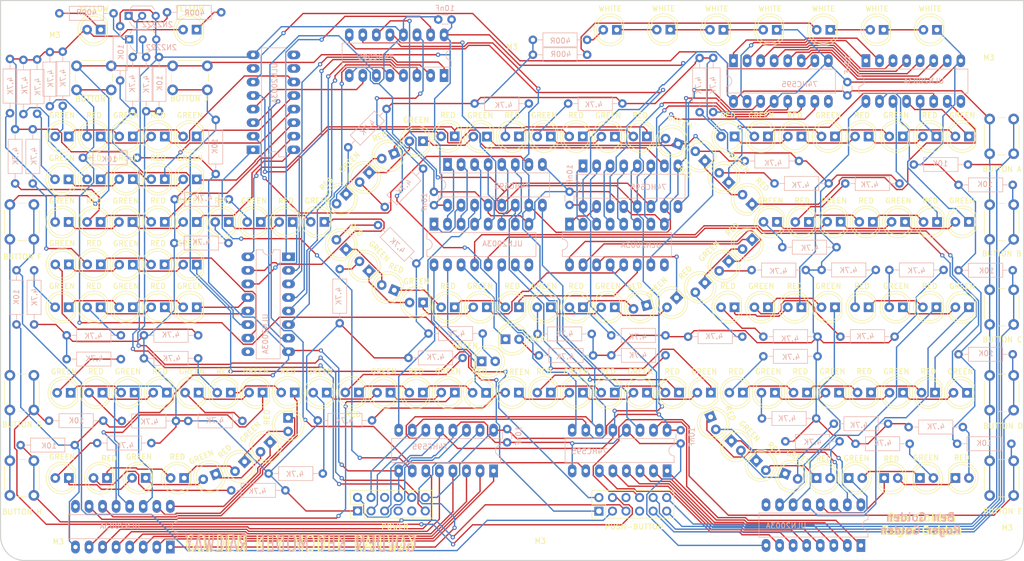
<source format=kicad_pcb>
(kicad_pcb (version 20171130) (host pcbnew "(5.1.6)-1")
  (layers (0 F.Cu signal) (31 B.Cu signal) (34 B.Paste user hide) (35 F.Paste user hide) (36 B.SilkS user) (37 F.SilkS user) (38 B.Mask user hide) (39 F.Mask user hide) (44 Edge.Cuts user))
  (net 0 "")
  (net 1 "Net-(D1-Pad1)")
  (net 2 +12P)
  (net 3 "Net-(D2-Pad1)")
  (net 4 "Net-(D3-Pad1)")
  (net 5 "Net-(D4-Pad1)")
  (net 6 "Net-(D5-Pad1)")
  (net 7 "Net-(D7-Pad1)")
  (net 8 "Net-(D8-Pad1)")
  (net 9 "Net-(D10-Pad1)")
  (net 10 "Net-(D11-Pad1)")
  (net 11 "Net-(D13-Pad1)")
  (net 12 "Net-(D16-Pad1)")
  (net 13 "Net-(D18-Pad1)")
  (net 14 "Net-(D19-Pad1)")
  (net 15 "Net-(D21-Pad1)")
  (net 16 "Net-(D24-Pad1)")
  (net 17 "Net-(D26-Pad1)")
  (net 18 "Net-(D27-Pad1)")
  (net 19 "Net-(D29-Pad1)")
  (net 20 "Net-(D32-Pad1)")
  (net 21 "Net-(D33-Pad1)")
  (net 22 "Net-(D35-Pad1)")
  (net 23 "Net-(D38-Pad1)")
  (net 24 "Net-(D39-Pad1)")
  (net 25 "Net-(D41-Pad1)")
  (net 26 "/Panel Display Buttons/PB-GS")
  (net 27 "/Panel Display Buttons/PB-PL1")
  (net 28 "/Panel Display Buttons/PB-PL2")
  (net 29 "/Panel Display Buttons/PB-MLE")
  (net 30 "/Panel Display Buttons/PB-SD")
  (net 31 "/Panel Display Buttons/PB-DK")
  (net 32 "/Panel Display Buttons/PB-MLW")
  (net 33 "/Panel Display Buttons/PB-FY")
  (net 34 "/Panel Display Buttons/PB-AUX2")
  (net 35 "/Panel Display Buttons/PB-AUX1")
  (net 36 GND)
  (net 37 "Net-(J2-Pad7)")
  (net 38 "/LED Aux/AUX2")
  (net 39 "/LED Aux/AUX1")
  (net 40 +5V)
  (net 41 "Net-(Q1-Pad1)")
  (net 42 "Net-(Q1-Pad2)")
  (net 43 "Net-(Q2-Pad1)")
  (net 44 "Net-(Q2-Pad2)")
  (net 45 /LED1)
  (net 46 /LED24)
  (net 47 /LED6)
  (net 48 /LED2)
  (net 49 /LED25)
  (net 50 /LED29)
  (net 51 /LED3)
  (net 52 /LED26)
  (net 53 /LED4)
  (net 54 /LED27)
  (net 55 /LED5)
  (net 56 /LED28)
  (net 57 /LED8)
  (net 58 /LED7)
  (net 59 /LED9)
  (net 60 /LED16)
  (net 61 /LED15)
  (net 62 /LED14)
  (net 63 /LED13)
  (net 64 /LED12)
  (net 65 /LED11)
  (net 66 /LED10)
  (net 67 /LED17)
  (net 68 /LED23)
  (net 69 /LED22)
  (net 70 /LED21)
  (net 71 /LED20)
  (net 72 /LED19)
  (net 73 /LED18)
  (net 74 /LED30)
  (net 75 /LED31)
  (net 76 /LED32)
  (net 77 /LED34)
  (net 78 /LED35)
  (net 79 /LED36)
  (net 80 /LED37)
  (net 81 /LED38)
  (net 82 /LED39)
  (net 83 /LED40)
  (net 84 /LED33)
  (net 85 /LED42)
  (net 86 /LED43)
  (net 87 /LED44)
  (net 88 /LED45)
  (net 89 /LED46)
  (net 90 /LED47)
  (net 91 /LED48)
  (net 92 /LED41)
  (net 93 "Net-(D44-Pad2)")
  (net 94 "Net-(D47-Pad2)")
  (net 95 "Net-(D50-Pad2)")
  (net 96 "Net-(D53-Pad2)")
  (net 97 "Net-(D56-Pad1)")
  (net 98 "Net-(D57-Pad1)")
  (net 99 "Net-(D59-Pad2)")
  (net 100 "Net-(D59-Pad1)")
  (net 101 "Net-(D61-Pad1)")
  (net 102 "Net-(D63-Pad1)")
  (net 103 "Net-(D78-Pad1)")
  (net 104 "Net-(D82-Pad1)")
  (net 105 "Net-(D84-Pad1)")
  (net 106 "Net-(D86-Pad1)")
  (net 107 "Net-(D88-Pad1)")
  (net 108 "Net-(D92-Pad1)")
  (net 109 "Net-(D100-Pad1)")
  (net 110 "Net-(D96-Pad1)")
  (net 111 "Net-(D104-Pad2)")
  (net 112 "Net-(D104-Pad1)")
  (net 113 "Net-(D107-Pad2)")
  (net 114 "Net-(D107-Pad1)")
  (net 115 "Net-(D109-Pad1)")
  (net 116 "Net-(D113-Pad1)")
  (net 117 "Net-(D114-Pad1)")
  (net 118 "Net-(D116-Pad2)")
  (net 119 "Net-(D116-Pad1)")
  (net 120 "Net-(D118-Pad1)")
  (net 121 "Net-(D119-Pad1)")
  (net 122 "Net-(D123-Pad1)")
  (net 123 "Net-(D125-Pad2)")
  (net 124 "Net-(D127-Pad1)")
  (net 125 "Net-(D129-Pad1)")
  (net 126 "Net-(D130-Pad2)")
  (net 127 "Net-(D132-Pad2)")
  (net 128 "Net-(D132-Pad1)")
  (net 129 "Net-(D134-Pad1)")
  (net 130 "Net-(D136-Pad1)")
  (net 131 DATA)
  (net 132 DCLK)
  (net 133 RST)
  (net 134 DLAT)
  (net 135 "Net-(D139-Pad1)")
  (net 136 "Net-(J1-Pad7)")
  (net 137 "Net-(J1-Pad6)")
  (net 138 "Net-(J2-Pad6)")
  (net 139 "Net-(J2-Pad9)")
  (net 140 "Net-(D61-Pad2)")
  (net 141 "Net-(D14-Pad1)")
  (net 142 "Net-(D3-Pad2)")
  (net 143 "Net-(D7-Pad2)")
  (net 144 "Net-(D10-Pad2)")
  (net 145 "Net-(D13-Pad2)")
  (net 146 "Net-(D14-Pad2)")
  (net 147 "Net-(D16-Pad2)")
  (net 148 "Net-(D18-Pad2)")
  (net 149 "Net-(D21-Pad2)")
  (net 150 "Net-(D22-Pad2)")
  (net 151 "Net-(D24-Pad2)")
  (net 152 "Net-(D26-Pad2)")
  (net 153 "Net-(D29-Pad2)")
  (net 154 "Net-(D30-Pad1)")
  (net 155 "Net-(D30-Pad2)")
  (net 156 "Net-(D32-Pad2)")
  (net 157 "Net-(D47-Pad1)")
  (net 158 "Net-(D53-Pad1)")
  (net 159 "Net-(D54-Pad1)")
  (net 160 "Net-(D71-Pad2)")
  (net 161 "Net-(D72-Pad2)")
  (net 162 "Net-(D73-Pad2)")
  (net 163 "Net-(D74-Pad2)")
  (net 164 "Net-(D75-Pad2)")
  (net 165 "Net-(D76-Pad2)")
  (net 166 "Net-(D77-Pad2)")
  (net 167 "Net-(D100-Pad2)")
  (net 168 "Net-(D101-Pad2)")
  (net 169 "Net-(D78-Pad2)")
  (net 170 "Net-(D102-Pad2)")
  (net 171 "Net-(D103-Pad2)")
  (net 172 "Net-(D80-Pad2)")
  (net 173 "Net-(D81-Pad2)")
  (net 174 "Net-(D105-Pad2)")
  (net 175 "Net-(D82-Pad2)")
  (net 176 "Net-(D106-Pad2)")
  (net 177 "Net-(D84-Pad2)")
  (net 178 "Net-(D109-Pad2)")
  (net 179 "Net-(D86-Pad2)")
  (net 180 "Net-(D111-Pad2)")
  (net 181 "Net-(D88-Pad2)")
  (net 182 "Net-(D113-Pad2)")
  (net 183 "Net-(D90-Pad2)")
  (net 184 "Net-(D91-Pad2)")
  (net 185 "Net-(D114-Pad2)")
  (net 186 "Net-(D117-Pad2)")
  (net 187 "Net-(D118-Pad2)")
  (net 188 "Net-(D134-Pad2)")
  (net 189 "Net-(U1-Pad7)")
  (net 190 "Net-(U1-Pad6)")
  (net 191 "Net-(U1-Pad5)")
  (net 192 "Net-(U1-Pad4)")
  (net 193 "Net-(U1-Pad3)")
  (net 194 "Net-(U1-Pad2)")
  (net 195 "Net-(U1-Pad9)")
  (net 196 "Net-(U1-Pad1)")
  (net 197 "Net-(U2-Pad7)")
  (net 198 "Net-(U2-Pad6)")
  (net 199 "Net-(U2-Pad5)")
  (net 200 "Net-(U2-Pad4)")
  (net 201 "Net-(U2-Pad3)")
  (net 202 "Net-(U2-Pad2)")
  (net 203 "Net-(U2-Pad9)")
  (net 204 "Net-(U2-Pad1)")
  (net 205 "Net-(U3-Pad7)")
  (net 206 "Net-(U3-Pad6)")
  (net 207 "Net-(U3-Pad5)")
  (net 208 "Net-(U3-Pad4)")
  (net 209 "Net-(U3-Pad3)")
  (net 210 "Net-(U3-Pad2)")
  (net 211 "Net-(U3-Pad9)")
  (net 212 "Net-(U3-Pad1)")
  (net 213 "Net-(U4-Pad9)")
  (net 214 EX1)
  (net 215 "Net-(U5-Pad9)")
  (net 216 EX2)
  (net 217 "Net-(U10-Pad14)")
  (net 218 EX3)
  (net 219 "Net-(U10-Pad15)")
  (net 220 "Net-(U7-Pad9)")
  (net 221 "Net-(U10-Pad1)")
  (net 222 "Net-(U10-Pad2)")
  (net 223 "Net-(U10-Pad3)")
  (net 224 "Net-(U10-Pad4)")
  (net 225 "Net-(U10-Pad5)")
  (net 226 "Net-(U10-Pad6)")
  (net 227 "Net-(U11-Pad6)")
  (net 228 "Net-(U11-Pad5)")
  (net 229 "Net-(U11-Pad4)")
  (net 230 "Net-(U11-Pad3)")
  (net 231 "Net-(U11-Pad2)")
  (net 232 "Net-(U11-Pad1)")
  (net 233 "Net-(U8-Pad9)")
  (net 234 "Net-(U11-Pad15)")
  (net 235 "Net-(U12-Pad15)")
  (net 236 "Net-(U9-Pad9)")
  (net 237 "Net-(U12-Pad1)")
  (net 238 "Net-(U12-Pad2)")
  (net 239 "Net-(U12-Pad3)")
  (net 240 "Net-(U12-Pad4)")
  (net 241 "Net-(U12-Pad5)")
  (net 242 "Net-(U12-Pad6)")
  (net 243 EX4)
  (net 244 "Net-(U10-Pad9)")
  (net 245 "Net-(U11-Pad9)")
  (net 246 EX5)
  (net 247 EX6)
  (net 248 "Net-(U12-Pad9)")
  (net 249 "Net-(U13-Pad7)")
  (net 250 "Net-(U13-Pad10)")
  (net 251 "Net-(U13-Pad9)")
  (net 252 "Net-(D35-Pad2)")
  (net 253 "Net-(D38-Pad2)")
  (net 254 "Net-(D41-Pad2)")
  (net 255 "Net-(D45-Pad2)")
  (net 256 "Net-(D46-Pad2)")
  (net 257 "Net-(D51-Pad2)")
  (net 258 "Net-(D52-Pad2)")
  (net 259 "Net-(D56-Pad2)")
  (net 260 "Net-(D60-Pad2)")
  (net 261 "Net-(D63-Pad2)")
  (net 262 "Net-(D66-Pad2)")
  (net 263 "Net-(D67-Pad2)")
  (net 264 "Net-(D68-Pad2)")
  (net 265 "Net-(D69-Pad2)")
  (net 266 "Net-(D70-Pad2)")
  (net 267 "Net-(D141-Pad2)")
  (net 268 "Net-(D139-Pad2)")
  (net 269 "Net-(D144-Pad2)")
  (net 270 "Net-(D94-Pad2)")
  (net 271 "Net-(D95-Pad2)")
  (net 272 "Net-(D98-Pad2)")
  (net 273 "Net-(D99-Pad2)")
  (net 274 "Net-(D121-Pad2)")
  (net 275 "Net-(D127-Pad2)")
  (net 276 "Net-(D129-Pad2)")
  (net 277 "Net-(D136-Pad2)")
  (net 278 "Net-(D140-Pad2)")
  (module Housings_DIP:DIP-16_W7.62mm_LongPads (layer B.Cu) (at 105.5878 86.3854 180)
    (fp_text reference U7)
    (fp_text value ULN2003A (at 4.3434 -14.4272 90) (layer B.SilkS) (effects (justify mirror)))
    (pad 1 thru_hole rect (at 0 0 180) (size 2.4 1.6) (drill 0.8) (layers *.Cu *.Mask) (net 219 "Net-(U10-Pad15)"))
    (pad 9 thru_hole oval (at 7.62 -17.78 180) (size 2.4 1.6) (drill 0.8) (layers *.Cu *.Mask) (net 220 "Net-(U7-Pad9)"))
    (pad 2 thru_hole oval (at 0 -2.54 180) (size 2.4 1.6) (drill 0.8) (layers *.Cu *.Mask) (net 221 "Net-(U10-Pad1)"))
    (pad 10 thru_hole oval (at 7.62 -15.24 180) (size 2.4 1.6) (drill 0.8) (layers *.Cu *.Mask) (net 84 /LED33))
    (pad 3 thru_hole oval (at 0 -5.08 180) (size 2.4 1.6) (drill 0.8) (layers *.Cu *.Mask) (net 222 "Net-(U10-Pad2)"))
    (pad 11 thru_hole oval (at 7.62 -12.7 180) (size 2.4 1.6) (drill 0.8) (layers *.Cu *.Mask) (net 59 /LED9))
    (pad 4 thru_hole oval (at 0 -7.62 180) (size 2.4 1.6) (drill 0.8) (layers *.Cu *.Mask) (net 223 "Net-(U10-Pad3)"))
    (pad 12 thru_hole oval (at 7.62 -10.16 180) (size 2.4 1.6) (drill 0.8) (layers *.Cu *.Mask) (net 77 /LED34))
    (pad 5 thru_hole oval (at 0 -10.16 180) (size 2.4 1.6) (drill 0.8) (layers *.Cu *.Mask) (net 224 "Net-(U10-Pad4)"))
    (pad 13 thru_hole oval (at 7.62 -7.62 180) (size 2.4 1.6) (drill 0.8) (layers *.Cu *.Mask) (net 66 /LED10))
    (pad 6 thru_hole oval (at 0 -12.7 180) (size 2.4 1.6) (drill 0.8) (layers *.Cu *.Mask) (net 225 "Net-(U10-Pad5)"))
    (pad 14 thru_hole oval (at 7.62 -5.08 180) (size 2.4 1.6) (drill 0.8) (layers *.Cu *.Mask) (net 78 /LED35))
    (pad 7 thru_hole oval (at 0 -15.24 180) (size 2.4 1.6) (drill 0.8) (layers *.Cu *.Mask) (net 226 "Net-(U10-Pad6)"))
    (pad 15 thru_hole oval (at 7.62 -2.54 180) (size 2.4 1.6) (drill 0.8) (layers *.Cu *.Mask) (net 65 /LED11))
    (pad 8 thru_hole oval (at 0 -17.78 180) (size 2.4 1.6) (drill 0.8) (layers *.Cu *.Mask) (net 36 GND))
    (pad 16 thru_hole oval (at 7.62 0 180) (size 2.4 1.6) (drill 0.8) (layers *.Cu *.Mask) (net 79 /LED36))
  )
  (module Housings_DIP:DIP-16_W7.62mm_LongPads (layer B.Cu) (at 158.242 80.264 270)
    (fp_text reference U8)
    (fp_text value ULN2003A (at 3.9116 -13.4366 180) (layer B.SilkS) (effects (justify mirror)))
    (pad 1 thru_hole rect (at 0 0 270) (size 2.4 1.6) (drill 0.8) (layers *.Cu *.Mask) (net 234 "Net-(U11-Pad15)"))
    (pad 9 thru_hole oval (at 7.62 -17.78 270) (size 2.4 1.6) (drill 0.8) (layers *.Cu *.Mask) (net 233 "Net-(U8-Pad9)"))
    (pad 2 thru_hole oval (at 0 -2.54 270) (size 2.4 1.6) (drill 0.8) (layers *.Cu *.Mask) (net 232 "Net-(U11-Pad1)"))
    (pad 10 thru_hole oval (at 7.62 -15.24 270) (size 2.4 1.6) (drill 0.8) (layers *.Cu *.Mask) (net 64 /LED12))
    (pad 3 thru_hole oval (at 0 -5.08 270) (size 2.4 1.6) (drill 0.8) (layers *.Cu *.Mask) (net 231 "Net-(U11-Pad2)"))
    (pad 11 thru_hole oval (at 7.62 -12.7 270) (size 2.4 1.6) (drill 0.8) (layers *.Cu *.Mask) (net 83 /LED40))
    (pad 4 thru_hole oval (at 0 -7.62 270) (size 2.4 1.6) (drill 0.8) (layers *.Cu *.Mask) (net 230 "Net-(U11-Pad3)"))
    (pad 12 thru_hole oval (at 7.62 -10.16 270) (size 2.4 1.6) (drill 0.8) (layers *.Cu *.Mask) (net 60 /LED16))
    (pad 5 thru_hole oval (at 0 -10.16 270) (size 2.4 1.6) (drill 0.8) (layers *.Cu *.Mask) (net 229 "Net-(U11-Pad4)"))
    (pad 13 thru_hole oval (at 7.62 -7.62 270) (size 2.4 1.6) (drill 0.8) (layers *.Cu *.Mask) (net 82 /LED39))
    (pad 6 thru_hole oval (at 0 -12.7 270) (size 2.4 1.6) (drill 0.8) (layers *.Cu *.Mask) (net 228 "Net-(U11-Pad5)"))
    (pad 14 thru_hole oval (at 7.62 -5.08 270) (size 2.4 1.6) (drill 0.8) (layers *.Cu *.Mask) (net 61 /LED15))
    (pad 7 thru_hole oval (at 0 -15.24 270) (size 2.4 1.6) (drill 0.8) (layers *.Cu *.Mask) (net 227 "Net-(U11-Pad6)"))
    (pad 15 thru_hole oval (at 7.62 -2.54 270) (size 2.4 1.6) (drill 0.8) (layers *.Cu *.Mask) (net 81 /LED38))
    (pad 8 thru_hole oval (at 0 -17.78 270) (size 2.4 1.6) (drill 0.8) (layers *.Cu *.Mask) (net 36 GND))
    (pad 16 thru_hole oval (at 7.62 0 270) (size 2.4 1.6) (drill 0.8) (layers *.Cu *.Mask) (net 62 /LED14))
  )
  (module Pin_Headers:Pin_Header_Straight_2x06_Pitch2.54mm (layer F.Cu) (at 163.7538 134.0358 90)
    (fp_text reference J1)
    (fp_text value PUSH-BUTTON (at -2.921 6.5786 180) (layer F.SilkS))
    (pad 12 thru_hole oval (at 2.54 12.7 90) (size 1.7 1.7) (drill 1) (layers *.Cu *.Mask) (net 26 "/Panel Display Buttons/PB-GS"))
    (pad 11 thru_hole oval (at 0 12.7 90) (size 1.7 1.7) (drill 1) (layers *.Cu *.Mask) (net 27 "/Panel Display Buttons/PB-PL1"))
    (pad 10 thru_hole oval (at 2.54 10.16 90) (size 1.7 1.7) (drill 1) (layers *.Cu *.Mask) (net 28 "/Panel Display Buttons/PB-PL2"))
    (pad 9 thru_hole oval (at 0 10.16 90) (size 1.7 1.7) (drill 1) (layers *.Cu *.Mask) (net 29 "/Panel Display Buttons/PB-MLE"))
    (pad 8 thru_hole oval (at 2.54 7.62 90) (size 1.7 1.7) (drill 1) (layers *.Cu *.Mask) (net 30 "/Panel Display Buttons/PB-SD"))
    (pad 7 thru_hole oval (at 0 7.62 90) (size 1.7 1.7) (drill 1) (layers *.Cu *.Mask) (net 136 "Net-(J1-Pad7)"))
    (pad 6 thru_hole oval (at 2.54 5.08 90) (size 1.7 1.7) (drill 1) (layers *.Cu *.Mask) (net 137 "Net-(J1-Pad6)"))
    (pad 5 thru_hole oval (at 0 5.08 90) (size 1.7 1.7) (drill 1) (layers *.Cu *.Mask) (net 31 "/Panel Display Buttons/PB-DK"))
    (pad 4 thru_hole oval (at 2.54 2.54 90) (size 1.7 1.7) (drill 1) (layers *.Cu *.Mask) (net 32 "/Panel Display Buttons/PB-MLW"))
    (pad 3 thru_hole oval (at 0 2.54 90) (size 1.7 1.7) (drill 1) (layers *.Cu *.Mask) (net 33 "/Panel Display Buttons/PB-FY"))
    (pad 2 thru_hole oval (at 2.54 0 90) (size 1.7 1.7) (drill 1) (layers *.Cu *.Mask) (net 34 "/Panel Display Buttons/PB-AUX2"))
    (pad 1 thru_hole rect (at 0 0 90) (size 1.7 1.7) (drill 1) (layers *.Cu *.Mask) (net 35 "/Panel Display Buttons/PB-AUX1"))
  )
  (module Housings_DIP:DIP-16_W7.62mm_LongPads (layer B.Cu) (at 212.852 140.462 90)
    (fp_text reference U3)
    (fp_text value ULN2003A (at 3.683 -14.0208) (layer B.SilkS) (effects (justify mirror)))
    (pad 1 thru_hole rect (at 0 0 90) (size 2.4 1.6) (drill 0.8) (layers *.Cu *.Mask) (net 212 "Net-(U3-Pad1)"))
    (pad 9 thru_hole oval (at 7.62 -17.78 90) (size 2.4 1.6) (drill 0.8) (layers *.Cu *.Mask) (net 211 "Net-(U3-Pad9)"))
    (pad 2 thru_hole oval (at 0 -2.54 90) (size 2.4 1.6) (drill 0.8) (layers *.Cu *.Mask) (net 210 "Net-(U3-Pad2)"))
    (pad 10 thru_hole oval (at 7.62 -15.24 90) (size 2.4 1.6) (drill 0.8) (layers *.Cu *.Mask) (net 72 /LED19))
    (pad 3 thru_hole oval (at 0 -5.08 90) (size 2.4 1.6) (drill 0.8) (layers *.Cu *.Mask) (net 209 "Net-(U3-Pad3)"))
    (pad 11 thru_hole oval (at 7.62 -12.7 90) (size 2.4 1.6) (drill 0.8) (layers *.Cu *.Mask) (net 87 /LED44))
    (pad 4 thru_hole oval (at 0 -7.62 90) (size 2.4 1.6) (drill 0.8) (layers *.Cu *.Mask) (net 208 "Net-(U3-Pad4)"))
    (pad 12 thru_hole oval (at 7.62 -10.16 90) (size 2.4 1.6) (drill 0.8) (layers *.Cu *.Mask) (net 71 /LED20))
    (pad 5 thru_hole oval (at 0 -10.16 90) (size 2.4 1.6) (drill 0.8) (layers *.Cu *.Mask) (net 207 "Net-(U3-Pad5)"))
    (pad 13 thru_hole oval (at 7.62 -7.62 90) (size 2.4 1.6) (drill 0.8) (layers *.Cu *.Mask) (net 56 /LED28))
    (pad 6 thru_hole oval (at 0 -12.7 90) (size 2.4 1.6) (drill 0.8) (layers *.Cu *.Mask) (net 206 "Net-(U3-Pad6)"))
    (pad 14 thru_hole oval (at 7.62 -5.08 90) (size 2.4 1.6) (drill 0.8) (layers *.Cu *.Mask) (net 53 /LED4))
    (pad 7 thru_hole oval (at 0 -15.24 90) (size 2.4 1.6) (drill 0.8) (layers *.Cu *.Mask) (net 205 "Net-(U3-Pad7)"))
    (pad 15 thru_hole oval (at 7.62 -2.54 90) (size 2.4 1.6) (drill 0.8) (layers *.Cu *.Mask) (net 50 /LED29))
    (pad 8 thru_hole oval (at 0 -17.78 90) (size 2.4 1.6) (drill 0.8) (layers *.Cu *.Mask) (net 36 GND))
    (pad 16 thru_hole oval (at 7.62 0 90) (size 2.4 1.6) (drill 0.8) (layers *.Cu *.Mask) (net 55 /LED5))
  )
  (module LEDs:LED_D5.0mm (layer F.Cu) (at 178.5874 65.2018 157.5)
    (fp_text reference D22)
    (fp_text value GREEN (at 1.27 3.96 157.5) (layer F.SilkS))
    (pad 1 thru_hole rect (at 0 0 157.5) (size 1.8 1.8) (drill 0.9) (layers *.Cu *.Mask) (net 64 /LED12))
    (pad 2 thru_hole circle (at 2.54 0 157.5) (size 1.8 1.8) (drill 0.9) (layers *.Cu *.Mask) (net 150 "Net-(D22-Pad2)"))
  )
  (module Housings_DIP:DIP-16_W7.62mm_LongPads (layer B.Cu) (at 176.53 126.492 90)
    (fp_text reference U6)
    (fp_text value 74HC595 (at 3.6576 -14.5288) (layer B.SilkS) (effects (justify mirror)))
    (pad 1 thru_hole rect (at 0 0 90) (size 2.4 1.6) (drill 0.8) (layers *.Cu *.Mask) (net 210 "Net-(U3-Pad2)"))
    (pad 9 thru_hole oval (at 7.62 -17.78 90) (size 2.4 1.6) (drill 0.8) (layers *.Cu *.Mask) (net 217 "Net-(U10-Pad14)"))
    (pad 2 thru_hole oval (at 0 -2.54 90) (size 2.4 1.6) (drill 0.8) (layers *.Cu *.Mask) (net 209 "Net-(U3-Pad3)"))
    (pad 10 thru_hole oval (at 7.62 -15.24 90) (size 2.4 1.6) (drill 0.8) (layers *.Cu *.Mask) (net 133 RST))
    (pad 3 thru_hole oval (at 0 -5.08 90) (size 2.4 1.6) (drill 0.8) (layers *.Cu *.Mask) (net 208 "Net-(U3-Pad4)"))
    (pad 11 thru_hole oval (at 7.62 -12.7 90) (size 2.4 1.6) (drill 0.8) (layers *.Cu *.Mask) (net 132 DCLK))
    (pad 4 thru_hole oval (at 0 -7.62 90) (size 2.4 1.6) (drill 0.8) (layers *.Cu *.Mask) (net 207 "Net-(U3-Pad5)"))
    (pad 12 thru_hole oval (at 7.62 -10.16 90) (size 2.4 1.6) (drill 0.8) (layers *.Cu *.Mask) (net 134 DLAT))
    (pad 5 thru_hole oval (at 0 -10.16 90) (size 2.4 1.6) (drill 0.8) (layers *.Cu *.Mask) (net 206 "Net-(U3-Pad6)"))
    (pad 13 thru_hole oval (at 7.62 -7.62 90) (size 2.4 1.6) (drill 0.8) (layers *.Cu *.Mask) (net 36 GND))
    (pad 6 thru_hole oval (at 0 -12.7 90) (size 2.4 1.6) (drill 0.8) (layers *.Cu *.Mask) (net 205 "Net-(U3-Pad7)"))
    (pad 14 thru_hole oval (at 7.62 -5.08 90) (size 2.4 1.6) (drill 0.8) (layers *.Cu *.Mask) (net 215 "Net-(U5-Pad9)"))
    (pad 7 thru_hole oval (at 0 -15.24 90) (size 2.4 1.6) (drill 0.8) (layers *.Cu *.Mask) (net 218 EX3))
    (pad 15 thru_hole oval (at 7.62 -2.54 90) (size 2.4 1.6) (drill 0.8) (layers *.Cu *.Mask) (net 212 "Net-(U3-Pad1)"))
    (pad 8 thru_hole oval (at 0 -17.78 90) (size 2.4 1.6) (drill 0.8) (layers *.Cu *.Mask) (net 36 GND))
    (pad 16 thru_hole oval (at 7.62 0 90) (size 2.4 1.6) (drill 0.8) (layers *.Cu *.Mask) (net 40 +5V))
  )
  (module Housings_DIP:DIP-16_W7.62mm_LongPads (layer B.Cu) (at 135.382 69.088 270)
    (fp_text reference U5)
    (fp_text value 74HC595 (at 4.064 -12.1412 180) (layer B.SilkS) (effects (justify mirror)))
    (pad 1 thru_hole rect (at 0 0 270) (size 2.4 1.6) (drill 0.8) (layers *.Cu *.Mask) (net 202 "Net-(U2-Pad2)"))
    (pad 9 thru_hole oval (at 7.62 -17.78 270) (size 2.4 1.6) (drill 0.8) (layers *.Cu *.Mask) (net 215 "Net-(U5-Pad9)"))
    (pad 2 thru_hole oval (at 0 -2.54 270) (size 2.4 1.6) (drill 0.8) (layers *.Cu *.Mask) (net 201 "Net-(U2-Pad3)"))
    (pad 10 thru_hole oval (at 7.62 -15.24 270) (size 2.4 1.6) (drill 0.8) (layers *.Cu *.Mask) (net 133 RST))
    (pad 3 thru_hole oval (at 0 -5.08 270) (size 2.4 1.6) (drill 0.8) (layers *.Cu *.Mask) (net 200 "Net-(U2-Pad4)"))
    (pad 11 thru_hole oval (at 7.62 -12.7 270) (size 2.4 1.6) (drill 0.8) (layers *.Cu *.Mask) (net 132 DCLK))
    (pad 4 thru_hole oval (at 0 -7.62 270) (size 2.4 1.6) (drill 0.8) (layers *.Cu *.Mask) (net 199 "Net-(U2-Pad5)"))
    (pad 12 thru_hole oval (at 7.62 -10.16 270) (size 2.4 1.6) (drill 0.8) (layers *.Cu *.Mask) (net 134 DLAT))
    (pad 5 thru_hole oval (at 0 -10.16 270) (size 2.4 1.6) (drill 0.8) (layers *.Cu *.Mask) (net 198 "Net-(U2-Pad6)"))
    (pad 13 thru_hole oval (at 7.62 -7.62 270) (size 2.4 1.6) (drill 0.8) (layers *.Cu *.Mask) (net 36 GND))
    (pad 6 thru_hole oval (at 0 -12.7 270) (size 2.4 1.6) (drill 0.8) (layers *.Cu *.Mask) (net 197 "Net-(U2-Pad7)"))
    (pad 14 thru_hole oval (at 7.62 -5.08 270) (size 2.4 1.6) (drill 0.8) (layers *.Cu *.Mask) (net 213 "Net-(U4-Pad9)"))
    (pad 7 thru_hole oval (at 0 -15.24 270) (size 2.4 1.6) (drill 0.8) (layers *.Cu *.Mask) (net 216 EX2))
    (pad 15 thru_hole oval (at 7.62 -2.54 270) (size 2.4 1.6) (drill 0.8) (layers *.Cu *.Mask) (net 204 "Net-(U2-Pad1)"))
    (pad 8 thru_hole oval (at 0 -17.78 270) (size 2.4 1.6) (drill 0.8) (layers *.Cu *.Mask) (net 36 GND))
    (pad 16 thru_hole oval (at 7.62 0 270) (size 2.4 1.6) (drill 0.8) (layers *.Cu *.Mask) (net 40 +5V))
  )
  (module Housings_DIP:DIP-16_W7.62mm_LongPads (layer B.Cu) (at 144.018 126.492 90)
    (fp_text reference U4)
    (fp_text value 74HC595 (at 4.5212 -11.8618) (layer B.SilkS) (effects (justify mirror)))
    (pad 1 thru_hole rect (at 0 0 90) (size 2.4 1.6) (drill 0.8) (layers *.Cu *.Mask) (net 194 "Net-(U1-Pad2)"))
    (pad 9 thru_hole oval (at 7.62 -17.78 90) (size 2.4 1.6) (drill 0.8) (layers *.Cu *.Mask) (net 213 "Net-(U4-Pad9)"))
    (pad 2 thru_hole oval (at 0 -2.54 90) (size 2.4 1.6) (drill 0.8) (layers *.Cu *.Mask) (net 193 "Net-(U1-Pad3)"))
    (pad 10 thru_hole oval (at 7.62 -15.24 90) (size 2.4 1.6) (drill 0.8) (layers *.Cu *.Mask) (net 133 RST))
    (pad 3 thru_hole oval (at 0 -5.08 90) (size 2.4 1.6) (drill 0.8) (layers *.Cu *.Mask) (net 192 "Net-(U1-Pad4)"))
    (pad 11 thru_hole oval (at 7.62 -12.7 90) (size 2.4 1.6) (drill 0.8) (layers *.Cu *.Mask) (net 132 DCLK))
    (pad 4 thru_hole oval (at 0 -7.62 90) (size 2.4 1.6) (drill 0.8) (layers *.Cu *.Mask) (net 191 "Net-(U1-Pad5)"))
    (pad 12 thru_hole oval (at 7.62 -10.16 90) (size 2.4 1.6) (drill 0.8) (layers *.Cu *.Mask) (net 134 DLAT))
    (pad 5 thru_hole oval (at 0 -10.16 90) (size 2.4 1.6) (drill 0.8) (layers *.Cu *.Mask) (net 190 "Net-(U1-Pad6)"))
    (pad 13 thru_hole oval (at 7.62 -7.62 90) (size 2.4 1.6) (drill 0.8) (layers *.Cu *.Mask) (net 36 GND))
    (pad 6 thru_hole oval (at 0 -12.7 90) (size 2.4 1.6) (drill 0.8) (layers *.Cu *.Mask) (net 189 "Net-(U1-Pad7)"))
    (pad 14 thru_hole oval (at 7.62 -5.08 90) (size 2.4 1.6) (drill 0.8) (layers *.Cu *.Mask) (net 131 DATA))
    (pad 7 thru_hole oval (at 0 -15.24 90) (size 2.4 1.6) (drill 0.8) (layers *.Cu *.Mask) (net 214 EX1))
    (pad 15 thru_hole oval (at 7.62 -2.54 90) (size 2.4 1.6) (drill 0.8) (layers *.Cu *.Mask) (net 196 "Net-(U1-Pad1)"))
    (pad 8 thru_hole oval (at 0 -17.78 90) (size 2.4 1.6) (drill 0.8) (layers *.Cu *.Mask) (net 36 GND))
    (pad 16 thru_hole oval (at 7.62 0 90) (size 2.4 1.6) (drill 0.8) (layers *.Cu *.Mask) (net 40 +5V))
  )
  (module Housings_DIP:DIP-16_W7.62mm_LongPads (layer B.Cu) (at 132.842 80.264 270)
    (fp_text reference U2)
    (fp_text value ULN2003A (at 3.6576 -12.8524) (layer B.SilkS) (effects (justify mirror)))
    (pad 1 thru_hole rect (at 0 0 270) (size 2.4 1.6) (drill 0.8) (layers *.Cu *.Mask) (net 204 "Net-(U2-Pad1)"))
    (pad 9 thru_hole oval (at 7.62 -17.78 270) (size 2.4 1.6) (drill 0.8) (layers *.Cu *.Mask) (net 203 "Net-(U2-Pad9)"))
    (pad 2 thru_hole oval (at 0 -2.54 270) (size 2.4 1.6) (drill 0.8) (layers *.Cu *.Mask) (net 202 "Net-(U2-Pad2)"))
    (pad 10 thru_hole oval (at 7.62 -15.24 270) (size 2.4 1.6) (drill 0.8) (layers *.Cu *.Mask) (net 54 /LED27))
    (pad 3 thru_hole oval (at 0 -5.08 270) (size 2.4 1.6) (drill 0.8) (layers *.Cu *.Mask) (net 201 "Net-(U2-Pad3)"))
    (pad 11 thru_hole oval (at 7.62 -12.7 270) (size 2.4 1.6) (drill 0.8) (layers *.Cu *.Mask) (net 51 /LED3))
    (pad 4 thru_hole oval (at 0 -7.62 270) (size 2.4 1.6) (drill 0.8) (layers *.Cu *.Mask) (net 200 "Net-(U2-Pad4)"))
    (pad 12 thru_hole oval (at 7.62 -10.16 270) (size 2.4 1.6) (drill 0.8) (layers *.Cu *.Mask) (net 52 /LED26))
    (pad 5 thru_hole oval (at 0 -10.16 270) (size 2.4 1.6) (drill 0.8) (layers *.Cu *.Mask) (net 199 "Net-(U2-Pad5)"))
    (pad 13 thru_hole oval (at 7.62 -7.62 270) (size 2.4 1.6) (drill 0.8) (layers *.Cu *.Mask) (net 48 /LED2))
    (pad 6 thru_hole oval (at 0 -12.7 270) (size 2.4 1.6) (drill 0.8) (layers *.Cu *.Mask) (net 198 "Net-(U2-Pad6)"))
    (pad 14 thru_hole oval (at 7.62 -5.08 270) (size 2.4 1.6) (drill 0.8) (layers *.Cu *.Mask) (net 91 /LED48))
    (pad 7 thru_hole oval (at 0 -15.24 270) (size 2.4 1.6) (drill 0.8) (layers *.Cu *.Mask) (net 197 "Net-(U2-Pad7)"))
    (pad 15 thru_hole oval (at 7.62 -2.54 270) (size 2.4 1.6) (drill 0.8) (layers *.Cu *.Mask) (net 46 /LED24))
    (pad 8 thru_hole oval (at 0 -17.78 270) (size 2.4 1.6) (drill 0.8) (layers *.Cu *.Mask) (net 36 GND))
    (pad 16 thru_hole oval (at 7.62 0 270) (size 2.4 1.6) (drill 0.8) (layers *.Cu *.Mask) (net 90 /LED47))
  )
  (module Housings_DIP:DIP-16_W7.62mm_LongPads (layer B.Cu) (at 83.439 140.7668 90)
    (fp_text reference U1)
    (fp_text value ULN2003A (at 3.9116 -9.4234 180) (layer B.SilkS) (effects (justify mirror)))
    (pad 1 thru_hole rect (at 0 0 90) (size 2.4 1.6) (drill 0.8) (layers *.Cu *.Mask) (net 196 "Net-(U1-Pad1)"))
    (pad 9 thru_hole oval (at 7.62 -17.78 90) (size 2.4 1.6) (drill 0.8) (layers *.Cu *.Mask) (net 195 "Net-(U1-Pad9)"))
    (pad 2 thru_hole oval (at 0 -2.54 90) (size 2.4 1.6) (drill 0.8) (layers *.Cu *.Mask) (net 194 "Net-(U1-Pad2)"))
    (pad 10 thru_hole oval (at 7.62 -15.24 90) (size 2.4 1.6) (drill 0.8) (layers *.Cu *.Mask) (net 68 /LED23))
    (pad 3 thru_hole oval (at 0 -5.08 90) (size 2.4 1.6) (drill 0.8) (layers *.Cu *.Mask) (net 193 "Net-(U1-Pad3)"))
    (pad 11 thru_hole oval (at 7.62 -12.7 90) (size 2.4 1.6) (drill 0.8) (layers *.Cu *.Mask) (net 89 /LED46))
    (pad 4 thru_hole oval (at 0 -7.62 90) (size 2.4 1.6) (drill 0.8) (layers *.Cu *.Mask) (net 192 "Net-(U1-Pad4)"))
    (pad 12 thru_hole oval (at 7.62 -10.16 90) (size 2.4 1.6) (drill 0.8) (layers *.Cu *.Mask) (net 69 /LED22))
    (pad 5 thru_hole oval (at 0 -10.16 90) (size 2.4 1.6) (drill 0.8) (layers *.Cu *.Mask) (net 191 "Net-(U1-Pad5)"))
    (pad 13 thru_hole oval (at 7.62 -7.62 90) (size 2.4 1.6) (drill 0.8) (layers *.Cu *.Mask) (net 88 /LED45))
    (pad 6 thru_hole oval (at 0 -12.7 90) (size 2.4 1.6) (drill 0.8) (layers *.Cu *.Mask) (net 190 "Net-(U1-Pad6)"))
    (pad 14 thru_hole oval (at 7.62 -5.08 90) (size 2.4 1.6) (drill 0.8) (layers *.Cu *.Mask) (net 70 /LED21))
    (pad 7 thru_hole oval (at 0 -15.24 90) (size 2.4 1.6) (drill 0.8) (layers *.Cu *.Mask) (net 189 "Net-(U1-Pad7)"))
    (pad 15 thru_hole oval (at 7.62 -2.54 90) (size 2.4 1.6) (drill 0.8) (layers *.Cu *.Mask) (net 49 /LED25))
    (pad 8 thru_hole oval (at 0 -17.78 90) (size 2.4 1.6) (drill 0.8) (layers *.Cu *.Mask) (net 36 GND))
    (pad 16 thru_hole oval (at 7.62 0 90) (size 2.4 1.6) (drill 0.8) (layers *.Cu *.Mask) (net 45 /LED1))
  )
  (module Resistors_THT:R_Axial_DIN0207_L6.3mm_D2.5mm_P10.16mm_Horizontal (layer B.Cu) (at 140.462 57.658)
    (fp_text reference R68)
    (fp_text value 4.7K (at 5.4356 0.3048) (layer B.SilkS) (effects (justify mirror)))
    (pad 1 thru_hole circle (at 0 0) (size 1.6 1.6) (drill 0.8) (layers *.Cu *.Mask) (net 2 +12P))
    (pad 2 thru_hole oval (at 10.16 0) (size 1.6 1.6) (drill 0.8) (layers *.Cu *.Mask) (net 96 "Net-(D53-Pad2)"))
  )
  (module Resistors_THT:R_Axial_DIN0207_L6.3mm_D2.5mm_P10.16mm_Horizontal (layer B.Cu) (at 168.148 57.658 180)
    (fp_text reference R67)
    (fp_text value 4.7K (at 5.3848 -0.2032 180) (layer B.SilkS) (effects (justify mirror)))
    (pad 1 thru_hole circle (at 0 0 180) (size 1.6 1.6) (drill 0.8) (layers *.Cu *.Mask) (net 2 +12P))
    (pad 2 thru_hole oval (at 10.16 0 180) (size 1.6 1.6) (drill 0.8) (layers *.Cu *.Mask) (net 94 "Net-(D47-Pad2)"))
  )
  (module Resistors_THT:R_Axial_DIN0207_L6.3mm_D2.5mm_P10.16mm_Horizontal (layer B.Cu) (at 123.952 58.674 225)
    (fp_text reference R66)
    (fp_text value 4.7K (at 4.975062 0.017961 45) (layer B.SilkS) (effects (justify mirror)))
    (pad 1 thru_hole circle (at 0 0 225) (size 1.6 1.6) (drill 0.8) (layers *.Cu *.Mask) (net 2 +12P))
    (pad 2 thru_hole oval (at 10.16 0 225) (size 1.6 1.6) (drill 0.8) (layers *.Cu *.Mask) (net 258 "Net-(D52-Pad2)"))
  )
  (module Resistors_THT:R_Axial_DIN0207_L6.3mm_D2.5mm_P10.16mm_Horizontal (layer B.Cu) (at 130.81 69.8627 225)
    (fp_text reference R65)
    (fp_text value 4.7K (at 4.984042 0.080822 45) (layer B.SilkS) (effects (justify mirror)))
    (pad 1 thru_hole circle (at 0 0 225) (size 1.6 1.6) (drill 0.8) (layers *.Cu *.Mask) (net 2 +12P))
    (pad 2 thru_hole oval (at 10.16 0 225) (size 1.6 1.6) (drill 0.8) (layers *.Cu *.Mask) (net 256 "Net-(D46-Pad2)"))
  )
  (module Resistors_THT:R_Axial_DIN0207_L6.3mm_D2.5mm_P10.16mm_Horizontal (layer B.Cu) (at 162.6616 104.8639 180)
    (fp_text reference R64)
    (fp_text value 4.7K (at 5.2832 -0.2159) (layer B.SilkS) (effects (justify mirror)))
    (pad 1 thru_hole circle (at 0 0 180) (size 1.6 1.6) (drill 0.8) (layers *.Cu *.Mask) (net 2 +12P))
    (pad 2 thru_hole oval (at 10.16 0 180) (size 1.6 1.6) (drill 0.8) (layers *.Cu *.Mask) (net 174 "Net-(D105-Pad2)"))
  )
  (module Resistors_THT:R_Axial_DIN0207_L6.3mm_D2.5mm_P10.16mm_Horizontal (layer B.Cu) (at 128.0541 105.3211)
    (fp_text reference R63)
    (fp_text value 4.7K (at 5.08 -0.1397) (layer B.SilkS) (effects (justify mirror)))
    (pad 1 thru_hole circle (at 0 0) (size 1.6 1.6) (drill 0.8) (layers *.Cu *.Mask) (net 2 +12P))
    (pad 2 thru_hole oval (at 10.16 0) (size 1.6 1.6) (drill 0.8) (layers *.Cu *.Mask) (net 146 "Net-(D14-Pad2)"))
  )
  (module Resistors_THT:R_Axial_DIN0207_L6.3mm_D2.5mm_P10.16mm_Horizontal (layer B.Cu) (at 78.486 105.41)
    (fp_text reference R62)
    (fp_text value 4.7K (at 5.207 0) (layer B.SilkS) (effects (justify mirror)))
    (pad 1 thru_hole circle (at 0 0) (size 1.6 1.6) (drill 0.8) (layers *.Cu *.Mask) (net 2 +12P))
    (pad 2 thru_hole oval (at 10.16 0) (size 1.6 1.6) (drill 0.8) (layers *.Cu *.Mask) (net 171 "Net-(D103-Pad2)"))
  )
  (module Resistors_THT:R_Axial_DIN0207_L6.3mm_D2.5mm_P10.16mm_Horizontal (layer B.Cu) (at 84.4931 117.1448 180)
    (fp_text reference R61)
    (fp_text value 4.7K (at 4.9657 -0.1524) (layer B.SilkS) (effects (justify mirror)))
    (pad 1 thru_hole circle (at 0 0 180) (size 1.6 1.6) (drill 0.8) (layers *.Cu *.Mask) (net 2 +12P))
    (pad 2 thru_hole oval (at 10.16 0 180) (size 1.6 1.6) (drill 0.8) (layers *.Cu *.Mask) (net 271 "Net-(D95-Pad2)"))
  )
  (module Resistors_THT:R_Axial_DIN0207_L6.3mm_D2.5mm_P10.16mm_Horizontal (layer B.Cu) (at 205.486 88.8365)
    (fp_text reference R60)
    (fp_text value 4.7K (at 5.0292 0.0635) (layer B.SilkS) (effects (justify mirror)))
    (pad 1 thru_hole circle (at 0 0) (size 1.6 1.6) (drill 0.8) (layers *.Cu *.Mask) (net 2 +12P))
    (pad 2 thru_hole oval (at 10.16 0) (size 1.6 1.6) (drill 0.8) (layers *.Cu *.Mask) (net 181 "Net-(D88-Pad2)"))
  )
  (module Resistors_THT:R_Axial_DIN0207_L6.3mm_D2.5mm_P10.16mm_Horizontal (layer B.Cu) (at 204.724 101.346 180)
    (fp_text reference R59)
    (fp_text value 4.7K (at 5.1816 -0.4064) (layer B.SilkS) (effects (justify mirror)))
    (pad 1 thru_hole circle (at 0 0 180) (size 1.6 1.6) (drill 0.8) (layers *.Cu *.Mask) (net 2 +12P))
    (pad 2 thru_hole oval (at 10.16 0 180) (size 1.6 1.6) (drill 0.8) (layers *.Cu *.Mask) (net 175 "Net-(D82-Pad2)"))
  )
  (module Resistors_THT:R_Axial_DIN0207_L6.3mm_D2.5mm_P10.16mm_Horizontal (layer B.Cu) (at 220.0783 72.644 180)
    (fp_text reference R58)
    (fp_text value 4.7K (at 5.6007 -0.2286) (layer B.SilkS) (effects (justify mirror)))
    (pad 1 thru_hole circle (at 0 0 180) (size 1.6 1.6) (drill 0.8) (layers *.Cu *.Mask) (net 2 +12P))
    (pad 2 thru_hole oval (at 10.16 0 180) (size 1.6 1.6) (drill 0.8) (layers *.Cu *.Mask) (net 173 "Net-(D81-Pad2)"))
  )
  (module Resistors_THT:R_Axial_DIN0207_L6.3mm_D2.5mm_P10.16mm_Horizontal (layer B.Cu) (at 182.626 49.1236 270)
    (fp_text reference R57)
    (fp_text value 4.7K (at 5.1308 0.2286 90) (layer B.SilkS) (effects (justify mirror)))
    (pad 1 thru_hole circle (at 0 0 270) (size 1.6 1.6) (drill 0.8) (layers *.Cu *.Mask) (net 2 +12P))
    (pad 2 thru_hole oval (at 10.16 0 270) (size 1.6 1.6) (drill 0.8) (layers *.Cu *.Mask) (net 169 "Net-(D78-Pad2)"))
  )
  (module Resistors_THT:R_Axial_DIN0207_L6.3mm_D2.5mm_P10.16mm_Horizontal (layer B.Cu) (at 129.54 87.63 135)
    (fp_text reference R56)
    (fp_text value 4.7K (at 4.885259 -0.143684 135) (layer B.SilkS) (effects (justify mirror)))
    (pad 1 thru_hole circle (at 0 0 135) (size 1.6 1.6) (drill 0.8) (layers *.Cu *.Mask) (net 2 +12P))
    (pad 2 thru_hole oval (at 10.16 0 135) (size 1.6 1.6) (drill 0.8) (layers *.Cu *.Mask) (net 263 "Net-(D67-Pad2)"))
  )
  (module Resistors_THT:R_Axial_DIN0207_L6.3mm_D2.5mm_P10.16mm_Horizontal (layer B.Cu) (at 176.2252 101.1047 180)
    (fp_text reference R55)
    (fp_text value 4.7K (at 5.1816 -0.2667) (layer B.SilkS) (effects (justify mirror)))
    (pad 1 thru_hole circle (at 0 0 180) (size 1.6 1.6) (drill 0.8) (layers *.Cu *.Mask) (net 2 +12P))
    (pad 2 thru_hole oval (at 10.16 0 180) (size 1.6 1.6) (drill 0.8) (layers *.Cu *.Mask) (net 261 "Net-(D63-Pad2)"))
  )
  (module Resistors_THT:R_Axial_DIN0207_L6.3mm_D2.5mm_P10.16mm_Horizontal (layer B.Cu) (at 180.467 101.346)
    (fp_text reference R54)
    (fp_text value 4.7K (at 4.8768 -0.0508) (layer B.SilkS) (effects (justify mirror)))
    (pad 1 thru_hole circle (at 0 0) (size 1.6 1.6) (drill 0.8) (layers *.Cu *.Mask) (net 2 +12P))
    (pad 2 thru_hole oval (at 10.16 0) (size 1.6 1.6) (drill 0.8) (layers *.Cu *.Mask) (net 160 "Net-(D71-Pad2)"))
  )
  (module Resistors_THT:R_Axial_DIN0207_L6.3mm_D2.5mm_P10.16mm_Horizontal (layer B.Cu) (at 201.2442 68.4276 180)
    (fp_text reference R53)
    (fp_text value 4.7K (at 4.8514 -0.381) (layer B.SilkS) (effects (justify mirror)))
    (pad 1 thru_hole circle (at 0 0 180) (size 1.6 1.6) (drill 0.8) (layers *.Cu *.Mask) (net 2 +12P))
    (pad 2 thru_hole oval (at 10.16 0 180) (size 1.6 1.6) (drill 0.8) (layers *.Cu *.Mask) (net 265 "Net-(D69-Pad2)"))
  )
  (module Resistors_THT:R_Axial_DIN0207_L6.3mm_D2.5mm_P10.16mm_Horizontal (layer B.Cu) (at 84.1756 83.8073)
    (fp_text reference R52)
    (fp_text value 4.7K (at 5.0546 -0.1905) (layer B.SilkS) (effects (justify mirror)))
    (pad 1 thru_hole circle (at 0 0) (size 1.6 1.6) (drill 0.8) (layers *.Cu *.Mask) (net 2 +12P))
    (pad 2 thru_hole oval (at 10.16 0) (size 1.6 1.6) (drill 0.8) (layers *.Cu *.Mask) (net 151 "Net-(D24-Pad2)"))
  )
  (module Resistors_THT:R_Axial_DIN0207_L6.3mm_D2.5mm_P10.16mm_Horizontal (layer B.Cu) (at 64.008 101.092)
    (fp_text reference R51)
    (fp_text value 4.7K (at 5.0038 0.127) (layer B.SilkS) (effects (justify mirror)))
    (pad 1 thru_hole circle (at 0 0) (size 1.6 1.6) (drill 0.8) (layers *.Cu *.Mask) (net 2 +12P))
    (pad 2 thru_hole oval (at 10.16 0) (size 1.6 1.6) (drill 0.8) (layers *.Cu *.Mask) (net 254 "Net-(D41-Pad2)"))
  )
  (module Resistors_THT:R_Axial_DIN0207_L6.3mm_D2.5mm_P10.16mm_Horizontal (layer B.Cu) (at 57.658 62.484 270)
    (fp_text reference R50)
    (fp_text value 4.7K (at 5.0546 -0.2286 90) (layer B.SilkS) (effects (justify mirror)))
    (pad 1 thru_hole circle (at 0 0 270) (size 1.6 1.6) (drill 0.8) (layers *.Cu *.Mask) (net 2 +12P))
    (pad 2 thru_hole oval (at 10.16 0 270) (size 1.6 1.6) (drill 0.8) (layers *.Cu *.Mask) (net 252 "Net-(D35-Pad2)"))
  )
  (module Resistors_THT:R_Axial_DIN0207_L6.3mm_D2.5mm_P10.16mm_Horizontal (layer B.Cu) (at 54.356 62.484 270)
    (fp_text reference R49)
    (fp_text value 4.7K (at 5.0292 -0.0762 90) (layer B.SilkS) (effects (justify mirror)))
    (pad 1 thru_hole circle (at 0 0 270) (size 1.6 1.6) (drill 0.8) (layers *.Cu *.Mask) (net 2 +12P))
    (pad 2 thru_hole oval (at 10.16 0 270) (size 1.6 1.6) (drill 0.8) (layers *.Cu *.Mask) (net 153 "Net-(D29-Pad2)"))
  )
  (module Resistors_THT:R_Axial_DIN0207_L6.3mm_D2.5mm_P10.16mm_Horizontal (layer B.Cu) (at 55.9054 49.4792 270)
    (fp_text reference R48)
    (fp_text value 4.7K (at 4.8006 -0.2794 90) (layer B.SilkS) (effects (justify mirror)))
    (pad 1 thru_hole circle (at 0 0 270) (size 1.6 1.6) (drill 0.8) (layers *.Cu *.Mask) (net 2 +12P))
    (pad 2 thru_hole oval (at 10.16 0 270) (size 1.6 1.6) (drill 0.8) (layers *.Cu *.Mask) (net 149 "Net-(D21-Pad2)"))
  )
  (module Resistors_THT:R_Axial_DIN0207_L6.3mm_D2.5mm_P10.16mm_Horizontal (layer B.Cu) (at 60.8584 48.006 270)
    (fp_text reference R47)
    (fp_text value 4.7K (at 5.0038 -0.1524 90) (layer B.SilkS) (effects (justify mirror)))
    (pad 1 thru_hole circle (at 0 0 270) (size 1.6 1.6) (drill 0.8) (layers *.Cu *.Mask) (net 2 +12P))
    (pad 2 thru_hole oval (at 10.16 0 270) (size 1.6 1.6) (drill 0.8) (layers *.Cu *.Mask) (net 145 "Net-(D13-Pad2)"))
  )
  (module Resistors_THT:R_Axial_DIN0207_L6.3mm_D2.5mm_P10.16mm_Horizontal (layer B.Cu) (at 198.6915 120.9675)
    (fp_text reference R46)
    (fp_text value 4.7K (at 5.1181 0.1397) (layer B.SilkS) (effects (justify mirror)))
    (pad 1 thru_hole circle (at 0 0) (size 1.6 1.6) (drill 0.8) (layers *.Cu *.Mask) (net 2 +12P))
    (pad 2 thru_hole oval (at 10.16 0) (size 1.6 1.6) (drill 0.8) (layers *.Cu *.Mask) (net 182 "Net-(D113-Pad2)"))
  )
  (module Resistors_THT:R_Axial_DIN0207_L6.3mm_D2.5mm_P10.16mm_Horizontal (layer B.Cu) (at 221.7928 118.2878)
    (fp_text reference R45)
    (fp_text value 4.7K (at 5.1054 -0.0762) (layer B.SilkS) (effects (justify mirror)))
    (pad 1 thru_hole circle (at 0 0) (size 1.6 1.6) (drill 0.8) (layers *.Cu *.Mask) (net 2 +12P))
    (pad 2 thru_hole oval (at 10.16 0) (size 1.6 1.6) (drill 0.8) (layers *.Cu *.Mask) (net 188 "Net-(D134-Pad2)"))
  )
  (module Resistors_THT:R_Axial_DIN0207_L6.3mm_D2.5mm_P10.16mm_Horizontal (layer B.Cu) (at 166.0779 104.8385)
    (fp_text reference R44)
    (fp_text value 4.7K (at 4.9657 -0.0127) (layer B.SilkS) (effects (justify mirror)))
    (pad 1 thru_hole circle (at 0 0) (size 1.6 1.6) (drill 0.8) (layers *.Cu *.Mask) (net 2 +12P))
    (pad 2 thru_hole oval (at 10.16 0) (size 1.6 1.6) (drill 0.8) (layers *.Cu *.Mask) (net 187 "Net-(D118-Pad2)"))
  )
  (module Resistors_THT:R_Axial_DIN0207_L6.3mm_D2.5mm_P10.16mm_Horizontal (layer B.Cu) (at 204.724 105.029 180)
    (fp_text reference R43)
    (fp_text value 4.7K (at 4.9784 -0.1524) (layer B.SilkS) (effects (justify mirror)))
    (pad 1 thru_hole circle (at 0 0 180) (size 1.6 1.6) (drill 0.8) (layers *.Cu *.Mask) (net 2 +12P))
    (pad 2 thru_hole oval (at 10.16 0 180) (size 1.6 1.6) (drill 0.8) (layers *.Cu *.Mask) (net 277 "Net-(D136-Pad2)"))
  )
  (module Resistors_THT:R_Axial_DIN0207_L6.3mm_D2.5mm_P10.16mm_Horizontal (layer B.Cu) (at 105.0036 130.1496 180)
    (fp_text reference R42)
    (fp_text value 4.7K (at 5.2578 -0.1524) (layer B.SilkS) (effects (justify mirror)))
    (pad 1 thru_hole circle (at 0 0 180) (size 1.6 1.6) (drill 0.8) (layers *.Cu *.Mask) (net 2 +12P))
    (pad 2 thru_hole oval (at 10.16 0 180) (size 1.6 1.6) (drill 0.8) (layers *.Cu *.Mask) (net 176 "Net-(D106-Pad2)"))
  )
  (module Resistors_THT:R_Axial_DIN0207_L6.3mm_D2.5mm_P10.16mm_Horizontal (layer B.Cu) (at 131.8133 100.7618)
    (fp_text reference R41)
    (fp_text value 4.7K (at 5.1689 0.0508) (layer B.SilkS) (effects (justify mirror)))
    (pad 1 thru_hole circle (at 0 0) (size 1.6 1.6) (drill 0.8) (layers *.Cu *.Mask) (net 2 +12P))
    (pad 2 thru_hole oval (at 10.16 0) (size 1.6 1.6) (drill 0.8) (layers *.Cu *.Mask) (net 168 "Net-(D101-Pad2)"))
  )
  (module Resistors_THT:R_Axial_DIN0207_L6.3mm_D2.5mm_P10.16mm_Horizontal (layer B.Cu) (at 101.854 127)
    (fp_text reference R40)
    (fp_text value 4.7K (at 4.9276 0.1016) (layer B.SilkS) (effects (justify mirror)))
    (pad 1 thru_hole circle (at 0 0) (size 1.6 1.6) (drill 0.8) (layers *.Cu *.Mask) (net 2 +12P))
    (pad 2 thru_hole oval (at 10.16 0) (size 1.6 1.6) (drill 0.8) (layers *.Cu *.Mask) (net 167 "Net-(D100-Pad2)"))
  )
  (module Resistors_THT:R_Axial_DIN0207_L6.3mm_D2.5mm_P10.16mm_Horizontal (layer B.Cu) (at 86.7791 117.1321)
    (fp_text reference R39)
    (fp_text value 4.7K (at 5.0165 -0.0635) (layer B.SilkS) (effects (justify mirror)))
    (pad 1 thru_hole circle (at 0 0) (size 1.6 1.6) (drill 0.8) (layers *.Cu *.Mask) (net 2 +12P))
    (pad 2 thru_hole oval (at 10.16 0) (size 1.6 1.6) (drill 0.8) (layers *.Cu *.Mask) (net 273 "Net-(D99-Pad2)"))
  )
  (module Resistors_THT:R_Axial_DIN0207_L6.3mm_D2.5mm_P10.16mm_Horizontal (layer B.Cu) (at 64.008 105.5497)
    (fp_text reference R38)
    (fp_text value 4.7K (at 5.1816 -0.0889) (layer B.SilkS) (effects (justify mirror)))
    (pad 1 thru_hole circle (at 0 0) (size 1.6 1.6) (drill 0.8) (layers *.Cu *.Mask) (net 2 +12P))
    (pad 2 thru_hole oval (at 10.16 0) (size 1.6 1.6) (drill 0.8) (layers *.Cu *.Mask) (net 184 "Net-(D91-Pad2)"))
  )
  (module Resistors_THT:R_Axial_DIN0207_L6.3mm_D2.5mm_P10.16mm_Horizontal (layer B.Cu) (at 228.346 88.8365 180)
    (fp_text reference R37)
    (fp_text value 4.7K (at 5.08 -0.1397) (layer B.SilkS) (effects (justify mirror)))
    (pad 1 thru_hole circle (at 0 0 180) (size 1.6 1.6) (drill 0.8) (layers *.Cu *.Mask) (net 2 +12P))
    (pad 2 thru_hole oval (at 10.16 0 180) (size 1.6 1.6) (drill 0.8) (layers *.Cu *.Mask) (net 177 "Net-(D84-Pad2)"))
  )
  (module Resistors_THT:R_Axial_DIN0207_L6.3mm_D2.5mm_P10.16mm_Horizontal (layer B.Cu) (at 219.1639 101.346 180)
    (fp_text reference R36)
    (fp_text value 4.7K (at 5.4991 0.0508) (layer B.SilkS) (effects (justify mirror)))
    (pad 1 thru_hole circle (at 0 0 180) (size 1.6 1.6) (drill 0.8) (layers *.Cu *.Mask) (net 2 +12P))
    (pad 2 thru_hole oval (at 10.16 0 180) (size 1.6 1.6) (drill 0.8) (layers *.Cu *.Mask) (net 179 "Net-(D86-Pad2)"))
  )
  (module Resistors_THT:R_Axial_DIN0207_L6.3mm_D2.5mm_P10.16mm_Horizontal (layer B.Cu) (at 208.28 84.582 180)
    (fp_text reference R35)
    (fp_text value 4.7K (at 5.0038 -0.1524) (layer B.SilkS) (effects (justify mirror)))
    (pad 1 thru_hole circle (at 0 0 180) (size 1.6 1.6) (drill 0.8) (layers *.Cu *.Mask) (net 2 +12P))
    (pad 2 thru_hole oval (at 10.16 0 180) (size 1.6 1.6) (drill 0.8) (layers *.Cu *.Mask) (net 166 "Net-(D77-Pad2)"))
  )
  (module Resistors_THT:R_Axial_DIN0207_L6.3mm_D2.5mm_P10.16mm_Horizontal (layer B.Cu) (at 185.166 49.0982 270)
    (fp_text reference R34)
    (fp_text value 4.7K (at 5.1562 0.0254 90) (layer B.SilkS) (effects (justify mirror)))
    (pad 1 thru_hole circle (at 0 0 270) (size 1.6 1.6) (drill 0.8) (layers *.Cu *.Mask) (net 2 +12P))
    (pad 2 thru_hole oval (at 10.16 0 270) (size 1.6 1.6) (drill 0.8) (layers *.Cu *.Mask) (net 164 "Net-(D75-Pad2)"))
  )
  (module Resistors_THT:R_Axial_DIN0207_L6.3mm_D2.5mm_P10.16mm_Horizontal (layer B.Cu) (at 115.1763 98.8314 90)
    (fp_text reference R33)
    (fp_text value 4.7K (at 5.08 -0.1905 90) (layer B.SilkS) (effects (justify mirror)))
    (pad 1 thru_hole circle (at 0 0 90) (size 1.6 1.6) (drill 0.8) (layers *.Cu *.Mask) (net 2 +12P))
    (pad 2 thru_hole oval (at 10.16 0 90) (size 1.6 1.6) (drill 0.8) (layers *.Cu *.Mask) (net 260 "Net-(D60-Pad2)"))
  )
  (module Resistors_THT:R_Axial_DIN0207_L6.3mm_D2.5mm_P10.16mm_Horizontal (layer B.Cu) (at 162.4076 100.8253 180)
    (fp_text reference R32)
    (fp_text value 4.7K (at 5.1308 -0.0127) (layer B.SilkS) (effects (justify mirror)))
    (pad 1 thru_hole circle (at 0 0 180) (size 1.6 1.6) (drill 0.8) (layers *.Cu *.Mask) (net 2 +12P))
    (pad 2 thru_hole oval (at 10.16 0 180) (size 1.6 1.6) (drill 0.8) (layers *.Cu *.Mask) (net 259 "Net-(D56-Pad2)"))
  )
  (module Resistors_THT:R_Axial_DIN0207_L6.3mm_D2.5mm_P10.16mm_Horizontal (layer B.Cu) (at 202.5269 88.8619 180)
    (fp_text reference R31)
    (fp_text value 4.7K (at 5.1435 -0.2159) (layer B.SilkS) (effects (justify mirror)))
    (pad 1 thru_hole circle (at 0 0 180) (size 1.6 1.6) (drill 0.8) (layers *.Cu *.Mask) (net 2 +12P))
    (pad 2 thru_hole oval (at 10.16 0 180) (size 1.6 1.6) (drill 0.8) (layers *.Cu *.Mask) (net 162 "Net-(D73-Pad2)"))
  )
  (module Resistors_THT:R_Axial_DIN0207_L6.3mm_D2.5mm_P10.16mm_Horizontal (layer B.Cu) (at 206.8195 72.6313 180)
    (fp_text reference R30)
    (fp_text value 4.7K (at 5.2705 -0.3175) (layer B.SilkS) (effects (justify mirror)))
    (pad 1 thru_hole circle (at 0 0 180) (size 1.6 1.6) (drill 0.8) (layers *.Cu *.Mask) (net 2 +12P))
    (pad 2 thru_hole oval (at 10.16 0 180) (size 1.6 1.6) (drill 0.8) (layers *.Cu *.Mask) (net 161 "Net-(D72-Pad2)"))
  )
  (module Resistors_THT:R_Axial_DIN0207_L6.3mm_D2.5mm_P10.16mm_Horizontal (layer B.Cu) (at 84.2518 75.6031)
    (fp_text reference R29)
    (fp_text value 4.7K (at 5.3848 -0.2159) (layer B.SilkS) (effects (justify mirror)))
    (pad 1 thru_hole circle (at 0 0) (size 1.6 1.6) (drill 0.8) (layers *.Cu *.Mask) (net 2 +12P))
    (pad 2 thru_hole oval (at 10.16 0) (size 1.6 1.6) (drill 0.8) (layers *.Cu *.Mask) (net 147 "Net-(D16-Pad2)"))
  )
  (module Resistors_THT:R_Axial_DIN0207_L6.3mm_D2.5mm_P10.16mm_Horizontal (layer B.Cu) (at 57.912 99.06 90)
    (fp_text reference R28)
    (fp_text value 4.7K (at 5.1054 0.0762 90) (layer B.SilkS) (effects (justify mirror)))
    (pad 1 thru_hole circle (at 0 0 90) (size 1.6 1.6) (drill 0.8) (layers *.Cu *.Mask) (net 2 +12P))
    (pad 2 thru_hole oval (at 10.16 0 90) (size 1.6 1.6) (drill 0.8) (layers *.Cu *.Mask) (net 253 "Net-(D38-Pad2)"))
  )
  (module Resistors_THT:R_Axial_DIN0207_L6.3mm_D2.5mm_P10.16mm_Horizontal (layer B.Cu) (at 78.486 101.092)
    (fp_text reference R27)
    (fp_text value 4.7K (at 5.0292 -0.1016) (layer B.SilkS) (effects (justify mirror)))
    (pad 1 thru_hole circle (at 0 0) (size 1.6 1.6) (drill 0.8) (layers *.Cu *.Mask) (net 2 +12P))
    (pad 2 thru_hole oval (at 10.16 0) (size 1.6 1.6) (drill 0.8) (layers *.Cu *.Mask) (net 156 "Net-(D32-Pad2)"))
  )
  (module Resistors_THT:R_Axial_DIN0207_L6.3mm_D2.5mm_P10.16mm_Horizontal (layer B.Cu) (at 53.3908 49.3014 270)
    (fp_text reference R26)
    (fp_text value 4.7K (at 5.0546 -0.0762 90) (layer B.SilkS) (effects (justify mirror)))
    (pad 1 thru_hole circle (at 0 0 270) (size 1.6 1.6) (drill 0.8) (layers *.Cu *.Mask) (net 2 +12P))
    (pad 2 thru_hole oval (at 10.16 0 270) (size 1.6 1.6) (drill 0.8) (layers *.Cu *.Mask) (net 152 "Net-(D26-Pad2)"))
  )
  (module Resistors_THT:R_Axial_DIN0207_L6.3mm_D2.5mm_P10.16mm_Horizontal (layer B.Cu) (at 58.4708 49.403 270)
    (fp_text reference R25)
    (fp_text value 4.7K (at 5.1308 -0.127 90) (layer B.SilkS) (effects (justify mirror)))
    (pad 1 thru_hole circle (at 0 0 270) (size 1.6 1.6) (drill 0.8) (layers *.Cu *.Mask) (net 2 +12P))
    (pad 2 thru_hole oval (at 10.16 0 270) (size 1.6 1.6) (drill 0.8) (layers *.Cu *.Mask) (net 148 "Net-(D18-Pad2)"))
  )
  (module Resistors_THT:R_Axial_DIN0207_L6.3mm_D2.5mm_P10.16mm_Horizontal (layer B.Cu) (at 63.2714 47.9298 270)
    (fp_text reference R24)
    (fp_text value 4.7K (at 4.953 -0.0762 90) (layer B.SilkS) (effects (justify mirror)))
    (pad 1 thru_hole circle (at 0 0 270) (size 1.6 1.6) (drill 0.8) (layers *.Cu *.Mask) (net 2 +12P))
    (pad 2 thru_hole oval (at 10.16 0 270) (size 1.6 1.6) (drill 0.8) (layers *.Cu *.Mask) (net 144 "Net-(D10-Pad2)"))
  )
  (module Resistors_THT:R_Axial_DIN0207_L6.3mm_D2.5mm_P10.16mm_Horizontal (layer B.Cu) (at 217.9447 117.6528 180)
    (fp_text reference R23)
    (fp_text value 4.7K (at 5.4483 -0.2794) (layer B.SilkS) (effects (justify mirror)))
    (pad 1 thru_hole circle (at 0 0 180) (size 1.6 1.6) (drill 0.8) (layers *.Cu *.Mask) (net 2 +12P))
    (pad 2 thru_hole oval (at 10.16 0 180) (size 1.6 1.6) (drill 0.8) (layers *.Cu *.Mask) (net 185 "Net-(D114-Pad2)"))
  )
  (module Resistors_THT:R_Axial_DIN0207_L6.3mm_D2.5mm_P10.16mm_Horizontal (layer B.Cu) (at 211.836 121.412)
    (fp_text reference R22)
    (fp_text value 4.7K (at 5.1054 -0.127) (layer B.SilkS) (effects (justify mirror)))
    (pad 1 thru_hole circle (at 0 0) (size 1.6 1.6) (drill 0.8) (layers *.Cu *.Mask) (net 2 +12P))
    (pad 2 thru_hole oval (at 10.16 0) (size 1.6 1.6) (drill 0.8) (layers *.Cu *.Mask) (net 275 "Net-(D127-Pad2)"))
  )
  (module Resistors_THT:R_Axial_DIN0207_L6.3mm_D2.5mm_P10.16mm_Horizontal (layer B.Cu) (at 111.0742 117.0432)
    (fp_text reference R21)
    (fp_text value 4.7K (at 5.0038 0.0254) (layer B.SilkS) (effects (justify mirror)))
    (pad 1 thru_hole circle (at 0 0) (size 1.6 1.6) (drill 0.8) (layers *.Cu *.Mask) (net 2 +12P))
    (pad 2 thru_hole oval (at 10.16 0) (size 1.6 1.6) (drill 0.8) (layers *.Cu *.Mask) (net 178 "Net-(D109-Pad2)"))
  )
  (module Resistors_THT:R_Axial_DIN0207_L6.3mm_D2.5mm_P10.16mm_Horizontal (layer B.Cu) (at 204.47 116.6749 180)
    (fp_text reference R20)
    (fp_text value 4.7K (at 5.461 -0.0127) (layer B.SilkS) (effects (justify mirror)))
    (pad 1 thru_hole circle (at 0 0 180) (size 1.6 1.6) (drill 0.8) (layers *.Cu *.Mask) (net 2 +12P))
    (pad 2 thru_hole oval (at 10.16 0 180) (size 1.6 1.6) (drill 0.8) (layers *.Cu *.Mask) (net 276 "Net-(D129-Pad2)"))
  )
  (module Resistors_THT:R_Axial_DIN0207_L6.3mm_D2.5mm_P10.16mm_Horizontal (layer B.Cu) (at 79.883 121.285 180)
    (fp_text reference R19)
    (fp_text value 4.7K (at 4.9784 -0.4572) (layer B.SilkS) (effects (justify mirror)))
    (pad 1 thru_hole circle (at 0 0 180) (size 1.6 1.6) (drill 0.8) (layers *.Cu *.Mask) (net 2 +12P))
    (pad 2 thru_hole oval (at 10.16 0 180) (size 1.6 1.6) (drill 0.8) (layers *.Cu *.Mask) (net 186 "Net-(D117-Pad2)"))
  )
  (module Resistors_THT:R_Axial_DIN0207_L6.3mm_D2.5mm_P10.16mm_Horizontal (layer B.Cu) (at 151.384 48.514)
    (fp_text reference R18)
    (fp_text value 400R (at 5.2578 -0.1016) (layer B.SilkS) (effects (justify mirror)))
    (pad 1 thru_hole circle (at 0 0) (size 1.6 1.6) (drill 0.8) (layers *.Cu *.Mask) (net 2 +12P))
    (pad 2 thru_hole oval (at 10.16 0) (size 1.6 1.6) (drill 0.8) (layers *.Cu *.Mask) (net 143 "Net-(D7-Pad2)"))
  )
  (module Resistors_THT:R_Axial_DIN0207_L6.3mm_D2.5mm_P10.16mm_Horizontal (layer B.Cu) (at 151.384 45.72)
    (fp_text reference R17)
    (fp_text value 400R (at 5.1562 0.1778) (layer B.SilkS) (effects (justify mirror)))
    (pad 1 thru_hole circle (at 0 0) (size 1.6 1.6) (drill 0.8) (layers *.Cu *.Mask) (net 2 +12P))
    (pad 2 thru_hole oval (at 10.16 0) (size 1.6 1.6) (drill 0.8) (layers *.Cu *.Mask) (net 142 "Net-(D3-Pad2)"))
  )
  (module Resistors_THT:R_Axial_DIN0207_L6.3mm_D2.5mm_P10.16mm_Horizontal (layer B.Cu) (at 92.9767 40.5638 180)
    (fp_text reference R16)
    (fp_text value 400R (at 4.9911 -0.1016) (layer B.SilkS) (effects (justify mirror)))
    (pad 1 thru_hole circle (at 0 0 180) (size 1.6 1.6) (drill 0.8) (layers *.Cu *.Mask) (net 3 "Net-(D2-Pad1)"))
    (pad 2 thru_hole oval (at 10.16 0 180) (size 1.6 1.6) (drill 0.8) (layers *.Cu *.Mask) (net 43 "Net-(Q2-Pad1)"))
  )
  (module Resistors_THT:R_Axial_DIN0207_L6.3mm_D2.5mm_P10.16mm_Horizontal (layer B.Cu) (at 62.6364 40.7543)
    (fp_text reference R15)
    (fp_text value 400R (at 5.1054 -0.1905) (layer B.SilkS) (effects (justify mirror)))
    (pad 1 thru_hole circle (at 0 0) (size 1.6 1.6) (drill 0.8) (layers *.Cu *.Mask) (net 1 "Net-(D1-Pad1)"))
    (pad 2 thru_hole oval (at 10.16 0) (size 1.6 1.6) (drill 0.8) (layers *.Cu *.Mask) (net 41 "Net-(Q1-Pad1)"))
  )
  (module Resistors_THT:R_Axial_DIN0207_L6.3mm_D2.5mm_P10.16mm_Horizontal (layer B.Cu) (at 74.0283 53.34 90)
    (fp_text reference R14)
    (fp_text value 10K (at 5.334 0.1397 90) (layer B.SilkS) (effects (justify mirror)))
    (pad 1 thru_hole circle (at 0 0 90) (size 1.6 1.6) (drill 0.8) (layers *.Cu *.Mask) (net 38 "/LED Aux/AUX2"))
    (pad 2 thru_hole oval (at 10.16 0 90) (size 1.6 1.6) (drill 0.8) (layers *.Cu *.Mask) (net 36 GND))
  )
  (module Resistors_THT:R_Axial_DIN0207_L6.3mm_D2.5mm_P10.16mm_Horizontal (layer B.Cu) (at 81.3181 59.1185 90)
    (fp_text reference R13)
    (fp_text value 10K (at 5.2705 0.1143 90) (layer B.SilkS) (effects (justify mirror)))
    (pad 1 thru_hole circle (at 0 0 90) (size 1.6 1.6) (drill 0.8) (layers *.Cu *.Mask) (net 39 "/LED Aux/AUX1"))
    (pad 2 thru_hole oval (at 10.16 0 90) (size 1.6 1.6) (drill 0.8) (layers *.Cu *.Mask) (net 36 GND))
  )
  (module Resistors_THT:R_Axial_DIN0207_L6.3mm_D2.5mm_P10.16mm_Horizontal (layer B.Cu) (at 76.3905 59.0931 90)
    (fp_text reference R12)
    (fp_text value 4.7K (at 5.1435 -0.0635 90) (layer B.SilkS) (effects (justify mirror)))
    (pad 1 thru_hole circle (at 0 0 90) (size 1.6 1.6) (drill 0.8) (layers *.Cu *.Mask) (net 38 "/LED Aux/AUX2"))
    (pad 2 thru_hole oval (at 10.16 0 90) (size 1.6 1.6) (drill 0.8) (layers *.Cu *.Mask) (net 44 "Net-(Q2-Pad2)"))
  )
  (module Resistors_THT:R_Axial_DIN0207_L6.3mm_D2.5mm_P10.16mm_Horizontal (layer B.Cu) (at 78.9051 59.1058 90)
    (fp_text reference R11)
    (fp_text value 4.7K (at 5.0546 0.0381 90) (layer B.SilkS) (effects (justify mirror)))
    (pad 1 thru_hole circle (at 0 0 90) (size 1.6 1.6) (drill 0.8) (layers *.Cu *.Mask) (net 39 "/LED Aux/AUX1"))
    (pad 2 thru_hole oval (at 10.16 0 90) (size 1.6 1.6) (drill 0.8) (layers *.Cu *.Mask) (net 42 "Net-(Q1-Pad2)"))
  )
  (module Resistors_THT:R_Axial_DIN0207_L6.3mm_D2.5mm_P10.16mm_Horizontal (layer B.Cu) (at 230.886 121.412)
    (fp_text reference R10)
    (fp_text value 10K (at 5.0546 -0.127) (layer B.SilkS) (effects (justify mirror)))
    (pad 1 thru_hole circle (at 0 0) (size 1.6 1.6) (drill 0.8) (layers *.Cu *.Mask) (net 36 GND))
    (pad 2 thru_hole oval (at 10.16 0) (size 1.6 1.6) (drill 0.8) (layers *.Cu *.Mask) (net 30 "/Panel Display Buttons/PB-SD"))
  )
  (module Resistors_THT:R_Axial_DIN0207_L6.3mm_D2.5mm_P10.16mm_Horizontal (layer B.Cu) (at 231.14 104.648)
    (fp_text reference R9)
    (fp_text value 10K (at 5.1562 -0.1778) (layer B.SilkS) (effects (justify mirror)))
    (pad 1 thru_hole circle (at 0 0) (size 1.6 1.6) (drill 0.8) (layers *.Cu *.Mask) (net 36 GND))
    (pad 2 thru_hole oval (at 10.16 0) (size 1.6 1.6) (drill 0.8) (layers *.Cu *.Mask) (net 29 "/Panel Display Buttons/PB-MLE"))
  )
  (module Resistors_THT:R_Axial_DIN0207_L6.3mm_D2.5mm_P10.16mm_Horizontal (layer B.Cu) (at 231.14 88.9)
    (fp_text reference R8)
    (fp_text value 10K (at 5.2578 0.0762) (layer B.SilkS) (effects (justify mirror)))
    (pad 1 thru_hole circle (at 0 0) (size 1.6 1.6) (drill 0.8) (layers *.Cu *.Mask) (net 36 GND))
    (pad 2 thru_hole oval (at 10.16 0) (size 1.6 1.6) (drill 0.8) (layers *.Cu *.Mask) (net 28 "/Panel Display Buttons/PB-PL2"))
  )
  (module Resistors_THT:R_Axial_DIN0207_L6.3mm_D2.5mm_P10.16mm_Horizontal (layer B.Cu) (at 231.14 72.898)
    (fp_text reference R7)
    (fp_text value 10K (at 4.9784 -0.127) (layer B.SilkS) (effects (justify mirror)))
    (pad 1 thru_hole circle (at 0 0) (size 1.6 1.6) (drill 0.8) (layers *.Cu *.Mask) (net 36 GND))
    (pad 2 thru_hole oval (at 10.16 0) (size 1.6 1.6) (drill 0.8) (layers *.Cu *.Mask) (net 27 "/Panel Display Buttons/PB-PL1"))
  )
  (module Resistors_THT:R_Axial_DIN0207_L6.3mm_D2.5mm_P10.16mm_Horizontal (layer B.Cu) (at 222.758 69.088)
    (fp_text reference R6)
    (fp_text value 10K (at 4.953 -0.2032) (layer B.SilkS) (effects (justify mirror)))
    (pad 1 thru_hole circle (at 0 0) (size 1.6 1.6) (drill 0.8) (layers *.Cu *.Mask) (net 36 GND))
    (pad 2 thru_hole oval (at 10.16 0) (size 1.6 1.6) (drill 0.8) (layers *.Cu *.Mask) (net 26 "/Panel Display Buttons/PB-GS"))
  )
  (module Resistors_THT:R_Axial_DIN0207_L6.3mm_D2.5mm_P10.16mm_Horizontal (layer B.Cu) (at 65.532 121.666 180)
    (fp_text reference R5)
    (fp_text value 10K (at 4.8514 -0.127) (layer B.SilkS) (effects (justify mirror)))
    (pad 1 thru_hole circle (at 0 0 180) (size 1.6 1.6) (drill 0.8) (layers *.Cu *.Mask) (net 36 GND))
    (pad 2 thru_hole oval (at 10.16 0 180) (size 1.6 1.6) (drill 0.8) (layers *.Cu *.Mask) (net 31 "/Panel Display Buttons/PB-DK"))
  )
  (module Resistors_THT:R_Axial_DIN0207_L6.3mm_D2.5mm_P10.16mm_Horizontal (layer B.Cu) (at 70.866 117.094 180)
    (fp_text reference R4)
    (fp_text value 10K (at 5.0292 0.0254) (layer B.SilkS) (effects (justify mirror)))
    (pad 1 thru_hole circle (at 0 0 180) (size 1.6 1.6) (drill 0.8) (layers *.Cu *.Mask) (net 36 GND))
    (pad 2 thru_hole oval (at 10.16 0 180) (size 1.6 1.6) (drill 0.8) (layers *.Cu *.Mask) (net 32 "/Panel Display Buttons/PB-MLW"))
  )
  (module Resistors_THT:R_Axial_DIN0207_L6.3mm_D2.5mm_P10.16mm_Horizontal (layer B.Cu) (at 54.61 99.06 90)
    (fp_text reference R3)
    (fp_text value 10K (at 5.1308 -0.0254 90) (layer B.SilkS) (effects (justify mirror)))
    (pad 1 thru_hole circle (at 0 0 90) (size 1.6 1.6) (drill 0.8) (layers *.Cu *.Mask) (net 36 GND))
    (pad 2 thru_hole oval (at 10.16 0 90) (size 1.6 1.6) (drill 0.8) (layers *.Cu *.Mask) (net 33 "/Panel Display Buttons/PB-FY"))
  )
  (module Resistors_THT:R_Axial_DIN0207_L6.3mm_D2.5mm_P10.16mm_Horizontal (layer B.Cu) (at 77.216 67.818 180)
    (fp_text reference R2)
    (fp_text value 10K (at 5.207 -0.254) (layer B.SilkS) (effects (justify mirror)))
    (pad 1 thru_hole circle (at 0 0 180) (size 1.6 1.6) (drill 0.8) (layers *.Cu *.Mask) (net 36 GND))
    (pad 2 thru_hole oval (at 10.16 0 180) (size 1.6 1.6) (drill 0.8) (layers *.Cu *.Mask) (net 34 "/Panel Display Buttons/PB-AUX2"))
  )
  (module Resistors_THT:R_Axial_DIN0207_L6.3mm_D2.5mm_P10.16mm_Horizontal (layer B.Cu) (at 91.948 70.866 90)
    (fp_text reference R1)
    (fp_text value 10K (at 5.207 -0.1778 90) (layer B.SilkS) (effects (justify mirror)))
    (pad 1 thru_hole circle (at 0 0 90) (size 1.6 1.6) (drill 0.8) (layers *.Cu *.Mask) (net 36 GND))
    (pad 2 thru_hole oval (at 10.16 0 90) (size 1.6 1.6) (drill 0.8) (layers *.Cu *.Mask) (net 35 "/Panel Display Buttons/PB-AUX1"))
  )
  (module TO_SOT_Packages_THT:TO-92_Inline_Wide (layer B.Cu) (at 75.6158 41.2242)
    (fp_text reference Q2)
    (fp_text value 2N2222 (at 5.4102 1.6256) (layer B.SilkS) (effects (justify mirror)))
    (pad 2 thru_hole circle (at 2.54 0 270) (size 1.52 1.52) (drill 0.8) (layers *.Cu *.Mask) (net 44 "Net-(Q2-Pad2)"))
    (pad 3 thru_hole circle (at 5.08 0 270) (size 1.52 1.52) (drill 0.8) (layers *.Cu *.Mask) (net 36 GND))
    (pad 1 thru_hole rect (at 0 0 270) (size 1.52 1.52) (drill 0.8) (layers *.Cu *.Mask) (net 43 "Net-(Q2-Pad1)"))
  )
  (module TO_SOT_Packages_THT:TO-92_Inline_Wide (layer B.Cu) (at 75.7174 45.6438)
    (fp_text reference Q1)
    (fp_text value 2N2222 (at 6.0452 1.4986) (layer B.SilkS) (effects (justify mirror)))
    (pad 2 thru_hole circle (at 2.54 0 270) (size 1.52 1.52) (drill 0.8) (layers *.Cu *.Mask) (net 42 "Net-(Q1-Pad2)"))
    (pad 3 thru_hole circle (at 5.08 0 270) (size 1.52 1.52) (drill 0.8) (layers *.Cu *.Mask) (net 36 GND))
    (pad 1 thru_hole rect (at 0 0 270) (size 1.52 1.52) (drill 0.8) (layers *.Cu *.Mask) (net 41 "Net-(Q1-Pad1)"))
  )
  (module LEDs:LED_D5.0mm (layer F.Cu) (at 227.1268 79.8576 180)
    (fp_text reference D144)
    (fp_text value RED (at 1.27 3.96) (layer F.SilkS))
    (pad 1 thru_hole rect (at 0 0 180) (size 1.8 1.8) (drill 0.9) (layers *.Cu *.Mask) (net 85 /LED42))
    (pad 2 thru_hole circle (at 2.54 0 180) (size 1.8 1.8) (drill 0.9) (layers *.Cu *.Mask) (net 269 "Net-(D144-Pad2)"))
  )
  (module LEDs:LED_D5.0mm (layer F.Cu) (at 233.0958 79.8322 180)
    (fp_text reference D142)
    (fp_text value GREEN (at 1.27 3.96) (layer F.SilkS))
    (pad 1 thru_hole rect (at 0 0 180) (size 1.8 1.8) (drill 0.9) (layers *.Cu *.Mask) (net 73 /LED18))
    (pad 2 thru_hole circle (at 2.54 0 180) (size 1.8 1.8) (drill 0.9) (layers *.Cu *.Mask) (net 135 "Net-(D139-Pad1)"))
  )
  (module LEDs:LED_D5.0mm (layer F.Cu) (at 220.7006 63.8302 180)
    (fp_text reference D141)
    (fp_text value GREEN (at 1.27 3.96) (layer F.SilkS))
    (pad 1 thru_hole rect (at 0 0 180) (size 1.8 1.8) (drill 0.9) (layers *.Cu *.Mask) (net 278 "Net-(D140-Pad2)"))
    (pad 2 thru_hole circle (at 2.54 0 180) (size 1.8 1.8) (drill 0.9) (layers *.Cu *.Mask) (net 267 "Net-(D141-Pad2)"))
  )
  (module LEDs:LED_D5.0mm (layer F.Cu) (at 233.0958 63.8302 180)
    (fp_text reference D140)
    (fp_text value GREEN (at 1.27 3.96) (layer F.SilkS))
    (pad 1 thru_hole rect (at 0 0 180) (size 1.8 1.8) (drill 0.9) (layers *.Cu *.Mask) (net 67 /LED17))
    (pad 2 thru_hole circle (at 2.54 0 180) (size 1.8 1.8) (drill 0.9) (layers *.Cu *.Mask) (net 278 "Net-(D140-Pad2)"))
  )
  (module LEDs:LED_D5.0mm (layer F.Cu) (at 221.1324 79.8322 180)
    (fp_text reference D139)
    (fp_text value GREEN (at 1.27 3.96) (layer F.SilkS))
    (pad 1 thru_hole rect (at 0 0 180) (size 1.8 1.8) (drill 0.9) (layers *.Cu *.Mask) (net 135 "Net-(D139-Pad1)"))
    (pad 2 thru_hole circle (at 2.54 0 180) (size 1.8 1.8) (drill 0.9) (layers *.Cu *.Mask) (net 268 "Net-(D139-Pad2)"))
  )
  (module LEDs:LED_D5.0mm (layer F.Cu) (at 202.7682 111.8362 180)
    (fp_text reference D137)
    (fp_text value RED (at 1.27 3.96) (layer F.SilkS))
    (pad 1 thru_hole rect (at 0 0 180) (size 1.8 1.8) (drill 0.9) (layers *.Cu *.Mask) (net 127 "Net-(D132-Pad2)"))
    (pad 2 thru_hole circle (at 2.54 0 180) (size 1.8 1.8) (drill 0.9) (layers *.Cu *.Mask) (net 130 "Net-(D136-Pad1)"))
  )
  (module LEDs:LED_D5.0mm (layer F.Cu) (at 190.7286 111.8362 180)
    (fp_text reference D136)
    (fp_text value RED (at 1.27 3.96) (layer F.SilkS))
    (pad 1 thru_hole rect (at 0 0 180) (size 1.8 1.8) (drill 0.9) (layers *.Cu *.Mask) (net 130 "Net-(D136-Pad1)"))
    (pad 2 thru_hole circle (at 2.54 0 180) (size 1.8 1.8) (drill 0.9) (layers *.Cu *.Mask) (net 277 "Net-(D136-Pad2)"))
  )
  (module LEDs:LED_D5.0mm (layer F.Cu) (at 217.2208 127.8382)
    (fp_text reference D135)
    (fp_text value RED (at 1.3462 -3.5814) (layer F.SilkS))
    (pad 1 thru_hole rect (at 0 0) (size 1.8 1.8) (drill 0.9) (layers *.Cu *.Mask) (net 56 /LED28))
    (pad 2 thru_hole circle (at 2.54 0) (size 1.8 1.8) (drill 0.9) (layers *.Cu *.Mask) (net 129 "Net-(D134-Pad1)"))
  )
  (module LEDs:LED_D5.0mm (layer F.Cu) (at 230.5558 127.8382)
    (fp_text reference D134)
    (fp_text value RED (at 1.1938 -3.81) (layer F.SilkS))
    (pad 1 thru_hole rect (at 0 0) (size 1.8 1.8) (drill 0.9) (layers *.Cu *.Mask) (net 129 "Net-(D134-Pad1)"))
    (pad 2 thru_hole circle (at 2.54 0) (size 1.8 1.8) (drill 0.9) (layers *.Cu *.Mask) (net 188 "Net-(D134-Pad2)"))
  )
  (module LEDs:LED_D5.0mm (layer F.Cu) (at 226.7458 111.8362 180)
    (fp_text reference D133)
    (fp_text value RED (at 1.27 3.96) (layer F.SilkS))
    (pad 1 thru_hole rect (at 0 0 180) (size 1.8 1.8) (drill 0.9) (layers *.Cu *.Mask) (net 52 /LED26))
    (pad 2 thru_hole circle (at 2.54 0 180) (size 1.8 1.8) (drill 0.9) (layers *.Cu *.Mask) (net 128 "Net-(D132-Pad1)"))
  )
  (module LEDs:LED_D5.0mm (layer F.Cu) (at 214.757 111.8108 180)
    (fp_text reference D132)
    (fp_text value RED (at 1.27 3.96) (layer F.SilkS))
    (pad 1 thru_hole rect (at 0 0 180) (size 1.8 1.8) (drill 0.9) (layers *.Cu *.Mask) (net 128 "Net-(D132-Pad1)"))
    (pad 2 thru_hole circle (at 2.54 0 180) (size 1.8 1.8) (drill 0.9) (layers *.Cu *.Mask) (net 127 "Net-(D132-Pad2)"))
  )
  (module LEDs:LED_D5.0mm (layer F.Cu) (at 208.7626 111.8362 180)
    (fp_text reference D131)
    (fp_text value GREEN (at 1.27 3.96) (layer F.SilkS))
    (pad 1 thru_hole rect (at 0 0 180) (size 1.8 1.8) (drill 0.9) (layers *.Cu *.Mask) (net 126 "Net-(D130-Pad2)"))
    (pad 2 thru_hole circle (at 2.54 0 180) (size 1.8 1.8) (drill 0.9) (layers *.Cu *.Mask) (net 125 "Net-(D129-Pad1)"))
  )
  (module LEDs:LED_D5.0mm (layer F.Cu) (at 220.7514 111.8362 180)
    (fp_text reference D130)
    (fp_text value GREEN (at 1.27 3.96) (layer F.SilkS))
    (pad 1 thru_hole rect (at 0 0 180) (size 1.8 1.8) (drill 0.9) (layers *.Cu *.Mask) (net 123 "Net-(D125-Pad2)"))
    (pad 2 thru_hole circle (at 2.54 0 180) (size 1.8 1.8) (drill 0.9) (layers *.Cu *.Mask) (net 126 "Net-(D130-Pad2)"))
  )
  (module LEDs:LED_D5.0mm (layer F.Cu) (at 196.7484 111.8362 180)
    (fp_text reference D129)
    (fp_text value GREEN (at 1.27 3.96) (layer F.SilkS))
    (pad 1 thru_hole rect (at 0 0 180) (size 1.8 1.8) (drill 0.9) (layers *.Cu *.Mask) (net 125 "Net-(D129-Pad1)"))
    (pad 2 thru_hole circle (at 2.54 0 180) (size 1.8 1.8) (drill 0.9) (layers *.Cu *.Mask) (net 276 "Net-(D129-Pad2)"))
  )
  (module LEDs:LED_D5.0mm (layer F.Cu) (at 223.901 127.8382)
    (fp_text reference D127)
    (fp_text value GREEN (at 1.143 -3.81) (layer F.SilkS))
    (pad 1 thru_hole rect (at 0 0) (size 1.8 1.8) (drill 0.9) (layers *.Cu *.Mask) (net 124 "Net-(D127-Pad1)"))
    (pad 2 thru_hole circle (at 2.54 0) (size 1.8 1.8) (drill 0.9) (layers *.Cu *.Mask) (net 275 "Net-(D127-Pad2)"))
  )
  (module LEDs:LED_D5.0mm (layer F.Cu) (at 232.7402 111.8616 180)
    (fp_text reference D125)
    (fp_text value GREEN (at 1.27 3.96) (layer F.SilkS))
    (pad 1 thru_hole rect (at 0 0 180) (size 1.8 1.8) (drill 0.9) (layers *.Cu *.Mask) (net 48 /LED2))
    (pad 2 thru_hole circle (at 2.54 0 180) (size 1.8 1.8) (drill 0.9) (layers *.Cu *.Mask) (net 123 "Net-(D125-Pad2)"))
  )
  (module LEDs:LED_D5.0mm (layer F.Cu) (at 184.6834 116.3828 292.5)
    (fp_text reference D124)
    (fp_text value RED (at 0.785547 -3.688559 112.5) (layer F.SilkS))
    (pad 1 thru_hole rect (at 0 0 292.5) (size 1.8 1.8) (drill 0.9) (layers *.Cu *.Mask) (net 50 /LED29))
    (pad 2 thru_hole circle (at 2.54 0 292.5) (size 1.8 1.8) (drill 0.9) (layers *.Cu *.Mask) (net 122 "Net-(D123-Pad1)"))
  )
  (module LEDs:LED_D5.0mm (layer F.Cu) (at 193.2432 124.587 315)
    (fp_text reference D123)
    (fp_text value RED (at 0.790263 -3.951313 135) (layer F.SilkS))
    (pad 1 thru_hole rect (at 0 0 315) (size 1.8 1.8) (drill 0.9) (layers *.Cu *.Mask) (net 122 "Net-(D123-Pad1)"))
    (pad 2 thru_hole circle (at 2.54 0 315) (size 1.8 1.8) (drill 0.9) (layers *.Cu *.Mask) (net 116 "Net-(D113-Pad1)"))
  )
  (module LEDs:LED_D5.0mm (layer F.Cu) (at 91.948 127.1016 202.5)
    (fp_text reference D122)
    (fp_text value GREEN (at 1.27 3.96 22.5) (layer F.SilkS))
    (pad 1 thru_hole rect (at 0 0 202.5) (size 1.8 1.8) (drill 0.9) (layers *.Cu *.Mask) (net 274 "Net-(D121-Pad2)"))
    (pad 2 thru_hole circle (at 2.54 0 202.5) (size 1.8 1.8) (drill 0.9) (layers *.Cu *.Mask) (net 119 "Net-(D116-Pad1)"))
  )
  (module LEDs:LED_D5.0mm (layer F.Cu) (at 102.1334 121.1326 225)
    (fp_text reference D121)
    (fp_text value GREEN (at 1.27 3.96 45) (layer F.SilkS))
    (pad 1 thru_hole rect (at 0 0 225) (size 1.8 1.8) (drill 0.9) (layers *.Cu *.Mask) (net 45 /LED1))
    (pad 2 thru_hole circle (at 2.54 0 225) (size 1.8 1.8) (drill 0.9) (layers *.Cu *.Mask) (net 274 "Net-(D121-Pad2)"))
  )
  (module LEDs:LED_D5.0mm (layer F.Cu) (at 178.7652 111.8362 180)
    (fp_text reference D120)
    (fp_text value RED (at 1.27 3.96) (layer F.SilkS))
    (pad 1 thru_hole rect (at 0 0 180) (size 1.8 1.8) (drill 0.9) (layers *.Cu *.Mask) (net 54 /LED27))
    (pad 2 thru_hole circle (at 2.54 0 180) (size 1.8 1.8) (drill 0.9) (layers *.Cu *.Mask) (net 121 "Net-(D119-Pad1)"))
  )
  (module LEDs:LED_D5.0mm (layer F.Cu) (at 166.7256 111.8362 180)
    (fp_text reference D119)
    (fp_text value RED (at 1.27 3.96) (layer F.SilkS))
    (pad 1 thru_hole rect (at 0 0 180) (size 1.8 1.8) (drill 0.9) (layers *.Cu *.Mask) (net 121 "Net-(D119-Pad1)"))
    (pad 2 thru_hole circle (at 2.54 0 180) (size 1.8 1.8) (drill 0.9) (layers *.Cu *.Mask) (net 120 "Net-(D118-Pad1)"))
  )
  (module LEDs:LED_D5.0mm (layer F.Cu) (at 154.7368 111.8362 180)
    (fp_text reference D118)
    (fp_text value RED (at 1.27 3.96) (layer F.SilkS))
    (pad 1 thru_hole rect (at 0 0 180) (size 1.8 1.8) (drill 0.9) (layers *.Cu *.Mask) (net 120 "Net-(D118-Pad1)"))
    (pad 2 thru_hole circle (at 2.54 0 180) (size 1.8 1.8) (drill 0.9) (layers *.Cu *.Mask) (net 187 "Net-(D118-Pad2)"))
  )
  (module LEDs:LED_D5.0mm (layer F.Cu) (at 64.4144 127.8382 180)
    (fp_text reference D117)
    (fp_text value GREEN (at 1.27 3.96) (layer F.SilkS))
    (pad 1 thru_hole rect (at 0 0 180) (size 1.8 1.8) (drill 0.9) (layers *.Cu *.Mask) (net 118 "Net-(D116-Pad2)"))
    (pad 2 thru_hole circle (at 2.54 0 180) (size 1.8 1.8) (drill 0.9) (layers *.Cu *.Mask) (net 186 "Net-(D117-Pad2)"))
  )
  (module LEDs:LED_D5.0mm (layer F.Cu) (at 78.8162 127.8128 180)
    (fp_text reference D116)
    (fp_text value GREEN (at 1.27 3.96) (layer F.SilkS))
    (pad 1 thru_hole rect (at 0 0 180) (size 1.8 1.8) (drill 0.9) (layers *.Cu *.Mask) (net 119 "Net-(D116-Pad1)"))
    (pad 2 thru_hole circle (at 2.54 0 180) (size 1.8 1.8) (drill 0.9) (layers *.Cu *.Mask) (net 118 "Net-(D116-Pad2)"))
  )
  (module LEDs:LED_D5.0mm (layer F.Cu) (at 188.5696 120.8786 315)
    (fp_text reference D115)
    (fp_text value GREEN (at 1.113552 -3.699866 135) (layer F.SilkS))
    (pad 1 thru_hole rect (at 0 0 315) (size 1.8 1.8) (drill 0.9) (layers *.Cu *.Mask) (net 55 /LED5))
    (pad 2 thru_hole circle (at 2.54 0 315) (size 1.8 1.8) (drill 0.9) (layers *.Cu *.Mask) (net 117 "Net-(D114-Pad1)"))
  )
  (module LEDs:LED_D5.0mm (layer F.Cu) (at 198.6534 127.0254 337.5)
    (fp_text reference D114)
    (fp_text value GREEN (at 1.147048 -3.801747 157.5) (layer F.SilkS))
    (pad 1 thru_hole rect (at 0 0 337.5) (size 1.8 1.8) (drill 0.9) (layers *.Cu *.Mask) (net 117 "Net-(D114-Pad1)"))
    (pad 2 thru_hole circle (at 2.54 0 337.5) (size 1.8 1.8) (drill 0.9) (layers *.Cu *.Mask) (net 185 "Net-(D114-Pad2)"))
  )
  (module LEDs:LED_D5.0mm (layer F.Cu) (at 204.5462 127.8382)
    (fp_text reference D113)
    (fp_text value RED (at 1.3462 -3.6576) (layer F.SilkS))
    (pad 1 thru_hole rect (at 0 0) (size 1.8 1.8) (drill 0.9) (layers *.Cu *.Mask) (net 116 "Net-(D113-Pad1)"))
    (pad 2 thru_hole circle (at 2.54 0) (size 1.8 1.8) (drill 0.9) (layers *.Cu *.Mask) (net 182 "Net-(D113-Pad2)"))
  )
  (module LEDs:LED_D5.0mm (layer F.Cu) (at 97.3582 124.7648 225)
    (fp_text reference D112)
    (fp_text value RED (at 1.27 3.96 45) (layer F.SilkS))
    (pad 1 thru_hole rect (at 0 0 225) (size 1.8 1.8) (drill 0.9) (layers *.Cu *.Mask) (net 180 "Net-(D111-Pad2)"))
    (pad 2 thru_hole circle (at 2.54 0 225) (size 1.8 1.8) (drill 0.9) (layers *.Cu *.Mask) (net 112 "Net-(D104-Pad1)"))
  )
  (module LEDs:LED_D5.0mm (layer F.Cu) (at 105.5116 116.5606 270)
    (fp_text reference D111)
    (fp_text value RED (at -0.1016 3.96 90) (layer F.SilkS))
    (pad 1 thru_hole rect (at 0 0 270) (size 1.8 1.8) (drill 0.9) (layers *.Cu *.Mask) (net 49 /LED25))
    (pad 2 thru_hole circle (at 2.54 0 270) (size 1.8 1.8) (drill 0.9) (layers *.Cu *.Mask) (net 180 "Net-(D111-Pad2)"))
  )
  (module LEDs:LED_D5.0mm (layer F.Cu) (at 160.7566 111.8362 180)
    (fp_text reference D110)
    (fp_text value GREEN (at 1.27 3.96) (layer F.SilkS))
    (pad 1 thru_hole rect (at 0 0 180) (size 1.8 1.8) (drill 0.9) (layers *.Cu *.Mask) (net 113 "Net-(D107-Pad2)"))
    (pad 2 thru_hole circle (at 2.54 0 180) (size 1.8 1.8) (drill 0.9) (layers *.Cu *.Mask) (net 115 "Net-(D109-Pad1)"))
  )
  (module LEDs:LED_D5.0mm (layer F.Cu) (at 148.7424 111.8362 180)
    (fp_text reference D109)
    (fp_text value GREEN (at 0.4064 3.8862) (layer F.SilkS))
    (pad 1 thru_hole rect (at 0 0 180) (size 1.8 1.8) (drill 0.9) (layers *.Cu *.Mask) (net 115 "Net-(D109-Pad1)"))
    (pad 2 thru_hole circle (at 2.54 0 180) (size 1.8 1.8) (drill 0.9) (layers *.Cu *.Mask) (net 178 "Net-(D109-Pad2)"))
  )
  (module LEDs:LED_D5.0mm (layer F.Cu) (at 184.7342 111.8362 180)
    (fp_text reference D108)
    (fp_text value GREEN (at 1.27 3.96) (layer F.SilkS))
    (pad 1 thru_hole rect (at 0 0 180) (size 1.8 1.8) (drill 0.9) (layers *.Cu *.Mask) (net 51 /LED3))
    (pad 2 thru_hole circle (at 2.54 0 180) (size 1.8 1.8) (drill 0.9) (layers *.Cu *.Mask) (net 114 "Net-(D107-Pad1)"))
  )
  (module LEDs:LED_D5.0mm (layer F.Cu) (at 172.7708 111.8362 180)
    (fp_text reference D107)
    (fp_text value GREEN (at 1.27 3.96) (layer F.SilkS))
    (pad 1 thru_hole rect (at 0 0 180) (size 1.8 1.8) (drill 0.9) (layers *.Cu *.Mask) (net 114 "Net-(D107-Pad1)"))
    (pad 2 thru_hole circle (at 2.54 0 180) (size 1.8 1.8) (drill 0.9) (layers *.Cu *.Mask) (net 113 "Net-(D107-Pad2)"))
  )
  (module LEDs:LED_D5.0mm (layer F.Cu) (at 71.5772 127.8382 180)
    (fp_text reference D106)
    (fp_text value RED (at -0.381 3.683) (layer F.SilkS))
    (pad 1 thru_hole rect (at 0 0 180) (size 1.8 1.8) (drill 0.9) (layers *.Cu *.Mask) (net 111 "Net-(D104-Pad2)"))
    (pad 2 thru_hole circle (at 2.54 0 180) (size 1.8 1.8) (drill 0.9) (layers *.Cu *.Mask) (net 176 "Net-(D106-Pad2)"))
  )
  (module LEDs:LED_D5.0mm (layer F.Cu) (at 146.2532 101.8286)
    (fp_text reference D105)
    (fp_text value RED (at 5.9944 -0.0254) (layer F.SilkS))
    (pad 1 thru_hole rect (at 0 0) (size 1.8 1.8) (drill 0.9) (layers *.Cu *.Mask) (net 91 /LED48))
    (pad 2 thru_hole circle (at 2.54 0) (size 1.8 1.8) (drill 0.9) (layers *.Cu *.Mask) (net 174 "Net-(D105-Pad2)"))
  )
  (module LEDs:LED_D5.0mm (layer F.Cu) (at 86.0298 127.8382 180)
    (fp_text reference D104)
    (fp_text value RED (at 1.27 3.96) (layer F.SilkS))
    (pad 1 thru_hole rect (at 0 0 180) (size 1.8 1.8) (drill 0.9) (layers *.Cu *.Mask) (net 112 "Net-(D104-Pad1)"))
    (pad 2 thru_hole circle (at 2.54 0 180) (size 1.8 1.8) (drill 0.9) (layers *.Cu *.Mask) (net 111 "Net-(D104-Pad2)"))
  )
  (module LEDs:LED_D5.0mm (layer F.Cu) (at 94.7674 111.8362 180)
    (fp_text reference D103)
    (fp_text value RED (at 1.27 3.96) (layer F.SilkS))
    (pad 1 thru_hole rect (at 0 0 180) (size 1.8 1.8) (drill 0.9) (layers *.Cu *.Mask) (net 170 "Net-(D102-Pad2)"))
    (pad 2 thru_hole circle (at 2.54 0 180) (size 1.8 1.8) (drill 0.9) (layers *.Cu *.Mask) (net 171 "Net-(D103-Pad2)"))
  )
  (module LEDs:LED_D5.0mm (layer F.Cu) (at 106.7562 111.8108 180)
    (fp_text reference D102)
    (fp_text value RED (at 1.27 3.96) (layer F.SilkS))
    (pad 1 thru_hole rect (at 0 0 180) (size 1.8 1.8) (drill 0.9) (layers *.Cu *.Mask) (net 89 /LED46))
    (pad 2 thru_hole circle (at 2.54 0 180) (size 1.8 1.8) (drill 0.9) (layers *.Cu *.Mask) (net 170 "Net-(D102-Pad2)"))
  )
  (module LEDs:LED_D5.0mm (layer F.Cu) (at 141.7828 105.9688)
    (fp_text reference D101)
    (fp_text value GREEN (at -3.1242 -2.8956) (layer F.SilkS))
    (pad 1 thru_hole rect (at 0 0) (size 1.8 1.8) (drill 0.9) (layers *.Cu *.Mask) (net 46 /LED24))
    (pad 2 thru_hole circle (at 2.54 0) (size 1.8 1.8) (drill 0.9) (layers *.Cu *.Mask) (net 168 "Net-(D101-Pad2)"))
  )
  (module LEDs:LED_D5.0mm (layer F.Cu) (at 112.7506 111.8362 180)
    (fp_text reference D100)
    (fp_text value GREEN (at 1.27 3.96) (layer F.SilkS))
    (pad 1 thru_hole rect (at 0 0 180) (size 1.8 1.8) (drill 0.9) (layers *.Cu *.Mask) (net 109 "Net-(D100-Pad1)"))
    (pad 2 thru_hole circle (at 2.54 0 180) (size 1.8 1.8) (drill 0.9) (layers *.Cu *.Mask) (net 167 "Net-(D100-Pad2)"))
  )
  (module LEDs:LED_D5.0mm (layer F.Cu) (at 100.7364 111.8108 180)
    (fp_text reference D98)
    (fp_text value GREEN (at 1.27 3.96) (layer F.SilkS))
    (pad 1 thru_hole rect (at 0 0 180) (size 1.8 1.8) (drill 0.9) (layers *.Cu *.Mask) (net 69 /LED22))
    (pad 2 thru_hole circle (at 2.54 0 180) (size 1.8 1.8) (drill 0.9) (layers *.Cu *.Mask) (net 272 "Net-(D98-Pad2)"))
  )
  (module LEDs:LED_D5.0mm (layer F.Cu) (at 142.621 111.8616 180)
    (fp_text reference D97)
    (fp_text value RED (at 1.27 3.96) (layer F.SilkS))
    (pad 1 thru_hole rect (at 0 0 180) (size 1.8 1.8) (drill 0.9) (layers *.Cu *.Mask) (net 90 /LED47))
    (pad 2 thru_hole circle (at 2.54 0 180) (size 1.8 1.8) (drill 0.9) (layers *.Cu *.Mask) (net 110 "Net-(D96-Pad1)"))
  )
  (module LEDs:LED_D5.0mm (layer F.Cu) (at 130.7592 111.8362 180)
    (fp_text reference D96)
    (fp_text value RED (at 1.27 3.96) (layer F.SilkS))
    (pad 1 thru_hole rect (at 0 0 180) (size 1.8 1.8) (drill 0.9) (layers *.Cu *.Mask) (net 110 "Net-(D96-Pad1)"))
    (pad 2 thru_hole circle (at 2.54 0 180) (size 1.8 1.8) (drill 0.9) (layers *.Cu *.Mask) (net 141 "Net-(D14-Pad1)"))
  )
  (module LEDs:LED_D5.0mm (layer F.Cu) (at 70.739 111.8362 180)
    (fp_text reference D95)
    (fp_text value RED (at 1.27 3.96) (layer F.SilkS))
    (pad 1 thru_hole rect (at 0 0 180) (size 1.8 1.8) (drill 0.9) (layers *.Cu *.Mask) (net 270 "Net-(D94-Pad2)"))
    (pad 2 thru_hole circle (at 2.54 0 180) (size 1.8 1.8) (drill 0.9) (layers *.Cu *.Mask) (net 271 "Net-(D95-Pad2)"))
  )
  (module LEDs:LED_D5.0mm (layer F.Cu) (at 82.7786 111.8362 180)
    (fp_text reference D94)
    (fp_text value RED (at 1.27 3.96) (layer F.SilkS))
    (pad 1 thru_hole rect (at 0 0 180) (size 1.8 1.8) (drill 0.9) (layers *.Cu *.Mask) (net 88 /LED45))
    (pad 2 thru_hole circle (at 2.54 0 180) (size 1.8 1.8) (drill 0.9) (layers *.Cu *.Mask) (net 270 "Net-(D94-Pad2)"))
  )
  (module LEDs:LED_D5.0mm (layer F.Cu) (at 136.7536 111.8108 180)
    (fp_text reference D93)
    (fp_text value GREEN (at 1.27 3.96) (layer F.SilkS))
    (pad 1 thru_hole rect (at 0 0 180) (size 1.8 1.8) (drill 0.9) (layers *.Cu *.Mask) (net 68 /LED23))
    (pad 2 thru_hole circle (at 2.54 0 180) (size 1.8 1.8) (drill 0.9) (layers *.Cu *.Mask) (net 108 "Net-(D92-Pad1)"))
  )
  (module LEDs:LED_D5.0mm (layer F.Cu) (at 124.714 111.8362 180)
    (fp_text reference D92)
    (fp_text value GREEN (at 1.27 3.96) (layer F.SilkS))
    (pad 1 thru_hole rect (at 0 0 180) (size 1.8 1.8) (drill 0.9) (layers *.Cu *.Mask) (net 108 "Net-(D92-Pad1)"))
    (pad 2 thru_hole circle (at 2.54 0 180) (size 1.8 1.8) (drill 0.9) (layers *.Cu *.Mask) (net 109 "Net-(D100-Pad1)"))
  )
  (module LEDs:LED_D5.0mm (layer F.Cu) (at 64.77 111.8616 180)
    (fp_text reference D91)
    (fp_text value GREEN (at 1.27 3.96) (layer F.SilkS))
    (pad 1 thru_hole rect (at 0 0 180) (size 1.8 1.8) (drill 0.9) (layers *.Cu *.Mask) (net 183 "Net-(D90-Pad2)"))
    (pad 2 thru_hole circle (at 2.54 0 180) (size 1.8 1.8) (drill 0.9) (layers *.Cu *.Mask) (net 184 "Net-(D91-Pad2)"))
  )
  (module LEDs:LED_D5.0mm (layer F.Cu) (at 76.7588 111.8362 180)
    (fp_text reference D90)
    (fp_text value GREEN (at 1.27 3.96) (layer F.SilkS))
    (pad 1 thru_hole rect (at 0 0 180) (size 1.8 1.8) (drill 0.9) (layers *.Cu *.Mask) (net 70 /LED21))
    (pad 2 thru_hole circle (at 2.54 0 180) (size 1.8 1.8) (drill 0.9) (layers *.Cu *.Mask) (net 183 "Net-(D90-Pad2)"))
  )
  (module LEDs:LED_D5.0mm (layer F.Cu) (at 226.9998 95.8342 180)
    (fp_text reference D89)
    (fp_text value RED (at 1.27 3.96) (layer F.SilkS))
    (pad 1 thru_hole rect (at 0 0 180) (size 1.8 1.8) (drill 0.9) (layers *.Cu *.Mask) (net 87 /LED44))
    (pad 2 thru_hole circle (at 2.54 0 180) (size 1.8 1.8) (drill 0.9) (layers *.Cu *.Mask) (net 107 "Net-(D88-Pad1)"))
  )
  (module LEDs:LED_D5.0mm (layer F.Cu) (at 214.2998 95.8342 180)
    (fp_text reference D88)
    (fp_text value RED (at 1.27 3.96) (layer F.SilkS))
    (pad 1 thru_hole rect (at 0 0 180) (size 1.8 1.8) (drill 0.9) (layers *.Cu *.Mask) (net 107 "Net-(D88-Pad1)"))
    (pad 2 thru_hole circle (at 2.54 0 180) (size 1.8 1.8) (drill 0.9) (layers *.Cu *.Mask) (net 181 "Net-(D88-Pad2)"))
  )
  (module LEDs:LED_D5.0mm (layer F.Cu) (at 208.0006 95.8342 180)
    (fp_text reference D87)
    (fp_text value GREEN (at 1.27 3.96) (layer F.SilkS))
    (pad 1 thru_hole rect (at 0 0 180) (size 1.8 1.8) (drill 0.9) (layers *.Cu *.Mask) (net 72 /LED19))
    (pad 2 thru_hole circle (at 2.54 0 180) (size 1.8 1.8) (drill 0.9) (layers *.Cu *.Mask) (net 106 "Net-(D86-Pad1)"))
  )
  (module LEDs:LED_D5.0mm (layer F.Cu) (at 195.4276 95.8342 180)
    (fp_text reference D86)
    (fp_text value GREEN (at 1.27 3.96) (layer F.SilkS))
    (pad 1 thru_hole rect (at 0 0 180) (size 1.8 1.8) (drill 0.9) (layers *.Cu *.Mask) (net 106 "Net-(D86-Pad1)"))
    (pad 2 thru_hole circle (at 2.54 0 180) (size 1.8 1.8) (drill 0.9) (layers *.Cu *.Mask) (net 179 "Net-(D86-Pad2)"))
  )
  (module LEDs:LED_D5.0mm (layer F.Cu) (at 233.0958 95.8342 180)
    (fp_text reference D85)
    (fp_text value GREEN (at 1.27 3.96) (layer F.SilkS))
    (pad 1 thru_hole rect (at 0 0 180) (size 1.8 1.8) (drill 0.9) (layers *.Cu *.Mask) (net 71 /LED20))
    (pad 2 thru_hole circle (at 2.54 0 180) (size 1.8 1.8) (drill 0.9) (layers *.Cu *.Mask) (net 105 "Net-(D84-Pad1)"))
  )
  (module LEDs:LED_D5.0mm (layer F.Cu) (at 220.7006 95.8342 180)
    (fp_text reference D84)
    (fp_text value GREEN (at 1.27 3.96) (layer F.SilkS))
    (pad 1 thru_hole rect (at 0 0 180) (size 1.8 1.8) (drill 0.9) (layers *.Cu *.Mask) (net 105 "Net-(D84-Pad1)"))
    (pad 2 thru_hole circle (at 2.54 0 180) (size 1.8 1.8) (drill 0.9) (layers *.Cu *.Mask) (net 177 "Net-(D84-Pad2)"))
  )
  (module LEDs:LED_D5.0mm (layer F.Cu) (at 201.7014 95.8342 180)
    (fp_text reference D83)
    (fp_text value RED (at 1.27 3.96) (layer F.SilkS))
    (pad 1 thru_hole rect (at 0 0 180) (size 1.8 1.8) (drill 0.9) (layers *.Cu *.Mask) (net 86 /LED43))
    (pad 2 thru_hole circle (at 2.54 0 180) (size 1.8 1.8) (drill 0.9) (layers *.Cu *.Mask) (net 104 "Net-(D82-Pad1)"))
  )
  (module LEDs:LED_D5.0mm (layer F.Cu) (at 189.1792 95.8342 180)
    (fp_text reference D82)
    (fp_text value RED (at 1.27 3.96) (layer F.SilkS))
    (pad 1 thru_hole rect (at 0 0 180) (size 1.8 1.8) (drill 0.9) (layers *.Cu *.Mask) (net 104 "Net-(D82-Pad1)"))
    (pad 2 thru_hole circle (at 2.54 0 180) (size 1.8 1.8) (drill 0.9) (layers *.Cu *.Mask) (net 175 "Net-(D82-Pad2)"))
  )
  (module LEDs:LED_D5.0mm (layer F.Cu) (at 203.0984 79.8576 180)
    (fp_text reference D81)
    (fp_text value RED (at 1.27 3.96) (layer F.SilkS))
    (pad 1 thru_hole rect (at 0 0 180) (size 1.8 1.8) (drill 0.9) (layers *.Cu *.Mask) (net 172 "Net-(D80-Pad2)"))
    (pad 2 thru_hole circle (at 2.54 0 180) (size 1.8 1.8) (drill 0.9) (layers *.Cu *.Mask) (net 173 "Net-(D81-Pad2)"))
  )
  (module LEDs:LED_D5.0mm (layer F.Cu) (at 215.0872 79.8322 180)
    (fp_text reference D80)
    (fp_text value RED (at 1.27 3.96) (layer F.SilkS))
    (pad 1 thru_hole rect (at 0 0 180) (size 1.8 1.8) (drill 0.9) (layers *.Cu *.Mask) (net 269 "Net-(D144-Pad2)"))
    (pad 2 thru_hole circle (at 2.54 0 180) (size 1.8 1.8) (drill 0.9) (layers *.Cu *.Mask) (net 172 "Net-(D80-Pad2)"))
  )
  (module LEDs:LED_D5.0mm (layer F.Cu) (at 201.7014 63.8302 180)
    (fp_text reference D79)
    (fp_text value RED (at 1.27 3.96) (layer F.SilkS))
    (pad 1 thru_hole rect (at 0 0 180) (size 1.8 1.8) (drill 0.9) (layers *.Cu *.Mask) (net 155 "Net-(D30-Pad2)"))
    (pad 2 thru_hole circle (at 2.54 0 180) (size 1.8 1.8) (drill 0.9) (layers *.Cu *.Mask) (net 103 "Net-(D78-Pad1)"))
  )
  (module LEDs:LED_D5.0mm (layer F.Cu) (at 189.1792 63.8302 180)
    (fp_text reference D78)
    (fp_text value RED (at 1.27 3.96) (layer F.SilkS))
    (pad 1 thru_hole rect (at 0 0 180) (size 1.8 1.8) (drill 0.9) (layers *.Cu *.Mask) (net 103 "Net-(D78-Pad1)"))
    (pad 2 thru_hole circle (at 2.54 0 180) (size 1.8 1.8) (drill 0.9) (layers *.Cu *.Mask) (net 169 "Net-(D78-Pad2)"))
  )
  (module LEDs:LED_D5.0mm (layer F.Cu) (at 197.1294 79.8322 180)
    (fp_text reference D77)
    (fp_text value GREEN (at 1.27 3.96) (layer F.SilkS))
    (pad 1 thru_hole rect (at 0 0 180) (size 1.8 1.8) (drill 0.9) (layers *.Cu *.Mask) (net 165 "Net-(D76-Pad2)"))
    (pad 2 thru_hole circle (at 2.54 0 180) (size 1.8 1.8) (drill 0.9) (layers *.Cu *.Mask) (net 166 "Net-(D77-Pad2)"))
  )
  (module LEDs:LED_D5.0mm (layer F.Cu) (at 209.0674 79.8068 180)
    (fp_text reference D76)
    (fp_text value GREEN (at 1.27 3.96) (layer F.SilkS))
    (pad 1 thru_hole rect (at 0 0 180) (size 1.8 1.8) (drill 0.9) (layers *.Cu *.Mask) (net 268 "Net-(D139-Pad2)"))
    (pad 2 thru_hole circle (at 2.54 0 180) (size 1.8 1.8) (drill 0.9) (layers *.Cu *.Mask) (net 165 "Net-(D76-Pad2)"))
  )
  (module LEDs:LED_D5.0mm (layer F.Cu) (at 195.4276 63.8302 180)
    (fp_text reference D75)
    (fp_text value GREEN (at 1.27 3.96) (layer F.SilkS))
    (pad 1 thru_hole rect (at 0 0 180) (size 1.8 1.8) (drill 0.9) (layers *.Cu *.Mask) (net 163 "Net-(D74-Pad2)"))
    (pad 2 thru_hole circle (at 2.54 0 180) (size 1.8 1.8) (drill 0.9) (layers *.Cu *.Mask) (net 164 "Net-(D75-Pad2)"))
  )
  (module LEDs:LED_D5.0mm (layer F.Cu) (at 208.0006 63.8302 180)
    (fp_text reference D74)
    (fp_text value GREEN (at 1.27 3.96) (layer F.SilkS))
    (pad 1 thru_hole rect (at 0 0 180) (size 1.8 1.8) (drill 0.9) (layers *.Cu *.Mask) (net 267 "Net-(D141-Pad2)"))
    (pad 2 thru_hole circle (at 2.54 0 180) (size 1.8 1.8) (drill 0.9) (layers *.Cu *.Mask) (net 163 "Net-(D74-Pad2)"))
  )
  (module LEDs:LED_D5.0mm (layer F.Cu) (at 188.087 72.4408 135)
    (fp_text reference D72)
    (fp_text value GREEN (at 1.27 3.96 135) (layer F.SilkS))
    (pad 1 thru_hole rect (at 0 0 135) (size 1.8 1.8) (drill 0.9) (layers *.Cu *.Mask) (net 63 /LED13))
    (pad 2 thru_hole circle (at 2.54 0 135) (size 1.8 1.8) (drill 0.9) (layers *.Cu *.Mask) (net 161 "Net-(D72-Pad2)"))
  )
  (module LEDs:LED_D5.0mm (layer F.Cu) (at 183.6166 91.2368 225)
    (fp_text reference D71)
    (fp_text value RED (at 1.27 3.96 45) (layer F.SilkS))
    (pad 1 thru_hole rect (at 0 0 225) (size 1.8 1.8) (drill 0.9) (layers *.Cu *.Mask) (net 266 "Net-(D70-Pad2)"))
    (pad 2 thru_hole circle (at 2.54 0 225) (size 1.8 1.8) (drill 0.9) (layers *.Cu *.Mask) (net 160 "Net-(D71-Pad2)"))
  )
  (module LEDs:LED_D5.0mm (layer F.Cu) (at 192.4558 83.1342 225)
    (fp_text reference D70)
    (fp_text value RED (at 1.27 3.96 45) (layer F.SilkS))
    (pad 1 thru_hole rect (at 0 0 225) (size 1.8 1.8) (drill 0.9) (layers *.Cu *.Mask) (net 81 /LED38))
    (pad 2 thru_hole circle (at 2.54 0 225) (size 1.8 1.8) (drill 0.9) (layers *.Cu *.Mask) (net 266 "Net-(D70-Pad2)"))
  )
  (module LEDs:LED_D5.0mm (layer F.Cu) (at 183.6166 68.4022 135)
    (fp_text reference D69)
    (fp_text value RED (at 1.275196 -4.112957 135) (layer F.SilkS))
    (pad 1 thru_hole rect (at 0 0 135) (size 1.8 1.8) (drill 0.9) (layers *.Cu *.Mask) (net 264 "Net-(D68-Pad2)"))
    (pad 2 thru_hole circle (at 2.54 0 135) (size 1.8 1.8) (drill 0.9) (layers *.Cu *.Mask) (net 265 "Net-(D69-Pad2)"))
  )
  (module LEDs:LED_D5.0mm (layer F.Cu) (at 192.4558 76.5302 135)
    (fp_text reference D68)
    (fp_text value RED (at 1.27 3.96 135) (layer F.SilkS))
    (pad 1 thru_hole rect (at 0 0 135) (size 1.8 1.8) (drill 0.9) (layers *.Cu *.Mask) (net 80 /LED37))
    (pad 2 thru_hole circle (at 2.54 0 135) (size 1.8 1.8) (drill 0.9) (layers *.Cu *.Mask) (net 264 "Net-(D68-Pad2)"))
  )
  (module LEDs:LED_D5.0mm (layer F.Cu) (at 116.3574 84.9884 135)
    (fp_text reference D67)
    (fp_text value RED (at 1.27 3.96 135) (layer F.SilkS))
    (pad 1 thru_hole rect (at 0 0 135) (size 1.8 1.8) (drill 0.9) (layers *.Cu *.Mask) (net 262 "Net-(D66-Pad2)"))
    (pad 2 thru_hole circle (at 2.54 0 135) (size 1.8 1.8) (drill 0.9) (layers *.Cu *.Mask) (net 263 "Net-(D67-Pad2)"))
  )
  (module LEDs:LED_D5.0mm (layer F.Cu) (at 125.3998 92.6338 157.5)
    (fp_text reference D66)
    (fp_text value RED (at 1.27 3.96 157.5) (layer F.SilkS))
    (pad 1 thru_hole rect (at 0 0 157.5) (size 1.8 1.8) (drill 0.9) (layers *.Cu *.Mask) (net 140 "Net-(D61-Pad2)"))
    (pad 2 thru_hole circle (at 2.54 0 157.5) (size 1.8 1.8) (drill 0.9) (layers *.Cu *.Mask) (net 262 "Net-(D66-Pad2)"))
  )
  (module LEDs:LED_D5.0mm (layer F.Cu) (at 172.6946 95.4786 195)
    (fp_text reference D64)
    (fp_text value RED (at 1.27 3.96 15) (layer F.SilkS))
    (pad 1 thru_hole rect (at 0 0 195) (size 1.8 1.8) (drill 0.9) (layers *.Cu *.Mask) (net 82 /LED39))
    (pad 2 thru_hole circle (at 2.54 0 195) (size 1.8 1.8) (drill 0.9) (layers *.Cu *.Mask) (net 102 "Net-(D63-Pad1)"))
  )
  (module LEDs:LED_D5.0mm (layer F.Cu) (at 160.7566 95.8342 180)
    (fp_text reference D63)
    (fp_text value RED (at 1.27 3.96) (layer F.SilkS))
    (pad 1 thru_hole rect (at 0 0 180) (size 1.8 1.8) (drill 0.9) (layers *.Cu *.Mask) (net 102 "Net-(D63-Pad1)"))
    (pad 2 thru_hole circle (at 2.54 0 180) (size 1.8 1.8) (drill 0.9) (layers *.Cu *.Mask) (net 261 "Net-(D63-Pad2)"))
  )
  (module LEDs:LED_D5.0mm (layer F.Cu) (at 142.748 95.8342 180)
    (fp_text reference D62)
    (fp_text value GREEN (at 1.27 3.96) (layer F.SilkS))
    (pad 1 thru_hole rect (at 0 0 180) (size 1.8 1.8) (drill 0.9) (layers *.Cu *.Mask) (net 60 /LED16))
    (pad 2 thru_hole circle (at 2.54 0 180) (size 1.8 1.8) (drill 0.9) (layers *.Cu *.Mask) (net 100 "Net-(D59-Pad1)"))
  )
  (module LEDs:LED_D5.0mm (layer F.Cu) (at 136.7282 95.8342 180)
    (fp_text reference D61)
    (fp_text value RED (at 1.27 3.96) (layer F.SilkS))
    (pad 1 thru_hole rect (at 0 0 180) (size 1.8 1.8) (drill 0.9) (layers *.Cu *.Mask) (net 101 "Net-(D61-Pad1)"))
    (pad 2 thru_hole circle (at 2.54 0 180) (size 1.8 1.8) (drill 0.9) (layers *.Cu *.Mask) (net 140 "Net-(D61-Pad2)"))
  )
  (module LEDs:LED_D5.0mm (layer F.Cu) (at 120.6754 89.027 135)
    (fp_text reference D60)
    (fp_text value GREEN (at 1.27 3.96 135) (layer F.SilkS))
    (pad 1 thru_hole rect (at 0 0 135) (size 1.8 1.8) (drill 0.9) (layers *.Cu *.Mask) (net 99 "Net-(D59-Pad2)"))
    (pad 2 thru_hole circle (at 2.54 0 135) (size 1.8 1.8) (drill 0.9) (layers *.Cu *.Mask) (net 260 "Net-(D60-Pad2)"))
  )
  (module LEDs:LED_D5.0mm (layer F.Cu) (at 130.81 94.9452 180)
    (fp_text reference D59)
    (fp_text value GREEN (at 1.27 3.96) (layer F.SilkS))
    (pad 1 thru_hole rect (at 0 0 180) (size 1.8 1.8) (drill 0.9) (layers *.Cu *.Mask) (net 100 "Net-(D59-Pad1)"))
    (pad 2 thru_hole circle (at 2.54 0 180) (size 1.8 1.8) (drill 0.9) (layers *.Cu *.Mask) (net 99 "Net-(D59-Pad2)"))
  )
  (module LEDs:LED_D5.0mm (layer F.Cu) (at 178.308 94.0562 225)
    (fp_text reference D58)
    (fp_text value GREEN (at 1.27 3.96 45) (layer F.SilkS))
    (pad 1 thru_hole rect (at 0 0 225) (size 1.8 1.8) (drill 0.9) (layers *.Cu *.Mask) (net 61 /LED15))
    (pad 2 thru_hole circle (at 2.54 0 225) (size 1.8 1.8) (drill 0.9) (layers *.Cu *.Mask) (net 98 "Net-(D57-Pad1)"))
  )
  (module LEDs:LED_D5.0mm (layer F.Cu) (at 166.7256 95.8342 180)
    (fp_text reference D57)
    (fp_text value GREEN (at 1.27 3.96) (layer F.SilkS))
    (pad 1 thru_hole rect (at 0 0 180) (size 1.8 1.8) (drill 0.9) (layers *.Cu *.Mask) (net 98 "Net-(D57-Pad1)"))
    (pad 2 thru_hole circle (at 2.54 0 180) (size 1.8 1.8) (drill 0.9) (layers *.Cu *.Mask) (net 97 "Net-(D56-Pad1)"))
  )
  (module LEDs:LED_D5.0mm (layer F.Cu) (at 154.7368 95.8342 180)
    (fp_text reference D56)
    (fp_text value GREEN (at 1.27 3.96) (layer F.SilkS))
    (pad 1 thru_hole rect (at 0 0 180) (size 1.8 1.8) (drill 0.9) (layers *.Cu *.Mask) (net 97 "Net-(D56-Pad1)"))
    (pad 2 thru_hole circle (at 2.54 0 180) (size 1.8 1.8) (drill 0.9) (layers *.Cu *.Mask) (net 259 "Net-(D56-Pad2)"))
  )
  (module LEDs:LED_D5.0mm (layer F.Cu) (at 172.7454 63.8302 180)
    (fp_text reference D55)
    (fp_text value RED (at 1.27 3.96) (layer F.SilkS))
    (pad 1 thru_hole rect (at 0 0 180) (size 1.8 1.8) (drill 0.9) (layers *.Cu *.Mask) (net 79 /LED36))
    (pad 2 thru_hole circle (at 2.54 0 180) (size 1.8 1.8) (drill 0.9) (layers *.Cu *.Mask) (net 159 "Net-(D54-Pad1)"))
  )
  (module LEDs:LED_D5.0mm (layer F.Cu) (at 160.7312 63.8302 180)
    (fp_text reference D54)
    (fp_text value RED (at 1.27 3.96) (layer F.SilkS))
    (pad 1 thru_hole rect (at 0 0 180) (size 1.8 1.8) (drill 0.9) (layers *.Cu *.Mask) (net 159 "Net-(D54-Pad1)"))
    (pad 2 thru_hole circle (at 2.54 0 180) (size 1.8 1.8) (drill 0.9) (layers *.Cu *.Mask) (net 158 "Net-(D53-Pad1)"))
  )
  (module LEDs:LED_D5.0mm (layer F.Cu) (at 148.7678 63.8302 180)
    (fp_text reference D53)
    (fp_text value RED (at 1.27 3.96) (layer F.SilkS))
    (pad 1 thru_hole rect (at 0 0 180) (size 1.8 1.8) (drill 0.9) (layers *.Cu *.Mask) (net 158 "Net-(D53-Pad1)"))
    (pad 2 thru_hole circle (at 2.54 0 180) (size 1.8 1.8) (drill 0.9) (layers *.Cu *.Mask) (net 96 "Net-(D53-Pad2)"))
  )
  (module LEDs:LED_D5.0mm (layer F.Cu) (at 116.3828 74.6252 225)
    (fp_text reference D52)
    (fp_text value RED (at 1.27 3.96 45) (layer F.SilkS))
    (pad 1 thru_hole rect (at 0 0 225) (size 1.8 1.8) (drill 0.9) (layers *.Cu *.Mask) (net 257 "Net-(D51-Pad2)"))
    (pad 2 thru_hole circle (at 2.54 0 225) (size 1.8 1.8) (drill 0.9) (layers *.Cu *.Mask) (net 258 "Net-(D52-Pad2)"))
  )
  (module LEDs:LED_D5.0mm (layer F.Cu) (at 125.3998 67.0052 202.5)
    (fp_text reference D51)
    (fp_text value RED (at 1.27 3.96 22.5) (layer F.SilkS))
    (pad 1 thru_hole rect (at 0 0 202.5) (size 1.8 1.8) (drill 0.9) (layers *.Cu *.Mask) (net 95 "Net-(D50-Pad2)"))
    (pad 2 thru_hole circle (at 2.54 0 202.5) (size 1.8 1.8) (drill 0.9) (layers *.Cu *.Mask) (net 257 "Net-(D51-Pad2)"))
  )
  (module LEDs:LED_D5.0mm (layer F.Cu) (at 136.7282 63.8048 180)
    (fp_text reference D50)
    (fp_text value RED (at 1.27 3.96) (layer F.SilkS))
    (pad 1 thru_hole rect (at 0 0 180) (size 1.8 1.8) (drill 0.9) (layers *.Cu *.Mask) (net 79 /LED36))
    (pad 2 thru_hole circle (at 2.54 0 180) (size 1.8 1.8) (drill 0.9) (layers *.Cu *.Mask) (net 95 "Net-(D50-Pad2)"))
  )
  (module LEDs:LED_D5.0mm (layer F.Cu) (at 166.751 63.8556 180)
    (fp_text reference D48)
    (fp_text value GREEN (at 1.27 3.96) (layer F.SilkS))
    (pad 1 thru_hole rect (at 0 0 180) (size 1.8 1.8) (drill 0.9) (layers *.Cu *.Mask) (net 150 "Net-(D22-Pad2)"))
    (pad 2 thru_hole circle (at 2.54 0 180) (size 1.8 1.8) (drill 0.9) (layers *.Cu *.Mask) (net 157 "Net-(D47-Pad1)"))
  )
  (module LEDs:LED_D5.0mm (layer F.Cu) (at 154.7368 63.8302 180)
    (fp_text reference D47)
    (fp_text value GREEN (at 1.27 3.96) (layer F.SilkS))
    (pad 1 thru_hole rect (at 0 0 180) (size 1.8 1.8) (drill 0.9) (layers *.Cu *.Mask) (net 157 "Net-(D47-Pad1)"))
    (pad 2 thru_hole circle (at 2.54 0 180) (size 1.8 1.8) (drill 0.9) (layers *.Cu *.Mask) (net 94 "Net-(D47-Pad2)"))
  )
  (module LEDs:LED_D5.0mm (layer F.Cu) (at 120.7008 70.5866 225)
    (fp_text reference D46)
    (fp_text value GREEN (at 1.27 3.96 45) (layer F.SilkS))
    (pad 1 thru_hole rect (at 0 0 225) (size 1.8 1.8) (drill 0.9) (layers *.Cu *.Mask) (net 255 "Net-(D45-Pad2)"))
    (pad 2 thru_hole circle (at 2.54 0 225) (size 1.8 1.8) (drill 0.9) (layers *.Cu *.Mask) (net 256 "Net-(D46-Pad2)"))
  )
  (module LEDs:LED_D5.0mm (layer F.Cu) (at 130.7846 64.7192 180)
    (fp_text reference D45)
    (fp_text value GREEN (at 1.27 3.96) (layer F.SilkS))
    (pad 1 thru_hole rect (at 0 0 180) (size 1.8 1.8) (drill 0.9) (layers *.Cu *.Mask) (net 93 "Net-(D44-Pad2)"))
    (pad 2 thru_hole circle (at 2.54 0 180) (size 1.8 1.8) (drill 0.9) (layers *.Cu *.Mask) (net 255 "Net-(D45-Pad2)"))
  )
  (module LEDs:LED_D5.0mm (layer F.Cu) (at 142.7734 63.8556 180)
    (fp_text reference D44)
    (fp_text value GREEN (at 1.27 3.96) (layer F.SilkS))
    (pad 1 thru_hole rect (at 0 0 180) (size 1.8 1.8) (drill 0.9) (layers *.Cu *.Mask) (net 64 /LED12))
    (pad 2 thru_hole circle (at 2.54 0 180) (size 1.8 1.8) (drill 0.9) (layers *.Cu *.Mask) (net 93 "Net-(D44-Pad2)"))
  )
  (module LEDs:LED_D5.0mm (layer F.Cu) (at 82.3976 95.8342 180)
    (fp_text reference D43)
    (fp_text value RED (at 1.27 3.96) (layer F.SilkS))
    (pad 1 thru_hole rect (at 0 0 180) (size 1.8 1.8) (drill 0.9) (layers *.Cu *.Mask) (net 77 /LED34))
    (pad 2 thru_hole circle (at 2.54 0 180) (size 1.8 1.8) (drill 0.9) (layers *.Cu *.Mask) (net 25 "Net-(D41-Pad1)"))
  )
  (module LEDs:LED_D5.0mm (layer F.Cu) (at 70.3834 95.8342 180)
    (fp_text reference D41)
    (fp_text value RED (at 1.27 3.96) (layer F.SilkS))
    (pad 1 thru_hole rect (at 0 0 180) (size 1.8 1.8) (drill 0.9) (layers *.Cu *.Mask) (net 25 "Net-(D41-Pad1)"))
    (pad 2 thru_hole circle (at 2.54 0 180) (size 1.8 1.8) (drill 0.9) (layers *.Cu *.Mask) (net 254 "Net-(D41-Pad2)"))
  )
  (module LEDs:LED_D5.0mm (layer F.Cu) (at 88.392 95.8342 180)
    (fp_text reference D40)
    (fp_text value GREEN (at 1.27 3.96) (layer F.SilkS))
    (pad 1 thru_hole rect (at 0 0 180) (size 1.8 1.8) (drill 0.9) (layers *.Cu *.Mask) (net 66 /LED10))
    (pad 2 thru_hole circle (at 2.54 0 180) (size 1.8 1.8) (drill 0.9) (layers *.Cu *.Mask) (net 24 "Net-(D39-Pad1)"))
  )
  (module LEDs:LED_D5.0mm (layer F.Cu) (at 64.389 95.8342 180)
    (fp_text reference D38)
    (fp_text value GREEN (at 1.27 3.96) (layer F.SilkS))
    (pad 1 thru_hole rect (at 0 0 180) (size 1.8 1.8) (drill 0.9) (layers *.Cu *.Mask) (net 23 "Net-(D38-Pad1)"))
    (pad 2 thru_hole circle (at 2.54 0 180) (size 1.8 1.8) (drill 0.9) (layers *.Cu *.Mask) (net 253 "Net-(D38-Pad2)"))
  )
  (module LEDs:LED_D5.0mm (layer F.Cu) (at 82.3722 87.8332 180)
    (fp_text reference D37)
    (fp_text value RED (at 1.27 3.96) (layer F.SilkS))
    (pad 1 thru_hole rect (at 0 0 180) (size 1.8 1.8) (drill 0.9) (layers *.Cu *.Mask) (net 84 /LED33))
    (pad 2 thru_hole circle (at 2.54 0 180) (size 1.8 1.8) (drill 0.9) (layers *.Cu *.Mask) (net 22 "Net-(D35-Pad1)"))
  )
  (module LEDs:LED_D5.0mm (layer F.Cu) (at 226.9998 63.8302 180)
    (fp_text reference D36)
    (fp_text value RED (at 1.27 3.96) (layer F.SilkS))
    (pad 1 thru_hole rect (at 0 0 180) (size 1.8 1.8) (drill 0.9) (layers *.Cu *.Mask) (net 92 /LED41))
    (pad 2 thru_hole circle (at 2.54 0 180) (size 1.8 1.8) (drill 0.9) (layers *.Cu *.Mask) (net 154 "Net-(D30-Pad1)"))
  )
  (module LEDs:LED_D5.0mm (layer F.Cu) (at 70.4088 87.8078 180)
    (fp_text reference D35)
    (fp_text value RED (at 1.27 3.96) (layer F.SilkS))
    (pad 1 thru_hole rect (at 0 0 180) (size 1.8 1.8) (drill 0.9) (layers *.Cu *.Mask) (net 22 "Net-(D35-Pad1)"))
    (pad 2 thru_hole circle (at 2.54 0 180) (size 1.8 1.8) (drill 0.9) (layers *.Cu *.Mask) (net 252 "Net-(D35-Pad2)"))
  )
  (module LEDs:LED_D5.0mm (layer F.Cu) (at 88.392 87.8332 180)
    (fp_text reference D34)
    (fp_text value GREEN (at 1.27 3.96) (layer F.SilkS))
    (pad 1 thru_hole rect (at 0 0 180) (size 1.8 1.8) (drill 0.9) (layers *.Cu *.Mask) (net 59 /LED9))
    (pad 2 thru_hole circle (at 2.54 0 180) (size 1.8 1.8) (drill 0.9) (layers *.Cu *.Mask) (net 21 "Net-(D33-Pad1)"))
  )
  (module LEDs:LED_D5.0mm (layer F.Cu) (at 76.4032 87.8586 180)
    (fp_text reference D33)
    (fp_text value GREEN (at 1.27 3.96) (layer F.SilkS))
    (pad 1 thru_hole rect (at 0 0 180) (size 1.8 1.8) (drill 0.9) (layers *.Cu *.Mask) (net 21 "Net-(D33-Pad1)"))
    (pad 2 thru_hole circle (at 2.54 0 180) (size 1.8 1.8) (drill 0.9) (layers *.Cu *.Mask) (net 20 "Net-(D32-Pad1)"))
  )
  (module LEDs:LED_D5.0mm (layer F.Cu) (at 64.4144 87.8078 180)
    (fp_text reference D32)
    (fp_text value GREEN (at 1.27 3.96) (layer F.SilkS))
    (pad 1 thru_hole rect (at 0 0 180) (size 1.8 1.8) (drill 0.9) (layers *.Cu *.Mask) (net 20 "Net-(D32-Pad1)"))
    (pad 2 thru_hole circle (at 2.54 0 180) (size 1.8 1.8) (drill 0.9) (layers *.Cu *.Mask) (net 156 "Net-(D32-Pad2)"))
  )
  (module LEDs:LED_D5.0mm (layer F.Cu) (at 82.3976 79.8322 180)
    (fp_text reference D31)
    (fp_text value RED (at 1.27 3.96) (layer F.SilkS))
    (pad 1 thru_hole rect (at 0 0 180) (size 1.8 1.8) (drill 0.9) (layers *.Cu *.Mask) (net 76 /LED32))
    (pad 2 thru_hole circle (at 2.54 0 180) (size 1.8 1.8) (drill 0.9) (layers *.Cu *.Mask) (net 19 "Net-(D29-Pad1)"))
  )
  (module LEDs:LED_D5.0mm (layer F.Cu) (at 214.2998 63.8302 180)
    (fp_text reference D30)
    (fp_text value RED (at 1.27 3.96) (layer F.SilkS))
    (pad 1 thru_hole rect (at 0 0 180) (size 1.8 1.8) (drill 0.9) (layers *.Cu *.Mask) (net 154 "Net-(D30-Pad1)"))
    (pad 2 thru_hole circle (at 2.54 0 180) (size 1.8 1.8) (drill 0.9) (layers *.Cu *.Mask) (net 155 "Net-(D30-Pad2)"))
  )
  (module LEDs:LED_D5.0mm (layer F.Cu) (at 70.3834 79.8576 180)
    (fp_text reference D29)
    (fp_text value RED (at 1.27 3.96) (layer F.SilkS))
    (pad 1 thru_hole rect (at 0 0 180) (size 1.8 1.8) (drill 0.9) (layers *.Cu *.Mask) (net 19 "Net-(D29-Pad1)"))
    (pad 2 thru_hole circle (at 2.54 0 180) (size 1.8 1.8) (drill 0.9) (layers *.Cu *.Mask) (net 153 "Net-(D29-Pad2)"))
  )
  (module LEDs:LED_D5.0mm (layer F.Cu) (at 88.392 79.8576 180)
    (fp_text reference D28)
    (fp_text value GREEN (at 1.27 3.96) (layer F.SilkS))
    (pad 1 thru_hole rect (at 0 0 180) (size 1.8 1.8) (drill 0.9) (layers *.Cu *.Mask) (net 57 /LED8))
    (pad 2 thru_hole circle (at 2.54 0 180) (size 1.8 1.8) (drill 0.9) (layers *.Cu *.Mask) (net 18 "Net-(D27-Pad1)"))
  )
  (module LEDs:LED_D5.0mm (layer F.Cu) (at 76.3524 79.8576 180)
    (fp_text reference D27)
    (fp_text value GREEN (at 1.27 3.96) (layer F.SilkS))
    (pad 1 thru_hole rect (at 0 0 180) (size 1.8 1.8) (drill 0.9) (layers *.Cu *.Mask) (net 18 "Net-(D27-Pad1)"))
    (pad 2 thru_hole circle (at 2.54 0 180) (size 1.8 1.8) (drill 0.9) (layers *.Cu *.Mask) (net 17 "Net-(D26-Pad1)"))
  )
  (module LEDs:LED_D5.0mm (layer F.Cu) (at 64.389 79.8576 180)
    (fp_text reference D26)
    (fp_text value GREEN (at 1.27 3.96) (layer F.SilkS))
    (pad 1 thru_hole rect (at 0 0 180) (size 1.8 1.8) (drill 0.9) (layers *.Cu *.Mask) (net 17 "Net-(D26-Pad1)"))
    (pad 2 thru_hole circle (at 2.54 0 180) (size 1.8 1.8) (drill 0.9) (layers *.Cu *.Mask) (net 152 "Net-(D26-Pad2)"))
  )
  (module LEDs:LED_D5.0mm (layer F.Cu) (at 106.3752 79.8576 180)
    (fp_text reference D25)
    (fp_text value RED (at 1.27 3.96) (layer F.SilkS))
    (pad 1 thru_hole rect (at 0 0 180) (size 1.8 1.8) (drill 0.9) (layers *.Cu *.Mask) (net 78 /LED35))
    (pad 2 thru_hole circle (at 2.54 0 180) (size 1.8 1.8) (drill 0.9) (layers *.Cu *.Mask) (net 16 "Net-(D24-Pad1)"))
  )
  (module LEDs:LED_D5.0mm (layer F.Cu) (at 94.3864 79.8576 180)
    (fp_text reference D24)
    (fp_text value RED (at 1.27 3.96) (layer F.SilkS))
    (pad 1 thru_hole rect (at 0 0 180) (size 1.8 1.8) (drill 0.9) (layers *.Cu *.Mask) (net 16 "Net-(D24-Pad1)"))
    (pad 2 thru_hole circle (at 2.54 0 180) (size 1.8 1.8) (drill 0.9) (layers *.Cu *.Mask) (net 151 "Net-(D24-Pad2)"))
  )
  (module LEDs:LED_D5.0mm (layer F.Cu) (at 82.3976 71.8312 180)
    (fp_text reference D23)
    (fp_text value RED (at 1.27 3.96) (layer F.SilkS))
    (pad 1 thru_hole rect (at 0 0 180) (size 1.8 1.8) (drill 0.9) (layers *.Cu *.Mask) (net 75 /LED31))
    (pad 2 thru_hole circle (at 2.54 0 180) (size 1.8 1.8) (drill 0.9) (layers *.Cu *.Mask) (net 15 "Net-(D21-Pad1)"))
  )
  (module LEDs:LED_D5.0mm (layer F.Cu) (at 70.3834 71.8566 180)
    (fp_text reference D21)
    (fp_text value RED (at 1.27 3.96) (layer F.SilkS))
    (pad 1 thru_hole rect (at 0 0 180) (size 1.8 1.8) (drill 0.9) (layers *.Cu *.Mask) (net 15 "Net-(D21-Pad1)"))
    (pad 2 thru_hole circle (at 2.54 0 180) (size 1.8 1.8) (drill 0.9) (layers *.Cu *.Mask) (net 149 "Net-(D21-Pad2)"))
  )
  (module LEDs:LED_D5.0mm (layer F.Cu) (at 88.392 71.8566 180)
    (fp_text reference D20)
    (fp_text value GREEN (at 1.27 3.96) (layer F.SilkS))
    (pad 1 thru_hole rect (at 0 0 180) (size 1.8 1.8) (drill 0.9) (layers *.Cu *.Mask) (net 58 /LED7))
    (pad 2 thru_hole circle (at 2.54 0 180) (size 1.8 1.8) (drill 0.9) (layers *.Cu *.Mask) (net 14 "Net-(D19-Pad1)"))
  )
  (module LEDs:LED_D5.0mm (layer F.Cu) (at 76.4032 71.8312 180)
    (fp_text reference D19)
    (fp_text value GREEN (at 1.27 3.96) (layer F.SilkS))
    (pad 1 thru_hole rect (at 0 0 180) (size 1.8 1.8) (drill 0.9) (layers *.Cu *.Mask) (net 14 "Net-(D19-Pad1)"))
    (pad 2 thru_hole circle (at 2.54 0 180) (size 1.8 1.8) (drill 0.9) (layers *.Cu *.Mask) (net 13 "Net-(D18-Pad1)"))
  )
  (module LEDs:LED_D5.0mm (layer F.Cu) (at 64.3636 71.8566 180)
    (fp_text reference D18)
    (fp_text value GREEN (at 1.27 3.96) (layer F.SilkS))
    (pad 1 thru_hole rect (at 0 0 180) (size 1.8 1.8) (drill 0.9) (layers *.Cu *.Mask) (net 13 "Net-(D18-Pad1)"))
    (pad 2 thru_hole circle (at 2.54 0 180) (size 1.8 1.8) (drill 0.9) (layers *.Cu *.Mask) (net 148 "Net-(D18-Pad2)"))
  )
  (module LEDs:LED_D5.0mm (layer F.Cu) (at 112.2934 79.8322 180)
    (fp_text reference D17)
    (fp_text value GREEN (at 1.27 3.96) (layer F.SilkS))
    (pad 1 thru_hole rect (at 0 0 180) (size 1.8 1.8) (drill 0.9) (layers *.Cu *.Mask) (net 65 /LED11))
    (pad 2 thru_hole circle (at 2.54 0 180) (size 1.8 1.8) (drill 0.9) (layers *.Cu *.Mask) (net 12 "Net-(D16-Pad1)"))
  )
  (module LEDs:LED_D5.0mm (layer F.Cu) (at 100.3808 79.8576 180)
    (fp_text reference D16)
    (fp_text value GREEN (at 1.27 3.96) (layer F.SilkS))
    (pad 1 thru_hole rect (at 0 0 180) (size 1.8 1.8) (drill 0.9) (layers *.Cu *.Mask) (net 12 "Net-(D16-Pad1)"))
    (pad 2 thru_hole circle (at 2.54 0 180) (size 1.8 1.8) (drill 0.9) (layers *.Cu *.Mask) (net 147 "Net-(D16-Pad2)"))
  )
  (module LEDs:LED_D5.0mm (layer F.Cu) (at 82.3976 63.8302 180)
    (fp_text reference D15)
    (fp_text value RED (at 1.27 3.96) (layer F.SilkS))
    (pad 1 thru_hole rect (at 0 0 180) (size 1.8 1.8) (drill 0.9) (layers *.Cu *.Mask) (net 74 /LED30))
    (pad 2 thru_hole circle (at 2.54 0 180) (size 1.8 1.8) (drill 0.9) (layers *.Cu *.Mask) (net 11 "Net-(D13-Pad1)"))
  )
  (module LEDs:LED_D5.0mm (layer F.Cu) (at 118.7704 111.8108 180)
    (fp_text reference D14)
    (fp_text value RED (at 1.0668 -4.064) (layer F.SilkS))
    (pad 1 thru_hole rect (at 0 0 180) (size 1.8 1.8) (drill 0.9) (layers *.Cu *.Mask) (net 141 "Net-(D14-Pad1)"))
    (pad 2 thru_hole circle (at 2.54 0 180) (size 1.8 1.8) (drill 0.9) (layers *.Cu *.Mask) (net 146 "Net-(D14-Pad2)"))
  )
  (module LEDs:LED_D5.0mm (layer F.Cu) (at 70.3834 63.8302 180)
    (fp_text reference D13)
    (fp_text value RED (at 1.27 3.96) (layer F.SilkS))
    (pad 1 thru_hole rect (at 0 0 180) (size 1.8 1.8) (drill 0.9) (layers *.Cu *.Mask) (net 11 "Net-(D13-Pad1)"))
    (pad 2 thru_hole circle (at 2.54 0 180) (size 1.8 1.8) (drill 0.9) (layers *.Cu *.Mask) (net 145 "Net-(D13-Pad2)"))
  )
  (module LEDs:LED_D5.0mm (layer F.Cu) (at 88.3666 63.8302 180)
    (fp_text reference D12)
    (fp_text value GREEN (at 1.27 3.96) (layer F.SilkS))
    (pad 1 thru_hole rect (at 0 0 180) (size 1.8 1.8) (drill 0.9) (layers *.Cu *.Mask) (net 47 /LED6))
    (pad 2 thru_hole circle (at 2.54 0 180) (size 1.8 1.8) (drill 0.9) (layers *.Cu *.Mask) (net 10 "Net-(D11-Pad1)"))
  )
  (module LEDs:LED_D5.0mm (layer F.Cu) (at 76.4032 63.8302 180)
    (fp_text reference D11)
    (fp_text value GREEN (at 1.27 3.96) (layer F.SilkS))
    (pad 1 thru_hole rect (at 0 0 180) (size 1.8 1.8) (drill 0.9) (layers *.Cu *.Mask) (net 10 "Net-(D11-Pad1)"))
    (pad 2 thru_hole circle (at 2.54 0 180) (size 1.8 1.8) (drill 0.9) (layers *.Cu *.Mask) (net 9 "Net-(D10-Pad1)"))
  )
  (module LEDs:LED_D5.0mm (layer F.Cu) (at 64.389 63.8302 180)
    (fp_text reference D10)
    (fp_text value GREEN (at 1.27 3.96) (layer F.SilkS))
    (pad 1 thru_hole rect (at 0 0 180) (size 1.8 1.8) (drill 0.9) (layers *.Cu *.Mask) (net 9 "Net-(D10-Pad1)"))
    (pad 2 thru_hole circle (at 2.54 0 180) (size 1.8 1.8) (drill 0.9) (layers *.Cu *.Mask) (net 144 "Net-(D10-Pad2)"))
  )
  (module LEDs:LED_D5.0mm (layer F.Cu) (at 197.0786 43.8404 180)
    (fp_text reference D6)
    (fp_text value WHITE (at 1.27 3.96) (layer F.SilkS))
    (pad 1 thru_hole rect (at 0 0 180) (size 1.8 1.8) (drill 0.9) (layers *.Cu *.Mask) (net 36 GND))
    (pad 2 thru_hole circle (at 2.54 0 180) (size 1.8 1.8) (drill 0.9) (layers *.Cu *.Mask) (net 6 "Net-(D5-Pad1)"))
  )
  (module LEDs:LED_D5.0mm (layer F.Cu) (at 70.3834 43.815 180)
    (fp_text reference D1)
    (fp_text value YELLOW (at 1.27 3.96) (layer F.SilkS))
    (pad 1 thru_hole rect (at 0 0 180) (size 1.8 1.8) (drill 0.9) (layers *.Cu *.Mask) (net 1 "Net-(D1-Pad1)"))
    (pad 2 thru_hole circle (at 2.54 0 180) (size 1.8 1.8) (drill 0.9) (layers *.Cu *.Mask) (net 2 +12P))
  )
  (module Capacitors_THT:C_Disc_D3.0mm_W1.6mm_P2.50mm (layer B.Cu) (at 133.644 41.91)
    (fp_text reference C4)
    (fp_text value 10nF (at 1.25 -2.11) (layer B.SilkS) (effects (justify mirror)))
    (pad 1 thru_hole circle (at 0 0) (size 1.6 1.6) (drill 0.8) (layers *.Cu *.Mask) (net 36 GND))
    (pad 2 thru_hole circle (at 2.5 0) (size 1.6 1.6) (drill 0.8) (layers *.Cu *.Mask) (net 40 +5V))
  )
  (module Capacitors_THT:C_Disc_D3.0mm_W1.6mm_P2.50mm (layer B.Cu) (at 132.842 74.208 270)
    (fp_text reference C3)
    (fp_text value 10nF (at 2.0174 1.8034 270) (layer B.SilkS) (effects (justify mirror)))
    (pad 1 thru_hole circle (at 0 0 270) (size 1.6 1.6) (drill 0.8) (layers *.Cu *.Mask) (net 36 GND))
    (pad 2 thru_hole circle (at 2.5 0 270) (size 1.6 1.6) (drill 0.8) (layers *.Cu *.Mask) (net 40 +5V))
  )
  (module Capacitors_THT:C_Disc_D3.0mm_W1.6mm_P2.50mm (layer B.Cu) (at 158.242 74.168 270)
    (fp_text reference C2)
    (fp_text value 10nF (at -3.2766 -0.0508 270) (layer B.SilkS) (effects (justify mirror)))
    (pad 1 thru_hole circle (at 0 0 270) (size 1.6 1.6) (drill 0.8) (layers *.Cu *.Mask) (net 36 GND))
    (pad 2 thru_hole circle (at 2.5 0 270) (size 1.6 1.6) (drill 0.8) (layers *.Cu *.Mask) (net 40 +5V))
  )
  (module Capacitors_THT:C_Disc_D3.0mm_W1.6mm_P2.50mm (layer B.Cu) (at 146.558 121.158 90)
    (fp_text reference C1)
    (fp_text value 10nF (at 1.1684 2.1336 90) (layer B.SilkS) (effects (justify mirror)))
    (pad 1 thru_hole circle (at 0 0 90) (size 1.6 1.6) (drill 0.8) (layers *.Cu *.Mask) (net 36 GND))
    (pad 2 thru_hole circle (at 2.5 0 90) (size 1.6 1.6) (drill 0.8) (layers *.Cu *.Mask) (net 40 +5V))
  )
  (module Housings_DIP:DIP-16_W7.62mm_LongPads (layer B.Cu) (at 98.9584 66.3194)
    (fp_text reference U13)
    (fp_text value ULN2003A (at 4.0132 -12.5222 90) (layer B.SilkS) (effects (justify mirror)))
    (pad 1 thru_hole rect (at 0 0) (size 2.4 1.6) (drill 0.8) (layers *.Cu *.Mask) (net 214 EX1))
    (pad 9 thru_hole oval (at 7.62 -17.78) (size 2.4 1.6) (drill 0.8) (layers *.Cu *.Mask) (net 251 "Net-(U13-Pad9)"))
    (pad 2 thru_hole oval (at 0 -2.54) (size 2.4 1.6) (drill 0.8) (layers *.Cu *.Mask) (net 216 EX2))
    (pad 10 thru_hole oval (at 7.62 -15.24) (size 2.4 1.6) (drill 0.8) (layers *.Cu *.Mask) (net 250 "Net-(U13-Pad10)"))
    (pad 3 thru_hole oval (at 0 -5.08) (size 2.4 1.6) (drill 0.8) (layers *.Cu *.Mask) (net 218 EX3))
    (pad 11 thru_hole oval (at 7.62 -12.7) (size 2.4 1.6) (drill 0.8) (layers *.Cu *.Mask) (net 74 /LED30))
    (pad 4 thru_hole oval (at 0 -7.62) (size 2.4 1.6) (drill 0.8) (layers *.Cu *.Mask) (net 243 EX4))
    (pad 12 thru_hole oval (at 7.62 -10.16) (size 2.4 1.6) (drill 0.8) (layers *.Cu *.Mask) (net 47 /LED6))
    (pad 5 thru_hole oval (at 0 -10.16) (size 2.4 1.6) (drill 0.8) (layers *.Cu *.Mask) (net 246 EX5))
    (pad 13 thru_hole oval (at 7.62 -7.62) (size 2.4 1.6) (drill 0.8) (layers *.Cu *.Mask) (net 75 /LED31))
    (pad 6 thru_hole oval (at 0 -12.7) (size 2.4 1.6) (drill 0.8) (layers *.Cu *.Mask) (net 247 EX6))
    (pad 14 thru_hole oval (at 7.62 -5.08) (size 2.4 1.6) (drill 0.8) (layers *.Cu *.Mask) (net 58 /LED7))
    (pad 7 thru_hole oval (at 0 -15.24) (size 2.4 1.6) (drill 0.8) (layers *.Cu *.Mask) (net 249 "Net-(U13-Pad7)"))
    (pad 15 thru_hole oval (at 7.62 -2.54) (size 2.4 1.6) (drill 0.8) (layers *.Cu *.Mask) (net 76 /LED32))
    (pad 8 thru_hole oval (at 0 -17.78) (size 2.4 1.6) (drill 0.8) (layers *.Cu *.Mask) (net 36 GND))
    (pad 16 thru_hole oval (at 7.62 0) (size 2.4 1.6) (drill 0.8) (layers *.Cu *.Mask) (net 57 /LED8))
  )
  (module Housings_DIP:DIP-16_W7.62mm_LongPads (layer B.Cu) (at 188.976 49.6316 270)
    (fp_text reference U12)
    (fp_text value 74HC595 (at 4.4196 -12.3952) (layer B.SilkS) (effects (justify mirror)))
    (pad 1 thru_hole rect (at 0 0 270) (size 2.4 1.6) (drill 0.8) (layers *.Cu *.Mask) (net 237 "Net-(U12-Pad1)"))
    (pad 9 thru_hole oval (at 7.62 -17.78 270) (size 2.4 1.6) (drill 0.8) (layers *.Cu *.Mask) (net 248 "Net-(U12-Pad9)"))
    (pad 2 thru_hole oval (at 0 -2.54 270) (size 2.4 1.6) (drill 0.8) (layers *.Cu *.Mask) (net 238 "Net-(U12-Pad2)"))
    (pad 10 thru_hole oval (at 7.62 -15.24 270) (size 2.4 1.6) (drill 0.8) (layers *.Cu *.Mask) (net 133 RST))
    (pad 3 thru_hole oval (at 0 -5.08 270) (size 2.4 1.6) (drill 0.8) (layers *.Cu *.Mask) (net 239 "Net-(U12-Pad3)"))
    (pad 11 thru_hole oval (at 7.62 -12.7 270) (size 2.4 1.6) (drill 0.8) (layers *.Cu *.Mask) (net 132 DCLK))
    (pad 4 thru_hole oval (at 0 -7.62 270) (size 2.4 1.6) (drill 0.8) (layers *.Cu *.Mask) (net 240 "Net-(U12-Pad4)"))
    (pad 12 thru_hole oval (at 7.62 -10.16 270) (size 2.4 1.6) (drill 0.8) (layers *.Cu *.Mask) (net 134 DLAT))
    (pad 5 thru_hole oval (at 0 -10.16 270) (size 2.4 1.6) (drill 0.8) (layers *.Cu *.Mask) (net 241 "Net-(U12-Pad5)"))
    (pad 13 thru_hole oval (at 7.62 -7.62 270) (size 2.4 1.6) (drill 0.8) (layers *.Cu *.Mask) (net 36 GND))
    (pad 6 thru_hole oval (at 0 -12.7 270) (size 2.4 1.6) (drill 0.8) (layers *.Cu *.Mask) (net 242 "Net-(U12-Pad6)"))
    (pad 14 thru_hole oval (at 7.62 -5.08 270) (size 2.4 1.6) (drill 0.8) (layers *.Cu *.Mask) (net 245 "Net-(U11-Pad9)"))
    (pad 7 thru_hole oval (at 0 -15.24 270) (size 2.4 1.6) (drill 0.8) (layers *.Cu *.Mask) (net 247 EX6))
    (pad 15 thru_hole oval (at 7.62 -2.54 270) (size 2.4 1.6) (drill 0.8) (layers *.Cu *.Mask) (net 235 "Net-(U12-Pad15)"))
    (pad 8 thru_hole oval (at 0 -17.78 270) (size 2.4 1.6) (drill 0.8) (layers *.Cu *.Mask) (net 36 GND))
    (pad 16 thru_hole oval (at 7.62 0 270) (size 2.4 1.6) (drill 0.8) (layers *.Cu *.Mask) (net 40 +5V))
  )
  (module Housings_DIP:DIP-16_W7.62mm_LongPads (layer B.Cu) (at 160.782 69.342 270)
    (fp_text reference U11)
    (fp_text value 74HC595 (at 3.9878 -12.2428 180) (layer B.SilkS) (effects (justify mirror)))
    (pad 1 thru_hole rect (at 0 0 270) (size 2.4 1.6) (drill 0.8) (layers *.Cu *.Mask) (net 232 "Net-(U11-Pad1)"))
    (pad 9 thru_hole oval (at 7.62 -17.78 270) (size 2.4 1.6) (drill 0.8) (layers *.Cu *.Mask) (net 245 "Net-(U11-Pad9)"))
    (pad 2 thru_hole oval (at 0 -2.54 270) (size 2.4 1.6) (drill 0.8) (layers *.Cu *.Mask) (net 231 "Net-(U11-Pad2)"))
    (pad 10 thru_hole oval (at 7.62 -15.24 270) (size 2.4 1.6) (drill 0.8) (layers *.Cu *.Mask) (net 133 RST))
    (pad 3 thru_hole oval (at 0 -5.08 270) (size 2.4 1.6) (drill 0.8) (layers *.Cu *.Mask) (net 230 "Net-(U11-Pad3)"))
    (pad 11 thru_hole oval (at 7.62 -12.7 270) (size 2.4 1.6) (drill 0.8) (layers *.Cu *.Mask) (net 132 DCLK))
    (pad 4 thru_hole oval (at 0 -7.62 270) (size 2.4 1.6) (drill 0.8) (layers *.Cu *.Mask) (net 229 "Net-(U11-Pad4)"))
    (pad 12 thru_hole oval (at 7.62 -10.16 270) (size 2.4 1.6) (drill 0.8) (layers *.Cu *.Mask) (net 134 DLAT))
    (pad 5 thru_hole oval (at 0 -10.16 270) (size 2.4 1.6) (drill 0.8) (layers *.Cu *.Mask) (net 228 "Net-(U11-Pad5)"))
    (pad 13 thru_hole oval (at 7.62 -7.62 270) (size 2.4 1.6) (drill 0.8) (layers *.Cu *.Mask) (net 36 GND))
    (pad 6 thru_hole oval (at 0 -12.7 270) (size 2.4 1.6) (drill 0.8) (layers *.Cu *.Mask) (net 227 "Net-(U11-Pad6)"))
    (pad 14 thru_hole oval (at 7.62 -5.08 270) (size 2.4 1.6) (drill 0.8) (layers *.Cu *.Mask) (net 244 "Net-(U10-Pad9)"))
    (pad 7 thru_hole oval (at 0 -15.24 270) (size 2.4 1.6) (drill 0.8) (layers *.Cu *.Mask) (net 246 EX5))
    (pad 15 thru_hole oval (at 7.62 -2.54 270) (size 2.4 1.6) (drill 0.8) (layers *.Cu *.Mask) (net 234 "Net-(U11-Pad15)"))
    (pad 8 thru_hole oval (at 0 -17.78 270) (size 2.4 1.6) (drill 0.8) (layers *.Cu *.Mask) (net 36 GND))
    (pad 16 thru_hole oval (at 7.62 0 270) (size 2.4 1.6) (drill 0.8) (layers *.Cu *.Mask) (net 40 +5V))
  )
  (module Housings_DIP:DIP-16_W7.62mm_LongPads (layer B.Cu) (at 134.747 52.4002 90)
    (fp_text reference U10)
    (fp_text value 74HC595 (at 3.4544 -12.827 180) (layer B.SilkS) (effects (justify mirror)))
    (pad 1 thru_hole rect (at 0 0 90) (size 2.4 1.6) (drill 0.8) (layers *.Cu *.Mask) (net 221 "Net-(U10-Pad1)"))
    (pad 9 thru_hole oval (at 7.62 -17.78 90) (size 2.4 1.6) (drill 0.8) (layers *.Cu *.Mask) (net 244 "Net-(U10-Pad9)"))
    (pad 2 thru_hole oval (at 0 -2.54 90) (size 2.4 1.6) (drill 0.8) (layers *.Cu *.Mask) (net 222 "Net-(U10-Pad2)"))
    (pad 10 thru_hole oval (at 7.62 -15.24 90) (size 2.4 1.6) (drill 0.8) (layers *.Cu *.Mask) (net 133 RST))
    (pad 3 thru_hole oval (at 0 -5.08 90) (size 2.4 1.6) (drill 0.8) (layers *.Cu *.Mask) (net 223 "Net-(U10-Pad3)"))
    (pad 11 thru_hole oval (at 7.62 -12.7 90) (size 2.4 1.6) (drill 0.8) (layers *.Cu *.Mask) (net 132 DCLK))
    (pad 4 thru_hole oval (at 0 -7.62 90) (size 2.4 1.6) (drill 0.8) (layers *.Cu *.Mask) (net 224 "Net-(U10-Pad4)"))
    (pad 12 thru_hole oval (at 7.62 -10.16 90) (size 2.4 1.6) (drill 0.8) (layers *.Cu *.Mask) (net 134 DLAT))
    (pad 5 thru_hole oval (at 0 -10.16 90) (size 2.4 1.6) (drill 0.8) (layers *.Cu *.Mask) (net 225 "Net-(U10-Pad5)"))
    (pad 13 thru_hole oval (at 7.62 -7.62 90) (size 2.4 1.6) (drill 0.8) (layers *.Cu *.Mask) (net 36 GND))
    (pad 6 thru_hole oval (at 0 -12.7 90) (size 2.4 1.6) (drill 0.8) (layers *.Cu *.Mask) (net 226 "Net-(U10-Pad6)"))
    (pad 14 thru_hole oval (at 7.62 -5.08 90) (size 2.4 1.6) (drill 0.8) (layers *.Cu *.Mask) (net 217 "Net-(U10-Pad14)"))
    (pad 7 thru_hole oval (at 0 -15.24 90) (size 2.4 1.6) (drill 0.8) (layers *.Cu *.Mask) (net 243 EX4))
    (pad 15 thru_hole oval (at 7.62 -2.54 90) (size 2.4 1.6) (drill 0.8) (layers *.Cu *.Mask) (net 219 "Net-(U10-Pad15)"))
    (pad 8 thru_hole oval (at 0 -17.78 90) (size 2.4 1.6) (drill 0.8) (layers *.Cu *.Mask) (net 36 GND))
    (pad 16 thru_hole oval (at 7.62 0 90) (size 2.4 1.6) (drill 0.8) (layers *.Cu *.Mask) (net 40 +5V))
  )
  (module Housings_DIP:DIP-16_W7.62mm_LongPads (layer B.Cu) (at 213.7918 49.6316 270)
    (fp_text reference U9)
    (fp_text value ULN2003A (at 3.7846 -10.8458) (layer B.SilkS) (effects (justify mirror)))
    (pad 1 thru_hole rect (at 0 0 270) (size 2.4 1.6) (drill 0.8) (layers *.Cu *.Mask) (net 235 "Net-(U12-Pad15)"))
    (pad 9 thru_hole oval (at 7.62 -17.78 270) (size 2.4 1.6) (drill 0.8) (layers *.Cu *.Mask) (net 236 "Net-(U9-Pad9)"))
    (pad 2 thru_hole oval (at 0 -2.54 270) (size 2.4 1.6) (drill 0.8) (layers *.Cu *.Mask) (net 237 "Net-(U12-Pad1)"))
    (pad 10 thru_hole oval (at 7.62 -15.24 270) (size 2.4 1.6) (drill 0.8) (layers *.Cu *.Mask) (net 80 /LED37))
    (pad 3 thru_hole oval (at 0 -5.08 270) (size 2.4 1.6) (drill 0.8) (layers *.Cu *.Mask) (net 238 "Net-(U12-Pad2)"))
    (pad 11 thru_hole oval (at 7.62 -12.7 270) (size 2.4 1.6) (drill 0.8) (layers *.Cu *.Mask) (net 63 /LED13))
    (pad 4 thru_hole oval (at 0 -7.62 270) (size 2.4 1.6) (drill 0.8) (layers *.Cu *.Mask) (net 239 "Net-(U12-Pad3)"))
    (pad 12 thru_hole oval (at 7.62 -10.16 270) (size 2.4 1.6) (drill 0.8) (layers *.Cu *.Mask) (net 92 /LED41))
    (pad 5 thru_hole oval (at 0 -10.16 270) (size 2.4 1.6) (drill 0.8) (layers *.Cu *.Mask) (net 240 "Net-(U12-Pad4)"))
    (pad 13 thru_hole oval (at 7.62 -7.62 270) (size 2.4 1.6) (drill 0.8) (layers *.Cu *.Mask) (net 67 /LED17))
    (pad 6 thru_hole oval (at 0 -12.7 270) (size 2.4 1.6) (drill 0.8) (layers *.Cu *.Mask) (net 241 "Net-(U12-Pad5)"))
    (pad 14 thru_hole oval (at 7.62 -5.08 270) (size 2.4 1.6) (drill 0.8) (layers *.Cu *.Mask) (net 85 /LED42))
    (pad 7 thru_hole oval (at 0 -15.24 270) (size 2.4 1.6) (drill 0.8) (layers *.Cu *.Mask) (net 242 "Net-(U12-Pad6)"))
    (pad 15 thru_hole oval (at 7.62 -2.54 270) (size 2.4 1.6) (drill 0.8) (layers *.Cu *.Mask) (net 73 /LED18))
    (pad 8 thru_hole oval (at 0 -17.78 270) (size 2.4 1.6) (drill 0.8) (layers *.Cu *.Mask) (net 36 GND))
    (pad 16 thru_hole oval (at 7.62 0 270) (size 2.4 1.6) (drill 0.8) (layers *.Cu *.Mask) (net 86 /LED43))
  )
  (module LEDs:LED_D5.0mm (layer F.Cu) (at 210.566 127.8382)
    (fp_text reference D128)
    (fp_text value GREEN (at 1.4478 -3.7084) (layer F.SilkS))
    (pad 1 thru_hole rect (at 0 0) (size 1.8 1.8) (drill 0.9) (layers *.Cu *.Mask) (net 53 /LED4))
    (pad 2 thru_hole circle (at 2.54 0) (size 1.8 1.8) (drill 0.9) (layers *.Cu *.Mask) (net 124 "Net-(D127-Pad1)"))
  )
  (module LEDs:LED_D5.0mm (layer F.Cu) (at 88.7476 111.8362 180)
    (fp_text reference D99)
    (fp_text value GREEN (at 1.27 3.96) (layer F.SilkS))
    (pad 1 thru_hole rect (at 0 0 180) (size 1.8 1.8) (drill 0.9) (layers *.Cu *.Mask) (net 272 "Net-(D98-Pad2)"))
    (pad 2 thru_hole circle (at 2.54 0 180) (size 1.8 1.8) (drill 0.9) (layers *.Cu *.Mask) (net 273 "Net-(D99-Pad2)"))
  )
  (module LEDs:LED_D5.0mm (layer F.Cu) (at 188.087 87.2236 225)
    (fp_text reference D73)
    (fp_text value GREEN (at 1.27 3.96 45) (layer F.SilkS))
    (pad 1 thru_hole rect (at 0 0 225) (size 1.8 1.8) (drill 0.9) (layers *.Cu *.Mask) (net 62 /LED14))
    (pad 2 thru_hole circle (at 2.54 0 225) (size 1.8 1.8) (drill 0.9) (layers *.Cu *.Mask) (net 162 "Net-(D73-Pad2)"))
  )
  (module LEDs:LED_D5.0mm (layer F.Cu) (at 148.7678 95.8342 180)
    (fp_text reference D65)
    (fp_text value RED (at 1.27 3.96) (layer F.SilkS))
    (pad 1 thru_hole rect (at 0 0 180) (size 1.8 1.8) (drill 0.9) (layers *.Cu *.Mask) (net 83 /LED40))
    (pad 2 thru_hole circle (at 2.54 0 180) (size 1.8 1.8) (drill 0.9) (layers *.Cu *.Mask) (net 101 "Net-(D61-Pad1)"))
  )
  (module LEDs:LED_D5.0mm (layer F.Cu) (at 76.4032 95.8342 180)
    (fp_text reference D39)
    (fp_text value GREEN (at 1.27 3.96) (layer F.SilkS))
    (pad 1 thru_hole rect (at 0 0 180) (size 1.8 1.8) (drill 0.9) (layers *.Cu *.Mask) (net 24 "Net-(D39-Pad1)"))
    (pad 2 thru_hole circle (at 2.54 0 180) (size 1.8 1.8) (drill 0.9) (layers *.Cu *.Mask) (net 23 "Net-(D38-Pad1)"))
  )
  (module Mounting_Holes:MountingHole_3.2mm_M3 (layer F.Cu) (at 58.0898 139.8016)
    (fp_text reference REF**)
    (fp_text value M3 (at 4.3434 -0.0254) (layer F.SilkS))
    (pad 1 np_thru_hole circle (at 0 0) (size 3.2 3.2) (drill 3.2) (layers *.Cu *.Mask))
  )
  (module Mounting_Holes:MountingHole_3.2mm_M3 (layer F.Cu) (at 147.4724 139.7762)
    (fp_text reference REF**)
    (fp_text value M3 (at 5.2832 -0.127) (layer F.SilkS))
    (pad 1 np_thru_hole circle (at 0 0) (size 3.2 3.2) (drill 3.2) (layers *.Cu *.Mask))
  )
  (module Mounting_Holes:MountingHole_3.2mm_M3 (layer F.Cu) (at 236.8296 139.8016)
    (fp_text reference REF**)
    (fp_text value M3 (at 3.4544 -2.6416) (layer F.SilkS))
    (pad 1 np_thru_hole circle (at 0 0) (size 3.2 3.2) (drill 3.2) (layers *.Cu *.Mask))
  )
  (module Mounting_Holes:MountingHole_3.2mm_M3 (layer F.Cu) (at 57.1246 44.8564)
    (fp_text reference REF**)
    (fp_text value M3 (at 4.6736 -0.0508) (layer F.SilkS))
    (pad 1 np_thru_hole circle (at 0 0) (size 3.2 3.2) (drill 3.2) (layers *.Cu *.Mask))
  )
  (module Mounting_Holes:MountingHole_3.2mm_M3 (layer F.Cu) (at 147.4724 42.8498)
    (fp_text reference REF**)
    (fp_text value M3 (at 0 4.2) (layer F.SilkS))
    (pad 1 np_thru_hole circle (at 0 0) (size 3.2 3.2) (drill 3.2) (layers *.Cu *.Mask))
  )
  (module Mounting_Holes:MountingHole_3.2mm_M3 (layer F.Cu) (at 236.8296 44.8564)
    (fp_text reference REF**)
    (fp_text value M3 (at 0 4.2) (layer F.SilkS))
    (pad 1 np_thru_hole circle (at 0 0) (size 3.2 3.2) (drill 3.2) (layers *.Cu *.Mask))
  )
  (module Capacitors_THT:C_Disc_D3.0mm_W1.6mm_P2.50mm (layer B.Cu) (at 210.312 53.634 270)
    (fp_text reference C6)
    (fp_text value 10nF (at -3.2912 -0.0254 270) (layer B.SilkS) (effects (justify mirror)))
    (pad 1 thru_hole circle (at 0 0 270) (size 1.6 1.6) (drill 0.8) (layers *.Cu *.Mask) (net 36 GND))
    (pad 2 thru_hole circle (at 2.5 0 270) (size 1.6 1.6) (drill 0.8) (layers *.Cu *.Mask) (net 40 +5V))
  )
  (module Capacitors_THT:C_Disc_D3.0mm_W1.6mm_P2.50mm (layer B.Cu) (at 179.07 121.372 90)
    (fp_text reference C5)
    (fp_text value 10nF (at 1.23 2.1082 270) (layer B.SilkS) (effects (justify mirror)))
    (pad 1 thru_hole circle (at 0 0 90) (size 1.6 1.6) (drill 0.8) (layers *.Cu *.Mask) (net 36 GND))
    (pad 2 thru_hole circle (at 2.5 0 90) (size 1.6 1.6) (drill 0.8) (layers *.Cu *.Mask) (net 40 +5V))
  )
  (module Pin_Headers:Pin_Header_Straight_2x06_Pitch2.54mm (layer F.Cu) (at 118.5164 134.0104 90)
    (fp_text reference J2)
    (fp_text value POWER (at -2.9464 7.0104 180) (layer F.SilkS))
    (pad 1 thru_hole rect (at 0 0 90) (size 1.7 1.7) (drill 1) (layers *.Cu *.Mask) (net 2 +12P))
    (pad 2 thru_hole oval (at 2.54 0 90) (size 1.7 1.7) (drill 1) (layers *.Cu *.Mask) (net 131 DATA))
    (pad 3 thru_hole oval (at 0 2.54 90) (size 1.7 1.7) (drill 1) (layers *.Cu *.Mask) (net 132 DCLK))
    (pad 4 thru_hole oval (at 2.54 2.54 90) (size 1.7 1.7) (drill 1) (layers *.Cu *.Mask) (net 133 RST))
    (pad 5 thru_hole oval (at 0 5.08 90) (size 1.7 1.7) (drill 1) (layers *.Cu *.Mask) (net 134 DLAT))
    (pad 6 thru_hole oval (at 2.54 5.08 90) (size 1.7 1.7) (drill 1) (layers *.Cu *.Mask) (net 138 "Net-(J2-Pad6)"))
    (pad 7 thru_hole oval (at 0 7.62 90) (size 1.7 1.7) (drill 1) (layers *.Cu *.Mask) (net 37 "Net-(J2-Pad7)"))
    (pad 8 thru_hole oval (at 2.54 7.62 90) (size 1.7 1.7) (drill 1) (layers *.Cu *.Mask) (net 36 GND))
    (pad 9 thru_hole oval (at 0 10.16 90) (size 1.7 1.7) (drill 1) (layers *.Cu *.Mask) (net 139 "Net-(J2-Pad9)"))
    (pad 10 thru_hole oval (at 2.54 10.16 90) (size 1.7 1.7) (drill 1) (layers *.Cu *.Mask) (net 38 "/LED Aux/AUX2"))
    (pad 11 thru_hole oval (at 0 12.7 90) (size 1.7 1.7) (drill 1) (layers *.Cu *.Mask) (net 39 "/LED Aux/AUX1"))
    (pad 12 thru_hole oval (at 2.54 12.7 90) (size 1.7 1.7) (drill 1) (layers *.Cu *.Mask) (net 40 +5V))
  )
  (module LEDs:LED_D5.0mm (layer F.Cu) (at 88.3666 43.815 180)
    (fp_text reference D2)
    (fp_text value YELLOW (at 1.27 3.96) (layer F.SilkS))
    (pad 1 thru_hole rect (at 0 0 180) (size 1.8 1.8) (drill 0.9) (layers *.Cu *.Mask) (net 3 "Net-(D2-Pad1)"))
    (pad 2 thru_hole circle (at 2.54 0 180) (size 1.8 1.8) (drill 0.9) (layers *.Cu *.Mask) (net 2 +12P))
  )
  (module LEDs:LED_D5.0mm (layer F.Cu) (at 167.1066 43.8404 180)
    (fp_text reference D3)
    (fp_text value WHITE (at 1.27 3.96) (layer F.SilkS))
    (pad 2 thru_hole circle (at 2.54 0 180) (size 1.8 1.8) (drill 0.9) (layers *.Cu *.Mask) (net 142 "Net-(D3-Pad2)"))
    (pad 1 thru_hole rect (at 0 0 180) (size 1.8 1.8) (drill 0.9) (layers *.Cu *.Mask) (net 4 "Net-(D3-Pad1)"))
  )
  (module LEDs:LED_D5.0mm (layer F.Cu) (at 177.1396 43.815 180)
    (fp_text reference D4)
    (fp_text value WHITE (at 1.27 3.96) (layer F.SilkS))
    (pad 1 thru_hole rect (at 0 0 180) (size 1.8 1.8) (drill 0.9) (layers *.Cu *.Mask) (net 5 "Net-(D4-Pad1)"))
    (pad 2 thru_hole circle (at 2.54 0 180) (size 1.8 1.8) (drill 0.9) (layers *.Cu *.Mask) (net 4 "Net-(D3-Pad1)"))
  )
  (module LEDs:LED_D5.0mm (layer F.Cu) (at 187.0964 43.8404 180)
    (fp_text reference D5)
    (fp_text value WHITE (at 1.27 3.96) (layer F.SilkS))
    (pad 2 thru_hole circle (at 2.54 0 180) (size 1.8 1.8) (drill 0.9) (layers *.Cu *.Mask) (net 5 "Net-(D4-Pad1)"))
    (pad 1 thru_hole rect (at 0 0 180) (size 1.8 1.8) (drill 0.9) (layers *.Cu *.Mask) (net 6 "Net-(D5-Pad1)"))
  )
  (module LEDs:LED_D5.0mm (layer F.Cu) (at 207.1116 43.8404 180)
    (fp_text reference D7)
    (fp_text value WHITE (at 1.27 3.96) (layer F.SilkS))
    (pad 1 thru_hole rect (at 0 0 180) (size 1.8 1.8) (drill 0.9) (layers *.Cu *.Mask) (net 7 "Net-(D7-Pad1)"))
    (pad 2 thru_hole circle (at 2.54 0 180) (size 1.8 1.8) (drill 0.9) (layers *.Cu *.Mask) (net 143 "Net-(D7-Pad2)"))
  )
  (module LEDs:LED_D5.0mm (layer F.Cu) (at 217.1192 43.8404 180)
    (fp_text reference D8)
    (fp_text value WHITE (at 1.27 3.96) (layer F.SilkS))
    (pad 2 thru_hole circle (at 2.54 0 180) (size 1.8 1.8) (drill 0.9) (layers *.Cu *.Mask) (net 7 "Net-(D7-Pad1)"))
    (pad 1 thru_hole rect (at 0 0 180) (size 1.8 1.8) (drill 0.9) (layers *.Cu *.Mask) (net 8 "Net-(D8-Pad1)"))
  )
  (module LEDs:LED_D5.0mm (layer F.Cu) (at 227.1014 43.8404 180)
    (fp_text reference D9)
    (fp_text value WHITE (at 1.27 3.96) (layer F.SilkS))
    (pad 1 thru_hole rect (at 0 0 180) (size 1.8 1.8) (drill 0.9) (layers *.Cu *.Mask) (net 36 GND))
    (pad 2 thru_hole circle (at 2.54 0 180) (size 1.8 1.8) (drill 0.9) (layers *.Cu *.Mask) (net 8 "Net-(D8-Pad1)"))
  )
  (module carnivalben:SW_PUSH_6mm_4pin (layer F.Cu) (at 83.8708 50.5968)
    (fp_text reference SW1)
    (fp_text value "BUTTON J" (at 3.1242 6.1214) (layer F.SilkS))
    (pad 3 thru_hole circle (at 6.5 0 90) (size 2 2) (drill 1.1) (layers *.Cu *.Mask) (net 40 +5V))
    (pad 4 thru_hole circle (at 6.5 4.5 90) (size 2 2) (drill 1.1) (layers *.Cu *.Mask) (net 35 "/Panel Display Buttons/PB-AUX1"))
    (pad 1 thru_hole circle (at 0 0 90) (size 2 2) (drill 1.1) (layers *.Cu *.Mask) (net 40 +5V))
    (pad 2 thru_hole circle (at 0 4.5 90) (size 2 2) (drill 1.1) (layers *.Cu *.Mask) (net 35 "/Panel Display Buttons/PB-AUX1"))
  )
  (module carnivalben:SW_PUSH_6mm_4pin (layer F.Cu) (at 65.8622 50.5968)
    (fp_text reference SW2)
    (fp_text value "BUTTON I" (at 3.2258 6.223) (layer F.SilkS))
    (pad 3 thru_hole circle (at 6.5 0 90) (size 2 2) (drill 1.1) (layers *.Cu *.Mask) (net 40 +5V))
    (pad 4 thru_hole circle (at 6.5 4.5 90) (size 2 2) (drill 1.1) (layers *.Cu *.Mask) (net 34 "/Panel Display Buttons/PB-AUX2"))
    (pad 1 thru_hole circle (at 0 0 90) (size 2 2) (drill 1.1) (layers *.Cu *.Mask) (net 40 +5V))
    (pad 2 thru_hole circle (at 0 4.5 90) (size 2 2) (drill 1.1) (layers *.Cu *.Mask) (net 34 "/Panel Display Buttons/PB-AUX2"))
  )
  (module carnivalben:SW_PUSH_6mm_4pin (layer F.Cu) (at 53.3654 83.0834 90)
    (fp_text reference SW3)
    (fp_text value "BUTTON F" (at -3.2766 2.3876 180) (layer F.SilkS))
    (pad 2 thru_hole circle (at 0 4.5 180) (size 2 2) (drill 1.1) (layers *.Cu *.Mask) (net 33 "/Panel Display Buttons/PB-FY"))
    (pad 1 thru_hole circle (at 0 0 180) (size 2 2) (drill 1.1) (layers *.Cu *.Mask) (net 40 +5V))
    (pad 4 thru_hole circle (at 6.5 4.5 180) (size 2 2) (drill 1.1) (layers *.Cu *.Mask) (net 33 "/Panel Display Buttons/PB-FY"))
    (pad 3 thru_hole circle (at 6.5 0 180) (size 2 2) (drill 1.1) (layers *.Cu *.Mask) (net 40 +5V))
  )
  (module carnivalben:SW_PUSH_6mm_4pin (layer F.Cu) (at 53.3654 115.0874 90)
    (fp_text reference SW4)
    (fp_text value "BUTTON G" (at -2.7178 2.2606 180) (layer F.SilkS))
    (pad 2 thru_hole circle (at 0 4.5 180) (size 2 2) (drill 1.1) (layers *.Cu *.Mask) (net 32 "/Panel Display Buttons/PB-MLW"))
    (pad 1 thru_hole circle (at 0 0 180) (size 2 2) (drill 1.1) (layers *.Cu *.Mask) (net 40 +5V))
    (pad 4 thru_hole circle (at 6.5 4.5 180) (size 2 2) (drill 1.1) (layers *.Cu *.Mask) (net 32 "/Panel Display Buttons/PB-MLW"))
    (pad 3 thru_hole circle (at 6.5 0 180) (size 2 2) (drill 1.1) (layers *.Cu *.Mask) (net 40 +5V))
  )
  (module carnivalben:SW_PUSH_6mm_4pin (layer F.Cu) (at 53.3654 131.0894 90)
    (fp_text reference SW5)
    (fp_text value "BUTTON H" (at -3.0988 2.286 180) (layer F.SilkS))
    (pad 3 thru_hole circle (at 6.5 0 180) (size 2 2) (drill 1.1) (layers *.Cu *.Mask) (net 40 +5V))
    (pad 4 thru_hole circle (at 6.5 4.5 180) (size 2 2) (drill 1.1) (layers *.Cu *.Mask) (net 31 "/Panel Display Buttons/PB-DK"))
    (pad 1 thru_hole circle (at 0 0 180) (size 2 2) (drill 1.1) (layers *.Cu *.Mask) (net 40 +5V))
    (pad 2 thru_hole circle (at 0 4.5 180) (size 2 2) (drill 1.1) (layers *.Cu *.Mask) (net 31 "/Panel Display Buttons/PB-DK"))
  )
  (module carnivalben:SW_PUSH_6mm_4pin (layer F.Cu) (at 236.982 67.056 90)
    (fp_text reference SW6)
    (fp_text value "BUTTON A" (at -2.8956 2.3114 180) (layer F.SilkS))
    (pad 2 thru_hole circle (at 0 4.5 180) (size 2 2) (drill 1.1) (layers *.Cu *.Mask) (net 26 "/Panel Display Buttons/PB-GS"))
    (pad 1 thru_hole circle (at 0 0 180) (size 2 2) (drill 1.1) (layers *.Cu *.Mask) (net 40 +5V))
    (pad 4 thru_hole circle (at 6.5 4.5 180) (size 2 2) (drill 1.1) (layers *.Cu *.Mask) (net 26 "/Panel Display Buttons/PB-GS"))
    (pad 3 thru_hole circle (at 6.5 0 180) (size 2 2) (drill 1.1) (layers *.Cu *.Mask) (net 40 +5V))
  )
  (module carnivalben:SW_PUSH_6mm_4pin (layer F.Cu) (at 236.982 83.1088 90)
    (fp_text reference SW7)
    (fp_text value "BUTTON B" (at -2.6924 2.2606 180) (layer F.SilkS))
    (pad 3 thru_hole circle (at 6.5 0 180) (size 2 2) (drill 1.1) (layers *.Cu *.Mask) (net 40 +5V))
    (pad 4 thru_hole circle (at 6.5 4.5 180) (size 2 2) (drill 1.1) (layers *.Cu *.Mask) (net 27 "/Panel Display Buttons/PB-PL1"))
    (pad 1 thru_hole circle (at 0 0 180) (size 2 2) (drill 1.1) (layers *.Cu *.Mask) (net 40 +5V))
    (pad 2 thru_hole circle (at 0 4.5 180) (size 2 2) (drill 1.1) (layers *.Cu *.Mask) (net 27 "/Panel Display Buttons/PB-PL1"))
  )
  (module carnivalben:SW_PUSH_6mm_4pin (layer F.Cu) (at 236.982 99.06 90)
    (fp_text reference SW8)
    (fp_text value "BUTTON C" (at -2.8448 2.3876 180) (layer F.SilkS))
    (pad 2 thru_hole circle (at 0 4.5 180) (size 2 2) (drill 1.1) (layers *.Cu *.Mask) (net 28 "/Panel Display Buttons/PB-PL2"))
    (pad 1 thru_hole circle (at 0 0 180) (size 2 2) (drill 1.1) (layers *.Cu *.Mask) (net 40 +5V))
    (pad 4 thru_hole circle (at 6.5 4.5 180) (size 2 2) (drill 1.1) (layers *.Cu *.Mask) (net 28 "/Panel Display Buttons/PB-PL2"))
    (pad 3 thru_hole circle (at 6.5 0 180) (size 2 2) (drill 1.1) (layers *.Cu *.Mask) (net 40 +5V))
  )
  (module carnivalben:SW_PUSH_6mm_4pin (layer F.Cu) (at 236.982 115.1128 90)
    (fp_text reference SW9)
    (fp_text value "BUTTON D" (at -2.9718 2.5146 180) (layer F.SilkS))
    (pad 2 thru_hole circle (at 0 4.5 180) (size 2 2) (drill 1.1) (layers *.Cu *.Mask) (net 29 "/Panel Display Buttons/PB-MLE"))
    (pad 1 thru_hole circle (at 0 0 180) (size 2 2) (drill 1.1) (layers *.Cu *.Mask) (net 40 +5V))
    (pad 4 thru_hole circle (at 6.5 4.5 180) (size 2 2) (drill 1.1) (layers *.Cu *.Mask) (net 29 "/Panel Display Buttons/PB-MLE"))
    (pad 3 thru_hole circle (at 6.5 0 180) (size 2 2) (drill 1.1) (layers *.Cu *.Mask) (net 40 +5V))
  )
  (module carnivalben:SW_PUSH_6mm_4pin (layer F.Cu) (at 236.982 131.1148 90)
    (fp_text reference SW10)
    (fp_text value "BUTTON E" (at -2.9464 2.4384 180) (layer F.SilkS))
    (pad 3 thru_hole circle (at 6.5 0 180) (size 2 2) (drill 1.1) (layers *.Cu *.Mask) (net 40 +5V))
    (pad 4 thru_hole circle (at 6.5 4.5 180) (size 2 2) (drill 1.1) (layers *.Cu *.Mask) (net 30 "/Panel Display Buttons/PB-SD"))
    (pad 1 thru_hole circle (at 0 0 180) (size 2 2) (drill 1.1) (layers *.Cu *.Mask) (net 40 +5V))
    (pad 2 thru_hole circle (at 0 4.5 180) (size 2 2) (drill 1.1) (layers *.Cu *.Mask) (net 30 "/Panel Display Buttons/PB-SD"))
  )
  (gr_text "Ben Golden\nRoger Golden" (at 224.0026 136.398) (layer B.SilkS) (effects (font (size 1.5 1.5) (thickness 0.3)) (justify mirror)))
  (gr_text "GOLDEN KEY MODEL RAILWAY" (at 107.8992 140.1572) (layer B.SilkS) (effects (font (size 3 2) (thickness 0.3)) (justify mirror)))
  (gr_text "Ben Golden\nRoger Golden" (at 224.282 136.4742) (layer F.SilkS) (effects (font (size 1.5 1.5) (thickness 0.3))))
  (gr_text "GOLDEN KEY MODEL RAILWAY" (at 107.8992 140.1826) (layer F.SilkS) (effects (font (size 3 2) (thickness 0.3))))
  (gr_line (start 51.617018 38.354) (end 51.617018 138.699733) (layer Edge.Cuts) (width 0.2))
  (gr_line (start 243.332 138.699733) (end 243.332 38.354) (layer Edge.Cuts) (width 0.2))
  (gr_line (start 56.117018 143.292293) (end 238.832 143.292293) (layer Edge.Cuts) (width 0.2))
  (gr_curve (pts (xy 242.41428 141.479128) (xy 243.003031 140.688789) (xy 243.332 139.696036) (xy 243.332 138.699733)) (layer Edge.Cuts) (width 0.2))
  (gr_curve (pts (xy 51.617018 138.699733) (xy 51.617018 140.120022) (xy 52.306089 141.520421) (xy 53.411084 142.369163)) (layer Edge.Cuts) (width 0.2))
  (gr_curve (pts (xy 53.411084 142.369163) (xy 54.186214 142.964537) (xy 55.150611 143.292293) (xy 56.117018 143.292293)) (layer Edge.Cuts) (width 0.2))
  (gr_curve (pts (xy 238.832 143.292293) (xy 240.209671 143.292293) (xy 241.574979 142.605804) (xy 242.41428 141.479128)) (layer Edge.Cuts) (width 0.2))
  (gr_line (start 243.332 38.354) (end 51.617018 38.354) (layer Edge.Cuts) (width 0.2))
  (segment (start 67.3227 40.7543) (end 70.3834 43.815) (width 0.25) (layer F.Cu) (net 1))
  (segment (start 62.6364 40.7543) (end 67.3227 40.7543) (width 0.25) (layer F.Cu) (net 1))
  (segment (start 151.384 45.72) (end 151.384 48.514) (width 0.25) (layer B.Cu) (net 2))
  (segment (start 221.1578 117.6528) (end 221.7928 118.2878) (width 0.25) (layer F.Cu) (net 2))
  (segment (start 217.9447 117.6528) (end 221.1578 117.6528) (width 0.25) (layer F.Cu) (net 2))
  (segment (start 207.637599 119.842499) (end 204.47 116.6749) (width 0.25) (layer F.Cu) (net 2))
  (segment (start 210.266499 119.842499) (end 207.637599 119.842499) (width 0.25) (layer F.Cu) (net 2))
  (segment (start 211.836 121.412) (end 210.266499 119.842499) (width 0.25) (layer F.Cu) (net 2))
  (segment (start 200.1774 120.9675) (end 204.47 116.6749) (width 0.25) (layer F.Cu) (net 2))
  (segment (start 198.6915 120.9675) (end 200.1774 120.9675) (width 0.25) (layer F.Cu) (net 2))
  (segment (start 223.234799 97.275101) (end 219.1639 101.346) (width 0.25) (layer B.Cu) (net 2))
  (segment (start 223.234799 93.947701) (end 223.234799 97.275101) (width 0.25) (layer B.Cu) (net 2))
  (segment (start 228.346 88.8365) (end 223.234799 93.947701) (width 0.25) (layer B.Cu) (net 2))
  (segment (start 214.1855 121.412) (end 217.9447 117.6528) (width 0.25) (layer F.Cu) (net 2))
  (segment (start 211.836 121.412) (end 214.1855 121.412) (width 0.25) (layer F.Cu) (net 2))
  (segment (start 204.47 105.283) (end 204.724 105.029) (width 0.25) (layer B.Cu) (net 2))
  (segment (start 204.47 116.6749) (end 204.47 105.283) (width 0.25) (layer B.Cu) (net 2))
  (segment (start 204.724 105.029) (end 204.724 101.346) (width 0.25) (layer B.Cu) (net 2))
  (segment (start 203.924001 90.259001) (end 202.5269 88.8619) (width 0.25) (layer B.Cu) (net 2))
  (segment (start 203.924001 100.546001) (end 203.924001 90.259001) (width 0.25) (layer B.Cu) (net 2))
  (segment (start 204.724 101.346) (end 203.924001 100.546001) (width 0.25) (layer B.Cu) (net 2))
  (segment (start 205.4606 88.8619) (end 205.486 88.8365) (width 0.25) (layer B.Cu) (net 2))
  (segment (start 202.5269 88.8619) (end 205.4606 88.8619) (width 0.25) (layer B.Cu) (net 2))
  (segment (start 205.486 87.376) (end 208.28 84.582) (width 0.25) (layer B.Cu) (net 2))
  (segment (start 205.486 88.8365) (end 205.486 87.376) (width 0.25) (layer B.Cu) (net 2))
  (segment (start 218.038899 102.471001) (end 219.1639 101.346) (width 0.25) (layer F.Cu) (net 2))
  (segment (start 205.849001 102.471001) (end 218.038899 102.471001) (width 0.25) (layer F.Cu) (net 2))
  (segment (start 204.724 101.346) (end 205.849001 102.471001) (width 0.25) (layer F.Cu) (net 2))
  (segment (start 191.167001 100.220999) (end 181.592001 100.220999) (width 0.25) (layer F.Cu) (net 2))
  (segment (start 204.724 101.346) (end 203.598999 102.471001) (width 0.25) (layer F.Cu) (net 2))
  (segment (start 193.417003 102.471001) (end 191.167001 100.220999) (width 0.25) (layer F.Cu) (net 2))
  (segment (start 203.598999 102.471001) (end 193.417003 102.471001) (width 0.25) (layer F.Cu) (net 2))
  (segment (start 181.592001 100.220999) (end 180.467 101.346) (width 0.25) (layer F.Cu) (net 2))
  (segment (start 176.4665 101.346) (end 176.2252 101.1047) (width 0.25) (layer F.Cu) (net 2))
  (segment (start 180.467 101.346) (end 176.4665 101.346) (width 0.25) (layer F.Cu) (net 2))
  (segment (start 169.8117 101.1047) (end 166.0779 104.8385) (width 0.25) (layer F.Cu) (net 2))
  (segment (start 176.2252 101.1047) (end 169.8117 101.1047) (width 0.25) (layer F.Cu) (net 2))
  (segment (start 162.687 104.8385) (end 162.6616 104.8639) (width 0.25) (layer F.Cu) (net 2))
  (segment (start 166.0779 104.8385) (end 162.687 104.8385) (width 0.25) (layer F.Cu) (net 2))
  (segment (start 162.6616 101.0793) (end 162.4076 100.8253) (width 0.25) (layer B.Cu) (net 2))
  (segment (start 162.6616 104.8639) (end 162.6616 101.0793) (width 0.25) (layer B.Cu) (net 2))
  (segment (start 202.6158 68.4276) (end 206.8195 72.6313) (width 0.25) (layer F.Cu) (net 2))
  (segment (start 201.2442 68.4276) (end 202.6158 68.4276) (width 0.25) (layer F.Cu) (net 2))
  (segment (start 205.302399 81.604399) (end 208.28 84.582) (width 0.25) (layer B.Cu) (net 2))
  (segment (start 205.302399 74.148401) (end 205.302399 81.604399) (width 0.25) (layer B.Cu) (net 2))
  (segment (start 206.8195 72.6313) (end 205.302399 74.148401) (width 0.25) (layer B.Cu) (net 2))
  (segment (start 218.503288 71.068988) (end 220.0783 72.644) (width 0.25) (layer F.Cu) (net 2))
  (segment (start 208.381812 71.068988) (end 218.503288 71.068988) (width 0.25) (layer F.Cu) (net 2))
  (segment (start 206.8195 72.6313) (end 208.381812 71.068988) (width 0.25) (layer F.Cu) (net 2))
  (segment (start 185.1406 49.1236) (end 185.166 49.0982) (width 0.25) (layer F.Cu) (net 2))
  (segment (start 182.626 49.1236) (end 185.1406 49.1236) (width 0.25) (layer F.Cu) (net 2))
  (via (at 188.722 67.31) (size 0.8) (drill 0.4) (layers F.Cu B.Cu) (net 2))
  (segment (start 187.864201 66.452201) (end 188.722 67.31) (width 0.25) (layer B.Cu) (net 2))
  (segment (start 187.864201 63.242199) (end 187.864201 66.452201) (width 0.25) (layer B.Cu) (net 2))
  (segment (start 184.040999 50.223201) (end 184.040999 60.062189) (width 0.25) (layer B.Cu) (net 2))
  (segment (start 186.584009 62.605199) (end 187.227201 62.605199) (width 0.25) (layer B.Cu) (net 2))
  (segment (start 184.040999 60.062189) (end 186.584009 62.605199) (width 0.25) (layer B.Cu) (net 2))
  (segment (start 185.166 49.0982) (end 184.040999 50.223201) (width 0.25) (layer B.Cu) (net 2))
  (segment (start 187.227201 62.605199) (end 187.864201 63.242199) (width 0.25) (layer B.Cu) (net 2))
  (segment (start 199.726601 66.910001) (end 201.2442 68.4276) (width 0.25) (layer F.Cu) (net 2))
  (segment (start 189.121999 66.910001) (end 199.726601 66.910001) (width 0.25) (layer F.Cu) (net 2))
  (segment (start 188.722 67.31) (end 189.121999 66.910001) (width 0.25) (layer F.Cu) (net 2))
  (segment (start 141.587001 56.532999) (end 140.462 57.658) (width 0.25) (layer F.Cu) (net 2))
  (segment (start 167.022999 56.532999) (end 141.587001 56.532999) (width 0.25) (layer F.Cu) (net 2))
  (segment (start 168.148 57.658) (end 167.022999 56.532999) (width 0.25) (layer F.Cu) (net 2))
  (segment (start 142.24 57.658) (end 151.384 48.514) (width 0.25) (layer B.Cu) (net 2))
  (segment (start 140.462 57.658) (end 142.24 57.658) (width 0.25) (layer B.Cu) (net 2))
  (segment (start 124.968 57.658) (end 123.952 58.674) (width 0.25) (layer F.Cu) (net 2))
  (segment (start 140.462 57.658) (end 124.968 57.658) (width 0.25) (layer F.Cu) (net 2))
  (segment (start 129.54 98.4885) (end 131.8133 100.7618) (width 0.25) (layer B.Cu) (net 2))
  (segment (start 129.54 87.63) (end 129.54 98.4885) (width 0.25) (layer B.Cu) (net 2))
  (segment (start 168.148 57.658) (end 174.301004 57.658) (width 0.25) (layer F.Cu) (net 2))
  (segment (start 181.826001 50.133003) (end 181.826001 49.923599) (width 0.25) (layer F.Cu) (net 2))
  (segment (start 181.826001 49.923599) (end 182.626 49.1236) (width 0.25) (layer F.Cu) (net 2))
  (segment (start 174.301004 57.658) (end 181.826001 50.133003) (width 0.25) (layer F.Cu) (net 2))
  (segment (start 55.7276 49.3014) (end 55.9054 49.4792) (width 0.25) (layer F.Cu) (net 2))
  (segment (start 53.3908 49.3014) (end 55.7276 49.3014) (width 0.25) (layer F.Cu) (net 2))
  (segment (start 58.3946 49.4792) (end 58.4708 49.403) (width 0.25) (layer F.Cu) (net 2))
  (segment (start 55.9054 49.4792) (end 58.3946 49.4792) (width 0.25) (layer F.Cu) (net 2))
  (segment (start 59.8678 48.006) (end 60.8584 48.006) (width 0.25) (layer F.Cu) (net 2))
  (segment (start 58.4708 49.403) (end 59.8678 48.006) (width 0.25) (layer F.Cu) (net 2))
  (segment (start 63.1952 48.006) (end 63.2714 47.9298) (width 0.25) (layer F.Cu) (net 2))
  (segment (start 60.8584 48.006) (end 63.1952 48.006) (width 0.25) (layer F.Cu) (net 2))
  (segment (start 67.3862 43.815) (end 67.8434 43.815) (width 0.25) (layer F.Cu) (net 2))
  (segment (start 63.2714 47.9298) (end 67.3862 43.815) (width 0.25) (layer F.Cu) (net 2))
  (segment (start 54.515801 50.426401) (end 54.515801 62.324199) (width 0.25) (layer B.Cu) (net 2))
  (segment (start 54.515801 62.324199) (end 54.356 62.484) (width 0.25) (layer B.Cu) (net 2))
  (segment (start 53.3908 49.3014) (end 54.515801 50.426401) (width 0.25) (layer B.Cu) (net 2))
  (segment (start 54.356 62.484) (end 57.658 62.484) (width 0.25) (layer F.Cu) (net 2))
  (segment (start 75.441198 43.815) (end 85.8266 43.815) (width 0.25) (layer F.Cu) (net 2))
  (segment (start 74.216197 45.040001) (end 75.441198 43.815) (width 0.25) (layer F.Cu) (net 2))
  (segment (start 69.068401 45.040001) (end 74.216197 45.040001) (width 0.25) (layer F.Cu) (net 2))
  (segment (start 67.8434 43.815) (end 69.068401 45.040001) (width 0.25) (layer F.Cu) (net 2))
  (segment (start 61.976 99.06) (end 64.008 101.092) (width 0.25) (layer F.Cu) (net 2))
  (segment (start 57.912 99.06) (end 61.976 99.06) (width 0.25) (layer F.Cu) (net 2))
  (segment (start 64.008 101.092) (end 64.008 105.5497) (width 0.25) (layer B.Cu) (net 2))
  (segment (start 78.486 101.092) (end 78.486 105.41) (width 0.25) (layer B.Cu) (net 2))
  (segment (start 84.2518 83.7311) (end 84.1756 83.8073) (width 0.25) (layer B.Cu) (net 2))
  (segment (start 84.2518 75.6031) (end 84.2518 83.7311) (width 0.25) (layer B.Cu) (net 2))
  (segment (start 79.524802 101.092) (end 78.486 101.092) (width 0.25) (layer B.Cu) (net 2))
  (segment (start 84.1756 96.441202) (end 79.524802 101.092) (width 0.25) (layer B.Cu) (net 2))
  (segment (start 84.1756 83.8073) (end 84.1756 96.441202) (width 0.25) (layer B.Cu) (net 2))
  (segment (start 77.360999 102.217001) (end 78.486 101.092) (width 0.25) (layer F.Cu) (net 2))
  (segment (start 65.133001 102.217001) (end 77.360999 102.217001) (width 0.25) (layer F.Cu) (net 2))
  (segment (start 64.008 101.092) (end 65.133001 102.217001) (width 0.25) (layer F.Cu) (net 2))
  (segment (start 87.077001 72.777899) (end 84.2518 75.6031) (width 0.25) (layer F.Cu) (net 2))
  (segment (start 87.077001 71.268599) (end 87.077001 72.777899) (width 0.25) (layer F.Cu) (net 2))
  (segment (start 86.414601 70.606199) (end 87.077001 71.268599) (width 0.25) (layer F.Cu) (net 2))
  (segment (start 78.339197 70.606199) (end 86.414601 70.606199) (width 0.25) (layer F.Cu) (net 2))
  (segment (start 74.425997 66.692999) (end 78.339197 70.606199) (width 0.25) (layer F.Cu) (net 2))
  (segment (start 63.074001 63.242199) (end 63.074001 64.900203) (width 0.25) (layer F.Cu) (net 2))
  (segment (start 62.315802 62.484) (end 63.074001 63.242199) (width 0.25) (layer F.Cu) (net 2))
  (segment (start 57.658 62.484) (end 62.315802 62.484) (width 0.25) (layer F.Cu) (net 2))
  (segment (start 63.074001 64.900203) (end 64.866797 66.692999) (width 0.25) (layer F.Cu) (net 2))
  (segment (start 64.866797 66.692999) (end 74.425997 66.692999) (width 0.25) (layer F.Cu) (net 2))
  (segment (start 84.5058 117.1321) (end 84.4931 117.1448) (width 0.25) (layer F.Cu) (net 2))
  (segment (start 86.7791 117.1321) (end 84.5058 117.1321) (width 0.25) (layer F.Cu) (net 2))
  (segment (start 91.9861 117.1321) (end 101.854 127) (width 0.25) (layer B.Cu) (net 2))
  (segment (start 86.7791 117.1321) (end 91.9861 117.1321) (width 0.25) (layer B.Cu) (net 2))
  (segment (start 101.854 127) (end 105.0036 130.1496) (width 0.25) (layer B.Cu) (net 2))
  (segment (start 111.0742 117.7798) (end 111.0742 117.0432) (width 0.25) (layer B.Cu) (net 2))
  (segment (start 101.854 127) (end 111.0742 117.7798) (width 0.25) (layer B.Cu) (net 2))
  (segment (start 78.737402 105.41) (end 78.486 105.41) (width 0.25) (layer B.Cu) (net 2))
  (segment (start 84.4931 111.165698) (end 78.737402 105.41) (width 0.25) (layer B.Cu) (net 2))
  (segment (start 84.4931 117.1448) (end 84.4931 111.165698) (width 0.25) (layer B.Cu) (net 2))
  (segment (start 108.8644 134.0104) (end 118.5164 134.0104) (width 0.25) (layer F.Cu) (net 2))
  (segment (start 105.0036 130.1496) (end 108.8644 134.0104) (width 0.25) (layer F.Cu) (net 2))
  (segment (start 81.48427 121.285) (end 79.883 121.285) (width 0.25) (layer F.Cu) (net 2))
  (segment (start 84.4931 117.1448) (end 84.4931 118.27617) (width 0.25) (layer F.Cu) (net 2))
  (segment (start 84.4931 118.27617) (end 81.48427 121.285) (width 0.25) (layer F.Cu) (net 2))
  (segment (start 108.985599 114.954599) (end 111.0742 117.0432) (width 0.25) (layer B.Cu) (net 2))
  (segment (start 108.985599 105.022101) (end 108.985599 114.954599) (width 0.25) (layer B.Cu) (net 2))
  (segment (start 115.1763 98.8314) (end 108.985599 105.022101) (width 0.25) (layer B.Cu) (net 2))
  (segment (start 128.0541 104.521) (end 128.0541 105.3211) (width 0.25) (layer B.Cu) (net 2))
  (segment (start 131.8133 100.7618) (end 128.0541 104.521) (width 0.25) (layer B.Cu) (net 2))
  (segment (start 121.666 105.3211) (end 128.0541 105.3211) (width 0.25) (layer F.Cu) (net 2))
  (segment (start 115.1763 98.8314) (end 121.666 105.3211) (width 0.25) (layer F.Cu) (net 2))
  (segment (start 130.81 69.8627) (end 130.81 86.36) (width 0.25) (layer B.Cu) (net 2))
  (segment (start 130.81 86.36) (end 129.54 87.63) (width 0.25) (layer B.Cu) (net 2))
  (segment (start 123.952 62.798372) (end 123.952 58.674) (width 0.25) (layer B.Cu) (net 2))
  (segment (start 130.81 69.8627) (end 127.350728 66.403428) (width 0.25) (layer B.Cu) (net 2))
  (segment (start 127.350728 66.197099) (end 123.952 62.798372) (width 0.25) (layer B.Cu) (net 2))
  (segment (start 127.350728 66.403428) (end 127.350728 66.197099) (width 0.25) (layer B.Cu) (net 2))
  (segment (start 91.6178 40.5638) (end 88.3666 43.815) (width 0.25) (layer F.Cu) (net 3))
  (segment (start 92.9767 40.5638) (end 91.6178 40.5638) (width 0.25) (layer F.Cu) (net 3))
  (segment (start 167.132 43.815) (end 167.1066 43.8404) (width 0.25) (layer F.Cu) (net 4))
  (segment (start 174.5996 43.815) (end 167.132 43.815) (width 0.25) (layer F.Cu) (net 4))
  (segment (start 177.165 43.8404) (end 177.1396 43.815) (width 0.25) (layer F.Cu) (net 5))
  (segment (start 184.5564 43.8404) (end 177.165 43.8404) (width 0.25) (layer F.Cu) (net 5))
  (segment (start 194.5386 43.8404) (end 187.0964 43.8404) (width 0.25) (layer F.Cu) (net 6))
  (segment (start 214.5792 43.8404) (end 207.1116 43.8404) (width 0.25) (layer F.Cu) (net 7))
  (segment (start 224.5614 43.8404) (end 217.1192 43.8404) (width 0.25) (layer F.Cu) (net 8))
  (segment (start 65.614001 62.605199) (end 64.389 63.8302) (width 0.25) (layer F.Cu) (net 9))
  (segment (start 72.638199 62.605199) (end 65.614001 62.605199) (width 0.25) (layer F.Cu) (net 9))
  (segment (start 73.8632 63.8302) (end 72.638199 62.605199) (width 0.25) (layer F.Cu) (net 9))
  (segment (start 84.601599 62.605199) (end 77.628201 62.605199) (width 0.25) (layer F.Cu) (net 10))
  (segment (start 77.628201 62.605199) (end 76.4032 63.8302) (width 0.25) (layer F.Cu) (net 10))
  (segment (start 85.8266 63.8302) (end 84.601599 62.605199) (width 0.25) (layer F.Cu) (net 10))
  (segment (start 71.608401 65.055201) (end 70.3834 63.8302) (width 0.25) (layer F.Cu) (net 11))
  (segment (start 78.632599 65.055201) (end 71.608401 65.055201) (width 0.25) (layer F.Cu) (net 11))
  (segment (start 79.8576 63.8302) (end 78.632599 65.055201) (width 0.25) (layer F.Cu) (net 11))
  (segment (start 108.553799 78.632599) (end 109.7534 79.8322) (width 0.25) (layer F.Cu) (net 12))
  (segment (start 101.605801 78.632599) (end 108.553799 78.632599) (width 0.25) (layer F.Cu) (net 12))
  (segment (start 100.3808 79.8576) (end 101.605801 78.632599) (width 0.25) (layer F.Cu) (net 12))
  (segment (start 72.612799 73.081601) (end 73.8632 71.8312) (width 0.25) (layer F.Cu) (net 13))
  (segment (start 65.588601 73.081601) (end 72.612799 73.081601) (width 0.25) (layer F.Cu) (net 13))
  (segment (start 64.3636 71.8566) (end 65.588601 73.081601) (width 0.25) (layer F.Cu) (net 13))
  (segment (start 77.628201 73.056201) (end 84.652399 73.056201) (width 0.25) (layer F.Cu) (net 14))
  (segment (start 84.652399 73.056201) (end 85.852 71.8566) (width 0.25) (layer F.Cu) (net 14))
  (segment (start 76.4032 71.8312) (end 77.628201 73.056201) (width 0.25) (layer F.Cu) (net 14))
  (segment (start 71.633801 70.606199) (end 77.702787 70.606199) (width 0.25) (layer F.Cu) (net 15))
  (segment (start 70.3834 71.8566) (end 71.633801 70.606199) (width 0.25) (layer F.Cu) (net 15))
  (segment (start 77.702787 70.606199) (end 78.927788 71.8312) (width 0.25) (layer F.Cu) (net 15))
  (segment (start 78.927788 71.8312) (end 79.8576 71.8312) (width 0.25) (layer F.Cu) (net 15))
  (segment (start 102.610199 81.082601) (end 103.8352 79.8576) (width 0.25) (layer F.Cu) (net 16))
  (segment (start 95.611401 81.082601) (end 102.610199 81.082601) (width 0.25) (layer F.Cu) (net 16))
  (segment (start 94.3864 79.8576) (end 95.611401 81.082601) (width 0.25) (layer F.Cu) (net 16))
  (segment (start 72.587399 81.082601) (end 73.8124 79.8576) (width 0.25) (layer F.Cu) (net 17))
  (segment (start 65.614001 81.082601) (end 72.587399 81.082601) (width 0.25) (layer F.Cu) (net 17))
  (segment (start 64.389 79.8576) (end 65.614001 81.082601) (width 0.25) (layer F.Cu) (net 17))
  (segment (start 84.652399 81.057201) (end 85.852 79.8576) (width 0.25) (layer F.Cu) (net 18))
  (segment (start 77.552001 81.057201) (end 84.652399 81.057201) (width 0.25) (layer F.Cu) (net 18))
  (segment (start 76.3524 79.8576) (end 77.552001 81.057201) (width 0.25) (layer F.Cu) (net 18))
  (segment (start 78.657999 78.632599) (end 79.8576 79.8322) (width 0.25) (layer F.Cu) (net 19))
  (segment (start 71.608401 78.632599) (end 78.657999 78.632599) (width 0.25) (layer F.Cu) (net 19))
  (segment (start 70.3834 79.8576) (end 71.608401 78.632599) (width 0.25) (layer F.Cu) (net 19))
  (segment (start 72.688999 89.032801) (end 73.8632 87.8586) (width 0.25) (layer F.Cu) (net 20))
  (segment (start 65.639401 89.032801) (end 72.688999 89.032801) (width 0.25) (layer F.Cu) (net 20))
  (segment (start 64.4144 87.8078) (end 65.639401 89.032801) (width 0.25) (layer F.Cu) (net 20))
  (segment (start 84.626999 89.058201) (end 85.852 87.8332) (width 0.25) (layer F.Cu) (net 21))
  (segment (start 77.602801 89.058201) (end 84.626999 89.058201) (width 0.25) (layer F.Cu) (net 21))
  (segment (start 76.4032 87.8586) (end 77.602801 89.058201) (width 0.25) (layer F.Cu) (net 21))
  (segment (start 78.632599 86.633599) (end 79.8322 87.8332) (width 0.25) (layer F.Cu) (net 22))
  (segment (start 71.583001 86.633599) (end 78.632599 86.633599) (width 0.25) (layer F.Cu) (net 22))
  (segment (start 70.4088 87.8078) (end 71.583001 86.633599) (width 0.25) (layer F.Cu) (net 22))
  (segment (start 72.638199 94.609199) (end 65.614001 94.609199) (width 0.25) (layer F.Cu) (net 23))
  (segment (start 65.614001 94.609199) (end 64.389 95.8342) (width 0.25) (layer F.Cu) (net 23))
  (segment (start 73.8632 95.8342) (end 72.638199 94.609199) (width 0.25) (layer F.Cu) (net 23))
  (segment (start 77.628201 94.609199) (end 76.4032 95.8342) (width 0.25) (layer F.Cu) (net 24))
  (segment (start 84.626999 94.609199) (end 77.628201 94.609199) (width 0.25) (layer F.Cu) (net 24))
  (segment (start 85.852 95.8342) (end 84.626999 94.609199) (width 0.25) (layer F.Cu) (net 24))
  (segment (start 78.632599 97.059201) (end 71.608401 97.059201) (width 0.25) (layer F.Cu) (net 25))
  (segment (start 71.608401 97.059201) (end 70.3834 95.8342) (width 0.25) (layer F.Cu) (net 25))
  (segment (start 79.8576 95.8342) (end 78.632599 97.059201) (width 0.25) (layer F.Cu) (net 25))
  (segment (start 241.482 60.556) (end 241.482 67.056) (width 0.25) (layer B.Cu) (net 26))
  (segment (start 239.45 69.088) (end 232.918 69.088) (width 0.25) (layer F.Cu) (net 26))
  (segment (start 241.482 67.056) (end 239.45 69.088) (width 0.25) (layer F.Cu) (net 26))
  (segment (start 233.601813 136.455989) (end 181.413989 136.455989) (width 0.25) (layer B.Cu) (net 26))
  (segment (start 238.307001 131.750801) (end 233.601813 136.455989) (width 0.25) (layer B.Cu) (net 26))
  (segment (start 177.303799 132.345799) (end 176.4538 131.4958) (width 0.25) (layer B.Cu) (net 26))
  (segment (start 238.307001 70.230999) (end 238.307001 131.750801) (width 0.25) (layer B.Cu) (net 26))
  (segment (start 241.482 67.056) (end 238.307001 70.230999) (width 0.25) (layer B.Cu) (net 26))
  (segment (start 181.413989 136.455989) (end 177.303799 132.345799) (width 0.25) (layer B.Cu) (net 26))
  (segment (start 241.482 83.1088) (end 241.482 76.6088) (width 0.25) (layer B.Cu) (net 27))
  (segment (start 241.3 76.4268) (end 241.482 76.6088) (width 0.25) (layer B.Cu) (net 27))
  (segment (start 241.3 72.898) (end 241.3 76.4268) (width 0.25) (layer B.Cu) (net 27))
  (segment (start 179.324 136.906) (end 176.4538 134.0358) (width 0.25) (layer B.Cu) (net 27))
  (segment (start 238.757012 85.833788) (end 238.757012 131.937201) (width 0.25) (layer B.Cu) (net 27))
  (segment (start 233.788213 136.906) (end 179.324 136.906) (width 0.25) (layer B.Cu) (net 27))
  (segment (start 238.757012 131.937201) (end 233.788213 136.906) (width 0.25) (layer B.Cu) (net 27))
  (segment (start 241.482 83.1088) (end 238.757012 85.833788) (width 0.25) (layer B.Cu) (net 27))
  (segment (start 241.3 92.378) (end 241.482 92.56) (width 0.25) (layer B.Cu) (net 28))
  (segment (start 241.3 88.9) (end 241.3 92.378) (width 0.25) (layer B.Cu) (net 28))
  (segment (start 241.482 92.56) (end 241.482 99.06) (width 0.25) (layer B.Cu) (net 28))
  (segment (start 175.088801 132.670801) (end 173.9138 131.4958) (width 0.25) (layer B.Cu) (net 28))
  (segment (start 175.088801 134.409803) (end 175.088801 132.670801) (width 0.25) (layer B.Cu) (net 28))
  (segment (start 233.916624 137.414) (end 178.092998 137.414) (width 0.25) (layer B.Cu) (net 28))
  (segment (start 178.092998 137.414) (end 175.088801 134.409803) (width 0.25) (layer B.Cu) (net 28))
  (segment (start 239.207023 132.123601) (end 233.916624 137.414) (width 0.25) (layer B.Cu) (net 28))
  (segment (start 239.207023 101.334977) (end 239.207023 132.123601) (width 0.25) (layer B.Cu) (net 28))
  (segment (start 241.482 99.06) (end 239.207023 101.334977) (width 0.25) (layer B.Cu) (net 28))
  (segment (start 241.3 108.4308) (end 241.482 108.6128) (width 0.25) (layer B.Cu) (net 29))
  (segment (start 241.3 104.648) (end 241.3 108.4308) (width 0.25) (layer B.Cu) (net 29))
  (segment (start 241.482 108.6128) (end 241.482 115.1128) (width 0.25) (layer B.Cu) (net 29))
  (segment (start 239.657034 116.937766) (end 239.657034 132.310001) (width 0.25) (layer B.Cu) (net 29))
  (segment (start 239.657034 132.310001) (end 234.045035 137.922) (width 0.25) (layer B.Cu) (net 29))
  (segment (start 241.482 115.1128) (end 239.657034 116.937766) (width 0.25) (layer B.Cu) (net 29))
  (segment (start 177.8 137.922) (end 173.9138 134.0358) (width 0.25) (layer B.Cu) (net 29))
  (segment (start 234.045035 137.922) (end 177.8 137.922) (width 0.25) (layer B.Cu) (net 29))
  (segment (start 241.482 124.6148) (end 241.482 131.1148) (width 0.25) (layer B.Cu) (net 30))
  (segment (start 241.046 124.1788) (end 241.482 124.6148) (width 0.25) (layer B.Cu) (net 30))
  (segment (start 241.046 121.412) (end 241.046 124.1788) (width 0.25) (layer B.Cu) (net 30))
  (segment (start 237.779779 134.817021) (end 191.3989 134.817021) (width 0.25) (layer F.Cu) (net 30))
  (segment (start 162.70499 125.626006) (end 162.70499 127.357994) (width 0.25) (layer F.Cu) (net 30))
  (segment (start 180.645012 127.445054) (end 180.645012 118.161011) (width 0.25) (layer F.Cu) (net 30))
  (segment (start 179.38098 116.896979) (end 168.894017 116.896979) (width 0.25) (layer F.Cu) (net 30))
  (segment (start 168.894017 116.896979) (end 167.49501 118.295986) (width 0.25) (layer F.Cu) (net 30))
  (segment (start 167.49501 118.295986) (end 167.49501 120.835986) (width 0.25) (layer F.Cu) (net 30))
  (segment (start 180.645012 118.161011) (end 179.38098 116.896979) (width 0.25) (layer F.Cu) (net 30))
  (segment (start 191.3989 134.817021) (end 191.390801 134.808922) (width 0.25) (layer F.Cu) (net 30))
  (segment (start 170.198799 130.320799) (end 171.3738 131.4958) (width 0.25) (layer F.Cu) (net 30))
  (segment (start 191.390801 134.808922) (end 188.00888 134.808922) (width 0.25) (layer F.Cu) (net 30))
  (segment (start 162.70499 127.357994) (end 165.667795 130.320799) (width 0.25) (layer F.Cu) (net 30))
  (segment (start 165.667795 130.320799) (end 170.198799 130.320799) (width 0.25) (layer F.Cu) (net 30))
  (segment (start 188.00888 134.808922) (end 180.645012 127.445054) (width 0.25) (layer F.Cu) (net 30))
  (segment (start 167.49501 120.835986) (end 162.70499 125.626006) (width 0.25) (layer F.Cu) (net 30))
  (segment (start 241.482 131.1148) (end 237.779779 134.817021) (width 0.25) (layer F.Cu) (net 30))
  (segment (start 57.8654 124.1594) (end 57.8654 124.5894) (width 0.25) (layer F.Cu) (net 31))
  (segment (start 55.372 121.666) (end 57.8654 124.1594) (width 0.25) (layer F.Cu) (net 31))
  (segment (start 57.8654 124.5894) (end 57.8654 131.0894) (width 0.25) (layer B.Cu) (net 31))
  (segment (start 142.449801 132.860799) (end 136.3726 138.938) (width 0.25) (layer F.Cu) (net 31))
  (via (at 136.3726 138.938) (size 0.8) (drill 0.4) (layers F.Cu B.Cu) (net 31))
  (segment (start 168.8338 134.0358) (end 167.658799 132.860799) (width 0.25) (layer F.Cu) (net 31))
  (segment (start 167.658799 132.860799) (end 142.449801 132.860799) (width 0.25) (layer F.Cu) (net 31))
  (via (at 126.766649 135.749205) (size 0.8) (drill 0.4) (layers F.Cu B.Cu) (net 31))
  (segment (start 133.183805 135.749205) (end 126.766649 135.749205) (width 0.25) (layer B.Cu) (net 31))
  (segment (start 136.3726 138.938) (end 133.183805 135.749205) (width 0.25) (layer B.Cu) (net 31))
  (segment (start 57.8654 131.0894) (end 62.825589 136.049589) (width 0.25) (layer F.Cu) (net 31))
  (segment (start 126.466265 136.049589) (end 126.766649 135.749205) (width 0.25) (layer F.Cu) (net 31))
  (segment (start 62.825589 136.049589) (end 126.466265 136.049589) (width 0.25) (layer F.Cu) (net 31))
  (segment (start 57.8654 108.5874) (end 57.8654 115.0874) (width 0.25) (layer B.Cu) (net 32))
  (segment (start 59.872 117.094) (end 60.706 117.094) (width 0.25) (layer F.Cu) (net 32))
  (segment (start 57.8654 115.0874) (end 59.872 117.094) (width 0.25) (layer F.Cu) (net 32))
  (segment (start 167.094798 131.4958) (end 168.459797 132.860799) (width 0.25) (layer F.Cu) (net 32))
  (segment (start 166.2938 131.4958) (end 167.094798 131.4958) (width 0.25) (layer F.Cu) (net 32))
  (segment (start 169.397801 132.860799) (end 170.008801 133.471799) (width 0.25) (layer F.Cu) (net 32))
  (segment (start 168.459797 132.860799) (end 169.397801 132.860799) (width 0.25) (layer F.Cu) (net 32))
  (segment (start 170.008801 134.599801) (end 168.007402 136.6012) (width 0.25) (layer F.Cu) (net 32))
  (segment (start 170.008801 133.471799) (end 170.008801 134.599801) (width 0.25) (layer F.Cu) (net 32))
  (via (at 136.4234 140.2588) (size 0.8) (drill 0.4) (layers F.Cu B.Cu) (net 32))
  (segment (start 168.007402 136.6012) (end 140.081 136.6012) (width 0.25) (layer F.Cu) (net 32))
  (segment (start 140.081 136.6012) (end 136.4234 140.2588) (width 0.25) (layer F.Cu) (net 32))
  (segment (start 132.6642 136.4996) (end 130.4798 136.4996) (width 0.25) (layer B.Cu) (net 32))
  (segment (start 136.4234 140.2588) (end 132.6642 136.4996) (width 0.25) (layer B.Cu) (net 32))
  (via (at 130.4798 136.4996) (size 0.8) (drill 0.4) (layers F.Cu B.Cu) (net 32))
  (segment (start 130.4798 136.4996) (end 60.1726 136.4996) (width 0.25) (layer F.Cu) (net 32))
  (segment (start 54.690401 122.649403) (end 54.246999 122.206001) (width 0.25) (layer F.Cu) (net 32))
  (segment (start 54.246999 118.705801) (end 57.8654 115.0874) (width 0.25) (layer F.Cu) (net 32))
  (segment (start 54.690401 131.017401) (end 54.690401 122.649403) (width 0.25) (layer F.Cu) (net 32))
  (segment (start 54.246999 122.206001) (end 54.246999 118.705801) (width 0.25) (layer F.Cu) (net 32))
  (segment (start 60.1726 136.4996) (end 54.690401 131.017401) (width 0.25) (layer F.Cu) (net 32))
  (segment (start 57.8654 76.5834) (end 57.8654 83.0834) (width 0.25) (layer B.Cu) (net 33))
  (segment (start 57.8654 85.6446) (end 54.61 88.9) (width 0.25) (layer B.Cu) (net 33))
  (segment (start 57.8654 83.0834) (end 57.8654 85.6446) (width 0.25) (layer B.Cu) (net 33))
  (segment (start 55.735001 98.941703) (end 55.735001 90.025001) (width 0.25) (layer B.Cu) (net 33))
  (segment (start 66.78401 109.990712) (end 55.735001 98.941703) (width 0.25) (layer B.Cu) (net 33))
  (segment (start 66.78401 133.722814) (end 66.78401 109.990712) (width 0.25) (layer B.Cu) (net 33))
  (segment (start 67.733006 134.67181) (end 66.78401 133.722814) (width 0.25) (layer B.Cu) (net 33))
  (segment (start 55.735001 90.025001) (end 54.61 88.9) (width 0.25) (layer B.Cu) (net 33))
  (segment (start 79.929012 134.67181) (end 67.733006 134.67181) (width 0.25) (layer B.Cu) (net 33))
  (segment (start 86.684402 141.4272) (end 79.929012 134.67181) (width 0.25) (layer B.Cu) (net 33))
  (segment (start 137.16 141.4272) (end 86.684402 141.4272) (width 0.25) (layer B.Cu) (net 33))
  (segment (start 166.2938 134.0358) (end 164.5666 135.763) (width 0.25) (layer B.Cu) (net 33))
  (segment (start 142.8242 135.763) (end 137.16 141.4272) (width 0.25) (layer B.Cu) (net 33))
  (segment (start 164.5666 135.763) (end 142.8242 135.763) (width 0.25) (layer B.Cu) (net 33))
  (segment (start 65.8622 55.0968) (end 72.3622 55.0968) (width 0.25) (layer F.Cu) (net 34))
  (segment (start 69.068401 58.303001) (end 69.068401 65.805599) (width 0.25) (layer B.Cu) (net 34))
  (segment (start 69.068401 65.805599) (end 67.056 67.818) (width 0.25) (layer B.Cu) (net 34))
  (segment (start 65.8622 55.0968) (end 69.068401 58.303001) (width 0.25) (layer B.Cu) (net 34))
  (segment (start 144.977399 114.710403) (end 144.977399 110.038601) (width 0.25) (layer B.Cu) (net 34))
  (segment (start 161.762796 131.4958) (end 144.977399 114.710403) (width 0.25) (layer B.Cu) (net 34))
  (via (at 146.2532 107.9246) (size 0.8) (drill 0.4) (layers F.Cu B.Cu) (net 34))
  (segment (start 144.977399 110.038601) (end 146.2532 108.7628) (width 0.25) (layer B.Cu) (net 34))
  (segment (start 163.7538 131.4958) (end 161.762796 131.4958) (width 0.25) (layer B.Cu) (net 34))
  (segment (start 146.2532 108.7628) (end 146.2532 107.9246) (width 0.25) (layer B.Cu) (net 34))
  (segment (start 139.789112 106.896112) (end 139.789112 104.594699) (width 0.25) (layer F.Cu) (net 34))
  (segment (start 139.789112 104.594699) (end 138.940501 103.746088) (width 0.25) (layer F.Cu) (net 34))
  (segment (start 138.940501 103.746088) (end 137.376112 103.746088) (width 0.25) (layer F.Cu) (net 34))
  (segment (start 140.8176 107.9246) (end 139.789112 106.896112) (width 0.25) (layer F.Cu) (net 34))
  (segment (start 146.2532 107.9246) (end 140.8176 107.9246) (width 0.25) (layer F.Cu) (net 34))
  (via (at 66.421 98.7298) (size 0.8) (drill 0.4) (layers F.Cu B.Cu) (net 34))
  (segment (start 131.336423 97.706399) (end 103.877805 97.706399) (width 0.25) (layer F.Cu) (net 34))
  (segment (start 93.081196 98.7298) (end 66.421 98.7298) (width 0.25) (layer F.Cu) (net 34))
  (segment (start 137.376112 103.746088) (end 131.336423 97.706399) (width 0.25) (layer F.Cu) (net 34))
  (segment (start 103.877805 97.706399) (end 98.833794 102.75041) (width 0.25) (layer F.Cu) (net 34))
  (segment (start 97.101806 102.75041) (end 93.081196 98.7298) (width 0.25) (layer F.Cu) (net 34))
  (segment (start 98.833794 102.75041) (end 97.101806 102.75041) (width 0.25) (layer F.Cu) (net 34))
  (segment (start 69.068401 72.444601) (end 69.068401 69.830401) (width 0.25) (layer B.Cu) (net 34))
  (segment (start 69.068401 69.830401) (end 67.056 67.818) (width 0.25) (layer B.Cu) (net 34))
  (segment (start 66.421 75.092002) (end 69.068401 72.444601) (width 0.25) (layer B.Cu) (net 34))
  (segment (start 66.421 98.7298) (end 66.421 75.092002) (width 0.25) (layer B.Cu) (net 34))
  (segment (start 83.8708 55.0968) (end 90.3708 55.0968) (width 0.25) (layer F.Cu) (net 35))
  (segment (start 90.3708 59.1288) (end 91.948 60.706) (width 0.25) (layer B.Cu) (net 35))
  (segment (start 90.3708 55.0968) (end 90.3708 59.1288) (width 0.25) (layer B.Cu) (net 35))
  (via (at 94.742 107.8484) (size 0.8) (drill 0.4) (layers F.Cu B.Cu) (net 35))
  (segment (start 91.948 62.633802) (end 91.948 60.706) (width 0.25) (layer B.Cu) (net 35))
  (segment (start 94.742 96.568202) (end 87.166999 88.993201) (width 0.25) (layer B.Cu) (net 35))
  (segment (start 87.166999 88.993201) (end 87.166999 67.414803) (width 0.25) (layer B.Cu) (net 35))
  (segment (start 94.742 107.8484) (end 94.742 96.568202) (width 0.25) (layer B.Cu) (net 35))
  (segment (start 87.166999 67.414803) (end 91.948 62.633802) (width 0.25) (layer B.Cu) (net 35))
  (segment (start 145.14301 123.88321) (end 145.14301 118.006006) (width 0.25) (layer B.Cu) (net 35))
  (segment (start 144.523504 117.3865) (end 144.523504 109.467177) (width 0.25) (layer B.Cu) (net 35))
  (segment (start 163.7538 134.0358) (end 155.2956 134.0358) (width 0.25) (layer B.Cu) (net 35))
  (segment (start 155.2956 134.0358) (end 145.14301 123.88321) (width 0.25) (layer B.Cu) (net 35))
  (via (at 144.523504 109.467177) (size 0.8) (drill 0.4) (layers F.Cu B.Cu) (net 35))
  (segment (start 145.14301 118.006006) (end 144.523504 117.3865) (width 0.25) (layer B.Cu) (net 35))
  (segment (start 139.339101 104.781099) (end 139.339101 107.082512) (width 0.25) (layer F.Cu) (net 35))
  (segment (start 137.674099 104.196099) (end 138.754101 104.196099) (width 0.25) (layer F.Cu) (net 35))
  (segment (start 141.723766 109.467177) (end 144.523504 109.467177) (width 0.25) (layer F.Cu) (net 35))
  (segment (start 139.339101 107.082512) (end 141.723766 109.467177) (width 0.25) (layer F.Cu) (net 35))
  (segment (start 94.742 107.8484) (end 134.021798 107.8484) (width 0.25) (layer F.Cu) (net 35))
  (segment (start 138.754101 104.196099) (end 139.339101 104.781099) (width 0.25) (layer F.Cu) (net 35))
  (segment (start 134.021798 107.8484) (end 137.674099 104.196099) (width 0.25) (layer F.Cu) (net 35))
  (segment (start 200.66101 55.72659) (end 206.756 49.6316) (width 0.25) (layer B.Cu) (net 36))
  (segment (start 198.12101 55.72659) (end 200.66101 55.72659) (width 0.25) (layer B.Cu) (net 36))
  (segment (start 196.596 57.2516) (end 198.12101 55.72659) (width 0.25) (layer B.Cu) (net 36))
  (segment (start 200.9648 43.8404) (end 197.0786 43.8404) (width 0.25) (layer B.Cu) (net 36))
  (segment (start 206.756 49.6316) (end 200.9648 43.8404) (width 0.25) (layer B.Cu) (net 36))
  (segment (start 206.756 50.078) (end 210.312 53.634) (width 0.25) (layer B.Cu) (net 36))
  (segment (start 206.756 49.6316) (end 206.756 50.078) (width 0.25) (layer B.Cu) (net 36))
  (segment (start 227.5694 53.634) (end 231.5718 49.6316) (width 0.25) (layer F.Cu) (net 36))
  (segment (start 210.312 53.634) (end 227.5694 53.634) (width 0.25) (layer F.Cu) (net 36))
  (segment (start 231.5718 48.3108) (end 227.1014 43.8404) (width 0.25) (layer B.Cu) (net 36))
  (segment (start 231.5718 49.6316) (end 231.5718 48.3108) (width 0.25) (layer B.Cu) (net 36))
  (segment (start 227.33 69.088) (end 231.14 72.898) (width 0.25) (layer F.Cu) (net 36))
  (segment (start 222.758 69.088) (end 227.33 69.088) (width 0.25) (layer F.Cu) (net 36))
  (segment (start 230.44679 57.827614) (end 230.44679 50.75661) (width 0.25) (layer B.Cu) (net 36))
  (segment (start 228.224801 64.990201) (end 228.224801 60.049603) (width 0.25) (layer B.Cu) (net 36))
  (segment (start 228.224801 60.049603) (end 230.44679 57.827614) (width 0.25) (layer B.Cu) (net 36))
  (segment (start 224.127002 69.088) (end 228.224801 64.990201) (width 0.25) (layer B.Cu) (net 36))
  (segment (start 230.44679 50.75661) (end 231.5718 49.6316) (width 0.25) (layer B.Cu) (net 36))
  (segment (start 222.758 69.088) (end 224.127002 69.088) (width 0.25) (layer B.Cu) (net 36))
  (segment (start 171.41 121.372) (end 179.07 121.372) (width 0.25) (layer F.Cu) (net 36))
  (segment (start 168.91 118.872) (end 171.41 121.372) (width 0.25) (layer F.Cu) (net 36))
  (segment (start 179.07 126.537002) (end 179.07 121.372) (width 0.25) (layer B.Cu) (net 36))
  (segment (start 175.653597 128.017001) (end 177.590001 128.017001) (width 0.25) (layer B.Cu) (net 36))
  (segment (start 172.738799 130.931799) (end 175.653597 128.017001) (width 0.25) (layer B.Cu) (net 36))
  (segment (start 177.590001 128.017001) (end 179.07 126.537002) (width 0.25) (layer B.Cu) (net 36))
  (segment (start 172.738799 134.599801) (end 172.738799 130.931799) (width 0.25) (layer B.Cu) (net 36))
  (segment (start 178.600998 140.462) (end 172.738799 134.599801) (width 0.25) (layer B.Cu) (net 36))
  (segment (start 195.072 140.462) (end 178.600998 140.462) (width 0.25) (layer B.Cu) (net 36))
  (segment (start 234.320801 85.719199) (end 231.14 88.9) (width 0.25) (layer B.Cu) (net 36))
  (segment (start 234.320801 76.078801) (end 234.320801 85.719199) (width 0.25) (layer B.Cu) (net 36))
  (segment (start 231.14 72.898) (end 234.320801 76.078801) (width 0.25) (layer B.Cu) (net 36))
  (segment (start 231.14 104.648) (end 234.188 107.696) (width 0.25) (layer B.Cu) (net 36))
  (segment (start 230.086001 120.612001) (end 230.886 121.412) (width 0.25) (layer B.Cu) (net 36))
  (segment (start 230.086001 118.489597) (end 230.086001 120.612001) (width 0.25) (layer B.Cu) (net 36))
  (segment (start 234.188 114.387598) (end 230.086001 118.489597) (width 0.25) (layer B.Cu) (net 36))
  (segment (start 234.188 107.696) (end 234.188 114.387598) (width 0.25) (layer B.Cu) (net 36))
  (segment (start 174.24501 78.48701) (end 176.022 80.264) (width 0.25) (layer F.Cu) (net 36))
  (segment (start 169.92701 78.48701) (end 174.24501 78.48701) (width 0.25) (layer F.Cu) (net 36))
  (segment (start 168.402 76.962) (end 169.92701 78.48701) (width 0.25) (layer F.Cu) (net 36))
  (segment (start 178.562 69.342) (end 180.088317 67.815683) (width 0.25) (layer B.Cu) (net 36))
  (segment (start 180.088317 67.815683) (end 180.088317 56.644317) (width 0.25) (layer B.Cu) (net 36))
  (via (at 180.086 56.642) (size 0.8) (drill 0.4) (layers F.Cu B.Cu) (net 36))
  (segment (start 180.088317 56.644317) (end 180.086 56.642) (width 0.25) (layer B.Cu) (net 36))
  (segment (start 194.620979 59.226621) (end 196.596 57.2516) (width 0.25) (layer F.Cu) (net 36))
  (segment (start 188.323606 59.226621) (end 194.620979 59.226621) (width 0.25) (layer F.Cu) (net 36))
  (segment (start 185.738985 56.642) (end 188.323606 59.226621) (width 0.25) (layer F.Cu) (net 36))
  (segment (start 180.086 56.642) (end 185.738985 56.642) (width 0.25) (layer F.Cu) (net 36))
  (segment (start 177.14701 76.096006) (end 178.562 74.681016) (width 0.25) (layer B.Cu) (net 36))
  (segment (start 178.562 74.681016) (end 178.562 69.342) (width 0.25) (layer B.Cu) (net 36))
  (segment (start 177.14701 79.13899) (end 177.14701 76.096006) (width 0.25) (layer B.Cu) (net 36))
  (segment (start 176.022 80.264) (end 177.14701 79.13899) (width 0.25) (layer B.Cu) (net 36))
  (segment (start 165.608 74.168) (end 158.242 74.168) (width 0.25) (layer F.Cu) (net 36))
  (segment (start 168.402 76.962) (end 165.608 74.168) (width 0.25) (layer F.Cu) (net 36))
  (segment (start 158.242 74.168) (end 153.162 69.088) (width 0.25) (layer B.Cu) (net 36))
  (segment (start 143.527021 78.683021) (end 143.002 78.158) (width 0.25) (layer F.Cu) (net 36))
  (segment (start 149.041021 78.683021) (end 143.527021 78.683021) (width 0.25) (layer F.Cu) (net 36))
  (segment (start 143.002 78.158) (end 143.002 76.708) (width 0.25) (layer F.Cu) (net 36))
  (segment (start 150.622 80.264) (end 149.041021 78.683021) (width 0.25) (layer F.Cu) (net 36))
  (segment (start 140.502 74.208) (end 132.842 74.208) (width 0.25) (layer F.Cu) (net 36))
  (segment (start 143.002 76.708) (end 140.502 74.208) (width 0.25) (layer F.Cu) (net 36))
  (segment (start 123.46199 48.44521) (end 127.127 44.7802) (width 0.25) (layer B.Cu) (net 36))
  (segment (start 122.512994 53.92521) (end 123.46199 52.976214) (width 0.25) (layer B.Cu) (net 36))
  (segment (start 120.92199 53.266194) (end 121.581006 53.92521) (width 0.25) (layer B.Cu) (net 36))
  (segment (start 120.92199 51.824186) (end 120.92199 53.266194) (width 0.25) (layer B.Cu) (net 36))
  (segment (start 123.46199 52.976214) (end 123.46199 48.44521) (width 0.25) (layer B.Cu) (net 36))
  (segment (start 119.972994 50.87519) (end 120.92199 51.824186) (width 0.25) (layer B.Cu) (net 36))
  (segment (start 118.49201 50.87519) (end 119.972994 50.87519) (width 0.25) (layer B.Cu) (net 36))
  (segment (start 121.581006 53.92521) (end 122.512994 53.92521) (width 0.25) (layer B.Cu) (net 36))
  (segment (start 116.967 52.4002) (end 118.49201 50.87519) (width 0.25) (layer B.Cu) (net 36))
  (segment (start 104.24261 43.25519) (end 98.9584 48.5394) (width 0.25) (layer B.Cu) (net 36))
  (segment (start 125.60199 43.25519) (end 104.24261 43.25519) (width 0.25) (layer B.Cu) (net 36))
  (segment (start 127.127 44.7802) (end 125.60199 43.25519) (width 0.25) (layer B.Cu) (net 36))
  (segment (start 231.14 88.9) (end 235.342022 93.102022) (width 0.25) (layer B.Cu) (net 36))
  (segment (start 235.342022 93.102022) (end 235.342022 100.445978) (width 0.25) (layer B.Cu) (net 36))
  (segment (start 231.939999 103.848001) (end 231.14 104.648) (width 0.25) (layer B.Cu) (net 36))
  (segment (start 235.342022 100.445978) (end 231.939999 103.848001) (width 0.25) (layer B.Cu) (net 36))
  (segment (start 80.6958 45.5422) (end 80.7974 45.6438) (width 0.25) (layer B.Cu) (net 36))
  (segment (start 80.6958 41.2242) (end 80.6958 45.5422) (width 0.25) (layer B.Cu) (net 36))
  (segment (start 74.595799 40.139199) (end 79.610799 40.139199) (width 0.25) (layer F.Cu) (net 36))
  (segment (start 74.0283 40.706698) (end 74.595799 40.139199) (width 0.25) (layer F.Cu) (net 36))
  (segment (start 79.610799 40.139199) (end 80.6958 41.2242) (width 0.25) (layer F.Cu) (net 36))
  (segment (start 74.0283 43.18) (end 74.0283 40.706698) (width 0.25) (layer F.Cu) (net 36))
  (segment (start 80.7974 48.4378) (end 81.3181 48.9585) (width 0.25) (layer B.Cu) (net 36))
  (segment (start 80.7974 45.6438) (end 80.7974 48.4378) (width 0.25) (layer B.Cu) (net 36))
  (segment (start 98.5393 48.9585) (end 98.9584 48.5394) (width 0.25) (layer B.Cu) (net 36))
  (segment (start 81.3181 48.9585) (end 98.5393 48.9585) (width 0.25) (layer B.Cu) (net 36))
  (segment (start 77.780099 67.253901) (end 77.216 67.818) (width 0.25) (layer B.Cu) (net 36))
  (segment (start 77.780099 52.496501) (end 77.780099 67.253901) (width 0.25) (layer B.Cu) (net 36))
  (segment (start 81.3181 48.9585) (end 77.780099 52.496501) (width 0.25) (layer B.Cu) (net 36))
  (segment (start 88.9 67.818) (end 91.948 70.866) (width 0.25) (layer F.Cu) (net 36))
  (segment (start 77.216 67.818) (end 88.9 67.818) (width 0.25) (layer F.Cu) (net 36))
  (segment (start 127.127 44.7802) (end 127.127 42.037) (width 0.25) (layer B.Cu) (net 36))
  (segment (start 127.127 42.037) (end 127.762 41.402) (width 0.25) (layer B.Cu) (net 36))
  (segment (start 133.136 41.402) (end 133.644 41.91) (width 0.25) (layer B.Cu) (net 36))
  (segment (start 127.762 41.402) (end 133.136 41.402) (width 0.25) (layer B.Cu) (net 36))
  (segment (start 55.409999 114.593001) (end 62.482998 121.666) (width 0.25) (layer B.Cu) (net 36))
  (segment (start 55.409999 99.859999) (end 55.409999 114.593001) (width 0.25) (layer B.Cu) (net 36))
  (segment (start 62.482998 121.666) (end 65.532 121.666) (width 0.25) (layer B.Cu) (net 36))
  (segment (start 54.61 99.06) (end 55.409999 99.859999) (width 0.25) (layer B.Cu) (net 36))
  (segment (start 70.104 117.094) (end 70.866 117.094) (width 0.25) (layer F.Cu) (net 36))
  (segment (start 65.532 121.666) (end 70.104 117.094) (width 0.25) (layer F.Cu) (net 36))
  (segment (start 64.53399 132.280806) (end 64.53399 139.64179) (width 0.25) (layer B.Cu) (net 36))
  (segment (start 66.331999 130.482797) (end 64.53399 132.280806) (width 0.25) (layer B.Cu) (net 36))
  (segment (start 66.331999 122.465999) (end 66.331999 130.482797) (width 0.25) (layer B.Cu) (net 36))
  (segment (start 64.53399 139.64179) (end 65.659 140.7668) (width 0.25) (layer B.Cu) (net 36))
  (segment (start 65.532 121.666) (end 66.331999 122.465999) (width 0.25) (layer B.Cu) (net 36))
  (segment (start 126.238 131.3688) (end 126.1364 131.4704) (width 0.25) (layer B.Cu) (net 36))
  (segment (start 126.238 126.492) (end 126.238 131.3688) (width 0.25) (layer B.Cu) (net 36))
  (segment (start 128.575617 124.066968) (end 126.238 126.404585) (width 0.25) (layer B.Cu) (net 36))
  (segment (start 126.238 126.404585) (end 126.238 126.492) (width 0.25) (layer B.Cu) (net 36))
  (segment (start 136.398 118.872) (end 136.398 120.322) (width 0.25) (layer B.Cu) (net 36))
  (segment (start 133.103043 123.616957) (end 132.832806 123.616957) (width 0.25) (layer B.Cu) (net 36))
  (segment (start 136.398 120.322) (end 133.103043 123.616957) (width 0.25) (layer B.Cu) (net 36))
  (segment (start 132.832806 123.616957) (end 132.382796 124.066968) (width 0.25) (layer B.Cu) (net 36))
  (segment (start 132.382796 124.066968) (end 128.575617 124.066968) (width 0.25) (layer B.Cu) (net 36))
  (segment (start 136.398 118.872) (end 137.92301 117.34699) (width 0.25) (layer F.Cu) (net 36))
  (segment (start 142.89299 119.737994) (end 144.312996 121.158) (width 0.25) (layer F.Cu) (net 36))
  (segment (start 142.233974 117.34699) (end 142.89299 118.006006) (width 0.25) (layer F.Cu) (net 36))
  (segment (start 142.89299 118.006006) (end 142.89299 119.737994) (width 0.25) (layer F.Cu) (net 36))
  (segment (start 144.312996 121.158) (end 146.558 121.158) (width 0.25) (layer F.Cu) (net 36))
  (segment (start 137.92301 117.34699) (end 142.233974 117.34699) (width 0.25) (layer F.Cu) (net 36))
  (segment (start 132.842 74.208) (end 132.842 70.229698) (width 0.25) (layer B.Cu) (net 36))
  (segment (start 132.842 70.229698) (end 128.556503 65.944201) (width 0.25) (layer B.Cu) (net 36))
  (segment (start 125.077001 56.489217) (end 122.512994 53.92521) (width 0.25) (layer B.Cu) (net 36))
  (segment (start 128.556503 65.944201) (end 127.734241 65.944201) (width 0.25) (layer B.Cu) (net 36))
  (segment (start 127.734241 65.944201) (end 125.077001 63.286962) (width 0.25) (layer B.Cu) (net 36))
  (segment (start 125.077001 63.286962) (end 125.077001 56.489217) (width 0.25) (layer B.Cu) (net 36))
  (segment (start 146.558 121.158) (end 158.5722 121.158) (width 0.25) (layer F.Cu) (net 36))
  (via (at 158.75 121.3358) (size 0.8) (drill 0.4) (layers F.Cu B.Cu) (net 36))
  (segment (start 158.5722 121.158) (end 158.75 121.3358) (width 0.25) (layer F.Cu) (net 36))
  (segment (start 158.75 121.3358) (end 158.75 126.492) (width 0.25) (layer B.Cu) (net 36))
  (segment (start 166.4462 121.3358) (end 168.91 118.872) (width 0.25) (layer B.Cu) (net 36))
  (segment (start 158.75 121.3358) (end 166.4462 121.3358) (width 0.25) (layer B.Cu) (net 36))
  (segment (start 105.5878 105.628776) (end 102.643166 108.57341) (width 0.25) (layer B.Cu) (net 36))
  (segment (start 94.373992 108.553396) (end 94.394006 108.57341) (width 0.25) (layer F.Cu) (net 36))
  (segment (start 70.866 117.094) (end 72.041801 118.269801) (width 0.25) (layer F.Cu) (net 36))
  (segment (start 77.585814 115.557088) (end 81.442714 115.557088) (width 0.25) (layer F.Cu) (net 36))
  (via (at 102.643166 108.57341) (size 0.8) (drill 0.4) (layers F.Cu B.Cu) (net 36))
  (segment (start 81.442714 115.557088) (end 84.003601 112.996201) (width 0.25) (layer F.Cu) (net 36))
  (segment (start 87.677402 108.553396) (end 94.373992 108.553396) (width 0.25) (layer F.Cu) (net 36))
  (segment (start 105.5878 104.1654) (end 105.5878 105.628776) (width 0.25) (layer B.Cu) (net 36))
  (segment (start 84.003601 112.996201) (end 84.003601 112.227197) (width 0.25) (layer F.Cu) (net 36))
  (segment (start 74.873101 118.269801) (end 77.585814 115.557088) (width 0.25) (layer F.Cu) (net 36))
  (segment (start 94.394006 108.57341) (end 102.643166 108.57341) (width 0.25) (layer F.Cu) (net 36))
  (segment (start 72.041801 118.269801) (end 74.873101 118.269801) (width 0.25) (layer F.Cu) (net 36))
  (segment (start 84.003601 112.227197) (end 87.677402 108.553396) (width 0.25) (layer F.Cu) (net 36))
  (segment (start 90.621399 72.192601) (end 90.621399 91.17478) (width 0.25) (layer B.Cu) (net 36))
  (segment (start 91.948 70.866) (end 90.621399 72.192601) (width 0.25) (layer B.Cu) (net 36))
  (segment (start 95.642022 96.195402) (end 95.642022 96.210626) (width 0.25) (layer B.Cu) (net 36))
  (segment (start 90.621399 91.17478) (end 95.642022 96.195402) (width 0.25) (layer B.Cu) (net 36))
  (segment (start 99.09281 97.67041) (end 105.5878 104.1654) (width 0.25) (layer B.Cu) (net 36))
  (segment (start 97.101806 97.67041) (end 99.09281 97.67041) (width 0.25) (layer B.Cu) (net 36))
  (segment (start 95.642022 96.210626) (end 97.101806 97.67041) (width 0.25) (layer B.Cu) (net 36))
  (segment (start 116.69919 126.492) (end 115.55619 125.349) (width 0.25) (layer F.Cu) (net 36))
  (via (at 115.55619 125.349) (size 0.8) (drill 0.4) (layers F.Cu B.Cu) (net 36))
  (segment (start 126.238 126.492) (end 116.69919 126.492) (width 0.25) (layer F.Cu) (net 36))
  (segment (start 115.005399 107.283799) (end 111.6584 103.9368) (width 0.25) (layer B.Cu) (net 36))
  (segment (start 115.55619 125.349) (end 115.005399 124.798209) (width 0.25) (layer B.Cu) (net 36))
  (via (at 111.6584 103.9368) (size 0.8) (drill 0.4) (layers F.Cu B.Cu) (net 36))
  (segment (start 115.005399 124.798209) (end 115.005399 107.283799) (width 0.25) (layer B.Cu) (net 36))
  (segment (start 105.8164 103.9368) (end 105.5878 104.1654) (width 0.25) (layer F.Cu) (net 36))
  (segment (start 111.6584 103.9368) (end 105.8164 103.9368) (width 0.25) (layer F.Cu) (net 36))
  (segment (start 153.710996 74.168) (end 151.74701 76.131986) (width 0.25) (layer B.Cu) (net 36))
  (segment (start 151.74701 79.13899) (end 150.622 80.264) (width 0.25) (layer B.Cu) (net 36))
  (segment (start 151.74701 76.131986) (end 151.74701 79.13899) (width 0.25) (layer B.Cu) (net 36))
  (segment (start 158.242 74.168) (end 153.710996 74.168) (width 0.25) (layer B.Cu) (net 36))
  (segment (start 74.0283 56.7309) (end 76.3905 59.0931) (width 0.25) (layer B.Cu) (net 38))
  (segment (start 74.0283 53.34) (end 74.0283 56.7309) (width 0.25) (layer B.Cu) (net 38))
  (segment (start 128.6764 131.4704) (end 126.1618 128.9558) (width 0.25) (layer F.Cu) (net 38))
  (via (at 115.062 128.9558) (size 0.8) (drill 0.4) (layers F.Cu B.Cu) (net 38))
  (segment (start 126.1618 128.9558) (end 115.062 128.9558) (width 0.25) (layer F.Cu) (net 38))
  (via (at 76.4286 103.632) (size 0.8) (drill 0.4) (layers F.Cu B.Cu) (net 38))
  (segment (start 76.4286 103.632) (end 76.4286 100.847988) (width 0.25) (layer B.Cu) (net 38))
  (segment (start 72.638199 62.845401) (end 76.3905 59.0931) (width 0.25) (layer B.Cu) (net 38))
  (segment (start 77.628201 69.895203) (end 72.638199 64.905201) (width 0.25) (layer B.Cu) (net 38))
  (segment (start 72.638199 64.905201) (end 72.638199 62.845401) (width 0.25) (layer B.Cu) (net 38))
  (segment (start 77.628201 99.648387) (end 77.628201 69.895203) (width 0.25) (layer B.Cu) (net 38))
  (segment (start 76.4286 100.847988) (end 77.628201 99.648387) (width 0.25) (layer B.Cu) (net 38))
  (segment (start 115.062 128.9558) (end 113.975601 127.869401) (width 0.25) (layer B.Cu) (net 38))
  (segment (start 76.828599 104.031999) (end 79.265588 104.031999) (width 0.25) (layer F.Cu) (net 38))
  (via (at 111.59024 106.74239) (size 0.8) (drill 0.4) (layers F.Cu B.Cu) (net 38))
  (segment (start 82.378198 107.144609) (end 94.423587 107.144609) (width 0.25) (layer F.Cu) (net 38))
  (segment (start 94.423587 107.144609) (end 94.470198 107.097998) (width 0.25) (layer F.Cu) (net 38))
  (segment (start 113.975601 109.127751) (end 111.59024 106.74239) (width 0.25) (layer B.Cu) (net 38))
  (segment (start 76.4286 103.632) (end 76.828599 104.031999) (width 0.25) (layer F.Cu) (net 38))
  (segment (start 113.975601 127.869401) (end 113.975601 109.127751) (width 0.25) (layer B.Cu) (net 38))
  (segment (start 94.470198 107.097998) (end 111.234632 107.097998) (width 0.25) (layer F.Cu) (net 38))
  (segment (start 111.234632 107.097998) (end 111.59024 106.74239) (width 0.25) (layer F.Cu) (net 38))
  (segment (start 79.265588 104.031999) (end 82.378198 107.144609) (width 0.25) (layer F.Cu) (net 38))
  (segment (start 81.3054 59.1058) (end 81.3181 59.1185) (width 0.25) (layer F.Cu) (net 39))
  (segment (start 78.9051 59.1058) (end 81.3054 59.1058) (width 0.25) (layer F.Cu) (net 39))
  (via (at 111.6076 105.283) (size 0.8) (drill 0.4) (layers F.Cu B.Cu) (net 39))
  (via (at 77.4954 103.0224) (size 0.8) (drill 0.4) (layers F.Cu B.Cu) (net 39))
  (segment (start 78.607199 59.403701) (end 78.9051 59.1058) (width 0.25) (layer B.Cu) (net 39))
  (segment (start 78.607199 99.305799) (end 78.607199 59.403701) (width 0.25) (layer B.Cu) (net 39))
  (segment (start 77.360999 102.887999) (end 77.360999 100.551999) (width 0.25) (layer B.Cu) (net 39))
  (segment (start 77.360999 100.551999) (end 78.607199 99.305799) (width 0.25) (layer B.Cu) (net 39))
  (segment (start 77.4954 103.0224) (end 77.360999 102.887999) (width 0.25) (layer B.Cu) (net 39))
  (segment (start 82.405001 106.535001) (end 78.8924 103.0224) (width 0.25) (layer F.Cu) (net 39))
  (segment (start 110.598221 106.292379) (end 94.969606 106.292379) (width 0.25) (layer F.Cu) (net 39))
  (segment (start 94.726984 106.535001) (end 82.405001 106.535001) (width 0.25) (layer F.Cu) (net 39))
  (segment (start 78.8924 103.0224) (end 77.4954 103.0224) (width 0.25) (layer F.Cu) (net 39))
  (segment (start 111.6076 105.283) (end 110.598221 106.292379) (width 0.25) (layer F.Cu) (net 39))
  (segment (start 94.969606 106.292379) (end 94.726984 106.535001) (width 0.25) (layer F.Cu) (net 39))
  (segment (start 115.956189 128.263599) (end 115.55619 127.8636) (width 0.25) (layer F.Cu) (net 39))
  (via (at 115.55619 127.8636) (size 0.8) (drill 0.4) (layers F.Cu B.Cu) (net 39))
  (segment (start 129.851401 132.645401) (end 129.851401 130.906399) (width 0.25) (layer F.Cu) (net 39))
  (segment (start 131.2164 134.0104) (end 129.851401 132.645401) (width 0.25) (layer F.Cu) (net 39))
  (segment (start 114.425612 126.733022) (end 115.55619 127.8636) (width 0.25) (layer B.Cu) (net 39))
  (segment (start 129.851401 130.906399) (end 127.208601 128.263599) (width 0.25) (layer F.Cu) (net 39))
  (segment (start 114.425612 108.101012) (end 114.425612 126.733022) (width 0.25) (layer B.Cu) (net 39))
  (segment (start 127.208601 128.263599) (end 115.956189 128.263599) (width 0.25) (layer F.Cu) (net 39))
  (segment (start 111.6076 105.283) (end 114.425612 108.101012) (width 0.25) (layer B.Cu) (net 39))
  (segment (start 190.893599 55.334001) (end 188.976 57.2516) (width 0.25) (layer F.Cu) (net 40))
  (segment (start 209.512001 55.334001) (end 190.893599 55.334001) (width 0.25) (layer F.Cu) (net 40))
  (segment (start 210.312 56.134) (end 209.512001 55.334001) (width 0.25) (layer F.Cu) (net 40))
  (segment (start 236.982 60.556) (end 236.982 67.056) (width 0.25) (layer B.Cu) (net 40))
  (segment (start 236.982 124.6148) (end 236.982 131.1148) (width 0.25) (layer B.Cu) (net 40))
  (segment (start 236.982 67.056) (end 236.982 76.6088) (width 0.25) (layer B.Cu) (net 40))
  (segment (start 236.982 76.6088) (end 236.982 83.1088) (width 0.25) (layer B.Cu) (net 40))
  (segment (start 236.982 83.1088) (end 236.982 92.56) (width 0.25) (layer B.Cu) (net 40))
  (segment (start 236.982 92.56) (end 236.982 99.06) (width 0.25) (layer B.Cu) (net 40))
  (segment (start 236.982 99.06) (end 236.982 108.6128) (width 0.25) (layer B.Cu) (net 40))
  (segment (start 236.982 108.6128) (end 236.982 115.1128) (width 0.25) (layer B.Cu) (net 40))
  (segment (start 236.982 115.1128) (end 236.982 124.6148) (width 0.25) (layer B.Cu) (net 40))
  (segment (start 211.169421 55.276579) (end 231.702579 55.276579) (width 0.25) (layer F.Cu) (net 40))
  (segment (start 235.982001 59.556001) (end 236.982 60.556) (width 0.25) (layer F.Cu) (net 40))
  (segment (start 210.312 56.134) (end 211.169421 55.276579) (width 0.25) (layer F.Cu) (net 40))
  (segment (start 231.702579 55.276579) (end 235.982001 59.556001) (width 0.25) (layer F.Cu) (net 40))
  (segment (start 160.488 76.668) (end 160.782 76.962) (width 0.25) (layer F.Cu) (net 40))
  (segment (start 158.242 76.668) (end 160.488 76.668) (width 0.25) (layer F.Cu) (net 40))
  (segment (start 187.850999 50.118197) (end 187.850999 56.126599) (width 0.25) (layer B.Cu) (net 40))
  (segment (start 185.706001 47.973199) (end 187.850999 50.118197) (width 0.25) (layer B.Cu) (net 40))
  (segment (start 182.111399 47.973199) (end 185.706001 47.973199) (width 0.25) (layer B.Cu) (net 40))
  (segment (start 187.850999 56.126599) (end 188.976 57.2516) (width 0.25) (layer B.Cu) (net 40))
  (segment (start 179.939299 50.145299) (end 182.111399 47.973199) (width 0.25) (layer B.Cu) (net 40))
  (segment (start 132.842 76.708) (end 135.382 76.708) (width 0.25) (layer F.Cu) (net 40))
  (segment (start 175.673999 54.138999) (end 175.945599 54.138999) (width 0.25) (layer B.Cu) (net 40))
  (segment (start 171.301597 58.783001) (end 175.042999 55.041599) (width 0.25) (layer B.Cu) (net 40))
  (segment (start 162.19699 70.512012) (end 162.19699 64.056608) (width 0.25) (layer B.Cu) (net 40))
  (segment (start 167.470597 58.783001) (end 171.301597 58.783001) (width 0.25) (layer B.Cu) (net 40))
  (segment (start 175.042999 54.769999) (end 175.673999 54.138999) (width 0.25) (layer B.Cu) (net 40))
  (segment (start 160.782 71.927002) (end 162.19699 70.512012) (width 0.25) (layer B.Cu) (net 40))
  (segment (start 160.782 76.962) (end 160.782 71.927002) (width 0.25) (layer B.Cu) (net 40))
  (segment (start 175.945599 54.138999) (end 179.939299 50.145299) (width 0.25) (layer B.Cu) (net 40))
  (segment (start 162.19699 64.056608) (end 167.470597 58.783001) (width 0.25) (layer B.Cu) (net 40))
  (segment (start 175.042999 55.041599) (end 175.042999 54.769999) (width 0.25) (layer B.Cu) (net 40))
  (segment (start 133.967001 65.396603) (end 132.963199 64.392801) (width 0.25) (layer B.Cu) (net 40))
  (segment (start 132.963199 64.392801) (end 132.963199 56.769003) (width 0.25) (layer B.Cu) (net 40))
  (segment (start 132.963199 56.769003) (end 135.872001 53.860201) (width 0.25) (layer B.Cu) (net 40))
  (segment (start 134.292012 71.043299) (end 133.967001 70.718288) (width 0.25) (layer B.Cu) (net 40))
  (segment (start 134.292012 75.257988) (end 134.292012 71.043299) (width 0.25) (layer B.Cu) (net 40))
  (segment (start 132.842 76.708) (end 134.292012 75.257988) (width 0.25) (layer B.Cu) (net 40))
  (segment (start 135.872001 45.905201) (end 134.747 44.7802) (width 0.25) (layer B.Cu) (net 40))
  (segment (start 133.967001 70.718288) (end 133.967001 65.396603) (width 0.25) (layer B.Cu) (net 40))
  (segment (start 65.8622 50.5968) (end 72.3622 50.5968) (width 0.25) (layer F.Cu) (net 40))
  (segment (start 72.3622 50.5968) (end 83.8708 50.5968) (width 0.25) (layer F.Cu) (net 40))
  (segment (start 83.8708 50.5968) (end 90.3708 50.5968) (width 0.25) (layer F.Cu) (net 40))
  (segment (start 53.3654 76.5834) (end 53.3654 83.0834) (width 0.25) (layer B.Cu) (net 40))
  (segment (start 53.3654 83.0834) (end 53.3654 108.5874) (width 0.25) (layer B.Cu) (net 40))
  (segment (start 53.3654 108.5874) (end 53.3654 115.0874) (width 0.25) (layer B.Cu) (net 40))
  (segment (start 53.3654 115.0874) (end 53.3654 124.5894) (width 0.25) (layer B.Cu) (net 40))
  (segment (start 53.3654 124.5894) (end 53.3654 131.0894) (width 0.25) (layer B.Cu) (net 40))
  (segment (start 71.896339 56.630939) (end 71.896339 73.941311) (width 0.25) (layer B.Cu) (net 40))
  (via (at 69.37899 76.45866) (size 0.8) (drill 0.4) (layers F.Cu B.Cu) (net 40))
  (segment (start 55.033139 74.915661) (end 67.835991 74.915661) (width 0.25) (layer F.Cu) (net 40))
  (segment (start 71.896339 73.941311) (end 69.37899 76.45866) (width 0.25) (layer B.Cu) (net 40))
  (segment (start 65.8622 50.5968) (end 71.896339 56.630939) (width 0.25) (layer B.Cu) (net 40))
  (segment (start 53.3654 76.5834) (end 55.033139 74.915661) (width 0.25) (layer F.Cu) (net 40))
  (segment (start 67.835991 74.915661) (end 69.37899 76.45866) (width 0.25) (layer F.Cu) (net 40))
  (segment (start 136.144 43.3832) (end 134.747 44.7802) (width 0.25) (layer B.Cu) (net 40))
  (segment (start 136.144 41.91) (end 136.144 43.3832) (width 0.25) (layer B.Cu) (net 40))
  (segment (start 148.913992 50.487582) (end 179.137737 50.487582) (width 0.25) (layer F.Cu) (net 40))
  (segment (start 179.137737 50.487582) (end 179.537736 50.087583) (width 0.25) (layer F.Cu) (net 40))
  (segment (start 179.939299 50.145299) (end 179.881583 50.087583) (width 0.25) (layer B.Cu) (net 40))
  (segment (start 143.20661 44.7802) (end 148.913992 50.487582) (width 0.25) (layer F.Cu) (net 40))
  (via (at 179.537736 50.087583) (size 0.8) (drill 0.4) (layers F.Cu B.Cu) (net 40))
  (segment (start 134.747 44.7802) (end 143.20661 44.7802) (width 0.25) (layer F.Cu) (net 40))
  (segment (start 179.881583 50.087583) (end 179.537736 50.087583) (width 0.25) (layer B.Cu) (net 40))
  (segment (start 91.01321 49.95439) (end 110.31961 49.95439) (width 0.25) (layer F.Cu) (net 40))
  (segment (start 90.3708 50.5968) (end 91.01321 49.95439) (width 0.25) (layer F.Cu) (net 40))
  (segment (start 110.31961 49.95439) (end 111.76 48.514) (width 0.25) (layer F.Cu) (net 40))
  (via (at 133.604 48.514) (size 0.8) (drill 0.4) (layers F.Cu B.Cu) (net 40))
  (segment (start 111.76 48.514) (end 133.604 48.514) (width 0.25) (layer F.Cu) (net 40))
  (segment (start 135.854002 48.514) (end 135.872001 48.531999) (width 0.25) (layer B.Cu) (net 40))
  (segment (start 133.604 48.514) (end 135.854002 48.514) (width 0.25) (layer B.Cu) (net 40))
  (segment (start 135.872001 53.860201) (end 135.872001 48.531999) (width 0.25) (layer B.Cu) (net 40))
  (segment (start 135.872001 48.531999) (end 135.872001 45.905201) (width 0.25) (layer B.Cu) (net 40))
  (segment (start 132.418481 131.4704) (end 131.2164 131.4704) (width 0.25) (layer B.Cu) (net 40))
  (segment (start 137.660809 127.220195) (end 133.410604 131.4704) (width 0.25) (layer B.Cu) (net 40))
  (segment (start 133.410604 131.4704) (end 132.418481 131.4704) (width 0.25) (layer B.Cu) (net 40))
  (segment (start 137.660809 125.229191) (end 137.660809 127.220195) (width 0.25) (layer B.Cu) (net 40))
  (segment (start 144.018 118.872) (end 137.660809 125.229191) (width 0.25) (layer B.Cu) (net 40))
  (segment (start 144.018 118.872) (end 146.344 118.872) (width 0.25) (layer F.Cu) (net 40))
  (segment (start 146.344 118.872) (end 146.558 118.658) (width 0.25) (layer F.Cu) (net 40))
  (segment (start 148.29701 120.39701) (end 164.295994 120.39701) (width 0.25) (layer F.Cu) (net 40))
  (segment (start 164.295994 120.39701) (end 165.2016 119.491404) (width 0.25) (layer F.Cu) (net 40))
  (segment (start 146.558 118.658) (end 148.29701 120.39701) (width 0.25) (layer F.Cu) (net 40))
  (segment (start 167.325396 115.9256) (end 175.006 115.9256) (width 0.25) (layer F.Cu) (net 40))
  (segment (start 165.2016 119.491404) (end 165.2016 118.049396) (width 0.25) (layer F.Cu) (net 40))
  (via (at 175.006 115.9256) (size 0.8) (drill 0.4) (layers F.Cu B.Cu) (net 40))
  (segment (start 165.2016 118.049396) (end 167.325396 115.9256) (width 0.25) (layer F.Cu) (net 40))
  (segment (start 176.53 117.4496) (end 176.53 118.872) (width 0.25) (layer B.Cu) (net 40))
  (segment (start 175.006 115.9256) (end 176.53 117.4496) (width 0.25) (layer B.Cu) (net 40))
  (segment (start 176.53 118.872) (end 179.07 118.872) (width 0.25) (layer F.Cu) (net 40))
  (segment (start 160.782 76.962) (end 160.782 78.272996) (width 0.25) (layer B.Cu) (net 40))
  (segment (start 162.19699 79.687986) (end 162.19699 95.62359) (width 0.25) (layer B.Cu) (net 40))
  (segment (start 162.19699 95.62359) (end 174.550188 107.976788) (width 0.25) (layer B.Cu) (net 40))
  (segment (start 174.550188 115.469788) (end 175.006 115.9256) (width 0.25) (layer B.Cu) (net 40))
  (segment (start 174.550188 107.976788) (end 174.550188 115.469788) (width 0.25) (layer B.Cu) (net 40))
  (segment (start 160.782 78.272996) (end 162.19699 79.687986) (width 0.25) (layer B.Cu) (net 40))
  (segment (start 74.7074 45.6438) (end 75.7174 45.6438) (width 0.25) (layer B.Cu) (net 41))
  (segment (start 72.7964 43.7328) (end 74.7074 45.6438) (width 0.25) (layer B.Cu) (net 41))
  (segment (start 72.7964 40.7543) (end 72.7964 43.7328) (width 0.25) (layer B.Cu) (net 41))
  (segment (start 78.2574 48.2981) (end 78.9051 48.9458) (width 0.25) (layer B.Cu) (net 42))
  (segment (start 78.2574 45.6438) (end 78.2574 48.2981) (width 0.25) (layer B.Cu) (net 42))
  (segment (start 82.8167 41.69517) (end 82.8167 40.5638) (width 0.25) (layer F.Cu) (net 43))
  (segment (start 82.202669 42.309201) (end 82.8167 41.69517) (width 0.25) (layer F.Cu) (net 43))
  (segment (start 76.700801 42.309201) (end 82.202669 42.309201) (width 0.25) (layer F.Cu) (net 43))
  (segment (start 75.6158 41.2242) (end 76.700801 42.309201) (width 0.25) (layer F.Cu) (net 43))
  (segment (start 77.172399 48.151201) (end 76.3905 48.9331) (width 0.25) (layer B.Cu) (net 44))
  (segment (start 77.172399 42.207601) (end 77.172399 48.151201) (width 0.25) (layer B.Cu) (net 44))
  (segment (start 78.1558 41.2242) (end 77.172399 42.207601) (width 0.25) (layer B.Cu) (net 44))
  (segment (start 102.1334 123.655393) (end 102.1334 121.1326) (width 0.25) (layer F.Cu) (net 45))
  (segment (start 93.44519 133.1468) (end 99.828977 126.763013) (width 0.25) (layer F.Cu) (net 45))
  (segment (start 83.439 133.1468) (end 93.44519 133.1468) (width 0.25) (layer F.Cu) (net 45))
  (segment (start 99.828977 126.763013) (end 99.828977 125.959814) (width 0.25) (layer F.Cu) (net 45))
  (segment (start 99.828977 125.959814) (end 102.1334 123.655393) (width 0.25) (layer F.Cu) (net 45))
  (segment (start 135.413201 99.599201) (end 141.7828 105.9688) (width 0.25) (layer B.Cu) (net 46))
  (segment (start 135.413201 87.915201) (end 135.413201 99.599201) (width 0.25) (layer B.Cu) (net 46))
  (segment (start 135.382 87.884) (end 135.413201 87.915201) (width 0.25) (layer B.Cu) (net 46))
  (segment (start 89.54241 62.65439) (end 88.3666 63.8302) (width 0.25) (layer F.Cu) (net 47))
  (segment (start 100.08341 62.65439) (end 89.54241 62.65439) (width 0.25) (layer F.Cu) (net 47))
  (segment (start 106.5784 56.1594) (end 100.08341 62.65439) (width 0.25) (layer F.Cu) (net 47))
  (via (at 229.616 86.106) (size 0.8) (drill 0.4) (layers F.Cu B.Cu) (net 48))
  (segment (start 141.788979 82.239021) (end 181.792568 82.239021) (width 0.25) (layer F.Cu) (net 48))
  (segment (start 183.4556 80.575989) (end 193.520188 80.575989) (width 0.25) (layer F.Cu) (net 48))
  (segment (start 225.042611 81.532611) (end 229.616 86.106) (width 0.25) (layer F.Cu) (net 48))
  (segment (start 140.462 83.566) (end 141.788979 82.239021) (width 0.25) (layer F.Cu) (net 48))
  (segment (start 194.476808 81.532611) (end 225.042611 81.532611) (width 0.25) (layer F.Cu) (net 48))
  (segment (start 140.462 87.884) (end 140.462 83.566) (width 0.25) (layer F.Cu) (net 48))
  (segment (start 193.520188 80.575989) (end 194.476808 81.532611) (width 0.25) (layer F.Cu) (net 48))
  (segment (start 181.792568 82.239021) (end 183.4556 80.575989) (width 0.25) (layer F.Cu) (net 48))
  (segment (start 229.616 86.106) (end 230.014999 86.504999) (width 0.25) (layer B.Cu) (net 48))
  (segment (start 234.892011 99.230987) (end 230.014999 104.107999) (width 0.25) (layer B.Cu) (net 48))
  (segment (start 234.892011 94.608998) (end 234.892011 99.230987) (width 0.25) (layer B.Cu) (net 48))
  (segment (start 230.014999 89.731986) (end 234.892011 94.608998) (width 0.25) (layer B.Cu) (net 48))
  (segment (start 230.014999 104.107999) (end 230.014999 109.136399) (width 0.25) (layer B.Cu) (net 48))
  (segment (start 230.014999 86.504999) (end 230.014999 89.731986) (width 0.25) (layer B.Cu) (net 48))
  (segment (start 230.014999 109.136399) (end 232.7402 111.8616) (width 0.25) (layer B.Cu) (net 48))
  (segment (start 82.42401 134.67181) (end 84.321347 134.67181) (width 0.25) (layer F.Cu) (net 49))
  (segment (start 84.321347 134.67181) (end 84.547599 134.445558) (width 0.25) (layer F.Cu) (net 49))
  (segment (start 92.782842 134.445558) (end 100.278988 126.949412) (width 0.25) (layer F.Cu) (net 49))
  (segment (start 84.547599 134.445558) (end 92.782842 134.445558) (width 0.25) (layer F.Cu) (net 49))
  (segment (start 80.899 133.1468) (end 82.42401 134.67181) (width 0.25) (layer F.Cu) (net 49))
  (segment (start 106.736601 116.635601) (end 106.6616 116.5606) (width 0.25) (layer F.Cu) (net 49))
  (segment (start 100.278988 126.146214) (end 106.736601 119.688601) (width 0.25) (layer F.Cu) (net 49))
  (segment (start 106.736601 119.688601) (end 106.736601 116.635601) (width 0.25) (layer F.Cu) (net 49))
  (segment (start 106.6616 116.5606) (end 105.5116 116.5606) (width 0.25) (layer F.Cu) (net 49))
  (segment (start 100.278988 126.949412) (end 100.278988 126.146214) (width 0.25) (layer F.Cu) (net 49))
  (segment (start 189.012612 123.899652) (end 190.953652 123.899652) (width 0.25) (layer F.Cu) (net 50))
  (segment (start 206.093035 122.989198) (end 207.949497 124.84566) (width 0.25) (layer F.Cu) (net 50))
  (via (at 207.949497 124.84566) (size 0.8) (drill 0.4) (layers F.Cu B.Cu) (net 50))
  (segment (start 208.349496 125.245659) (end 207.949497 124.84566) (width 0.25) (layer B.Cu) (net 50))
  (segment (start 208.349496 128.643109) (end 208.349496 125.245659) (width 0.25) (layer B.Cu) (net 50))
  (segment (start 210.312 132.842) (end 210.312 130.605613) (width 0.25) (layer B.Cu) (net 50))
  (segment (start 184.6834 116.3828) (end 183.99457 117.07163) (width 0.25) (layer F.Cu) (net 50))
  (segment (start 190.953652 123.899652) (end 191.864106 122.989198) (width 0.25) (layer F.Cu) (net 50))
  (segment (start 191.864106 122.989198) (end 206.093035 122.989198) (width 0.25) (layer F.Cu) (net 50))
  (segment (start 183.99457 118.88161) (end 189.012612 123.899652) (width 0.25) (layer F.Cu) (net 50))
  (segment (start 210.312 130.605613) (end 208.349496 128.643109) (width 0.25) (layer B.Cu) (net 50))
  (segment (start 183.99457 117.07163) (end 183.99457 118.88161) (width 0.25) (layer F.Cu) (net 50))
  (segment (start 154.7368 105.322787) (end 154.7368 107.2896) (width 0.25) (layer B.Cu) (net 51))
  (segment (start 149.567601 100.153588) (end 154.7368 105.322787) (width 0.25) (layer B.Cu) (net 51))
  (segment (start 145.542 87.884) (end 145.002799 88.423201) (width 0.25) (layer B.Cu) (net 51))
  (via (at 154.7368 107.2896) (size 0.8) (drill 0.4) (layers F.Cu B.Cu) (net 51))
  (segment (start 145.002799 96.422201) (end 148.734186 100.153588) (width 0.25) (layer B.Cu) (net 51))
  (segment (start 148.734186 100.153588) (end 149.567601 100.153588) (width 0.25) (layer B.Cu) (net 51))
  (segment (start 145.002799 88.423201) (end 145.002799 96.422201) (width 0.25) (layer B.Cu) (net 51))
  (segment (start 184.7342 110.6862) (end 184.7342 111.8362) (width 0.25) (layer F.Cu) (net 51))
  (segment (start 175.697899 103.713499) (end 177.761499 103.713499) (width 0.25) (layer F.Cu) (net 51))
  (segment (start 177.761499 103.713499) (end 184.7342 110.6862) (width 0.25) (layer F.Cu) (net 51))
  (segment (start 172.121798 107.2896) (end 175.697899 103.713499) (width 0.25) (layer F.Cu) (net 51))
  (segment (start 154.7368 107.2896) (end 172.121798 107.2896) (width 0.25) (layer F.Cu) (net 51))
  (segment (start 143.002 86.434) (end 146.746969 82.689031) (width 0.25) (layer F.Cu) (net 52))
  (segment (start 143.002 87.884) (end 143.002 86.434) (width 0.25) (layer F.Cu) (net 52))
  (segment (start 146.746969 82.689031) (end 181.978969 82.689031) (width 0.25) (layer F.Cu) (net 52))
  (segment (start 181.978969 82.689031) (end 183.642 81.026) (width 0.25) (layer F.Cu) (net 52))
  (via (at 228.092 86.106) (size 0.8) (drill 0.4) (layers F.Cu B.Cu) (net 52))
  (segment (start 223.968622 81.982622) (end 228.092 86.106) (width 0.25) (layer F.Cu) (net 52))
  (segment (start 193.333788 81.026) (end 194.290409 81.982622) (width 0.25) (layer F.Cu) (net 52))
  (segment (start 194.290409 81.982622) (end 223.968622 81.982622) (width 0.25) (layer F.Cu) (net 52))
  (segment (start 183.642 81.026) (end 193.333788 81.026) (width 0.25) (layer F.Cu) (net 52))
  (segment (start 234.442 94.795398) (end 234.442 97.536) (width 0.25) (layer B.Cu) (net 52))
  (segment (start 229.564988 89.918386) (end 234.442 94.795398) (width 0.25) (layer B.Cu) (net 52))
  (segment (start 228.092 86.106) (end 229.564988 87.57899) (width 0.25) (layer B.Cu) (net 52))
  (segment (start 229.564988 87.57899) (end 229.564988 89.918386) (width 0.25) (layer B.Cu) (net 52))
  (segment (start 226.7458 105.2322) (end 226.7458 111.8362) (width 0.25) (layer B.Cu) (net 52))
  (segment (start 234.442 97.536) (end 226.7458 105.2322) (width 0.25) (layer B.Cu) (net 52))
  (segment (start 213.97701 131.24921) (end 210.566 127.8382) (width 0.25) (layer B.Cu) (net 53))
  (segment (start 209.29701 134.36701) (end 213.317994 134.36701) (width 0.25) (layer B.Cu) (net 53))
  (segment (start 213.97701 133.707994) (end 213.97701 131.24921) (width 0.25) (layer B.Cu) (net 53))
  (segment (start 213.317994 134.36701) (end 213.97701 133.707994) (width 0.25) (layer B.Cu) (net 53))
  (segment (start 207.772 132.842) (end 209.29701 134.36701) (width 0.25) (layer B.Cu) (net 53))
  (segment (start 155.961801 94.674199) (end 155.961801 102.469401) (width 0.25) (layer B.Cu) (net 54))
  (segment (start 155.896801 94.609199) (end 155.961801 94.674199) (width 0.25) (layer B.Cu) (net 54))
  (segment (start 154.407199 94.609199) (end 155.896801 94.609199) (width 0.25) (layer B.Cu) (net 54))
  (segment (start 148.082 88.284) (end 154.407199 94.609199) (width 0.25) (layer B.Cu) (net 54))
  (segment (start 148.082 87.884) (end 148.082 88.284) (width 0.25) (layer B.Cu) (net 54))
  (via (at 162.0774 109.3978) (size 0.8) (drill 0.4) (layers F.Cu B.Cu) (net 54))
  (segment (start 155.961801 102.469401) (end 162.0774 108.585) (width 0.25) (layer B.Cu) (net 54))
  (segment (start 162.0774 108.585) (end 162.0774 109.3978) (width 0.25) (layer B.Cu) (net 54))
  (segment (start 176.3268 109.3978) (end 178.7652 111.8362) (width 0.25) (layer F.Cu) (net 54))
  (segment (start 162.0774 109.3978) (end 176.3268 109.3978) (width 0.25) (layer F.Cu) (net 54))
  (segment (start 209.340999 128.930999) (end 209.340999 124.758999) (width 0.25) (layer B.Cu) (net 55))
  (segment (start 212.852 132.842) (end 212.852 132.442) (width 0.25) (layer B.Cu) (net 55))
  (segment (start 209.340999 124.758999) (end 208.66566 124.08366) (width 0.25) (layer B.Cu) (net 55))
  (segment (start 188.5696 120.8786) (end 190.382602 120.8786) (width 0.25) (layer F.Cu) (net 55))
  (segment (start 192.043189 122.539187) (end 207.121187 122.539187) (width 0.25) (layer F.Cu) (net 55))
  (segment (start 212.852 132.442) (end 209.340999 128.930999) (width 0.25) (layer B.Cu) (net 55))
  (segment (start 190.382602 120.8786) (end 192.043189 122.539187) (width 0.25) (layer F.Cu) (net 55))
  (via (at 208.66566 124.08366) (size 0.8) (drill 0.4) (layers F.Cu B.Cu) (net 55))
  (segment (start 207.121187 122.539187) (end 208.66566 124.08366) (width 0.25) (layer F.Cu) (net 55))
  (segment (start 206.75701 134.36701) (end 205.232 132.842) (width 0.25) (layer F.Cu) (net 56))
  (segment (start 213.317994 134.36701) (end 206.75701 134.36701) (width 0.25) (layer F.Cu) (net 56))
  (segment (start 217.2208 130.464204) (end 213.317994 134.36701) (width 0.25) (layer F.Cu) (net 56))
  (segment (start 217.2208 127.8382) (end 217.2208 130.464204) (width 0.25) (layer F.Cu) (net 56))
  (segment (start 95.315201 78.632599) (end 89.617001 78.632599) (width 0.25) (layer F.Cu) (net 57))
  (segment (start 106.5784 66.3194) (end 104.437611 68.460189) (width 0.25) (layer F.Cu) (net 57))
  (segment (start 100.951607 68.460189) (end 98.741398 70.670398) (width 0.25) (layer F.Cu) (net 57))
  (segment (start 98.741398 75.206402) (end 95.315201 78.632599) (width 0.25) (layer F.Cu) (net 57))
  (segment (start 98.741398 70.670398) (end 98.741398 75.206402) (width 0.25) (layer F.Cu) (net 57))
  (segment (start 89.617001 78.632599) (end 88.392 79.8576) (width 0.25) (layer F.Cu) (net 57))
  (segment (start 104.437611 68.460189) (end 100.951607 68.460189) (width 0.25) (layer F.Cu) (net 57))
  (segment (start 88.526401 71.991001) (end 88.392 71.8566) (width 0.25) (layer F.Cu) (net 58))
  (segment (start 106.5784 61.2394) (end 100.384633 67.433167) (width 0.25) (layer F.Cu) (net 58))
  (segment (start 100.2788 67.433167) (end 99.310167 68.4018) (width 0.25) (layer F.Cu) (net 58))
  (segment (start 99.310167 68.507633) (end 95.826799 71.991001) (width 0.25) (layer F.Cu) (net 58))
  (segment (start 95.826799 71.991001) (end 88.526401 71.991001) (width 0.25) (layer F.Cu) (net 58))
  (segment (start 100.384633 67.433167) (end 100.2788 67.433167) (width 0.25) (layer F.Cu) (net 58))
  (segment (start 99.310167 68.4018) (end 99.310167 68.507633) (width 0.25) (layer F.Cu) (net 58))
  (segment (start 96.5178 99.0854) (end 97.9678 99.0854) (width 0.25) (layer B.Cu) (net 59))
  (segment (start 88.392 89.581792) (end 95.192011 96.381802) (width 0.25) (layer B.Cu) (net 59))
  (segment (start 95.192011 97.759611) (end 96.5178 99.0854) (width 0.25) (layer B.Cu) (net 59))
  (segment (start 95.192011 96.381802) (end 95.192011 97.759611) (width 0.25) (layer B.Cu) (net 59))
  (segment (start 88.392 87.8332) (end 88.392 89.581792) (width 0.25) (layer B.Cu) (net 59))
  (segment (start 147.452801 96.422201) (end 146.815801 97.059201) (width 0.25) (layer F.Cu) (net 60))
  (segment (start 147.452801 94.818601) (end 147.452801 96.422201) (width 0.25) (layer F.Cu) (net 60))
  (segment (start 168.402 87.884) (end 166.87699 89.40901) (width 0.25) (layer F.Cu) (net 60))
  (segment (start 166.87699 89.40901) (end 154.030792 89.40901) (width 0.25) (layer F.Cu) (net 60))
  (segment (start 143.973001 97.059201) (end 142.748 95.8342) (width 0.25) (layer F.Cu) (net 60))
  (segment (start 154.030792 89.40901) (end 150.585001 92.854801) (width 0.25) (layer F.Cu) (net 60))
  (segment (start 150.585001 92.854801) (end 149.416601 92.854801) (width 0.25) (layer F.Cu) (net 60))
  (segment (start 149.416601 92.854801) (end 147.452801 94.818601) (width 0.25) (layer F.Cu) (net 60))
  (segment (start 146.815801 97.059201) (end 143.973001 97.059201) (width 0.25) (layer F.Cu) (net 60))
  (via (at 178.308 86.36) (size 0.8) (drill 0.4) (layers F.Cu B.Cu) (net 61))
  (segment (start 178.30699 86.35899) (end 178.308 86.36) (width 0.25) (layer F.Cu) (net 61))
  (segment (start 163.322 87.884) (end 164.84701 86.35899) (width 0.25) (layer F.Cu) (net 61))
  (segment (start 164.84701 86.35899) (end 178.30699 86.35899) (width 0.25) (layer F.Cu) (net 61))
  (segment (start 178.308 86.36) (end 178.308 94.0562) (width 0.25) (layer B.Cu) (net 61))
  (segment (start 190.098828 87.2236) (end 188.087 87.2236) (width 0.25) (layer F.Cu) (net 62))
  (segment (start 194.053602 83.268826) (end 190.098828 87.2236) (width 0.25) (layer F.Cu) (net 62))
  (segment (start 161.167991 83.508009) (end 189.632578 83.508009) (width 0.25) (layer F.Cu) (net 62))
  (segment (start 194.053602 82.999574) (end 194.053602 83.268826) (width 0.25) (layer F.Cu) (net 62))
  (segment (start 158.242 87.884) (end 158.242 86.434) (width 0.25) (layer F.Cu) (net 62))
  (segment (start 191.604189 81.536398) (end 192.590426 81.536398) (width 0.25) (layer F.Cu) (net 62))
  (segment (start 158.242 86.434) (end 161.167991 83.508009) (width 0.25) (layer F.Cu) (net 62))
  (segment (start 189.632578 83.508009) (end 191.604189 81.536398) (width 0.25) (layer F.Cu) (net 62))
  (segment (start 192.590426 81.536398) (end 194.053602 82.999574) (width 0.25) (layer F.Cu) (net 62))
  (segment (start 190.531121 62.499041) (end 190.131122 62.099042) (width 0.25) (layer B.Cu) (net 63))
  (via (at 190.131122 62.099042) (size 0.8) (drill 0.4) (layers F.Cu B.Cu) (net 63))
  (segment (start 226.4918 57.2516) (end 226.4918 55.8016) (width 0.25) (layer F.Cu) (net 63))
  (segment (start 213.325806 55.72659) (end 206.953354 62.099042) (width 0.25) (layer F.Cu) (net 63))
  (segment (start 226.41679 55.72659) (end 213.325806 55.72659) (width 0.25) (layer F.Cu) (net 63))
  (segment (start 226.4918 55.8016) (end 226.41679 55.72659) (width 0.25) (layer F.Cu) (net 63))
  (segment (start 190.531121 67.315677) (end 190.531121 62.499041) (width 0.25) (layer B.Cu) (net 63))
  (segment (start 188.087 69.759798) (end 190.531121 67.315677) (width 0.25) (layer B.Cu) (net 63))
  (segment (start 206.953354 62.099042) (end 190.131122 62.099042) (width 0.25) (layer F.Cu) (net 63))
  (segment (start 188.087 72.4408) (end 188.087 69.759798) (width 0.25) (layer B.Cu) (net 63))
  (via (at 181.864 63.754) (size 0.8) (drill 0.4) (layers F.Cu B.Cu) (net 64))
  (segment (start 181.864 63.754) (end 180.4162 65.2018) (width 0.25) (layer F.Cu) (net 64))
  (segment (start 173.482 87.884) (end 173.482 86.434) (width 0.25) (layer B.Cu) (net 64))
  (segment (start 185.214402 67.104402) (end 181.864 63.754) (width 0.25) (layer B.Cu) (net 64))
  (segment (start 173.482 86.434) (end 185.065948 74.850052) (width 0.25) (layer B.Cu) (net 64))
  (segment (start 185.065948 68.68528) (end 185.214402 68.536826) (width 0.25) (layer B.Cu) (net 64))
  (segment (start 180.4162 65.2018) (end 178.5874 65.2018) (width 0.25) (layer F.Cu) (net 64))
  (segment (start 185.214402 68.536826) (end 185.214402 67.104402) (width 0.25) (layer B.Cu) (net 64))
  (segment (start 185.065948 74.850052) (end 185.065948 68.68528) (width 0.25) (layer B.Cu) (net 64))
  (segment (start 177.309835 65.505212) (end 144.423012 65.505212) (width 0.25) (layer F.Cu) (net 64))
  (segment (start 178.5874 65.2018) (end 177.613247 65.2018) (width 0.25) (layer F.Cu) (net 64))
  (segment (start 177.613247 65.2018) (end 177.309835 65.505212) (width 0.25) (layer F.Cu) (net 64))
  (segment (start 144.423012 65.505212) (end 142.7734 63.8556) (width 0.25) (layer F.Cu) (net 64))
  (segment (start 97.9678 88.9254) (end 101.08137 88.9254) (width 0.25) (layer F.Cu) (net 65))
  (segment (start 101.08137 88.9254) (end 102.531381 87.475389) (width 0.25) (layer F.Cu) (net 65))
  (segment (start 122.895796 79.320794) (end 113.954806 79.320794) (width 0.25) (layer F.Cu) (net 65))
  (segment (start 118.042576 81.570796) (end 122.895796 81.570796) (width 0.25) (layer F.Cu) (net 65))
  (segment (start 113.4434 79.8322) (end 112.2934 79.8322) (width 0.25) (layer F.Cu) (net 65))
  (segment (start 111.830972 87.7824) (end 118.042576 81.570796) (width 0.25) (layer F.Cu) (net 65))
  (segment (start 123.480796 79.905794) (end 122.895796 79.320794) (width 0.25) (layer F.Cu) (net 65))
  (segment (start 113.954806 79.320794) (end 113.4434 79.8322) (width 0.25) (layer F.Cu) (net 65))
  (segment (start 123.480796 80.985796) (end 123.480796 79.905794) (width 0.25) (layer F.Cu) (net 65))
  (segment (start 103.227383 87.475389) (end 103.534394 87.7824) (width 0.25) (layer F.Cu) (net 65))
  (segment (start 103.534394 87.7824) (end 111.830972 87.7824) (width 0.25) (layer F.Cu) (net 65))
  (segment (start 122.895796 81.570796) (end 123.480796 80.985796) (width 0.25) (layer F.Cu) (net 65))
  (segment (start 102.531381 87.475389) (end 103.227383 87.475389) (width 0.25) (layer F.Cu) (net 65))
  (segment (start 96.139 95.8342) (end 97.9678 94.0054) (width 0.25) (layer F.Cu) (net 66))
  (segment (start 88.392 95.8342) (end 96.139 95.8342) (width 0.25) (layer F.Cu) (net 66))
  (segment (start 228.04221 58.77661) (end 233.0958 63.8302) (width 0.25) (layer F.Cu) (net 67))
  (segment (start 222.93681 58.77661) (end 228.04221 58.77661) (width 0.25) (layer F.Cu) (net 67))
  (segment (start 221.4118 57.2516) (end 222.93681 58.77661) (width 0.25) (layer F.Cu) (net 67))
  (segment (start 84.694147 135.571832) (end 84.920399 135.34558) (width 0.25) (layer F.Cu) (net 68))
  (segment (start 84.920399 135.34558) (end 95.173422 135.34558) (width 0.25) (layer F.Cu) (net 68))
  (segment (start 70.624033 135.571832) (end 84.694147 135.571832) (width 0.25) (layer F.Cu) (net 68))
  (segment (start 68.199 133.1468) (end 70.624033 135.571832) (width 0.25) (layer F.Cu) (net 68))
  (via (at 114.9604 134.9502) (size 0.8) (drill 0.4) (layers F.Cu B.Cu) (net 68))
  (segment (start 95.173422 135.34558) (end 114.56502 135.34558) (width 0.25) (layer F.Cu) (net 68))
  (segment (start 114.56502 135.34558) (end 114.9604 134.9502) (width 0.25) (layer F.Cu) (net 68))
  (segment (start 114.9604 134.9502) (end 116.2812 133.6294) (width 0.25) (layer B.Cu) (net 68))
  (segment (start 116.2812 133.6294) (end 116.2812 114.4016) (width 0.25) (layer B.Cu) (net 68))
  (via (at 116.2812 114.4016) (size 0.8) (drill 0.4) (layers F.Cu B.Cu) (net 68))
  (segment (start 135.053188 113.511212) (end 136.7536 111.8108) (width 0.25) (layer F.Cu) (net 68))
  (segment (start 116.511188 113.511212) (end 135.053188 113.511212) (width 0.25) (layer F.Cu) (net 68))
  (segment (start 116.2812 114.4016) (end 116.2812 113.7412) (width 0.25) (layer F.Cu) (net 68))
  (segment (start 116.2812 113.7412) (end 116.511188 113.511212) (width 0.25) (layer F.Cu) (net 68))
  (segment (start 73.279 133.1468) (end 73.279 121.6152) (width 0.25) (layer B.Cu) (net 69))
  (segment (start 73.279 121.6152) (end 70.9422 119.2784) (width 0.25) (layer B.Cu) (net 69))
  (via (at 70.9422 119.2784) (size 0.8) (drill 0.4) (layers F.Cu B.Cu) (net 69))
  (segment (start 100.7364 114.999802) (end 100.7364 111.8108) (width 0.25) (layer F.Cu) (net 69))
  (segment (start 97.479101 118.257101) (end 100.7364 114.999802) (width 0.25) (layer F.Cu) (net 69))
  (segment (start 96.399099 118.257101) (end 97.479101 118.257101) (width 0.25) (layer F.Cu) (net 69))
  (segment (start 94.149097 116.007099) (end 96.399099 118.257101) (width 0.25) (layer F.Cu) (net 69))
  (segment (start 74.500913 119.2784) (end 77.772214 116.007099) (width 0.25) (layer F.Cu) (net 69))
  (segment (start 70.9422 119.2784) (end 74.500913 119.2784) (width 0.25) (layer F.Cu) (net 69))
  (segment (start 77.772214 116.007099) (end 94.149097 116.007099) (width 0.25) (layer F.Cu) (net 69))
  (segment (start 80.041201 131.464599) (end 78.359 133.1468) (width 0.25) (layer B.Cu) (net 70))
  (segment (start 80.041201 126.652799) (end 80.041201 131.464599) (width 0.25) (layer B.Cu) (net 70))
  (segment (start 77.501201 124.112799) (end 80.041201 126.652799) (width 0.25) (layer B.Cu) (net 70))
  (segment (start 77.501201 112.578601) (end 77.501201 124.112799) (width 0.25) (layer B.Cu) (net 70))
  (segment (start 76.7588 111.8362) (end 77.501201 112.578601) (width 0.25) (layer B.Cu) (net 70))
  (segment (start 221.327203 116.527799) (end 217.404699 116.527799) (width 0.25) (layer B.Cu) (net 71))
  (segment (start 225.430801 112.424201) (end 221.327203 116.527799) (width 0.25) (layer B.Cu) (net 71))
  (segment (start 217.404699 116.527799) (end 215.646 118.286498) (width 0.25) (layer B.Cu) (net 71))
  (segment (start 233.0958 95.8342) (end 225.430801 103.499199) (width 0.25) (layer B.Cu) (net 71))
  (segment (start 225.430801 103.499199) (end 225.430801 112.424201) (width 0.25) (layer B.Cu) (net 71))
  (segment (start 215.646 132.675415) (end 213.447415 134.874) (width 0.25) (layer B.Cu) (net 71))
  (segment (start 215.646 118.286498) (end 215.646 132.675415) (width 0.25) (layer B.Cu) (net 71))
  (segment (start 204.724 134.874) (end 202.692 132.842) (width 0.25) (layer B.Cu) (net 71))
  (segment (start 213.447415 134.874) (end 204.724 134.874) (width 0.25) (layer B.Cu) (net 71))
  (segment (start 204.997599 113.200697) (end 208.909701 117.112799) (width 0.25) (layer B.Cu) (net 72))
  (segment (start 197.968472 132.842) (end 197.612 132.842) (width 0.25) (layer B.Cu) (net 72))
  (segment (start 208.909701 118.621888) (end 202.225055 125.306534) (width 0.25) (layer B.Cu) (net 72))
  (segment (start 207.878899 95.955901) (end 207.878899 108.366899) (width 0.25) (layer B.Cu) (net 72))
  (segment (start 202.225055 125.306534) (end 202.225055 128.585417) (width 0.25) (layer B.Cu) (net 72))
  (segment (start 202.225055 128.585417) (end 197.968472 132.842) (width 0.25) (layer B.Cu) (net 72))
  (segment (start 204.997599 111.248199) (end 204.997599 113.200697) (width 0.25) (layer B.Cu) (net 72))
  (segment (start 207.878899 108.366899) (end 204.997599 111.248199) (width 0.25) (layer B.Cu) (net 72))
  (segment (start 208.0006 95.8342) (end 207.878899 95.955901) (width 0.25) (layer B.Cu) (net 72))
  (segment (start 208.909701 117.112799) (end 208.909701 118.621888) (width 0.25) (layer B.Cu) (net 72))
  (segment (start 221.925601 68.255397) (end 221.632999 68.547999) (width 0.25) (layer B.Cu) (net 73))
  (segment (start 221.632999 68.547999) (end 221.632999 69.628001) (width 0.25) (layer B.Cu) (net 73))
  (segment (start 221.925601 62.670199) (end 221.925601 68.255397) (width 0.25) (layer B.Cu) (net 73))
  (segment (start 229.330799 77.325801) (end 230.589401 77.325801) (width 0.25) (layer B.Cu) (net 73))
  (segment (start 230.589401 77.325801) (end 233.0958 79.8322) (width 0.25) (layer B.Cu) (net 73))
  (segment (start 220.28679 61.031388) (end 221.925601 62.670199) (width 0.25) (layer B.Cu) (net 73))
  (segment (start 220.28679 56.675586) (end 220.28679 61.031388) (width 0.25) (layer B.Cu) (net 73))
  (segment (start 219.337794 55.72659) (end 220.28679 56.675586) (width 0.25) (layer B.Cu) (net 73))
  (segment (start 217.85681 55.72659) (end 219.337794 55.72659) (width 0.25) (layer B.Cu) (net 73))
  (segment (start 221.632999 69.628001) (end 229.330799 77.325801) (width 0.25) (layer B.Cu) (net 73))
  (segment (start 216.3318 57.2516) (end 217.85681 55.72659) (width 0.25) (layer B.Cu) (net 73))
  (segment (start 83.622601 65.055201) (end 82.3976 63.8302) (width 0.25) (layer F.Cu) (net 74))
  (segment (start 86.414601 65.055201) (end 83.622601 65.055201) (width 0.25) (layer F.Cu) (net 74))
  (segment (start 87.051601 64.418201) (end 86.414601 65.055201) (width 0.25) (layer F.Cu) (net 74))
  (segment (start 97.317408 52.49439) (end 87.051601 62.760197) (width 0.25) (layer F.Cu) (net 74))
  (segment (start 105.45339 52.49439) (end 97.317408 52.49439) (width 0.25) (layer F.Cu) (net 74))
  (segment (start 87.051601 62.760197) (end 87.051601 64.418201) (width 0.25) (layer F.Cu) (net 74))
  (segment (start 106.5784 53.6194) (end 105.45339 52.49439) (width 0.25) (layer F.Cu) (net 74))
  (via (at 85.344 66.802) (size 0.8) (drill 0.4) (layers F.Cu B.Cu) (net 75))
  (segment (start 87.090799 65.055201) (end 85.344 66.802) (width 0.25) (layer F.Cu) (net 75))
  (segment (start 106.5784 58.6994) (end 100.222599 65.055201) (width 0.25) (layer F.Cu) (net 75))
  (segment (start 100.222599 65.055201) (end 87.090799 65.055201) (width 0.25) (layer F.Cu) (net 75))
  (segment (start 82.3976 69.7484) (end 82.3976 71.8312) (width 0.25) (layer B.Cu) (net 75))
  (segment (start 85.344 66.802) (end 82.3976 69.7484) (width 0.25) (layer B.Cu) (net 75))
  (segment (start 94.021114 74.478099) (end 87.751701 74.478099) (width 0.25) (layer F.Cu) (net 76))
  (segment (start 100.4652 67.883178) (end 99.760178 68.5882) (width 0.25) (layer F.Cu) (net 76))
  (segment (start 87.751701 74.478099) (end 82.3976 79.8322) (width 0.25) (layer F.Cu) (net 76))
  (segment (start 106.5784 63.7794) (end 102.474622 67.883178) (width 0.25) (layer F.Cu) (net 76))
  (segment (start 102.474622 67.883178) (end 100.4652 67.883178) (width 0.25) (layer F.Cu) (net 76))
  (segment (start 99.760178 68.5882) (end 99.760178 68.739035) (width 0.25) (layer F.Cu) (net 76))
  (segment (start 99.760178 68.739035) (end 94.021114 74.478099) (width 0.25) (layer F.Cu) (net 76))
  (segment (start 97.453999 97.059201) (end 97.9678 96.5454) (width 0.25) (layer F.Cu) (net 77))
  (segment (start 83.622601 97.059201) (end 97.453999 97.059201) (width 0.25) (layer F.Cu) (net 77))
  (segment (start 82.3976 95.8342) (end 83.622601 97.059201) (width 0.25) (layer F.Cu) (net 77))
  (segment (start 107.112801 87.445401) (end 106.928202 87.63) (width 0.25) (layer B.Cu) (net 78))
  (segment (start 107.112801 80.595201) (end 107.112801 87.445401) (width 0.25) (layer B.Cu) (net 78))
  (segment (start 106.3752 79.8576) (end 107.112801 80.595201) (width 0.25) (layer B.Cu) (net 78))
  (via (at 103.124 88.392) (size 0.8) (drill 0.4) (layers F.Cu B.Cu) (net 78))
  (segment (start 106.928202 87.63) (end 103.886 87.63) (width 0.25) (layer B.Cu) (net 78))
  (segment (start 103.886 87.63) (end 103.124 88.392) (width 0.25) (layer B.Cu) (net 78))
  (segment (start 100.0506 91.4654) (end 97.9678 91.4654) (width 0.25) (layer F.Cu) (net 78))
  (segment (start 103.124 88.392) (end 100.0506 91.4654) (width 0.25) (layer F.Cu) (net 78))
  (segment (start 137.202412 62.180588) (end 136.7282 62.6548) (width 0.25) (layer F.Cu) (net 79))
  (segment (start 172.7454 63.8302) (end 172.7454 62.6802) (width 0.25) (layer F.Cu) (net 79))
  (segment (start 149.781001 62.180588) (end 137.202412 62.180588) (width 0.25) (layer F.Cu) (net 79))
  (segment (start 149.927598 62.033991) (end 149.781001 62.180588) (width 0.25) (layer F.Cu) (net 79))
  (segment (start 136.7282 62.6548) (end 136.7282 63.8048) (width 0.25) (layer F.Cu) (net 79))
  (segment (start 172.099191 62.033991) (end 149.927598 62.033991) (width 0.25) (layer F.Cu) (net 79))
  (segment (start 172.7454 62.6802) (end 172.099191 62.033991) (width 0.25) (layer F.Cu) (net 79))
  (via (at 99.568 71.1962) (size 0.8) (drill 0.4) (layers F.Cu B.Cu) (net 79))
  (segment (start 99.065801 71.698399) (end 99.065801 85.287399) (width 0.25) (layer B.Cu) (net 79))
  (segment (start 99.065801 85.287399) (end 97.9678 86.3854) (width 0.25) (layer B.Cu) (net 79))
  (segment (start 99.568 71.1962) (end 99.065801 71.698399) (width 0.25) (layer B.Cu) (net 79))
  (segment (start 112.862003 62.026801) (end 105.292804 69.596) (width 0.25) (layer F.Cu) (net 79))
  (segment (start 136.7282 62.6548) (end 136.100201 62.026801) (width 0.25) (layer F.Cu) (net 79))
  (segment (start 105.292804 69.596) (end 100.602515 69.596) (width 0.25) (layer F.Cu) (net 79))
  (segment (start 100.602515 69.596) (end 99.568 70.630515) (width 0.25) (layer F.Cu) (net 79))
  (segment (start 136.100201 62.026801) (end 112.862003 62.026801) (width 0.25) (layer F.Cu) (net 79))
  (segment (start 99.568 70.630515) (end 99.568 71.1962) (width 0.25) (layer F.Cu) (net 79))
  (segment (start 234.320801 62.540601) (end 229.0318 57.2516) (width 0.25) (layer F.Cu) (net 80))
  (segment (start 234.320801 64.990201) (end 234.320801 62.540601) (width 0.25) (layer F.Cu) (net 80))
  (segment (start 234.255801 65.055201) (end 234.320801 64.990201) (width 0.25) (layer F.Cu) (net 80))
  (segment (start 225.125797 65.055201) (end 234.255801 65.055201) (width 0.25) (layer F.Cu) (net 80))
  (segment (start 221.632999 72.754303) (end 221.632999 68.547999) (width 0.25) (layer F.Cu) (net 80))
  (segment (start 220.618301 73.769001) (end 221.632999 72.754303) (width 0.25) (layer F.Cu) (net 80))
  (segment (start 217.288297 71.518999) (end 219.538299 73.769001) (width 0.25) (layer F.Cu) (net 80))
  (segment (start 208.793299 72.103999) (end 209.378299 71.518999) (width 0.25) (layer F.Cu) (net 80))
  (segment (start 204.9018 76.5302) (end 208.793299 72.638701) (width 0.25) (layer F.Cu) (net 80))
  (segment (start 192.4558 76.5302) (end 204.9018 76.5302) (width 0.25) (layer F.Cu) (net 80))
  (segment (start 208.793299 72.638701) (end 208.793299 72.103999) (width 0.25) (layer F.Cu) (net 80))
  (segment (start 219.538299 73.769001) (end 220.618301 73.769001) (width 0.25) (layer F.Cu) (net 80))
  (segment (start 221.632999 68.547999) (end 225.125797 65.055201) (width 0.25) (layer F.Cu) (net 80))
  (segment (start 209.378299 71.518999) (end 217.288297 71.518999) (width 0.25) (layer F.Cu) (net 80))
  (segment (start 190.642797 83.1342) (end 189.818978 83.95802) (width 0.25) (layer F.Cu) (net 81))
  (segment (start 164.70798 83.95802) (end 160.782 87.884) (width 0.25) (layer F.Cu) (net 81))
  (segment (start 189.818978 83.95802) (end 164.70798 83.95802) (width 0.25) (layer F.Cu) (net 81))
  (segment (start 192.4558 83.1342) (end 190.642797 83.1342) (width 0.25) (layer F.Cu) (net 81))
  (segment (start 165.862 88.646) (end 172.6946 95.4786) (width 0.25) (layer B.Cu) (net 82))
  (segment (start 165.862 87.884) (end 165.862 88.646) (width 0.25) (layer B.Cu) (net 82))
  (segment (start 149.756814 93.695186) (end 148.7678 94.6842) (width 0.25) (layer F.Cu) (net 83))
  (segment (start 170.942 89.334) (end 166.580814 93.695186) (width 0.25) (layer F.Cu) (net 83))
  (segment (start 170.942 87.884) (end 170.942 89.334) (width 0.25) (layer F.Cu) (net 83))
  (segment (start 166.580814 93.695186) (end 149.756814 93.695186) (width 0.25) (layer F.Cu) (net 83))
  (segment (start 148.7678 94.6842) (end 148.7678 95.8342) (width 0.25) (layer F.Cu) (net 83))
  (segment (start 99.49281 93.539406) (end 99.49281 100.10039) (width 0.25) (layer F.Cu) (net 84))
  (segment (start 98.833794 92.88039) (end 99.49281 93.539406) (width 0.25) (layer F.Cu) (net 84))
  (segment (start 97.391786 92.88039) (end 98.833794 92.88039) (width 0.25) (layer F.Cu) (net 84))
  (segment (start 91.119595 86.608199) (end 97.391786 92.88039) (width 0.25) (layer F.Cu) (net 84))
  (segment (start 83.597201 86.608199) (end 91.119595 86.608199) (width 0.25) (layer F.Cu) (net 84))
  (segment (start 99.49281 100.10039) (end 97.9678 101.6254) (width 0.25) (layer F.Cu) (net 84))
  (segment (start 82.3722 87.8332) (end 83.597201 86.608199) (width 0.25) (layer F.Cu) (net 84))
  (segment (start 227.1268 78.027498) (end 227.1268 79.8576) (width 0.25) (layer B.Cu) (net 85))
  (segment (start 219.475599 70.376297) (end 227.1268 78.027498) (width 0.25) (layer B.Cu) (net 85))
  (segment (start 219.475599 57.855399) (end 219.475599 70.376297) (width 0.25) (layer B.Cu) (net 85))
  (segment (start 218.8718 57.2516) (end 219.475599 57.855399) (width 0.25) (layer B.Cu) (net 85))
  (segment (start 201.401899 95.534699) (end 201.7014 95.8342) (width 0.25) (layer B.Cu) (net 86))
  (segment (start 201.401899 88.321899) (end 201.401899 95.534699) (width 0.25) (layer B.Cu) (net 86))
  (segment (start 210.534799 67.250999) (end 204.323401 73.462397) (width 0.25) (layer B.Cu) (net 86))
  (segment (start 204.323401 85.400397) (end 201.401899 88.321899) (width 0.25) (layer B.Cu) (net 86))
  (segment (start 204.323401 73.462397) (end 204.323401 85.400397) (width 0.25) (layer B.Cu) (net 86))
  (segment (start 210.534799 60.508601) (end 210.534799 67.250999) (width 0.25) (layer B.Cu) (net 86))
  (segment (start 213.7918 57.2516) (end 210.534799 60.508601) (width 0.25) (layer B.Cu) (net 86))
  (segment (start 203.321199 129.672801) (end 200.152 132.842) (width 0.25) (layer B.Cu) (net 87))
  (segment (start 203.321199 124.846801) (end 203.321199 129.672801) (width 0.25) (layer B.Cu) (net 87))
  (segment (start 226.9998 95.8342) (end 219.526399 103.307601) (width 0.25) (layer B.Cu) (net 87))
  (segment (start 219.526399 103.307601) (end 219.526399 112.705601) (width 0.25) (layer B.Cu) (net 87))
  (segment (start 219.526399 112.705601) (end 212.389501 119.842499) (width 0.25) (layer B.Cu) (net 87))
  (segment (start 212.389501 119.842499) (end 208.325501 119.842499) (width 0.25) (layer B.Cu) (net 87))
  (segment (start 208.325501 119.842499) (end 203.321199 124.846801) (width 0.25) (layer B.Cu) (net 87))
  (segment (start 82.7786 111.8362) (end 81.553599 110.611199) (width 0.25) (layer B.Cu) (net 88))
  (segment (start 72.993799 120.693589) (end 73.729011 121.4288) (width 0.25) (layer B.Cu) (net 88))
  (segment (start 72.993799 111.248199) (end 72.993799 120.693589) (width 0.25) (layer B.Cu) (net 88))
  (segment (start 73.729011 121.4288) (end 73.729011 131.056811) (width 0.25) (layer B.Cu) (net 88))
  (segment (start 73.630799 110.611199) (end 72.993799 111.248199) (width 0.25) (layer B.Cu) (net 88))
  (segment (start 81.553599 110.611199) (end 73.630799 110.611199) (width 0.25) (layer B.Cu) (net 88))
  (segment (start 73.729011 131.056811) (end 75.819 133.1468) (width 0.25) (layer B.Cu) (net 88))
  (segment (start 70.739 133.1468) (end 72.714021 135.121821) (width 0.25) (layer F.Cu) (net 89))
  (segment (start 106.7562 112.9608) (end 106.7562 111.8108) (width 0.25) (layer F.Cu) (net 89))
  (segment (start 72.714021 135.121821) (end 84.507747 135.121821) (width 0.25) (layer F.Cu) (net 89))
  (segment (start 84.733999 134.895569) (end 92.969241 134.895569) (width 0.25) (layer F.Cu) (net 89))
  (segment (start 107.186612 113.391212) (end 106.7562 112.9608) (width 0.25) (layer F.Cu) (net 89))
  (segment (start 84.507747 135.121821) (end 84.733999 134.895569) (width 0.25) (layer F.Cu) (net 89))
  (segment (start 100.728999 127.135811) (end 100.728999 126.332614) (width 0.25) (layer F.Cu) (net 89))
  (segment (start 92.969241 134.895569) (end 100.728999 127.135811) (width 0.25) (layer F.Cu) (net 89))
  (segment (start 107.186612 119.875001) (end 107.186612 113.391212) (width 0.25) (layer F.Cu) (net 89))
  (segment (start 100.728999 126.332614) (end 107.186612 119.875001) (width 0.25) (layer F.Cu) (net 89))
  (segment (start 140.557799 109.798399) (end 142.621 111.8616) (width 0.25) (layer B.Cu) (net 90))
  (segment (start 140.557799 105.999797) (end 140.557799 109.798399) (width 0.25) (layer B.Cu) (net 90))
  (segment (start 132.842 98.283998) (end 140.557799 105.999797) (width 0.25) (layer B.Cu) (net 90))
  (segment (start 132.842 87.884) (end 132.842 98.283998) (width 0.25) (layer B.Cu) (net 90))
  (segment (start 144.102777 94.064777) (end 137.922 87.884) (width 0.25) (layer B.Cu) (net 91))
  (segment (start 146.2532 101.8286) (end 144.102777 99.678177) (width 0.25) (layer B.Cu) (net 91))
  (segment (start 144.102777 99.678177) (end 144.102777 94.064777) (width 0.25) (layer B.Cu) (net 91))
  (segment (start 223.9518 60.7822) (end 226.9998 63.8302) (width 0.25) (layer B.Cu) (net 92))
  (segment (start 223.9518 57.2516) (end 223.9518 60.7822) (width 0.25) (layer B.Cu) (net 92))
  (segment (start 131.9346 64.7192) (end 130.7846 64.7192) (width 0.25) (layer F.Cu) (net 93))
  (segment (start 132.695212 65.479812) (end 131.9346 64.7192) (width 0.25) (layer F.Cu) (net 93))
  (segment (start 138.609188 65.479812) (end 132.695212 65.479812) (width 0.25) (layer F.Cu) (net 93))
  (segment (start 140.2334 63.8556) (end 138.609188 65.479812) (width 0.25) (layer F.Cu) (net 93))
  (segment (start 152.1968 63.4492) (end 152.1968 63.8302) (width 0.25) (layer B.Cu) (net 94))
  (segment (start 157.988 57.658) (end 152.1968 63.4492) (width 0.25) (layer B.Cu) (net 94))
  (segment (start 134.1882 63.8048) (end 133.310223 62.926823) (width 0.25) (layer F.Cu) (net 95))
  (segment (start 128.223975 62.926823) (end 125.3998 65.750998) (width 0.25) (layer F.Cu) (net 95))
  (segment (start 133.310223 62.926823) (end 128.223975 62.926823) (width 0.25) (layer F.Cu) (net 95))
  (segment (start 125.3998 65.750998) (end 125.3998 67.0052) (width 0.25) (layer F.Cu) (net 95))
  (segment (start 150.622 57.658) (end 146.2278 62.0522) (width 0.25) (layer B.Cu) (net 96))
  (segment (start 146.2278 62.0522) (end 146.2278 63.8302) (width 0.25) (layer B.Cu) (net 96))
  (segment (start 155.961801 97.059201) (end 162.960599 97.059201) (width 0.25) (layer F.Cu) (net 97))
  (segment (start 162.960599 97.059201) (end 164.1856 95.8342) (width 0.25) (layer F.Cu) (net 97))
  (segment (start 154.7368 95.8342) (end 155.961801 97.059201) (width 0.25) (layer F.Cu) (net 97))
  (segment (start 175.003199 97.361001) (end 176.511949 95.852251) (width 0.25) (layer F.Cu) (net 98))
  (segment (start 168.252401 97.361001) (end 175.003199 97.361001) (width 0.25) (layer F.Cu) (net 98))
  (segment (start 166.7256 95.8342) (end 168.252401 97.361001) (width 0.25) (layer F.Cu) (net 98))
  (segment (start 124.52356 94.9452) (end 128.27 94.9452) (width 0.25) (layer F.Cu) (net 99))
  (segment (start 120.6754 91.09704) (end 124.52356 94.9452) (width 0.25) (layer F.Cu) (net 99))
  (segment (start 120.6754 89.027) (end 120.6754 91.09704) (width 0.25) (layer F.Cu) (net 99))
  (segment (start 131.774001 97.059201) (end 138.982999 97.059201) (width 0.25) (layer F.Cu) (net 100))
  (segment (start 138.982999 97.059201) (end 140.208 95.8342) (width 0.25) (layer F.Cu) (net 100))
  (segment (start 130.81 96.0952) (end 131.774001 97.059201) (width 0.25) (layer F.Cu) (net 100))
  (segment (start 130.81 94.9452) (end 130.81 96.0952) (width 0.25) (layer F.Cu) (net 100))
  (segment (start 145.002799 94.609199) (end 146.2278 95.8342) (width 0.25) (layer F.Cu) (net 101))
  (segment (start 137.953201 94.609199) (end 145.002799 94.609199) (width 0.25) (layer F.Cu) (net 101))
  (segment (start 136.7282 95.8342) (end 137.953201 94.609199) (width 0.25) (layer F.Cu) (net 101))
  (segment (start 168.714347 94.609199) (end 170.241148 96.136) (width 0.25) (layer F.Cu) (net 102))
  (segment (start 161.981601 94.609199) (end 168.714347 94.609199) (width 0.25) (layer F.Cu) (net 102))
  (segment (start 160.7566 95.8342) (end 161.981601 94.609199) (width 0.25) (layer F.Cu) (net 102))
  (segment (start 190.404201 65.055201) (end 189.1792 63.8302) (width 0.25) (layer F.Cu) (net 103))
  (segment (start 197.936399 65.055201) (end 190.404201 65.055201) (width 0.25) (layer F.Cu) (net 103))
  (segment (start 199.1614 63.8302) (end 197.936399 65.055201) (width 0.25) (layer F.Cu) (net 103))
  (segment (start 189.1792 96.9842) (end 189.1792 95.8342) (width 0.25) (layer F.Cu) (net 104))
  (segment (start 193.107599 97.224009) (end 189.419009 97.224009) (width 0.25) (layer F.Cu) (net 104))
  (segment (start 193.392802 97.509212) (end 193.107599 97.224009) (width 0.25) (layer F.Cu) (net 104))
  (segment (start 197.486389 97.509212) (end 193.392802 97.509212) (width 0.25) (layer F.Cu) (net 104))
  (segment (start 199.1614 95.8342) (end 197.486389 97.509212) (width 0.25) (layer F.Cu) (net 104))
  (segment (start 189.419009 97.224009) (end 189.1792 96.9842) (width 0.25) (layer F.Cu) (net 104))
  (segment (start 221.925601 97.059201) (end 220.7006 95.8342) (width 0.25) (layer F.Cu) (net 105))
  (segment (start 229.330799 97.059201) (end 221.925601 97.059201) (width 0.25) (layer F.Cu) (net 105))
  (segment (start 230.5558 95.8342) (end 229.330799 97.059201) (width 0.25) (layer F.Cu) (net 105))
  (segment (start 203.785588 94.159188) (end 197.102612 94.159188) (width 0.25) (layer F.Cu) (net 106))
  (segment (start 205.4606 95.8342) (end 203.785588 94.159188) (width 0.25) (layer F.Cu) (net 106))
  (segment (start 197.102612 94.159188) (end 195.4276 95.8342) (width 0.25) (layer F.Cu) (net 106))
  (segment (start 215.524801 94.609199) (end 214.2998 95.8342) (width 0.25) (layer F.Cu) (net 107))
  (segment (start 223.234799 94.609199) (end 215.524801 94.609199) (width 0.25) (layer F.Cu) (net 107))
  (segment (start 224.4598 95.8342) (end 223.234799 94.609199) (width 0.25) (layer F.Cu) (net 107))
  (segment (start 132.963199 113.061201) (end 134.2136 111.8108) (width 0.25) (layer F.Cu) (net 108))
  (segment (start 125.939001 113.061201) (end 132.963199 113.061201) (width 0.25) (layer F.Cu) (net 108))
  (segment (start 124.714 111.8362) (end 125.939001 113.061201) (width 0.25) (layer F.Cu) (net 108))
  (segment (start 120.974399 113.035801) (end 122.174 111.8362) (width 0.25) (layer F.Cu) (net 109))
  (segment (start 113.950201 113.035801) (end 120.974399 113.035801) (width 0.25) (layer F.Cu) (net 109))
  (segment (start 112.7506 111.8362) (end 113.950201 113.035801) (width 0.25) (layer F.Cu) (net 109))
  (segment (start 138.805199 110.585799) (end 140.081 111.8616) (width 0.25) (layer F.Cu) (net 110))
  (segment (start 132.009601 110.585799) (end 138.805199 110.585799) (width 0.25) (layer F.Cu) (net 110))
  (segment (start 130.7592 111.8362) (end 132.009601 110.585799) (width 0.25) (layer F.Cu) (net 110))
  (segment (start 71.5772 126.6882) (end 72.325009 125.940391) (width 0.25) (layer F.Cu) (net 111))
  (segment (start 72.325009 125.940391) (end 77.072201 125.940391) (width 0.25) (layer F.Cu) (net 111))
  (segment (start 77.072201 125.940391) (end 77.300801 126.168991) (width 0.25) (layer F.Cu) (net 111))
  (segment (start 82.589801 126.938201) (end 83.4898 127.8382) (width 0.25) (layer F.Cu) (net 111))
  (segment (start 77.300801 126.168991) (end 81.820591 126.168991) (width 0.25) (layer F.Cu) (net 111))
  (segment (start 81.820591 126.168991) (end 82.589801 126.938201) (width 0.25) (layer F.Cu) (net 111))
  (segment (start 71.5772 127.8382) (end 71.5772 126.6882) (width 0.25) (layer F.Cu) (net 111))
  (segment (start 94.601981 125.600683) (end 95.562149 126.560851) (width 0.25) (layer F.Cu) (net 112))
  (segment (start 88.267317 125.600683) (end 94.601981 125.600683) (width 0.25) (layer F.Cu) (net 112))
  (segment (start 86.0298 127.8382) (end 88.267317 125.600683) (width 0.25) (layer F.Cu) (net 112))
  (segment (start 169.005799 113.061201) (end 170.2308 111.8362) (width 0.25) (layer F.Cu) (net 113))
  (segment (start 161.981601 113.061201) (end 169.005799 113.061201) (width 0.25) (layer F.Cu) (net 113))
  (segment (start 160.7566 111.8362) (end 161.981601 113.061201) (width 0.25) (layer F.Cu) (net 113))
  (segment (start 180.969199 113.061201) (end 182.1942 111.8362) (width 0.25) (layer F.Cu) (net 114))
  (segment (start 173.995801 113.061201) (end 180.969199 113.061201) (width 0.25) (layer F.Cu) (net 114))
  (segment (start 172.7708 111.8362) (end 173.995801 113.061201) (width 0.25) (layer F.Cu) (net 114))
  (segment (start 156.991599 113.061201) (end 158.2166 111.8362) (width 0.25) (layer F.Cu) (net 115))
  (segment (start 149.967401 113.061201) (end 156.991599 113.061201) (width 0.25) (layer F.Cu) (net 115))
  (segment (start 148.7424 111.8362) (end 149.967401 113.061201) (width 0.25) (layer F.Cu) (net 115))
  (segment (start 195.897819 125.524483) (end 195.039251 126.383051) (width 0.25) (layer F.Cu) (net 116))
  (segment (start 202.232483 125.524483) (end 195.897819 125.524483) (width 0.25) (layer F.Cu) (net 116))
  (segment (start 204.5462 127.8382) (end 202.232483 125.524483) (width 0.25) (layer F.Cu) (net 116))
  (segment (start 190.365651 123.441879) (end 190.365651 122.674651) (width 0.25) (layer B.Cu) (net 117))
  (segment (start 194.638002 127.71423) (end 190.365651 123.441879) (width 0.25) (layer B.Cu) (net 117))
  (segment (start 197.96457 127.71423) (end 194.638002 127.71423) (width 0.25) (layer B.Cu) (net 117))
  (segment (start 198.6534 127.0254) (end 197.96457 127.71423) (width 0.25) (layer B.Cu) (net 117))
  (segment (start 70.501799 129.939209) (end 74.149791 129.939209) (width 0.25) (layer F.Cu) (net 118))
  (segment (start 64.527209 129.101009) (end 69.663599 129.101009) (width 0.25) (layer F.Cu) (net 118))
  (segment (start 74.149791 129.939209) (end 76.2762 127.8128) (width 0.25) (layer F.Cu) (net 118))
  (segment (start 64.4144 128.9882) (end 64.527209 129.101009) (width 0.25) (layer F.Cu) (net 118))
  (segment (start 69.663599 129.101009) (end 70.501799 129.939209) (width 0.25) (layer F.Cu) (net 118))
  (segment (start 64.4144 127.8382) (end 64.4144 128.9882) (width 0.25) (layer F.Cu) (net 118))
  (segment (start 80.066601 129.063201) (end 88.611761 129.063201) (width 0.25) (layer F.Cu) (net 119))
  (segment (start 88.611761 129.063201) (end 89.601346 128.073616) (width 0.25) (layer F.Cu) (net 119))
  (segment (start 78.8162 127.8128) (end 80.066601 129.063201) (width 0.25) (layer F.Cu) (net 119))
  (segment (start 155.961801 110.611199) (end 162.960599 110.611199) (width 0.25) (layer F.Cu) (net 120))
  (segment (start 162.960599 110.611199) (end 164.1856 111.8362) (width 0.25) (layer F.Cu) (net 120))
  (segment (start 154.7368 111.8362) (end 155.961801 110.611199) (width 0.25) (layer F.Cu) (net 120))
  (segment (start 175.000199 110.611199) (end 176.2252 111.8362) (width 0.25) (layer F.Cu) (net 121))
  (segment (start 167.950601 110.611199) (end 175.000199 110.611199) (width 0.25) (layer F.Cu) (net 121))
  (segment (start 166.7256 111.8362) (end 167.950601 110.611199) (width 0.25) (layer F.Cu) (net 121))
  (segment (start 188.658446 118.729454) (end 185.655416 118.729454) (width 0.25) (layer B.Cu) (net 122))
  (segment (start 193.2432 123.314208) (end 188.658446 118.729454) (width 0.25) (layer B.Cu) (net 122))
  (segment (start 193.2432 124.587) (end 193.2432 123.314208) (width 0.25) (layer B.Cu) (net 122))
  (segment (start 221.976401 113.061201) (end 220.7514 111.8362) (width 0.25) (layer F.Cu) (net 123))
  (segment (start 229.000599 113.061201) (end 221.976401 113.061201) (width 0.25) (layer F.Cu) (net 123))
  (segment (start 230.2002 111.8616) (end 229.000599 113.061201) (width 0.25) (layer F.Cu) (net 123))
  (segment (start 222.675999 126.613199) (end 223.901 127.8382) (width 0.25) (layer F.Cu) (net 124))
  (segment (start 214.331001 126.613199) (end 222.675999 126.613199) (width 0.25) (layer F.Cu) (net 124))
  (segment (start 213.106 127.8382) (end 214.331001 126.613199) (width 0.25) (layer F.Cu) (net 124))
  (segment (start 197.973401 113.061201) (end 196.7484 111.8362) (width 0.25) (layer F.Cu) (net 125))
  (segment (start 204.997599 113.061201) (end 197.973401 113.061201) (width 0.25) (layer F.Cu) (net 125))
  (segment (start 206.2226 111.8362) (end 204.997599 113.061201) (width 0.25) (layer F.Cu) (net 125))
  (segment (start 217.011799 113.035801) (end 209.962201 113.035801) (width 0.25) (layer F.Cu) (net 126))
  (segment (start 209.962201 113.035801) (end 208.7626 111.8362) (width 0.25) (layer F.Cu) (net 126))
  (segment (start 218.2114 111.8362) (end 217.011799 113.035801) (width 0.25) (layer F.Cu) (net 126))
  (segment (start 203.993201 110.611199) (end 202.7682 111.8362) (width 0.25) (layer F.Cu) (net 127))
  (segment (start 211.017399 110.611199) (end 203.993201 110.611199) (width 0.25) (layer F.Cu) (net 127))
  (segment (start 212.217 111.8108) (end 211.017399 110.611199) (width 0.25) (layer F.Cu) (net 127))
  (segment (start 215.956601 110.611199) (end 214.757 111.8108) (width 0.25) (layer F.Cu) (net 128))
  (segment (start 222.980799 110.611199) (end 215.956601 110.611199) (width 0.25) (layer F.Cu) (net 128))
  (segment (start 224.2058 111.8362) (end 222.980799 110.611199) (width 0.25) (layer F.Cu) (net 128))
  (segment (start 229.330799 129.063201) (end 230.5558 127.8382) (width 0.25) (layer F.Cu) (net 129))
  (segment (start 220.985801 129.063201) (end 229.330799 129.063201) (width 0.25) (layer F.Cu) (net 129))
  (segment (start 219.7608 127.8382) (end 220.985801 129.063201) (width 0.25) (layer F.Cu) (net 129))
  (segment (start 191.953601 110.611199) (end 190.7286 111.8362) (width 0.25) (layer F.Cu) (net 130))
  (segment (start 199.003199 110.611199) (end 191.953601 110.611199) (width 0.25) (layer F.Cu) (net 130))
  (segment (start 200.2282 111.8362) (end 199.003199 110.611199) (width 0.25) (layer F.Cu) (net 130))
  (segment (start 124.771401 133.636397) (end 124.771401 134.574401) (width 0.25) (layer B.Cu) (net 131))
  (segment (start 124.771401 134.574401) (end 124.160401 135.185401) (width 0.25) (layer B.Cu) (net 131))
  (segment (start 133.019206 124.066968) (end 132.569195 124.516979) (width 0.25) (layer B.Cu) (net 131))
  (segment (start 138.938 118.872) (end 133.743032 124.066968) (width 0.25) (layer B.Cu) (net 131))
  (segment (start 128.762017 124.516979) (end 127.36301 125.915986) (width 0.25) (layer B.Cu) (net 131))
  (segment (start 127.36301 131.982792) (end 126.510403 132.835399) (width 0.25) (layer B.Cu) (net 131))
  (segment (start 119.691401 134.384403) (end 119.691401 132.645401) (width 0.25) (layer B.Cu) (net 131))
  (segment (start 125.572399 132.835399) (end 124.771401 133.636397) (width 0.25) (layer B.Cu) (net 131))
  (segment (start 127.36301 125.915986) (end 127.36301 131.982792) (width 0.25) (layer B.Cu) (net 131))
  (segment (start 120.492399 135.185401) (end 119.691401 134.384403) (width 0.25) (layer B.Cu) (net 131))
  (segment (start 119.691401 132.645401) (end 118.5164 131.4704) (width 0.25) (layer B.Cu) (net 131))
  (segment (start 133.743032 124.066968) (end 133.019206 124.066968) (width 0.25) (layer B.Cu) (net 131))
  (segment (start 126.510403 132.835399) (end 125.572399 132.835399) (width 0.25) (layer B.Cu) (net 131))
  (segment (start 124.160401 135.185401) (end 120.492399 135.185401) (width 0.25) (layer B.Cu) (net 131))
  (segment (start 132.569195 124.516979) (end 128.762017 124.516979) (width 0.25) (layer B.Cu) (net 131))
  (via (at 176.022 58.928) (size 0.8) (drill 0.4) (layers F.Cu B.Cu) (net 132))
  (segment (start 174.565734 60.384266) (end 176.022 58.928) (width 0.25) (layer B.Cu) (net 132))
  (segment (start 174.565734 65.004185) (end 174.565734 60.384266) (width 0.25) (layer B.Cu) (net 132))
  (segment (start 174.60701 75.83699) (end 174.60701 65.045461) (width 0.25) (layer B.Cu) (net 132))
  (segment (start 174.60701 65.045461) (end 174.565734 65.004185) (width 0.25) (layer B.Cu) (net 132))
  (segment (start 173.482 76.962) (end 174.60701 75.83699) (width 0.25) (layer B.Cu) (net 132))
  (segment (start 176.022 58.928) (end 176.816801 58.133199) (width 0.25) (layer F.Cu) (net 132))
  (segment (start 201.057578 59.320022) (end 201.676 58.7016) (width 0.25) (layer F.Cu) (net 132))
  (segment (start 195.8004 59.320022) (end 201.057578 59.320022) (width 0.25) (layer F.Cu) (net 132))
  (segment (start 176.816801 58.133199) (end 185.706003 58.133199) (width 0.25) (layer F.Cu) (net 132))
  (segment (start 201.676 58.7016) (end 201.676 57.2516) (width 0.25) (layer F.Cu) (net 132))
  (segment (start 185.706003 58.133199) (end 187.699446 60.126643) (width 0.25) (layer F.Cu) (net 132))
  (segment (start 194.993779 60.126643) (end 195.8004 59.320022) (width 0.25) (layer F.Cu) (net 132))
  (segment (start 187.699446 60.126643) (end 194.993779 60.126643) (width 0.25) (layer F.Cu) (net 132))
  (segment (start 145.076006 78.23301) (end 146.55699 78.23301) (width 0.25) (layer F.Cu) (net 132))
  (segment (start 144.41699 77.573994) (end 145.076006 78.23301) (width 0.25) (layer F.Cu) (net 132))
  (segment (start 144.41699 75.842006) (end 144.41699 77.573994) (width 0.25) (layer F.Cu) (net 132))
  (segment (start 146.55699 78.23301) (end 148.082 76.708) (width 0.25) (layer F.Cu) (net 132))
  (segment (start 169.112988 72.592988) (end 147.666008 72.592988) (width 0.25) (layer F.Cu) (net 132))
  (segment (start 173.482 76.962) (end 169.112988 72.592988) (width 0.25) (layer F.Cu) (net 132))
  (segment (start 122.047 44.7802) (end 124.6632 42.164) (width 0.25) (layer F.Cu) (net 132))
  (via (at 128.27 42.164) (size 0.8) (drill 0.4) (layers F.Cu B.Cu) (net 132))
  (segment (start 124.6632 42.164) (end 128.27 42.164) (width 0.25) (layer F.Cu) (net 132))
  (segment (start 147.666008 72.592988) (end 146.070498 74.188498) (width 0.25) (layer F.Cu) (net 132))
  (segment (start 146.070498 74.188498) (end 144.41699 75.842006) (width 0.25) (layer F.Cu) (net 132))
  (segment (start 146.070498 74.188498) (end 143.378272 71.496272) (width 0.25) (layer F.Cu) (net 132))
  (segment (start 128.27 42.164) (end 128.27 62.931598) (width 0.25) (layer B.Cu) (net 132))
  (segment (start 128.27 62.931598) (end 129.469601 64.131199) (width 0.25) (layer B.Cu) (net 132))
  (segment (start 129.469601 64.131199) (end 129.469601 66.220889) (width 0.25) (layer B.Cu) (net 132))
  (segment (start 129.469601 66.220889) (end 133.292011 70.043298) (width 0.25) (layer B.Cu) (net 132))
  (segment (start 133.292011 70.043298) (end 133.292011 71.221273) (width 0.25) (layer B.Cu) (net 132))
  (segment (start 133.292011 71.221273) (end 133.56701 71.496272) (width 0.25) (layer B.Cu) (net 132))
  (segment (start 143.378272 71.496272) (end 133.56701 71.496272) (width 0.25) (layer F.Cu) (net 132))
  (via (at 133.56701 71.496272) (size 0.8) (drill 0.4) (layers F.Cu B.Cu) (net 132))
  (segment (start 122.231401 132.835399) (end 121.0564 134.0104) (width 0.25) (layer B.Cu) (net 132))
  (segment (start 125.086401 124.416389) (end 122.231401 127.271389) (width 0.25) (layer B.Cu) (net 132))
  (segment (start 125.773611 124.416389) (end 125.086401 124.416389) (width 0.25) (layer B.Cu) (net 132))
  (segment (start 122.231401 127.271389) (end 122.231401 132.835399) (width 0.25) (layer B.Cu) (net 132))
  (segment (start 131.318 118.872) (end 125.773611 124.416389) (width 0.25) (layer B.Cu) (net 132))
  (segment (start 127.65299 119.737994) (end 127.65299 118.006006) (width 0.25) (layer F.Cu) (net 132))
  (segment (start 128.312006 120.39701) (end 127.65299 119.737994) (width 0.25) (layer F.Cu) (net 132))
  (segment (start 129.79299 120.39701) (end 128.312006 120.39701) (width 0.25) (layer F.Cu) (net 132))
  (segment (start 127.65299 118.006006) (end 129.301596 116.3574) (width 0.25) (layer F.Cu) (net 132))
  (segment (start 131.318 118.872) (end 129.79299 120.39701) (width 0.25) (layer F.Cu) (net 132))
  (segment (start 161.3154 116.3574) (end 163.83 118.872) (width 0.25) (layer F.Cu) (net 132))
  (segment (start 129.301596 116.3574) (end 161.3154 116.3574) (width 0.25) (layer F.Cu) (net 132))
  (segment (start 162.510588 111.205186) (end 162.510588 117.552588) (width 0.25) (layer B.Cu) (net 132))
  (segment (start 148.082 76.708) (end 148.082 78.272996) (width 0.25) (layer B.Cu) (net 132))
  (segment (start 148.082 78.272996) (end 146.95699 79.398006) (width 0.25) (layer B.Cu) (net 132))
  (segment (start 153.421801 102.116399) (end 162.510588 111.205186) (width 0.25) (layer B.Cu) (net 132))
  (segment (start 146.95699 88.781388) (end 153.421801 95.246199) (width 0.25) (layer B.Cu) (net 132))
  (segment (start 153.421801 95.246199) (end 153.421801 102.116399) (width 0.25) (layer B.Cu) (net 132))
  (segment (start 162.510588 117.552588) (end 163.83 118.872) (width 0.25) (layer B.Cu) (net 132))
  (segment (start 146.95699 79.398006) (end 146.95699 88.781388) (width 0.25) (layer B.Cu) (net 132))
  (via (at 177.292 59.69) (size 0.8) (drill 0.4) (layers F.Cu B.Cu) (net 133))
  (segment (start 177.292 59.69) (end 178.178654 60.576654) (width 0.25) (layer F.Cu) (net 133))
  (segment (start 202.340946 60.576654) (end 204.216 58.7016) (width 0.25) (layer F.Cu) (net 133))
  (segment (start 204.216 58.7016) (end 204.216 57.2516) (width 0.25) (layer F.Cu) (net 133))
  (segment (start 178.178654 60.576654) (end 202.340946 60.576654) (width 0.25) (layer F.Cu) (net 133))
  (segment (start 177.14701 74.38699) (end 177.14701 66.94905) (width 0.25) (layer B.Cu) (net 133))
  (segment (start 175.015745 61.966255) (end 177.292 59.69) (width 0.25) (layer B.Cu) (net 133))
  (segment (start 177.14701 66.94905) (end 175.015745 64.817785) (width 0.25) (layer B.Cu) (net 133))
  (segment (start 176.022 75.512) (end 177.14701 74.38699) (width 0.25) (layer B.Cu) (net 133))
  (segment (start 175.015745 64.817785) (end 175.015745 61.966255) (width 0.25) (layer B.Cu) (net 133))
  (segment (start 176.022 76.962) (end 176.022 75.512) (width 0.25) (layer B.Cu) (net 133))
  (segment (start 155.703001 81.789001) (end 150.622 76.708) (width 0.25) (layer F.Cu) (net 133))
  (segment (start 177.14701 81.17099) (end 176.528999 81.789001) (width 0.25) (layer F.Cu) (net 133))
  (segment (start 177.14701 78.48701) (end 177.14701 81.17099) (width 0.25) (layer F.Cu) (net 133))
  (segment (start 176.022 76.962) (end 176.022 77.362) (width 0.25) (layer F.Cu) (net 133))
  (segment (start 176.528999 81.789001) (end 155.703001 81.789001) (width 0.25) (layer F.Cu) (net 133))
  (segment (start 176.022 77.362) (end 177.14701 78.48701) (width 0.25) (layer F.Cu) (net 133))
  (via (at 152.4 54.864) (size 0.8) (drill 0.4) (layers F.Cu B.Cu) (net 133))
  (segment (start 149.49699 69.953994) (end 150.622 71.079004) (width 0.25) (layer B.Cu) (net 133))
  (segment (start 149.49699 68.222006) (end 149.49699 69.953994) (width 0.25) (layer B.Cu) (net 133))
  (segment (start 150.622 67.096996) (end 149.49699 68.222006) (width 0.25) (layer B.Cu) (net 133))
  (segment (start 152.4 57.545002) (end 150.622 59.323002) (width 0.25) (layer B.Cu) (net 133))
  (segment (start 150.622 71.079004) (end 150.622 76.708) (width 0.25) (layer B.Cu) (net 133))
  (segment (start 152.4 54.864) (end 152.4 57.545002) (width 0.25) (layer B.Cu) (net 133))
  (segment (start 150.622 59.323002) (end 150.622 67.096996) (width 0.25) (layer B.Cu) (net 133))
  (segment (start 119.507 44.7802) (end 119.507 46.2302) (width 0.25) (layer F.Cu) (net 133))
  (segment (start 126.024596 46.30521) (end 126.672388 46.953002) (width 0.25) (layer F.Cu) (net 133))
  (segment (start 119.58201 46.30521) (end 126.024596 46.30521) (width 0.25) (layer F.Cu) (net 133))
  (segment (start 143.84121 46.30521) (end 152.4 54.864) (width 0.25) (layer F.Cu) (net 133))
  (segment (start 119.507 46.2302) (end 119.58201 46.30521) (width 0.25) (layer F.Cu) (net 133))
  (segment (start 139.171794 46.30521) (end 143.84121 46.30521) (width 0.25) (layer F.Cu) (net 133))
  (segment (start 126.672388 46.953002) (end 138.524002 46.953002) (width 0.25) (layer F.Cu) (net 133))
  (segment (start 138.524002 46.953002) (end 139.171794 46.30521) (width 0.25) (layer F.Cu) (net 133))
  (segment (start 121.0564 126.5936) (end 121.0564 131.4704) (width 0.25) (layer B.Cu) (net 133))
  (segment (start 128.778 118.872) (end 121.0564 126.5936) (width 0.25) (layer B.Cu) (net 133))
  (segment (start 160.675411 116.807411) (end 161.29 117.422) (width 0.25) (layer F.Cu) (net 133))
  (segment (start 161.29 117.422) (end 161.29 118.872) (width 0.25) (layer F.Cu) (net 133))
  (segment (start 130.842589 116.807411) (end 160.675411 116.807411) (width 0.25) (layer F.Cu) (net 133))
  (segment (start 128.778 118.872) (end 130.842589 116.807411) (width 0.25) (layer F.Cu) (net 133))
  (segment (start 162.960599 112.424201) (end 162.960599 107.464311) (width 0.25) (layer B.Cu) (net 133))
  (segment (start 164.95501 114.418612) (end 162.960599 112.424201) (width 0.25) (layer B.Cu) (net 133))
  (segment (start 164.295994 120.39701) (end 164.95501 119.737994) (width 0.25) (layer B.Cu) (net 133))
  (segment (start 156.411812 94.487799) (end 152.711989 90.787976) (width 0.25) (layer B.Cu) (net 133))
  (segment (start 152.711989 90.787976) (end 152.711989 84.344993) (width 0.25) (layer B.Cu) (net 133))
  (segment (start 156.411812 100.915524) (end 156.411812 94.487799) (width 0.25) (layer B.Cu) (net 133))
  (segment (start 149.49699 78.23301) (end 150.622 77.108) (width 0.25) (layer B.Cu) (net 133))
  (segment (start 162.960599 107.464311) (end 156.411812 100.915524) (width 0.25) (layer B.Cu) (net 133))
  (segment (start 149.49699 81.129994) (end 149.49699 78.23301) (width 0.25) (layer B.Cu) (net 133))
  (segment (start 164.95501 119.737994) (end 164.95501 114.418612) (width 0.25) (layer B.Cu) (net 133))
  (segment (start 152.711989 84.344993) (end 149.49699 81.129994) (width 0.25) (layer B.Cu) (net 133))
  (segment (start 161.29 118.872) (end 162.81501 120.39701) (width 0.25) (layer B.Cu) (net 133))
  (segment (start 162.81501 120.39701) (end 164.295994 120.39701) (width 0.25) (layer B.Cu) (net 133))
  (segment (start 150.622 77.108) (end 150.622 76.708) (width 0.25) (layer B.Cu) (net 133))
  (via (at 175.514 57.912) (size 0.8) (drill 0.4) (layers F.Cu B.Cu) (net 134))
  (segment (start 171.430401 61.995599) (end 175.514 57.912) (width 0.25) (layer B.Cu) (net 134))
  (segment (start 171.430401 67.839397) (end 171.430401 61.995599) (width 0.25) (layer B.Cu) (net 134))
  (segment (start 172.06701 68.476006) (end 171.430401 67.839397) (width 0.25) (layer B.Cu) (net 134))
  (segment (start 172.06701 70.207994) (end 172.06701 68.476006) (width 0.25) (layer B.Cu) (net 134))
  (segment (start 170.942 71.333004) (end 172.06701 70.207994) (width 0.25) (layer B.Cu) (net 134))
  (segment (start 170.942 76.962) (end 170.942 71.333004) (width 0.25) (layer B.Cu) (net 134))
  (segment (start 194.807378 59.676632) (end 195.613999 58.870011) (width 0.25) (layer F.Cu) (net 134))
  (segment (start 198.967589 58.870011) (end 199.136 58.7016) (width 0.25) (layer F.Cu) (net 134))
  (segment (start 185.721215 57.512001) (end 187.885846 59.676632) (width 0.25) (layer F.Cu) (net 134))
  (segment (start 199.136 58.7016) (end 199.136 57.2516) (width 0.25) (layer F.Cu) (net 134))
  (segment (start 175.913999 57.512001) (end 185.721215 57.512001) (width 0.25) (layer F.Cu) (net 134))
  (segment (start 175.514 57.912) (end 175.913999 57.512001) (width 0.25) (layer F.Cu) (net 134))
  (segment (start 195.613999 58.870011) (end 198.967589 58.870011) (width 0.25) (layer F.Cu) (net 134))
  (segment (start 187.885846 59.676632) (end 194.807378 59.676632) (width 0.25) (layer F.Cu) (net 134))
  (segment (start 149.207001 73.042999) (end 145.542 76.708) (width 0.25) (layer F.Cu) (net 134))
  (segment (start 167.022999 73.042999) (end 149.207001 73.042999) (width 0.25) (layer F.Cu) (net 134))
  (segment (start 170.942 76.962) (end 167.022999 73.042999) (width 0.25) (layer F.Cu) (net 134))
  (segment (start 124.587 44.7802) (end 125.135996 44.7802) (width 0.25) (layer F.Cu) (net 134))
  (via (at 138.176 46.228) (size 0.8) (drill 0.4) (layers F.Cu B.Cu) (net 134))
  (segment (start 125.135996 44.7802) (end 126.661006 46.30521) (width 0.25) (layer F.Cu) (net 134))
  (segment (start 138.09879 46.30521) (end 138.176 46.228) (width 0.25) (layer F.Cu) (net 134))
  (segment (start 126.661006 46.30521) (end 138.09879 46.30521) (width 0.25) (layer F.Cu) (net 134))
  (segment (start 145.542 76.620585) (end 145.542 76.708) (width 0.25) (layer B.Cu) (net 134))
  (segment (start 144.41699 68.511986) (end 144.41699 75.495575) (width 0.25) (layer B.Cu) (net 134))
  (segment (start 141.548399 65.643395) (end 144.41699 68.511986) (width 0.25) (layer B.Cu) (net 134))
  (segment (start 138.176 59.985198) (end 141.548399 63.357597) (width 0.25) (layer B.Cu) (net 134))
  (segment (start 138.176 46.228) (end 138.176 59.985198) (width 0.25) (layer B.Cu) (net 134))
  (segment (start 141.548399 63.357597) (end 141.548399 65.643395) (width 0.25) (layer B.Cu) (net 134))
  (segment (start 144.41699 75.495575) (end 145.542 76.620585) (width 0.25) (layer B.Cu) (net 134))
  (segment (start 130.563043 123.616957) (end 128.389218 123.616957) (width 0.25) (layer B.Cu) (net 134))
  (segment (start 133.858 118.872) (end 133.858 120.322) (width 0.25) (layer B.Cu) (net 134))
  (segment (start 133.858 120.322) (end 130.563043 123.616957) (width 0.25) (layer B.Cu) (net 134))
  (segment (start 124.771401 125.967595) (end 124.771401 132.835399) (width 0.25) (layer B.Cu) (net 134))
  (segment (start 127.039185 124.96699) (end 125.772006 124.96699) (width 0.25) (layer B.Cu) (net 134))
  (segment (start 124.771401 132.835399) (end 123.5964 134.0104) (width 0.25) (layer B.Cu) (net 134))
  (segment (start 125.772006 124.96699) (end 124.771401 125.967595) (width 0.25) (layer B.Cu) (net 134))
  (segment (start 128.389218 123.616957) (end 127.039185 124.96699) (width 0.25) (layer B.Cu) (net 134))
  (segment (start 164.408999 122.283001) (end 166.37 120.322) (width 0.25) (layer F.Cu) (net 134))
  (segment (start 166.37 120.322) (end 166.37 118.872) (width 0.25) (layer F.Cu) (net 134))
  (segment (start 137.269001 122.283001) (end 164.408999 122.283001) (width 0.25) (layer F.Cu) (net 134))
  (segment (start 133.858 118.872) (end 137.269001 122.283001) (width 0.25) (layer F.Cu) (net 134))
  (segment (start 175.000199 113.862399) (end 175.5648 114.427) (width 0.25) (layer B.Cu) (net 134))
  (segment (start 175.000199 93.933203) (end 175.000199 113.862399) (width 0.25) (layer B.Cu) (net 134))
  (segment (start 172.06701 91.000014) (end 175.000199 93.933203) (width 0.25) (layer B.Cu) (net 134))
  (segment (start 172.06701 79.398006) (end 172.06701 91.000014) (width 0.25) (layer B.Cu) (net 134))
  (segment (start 170.942 78.272996) (end 172.06701 79.398006) (width 0.25) (layer B.Cu) (net 134))
  (segment (start 170.942 76.962) (end 170.942 78.272996) (width 0.25) (layer B.Cu) (net 134))
  (via (at 175.5648 114.427) (size 0.8) (drill 0.4) (layers F.Cu B.Cu) (net 134))
  (via (at 166.7002 115.2398) (size 0.8) (drill 0.4) (layers F.Cu B.Cu) (net 134))
  (segment (start 175.5648 114.427) (end 174.752 115.2398) (width 0.25) (layer F.Cu) (net 134))
  (segment (start 174.752 115.2398) (end 166.7002 115.2398) (width 0.25) (layer F.Cu) (net 134))
  (segment (start 166.7002 118.5418) (end 166.37 118.872) (width 0.25) (layer B.Cu) (net 134))
  (segment (start 166.7002 115.2398) (end 166.7002 118.5418) (width 0.25) (layer B.Cu) (net 134))
  (segment (start 229.305399 81.082601) (end 230.5558 79.8322) (width 0.25) (layer F.Cu) (net 135))
  (segment (start 222.382801 81.082601) (end 229.305399 81.082601) (width 0.25) (layer F.Cu) (net 135))
  (segment (start 221.1324 79.8322) (end 222.382801 81.082601) (width 0.25) (layer F.Cu) (net 135))
  (segment (start 130.9878 92.6338) (end 134.1882 95.8342) (width 0.25) (layer F.Cu) (net 140))
  (segment (start 125.3998 92.6338) (end 130.9878 92.6338) (width 0.25) (layer F.Cu) (net 140))
  (segment (start 126.994199 110.611199) (end 128.2192 111.8362) (width 0.25) (layer F.Cu) (net 141))
  (segment (start 119.970001 110.611199) (end 126.994199 110.611199) (width 0.25) (layer F.Cu) (net 141))
  (segment (start 118.7704 111.8108) (end 119.970001 110.611199) (width 0.25) (layer F.Cu) (net 141))
  (segment (start 162.687 45.72) (end 161.544 45.72) (width 0.25) (layer F.Cu) (net 142))
  (segment (start 164.5666 43.8404) (end 162.687 45.72) (width 0.25) (layer F.Cu) (net 142))
  (segment (start 163.008999 42.589999) (end 203.321199 42.589999) (width 0.25) (layer F.Cu) (net 143))
  (segment (start 160.418999 45.179999) (end 163.008999 42.589999) (width 0.25) (layer F.Cu) (net 143))
  (segment (start 160.418999 47.388999) (end 160.418999 45.179999) (width 0.25) (layer F.Cu) (net 143))
  (segment (start 203.321199 42.589999) (end 204.5716 43.8404) (width 0.25) (layer F.Cu) (net 143))
  (segment (start 161.544 48.514) (end 160.418999 47.388999) (width 0.25) (layer F.Cu) (net 143))
  (segment (start 63.2714 62.4078) (end 61.849 63.8302) (width 0.25) (layer B.Cu) (net 144))
  (segment (start 63.2714 58.0898) (end 63.2714 62.4078) (width 0.25) (layer B.Cu) (net 144))
  (segment (start 67.8434 60.996798) (end 67.8434 63.8302) (width 0.25) (layer B.Cu) (net 145))
  (segment (start 62.059601 56.964799) (end 63.811401 56.964799) (width 0.25) (layer B.Cu) (net 145))
  (segment (start 63.811401 56.964799) (end 67.8434 60.996798) (width 0.25) (layer B.Cu) (net 145))
  (segment (start 60.8584 58.166) (end 62.059601 56.964799) (width 0.25) (layer B.Cu) (net 145))
  (segment (start 138.2141 105.3211) (end 135.1026 108.4326) (width 0.25) (layer F.Cu) (net 146))
  (segment (start 119.6086 108.4326) (end 116.2304 111.8108) (width 0.25) (layer F.Cu) (net 146))
  (segment (start 135.1026 108.4326) (end 119.6086 108.4326) (width 0.25) (layer F.Cu) (net 146))
  (segment (start 97.8408 79.0321) (end 97.8408 79.8576) (width 0.25) (layer B.Cu) (net 147))
  (segment (start 94.4118 75.6031) (end 97.8408 79.0321) (width 0.25) (layer B.Cu) (net 147))
  (segment (start 59.270799 69.303799) (end 61.8236 71.8566) (width 0.25) (layer B.Cu) (net 148))
  (segment (start 59.270799 60.362999) (end 59.270799 69.303799) (width 0.25) (layer B.Cu) (net 148))
  (segment (start 58.4708 59.563) (end 59.270799 60.362999) (width 0.25) (layer B.Cu) (net 148))
  (segment (start 60.623999 64.637199) (end 67.8434 71.8566) (width 0.25) (layer B.Cu) (net 149))
  (segment (start 60.623999 60.051197) (end 60.623999 64.637199) (width 0.25) (layer B.Cu) (net 149))
  (segment (start 59.010801 58.437999) (end 60.623999 60.051197) (width 0.25) (layer B.Cu) (net 149))
  (segment (start 57.106601 58.437999) (end 59.010801 58.437999) (width 0.25) (layer B.Cu) (net 149))
  (segment (start 55.9054 59.6392) (end 57.106601 58.437999) (width 0.25) (layer B.Cu) (net 149))
  (segment (start 176.240746 64.229784) (end 175.415329 65.055201) (width 0.25) (layer F.Cu) (net 150))
  (segment (start 175.415329 65.055201) (end 167.950601 65.055201) (width 0.25) (layer F.Cu) (net 150))
  (segment (start 167.950601 65.055201) (end 166.751 63.8556) (width 0.25) (layer F.Cu) (net 150))
  (segment (start 91.8464 81.3181) (end 94.3356 83.8073) (width 0.25) (layer B.Cu) (net 151))
  (segment (start 91.8464 79.8576) (end 91.8464 81.3181) (width 0.25) (layer B.Cu) (net 151))
  (segment (start 61.849 75.169998) (end 61.849 79.8576) (width 0.25) (layer B.Cu) (net 152))
  (segment (start 52.590801 60.261399) (end 52.590801 65.911799) (width 0.25) (layer B.Cu) (net 152))
  (segment (start 52.590801 65.911799) (end 61.849 75.169998) (width 0.25) (layer B.Cu) (net 152))
  (segment (start 53.3908 59.4614) (end 52.590801 60.261399) (width 0.25) (layer B.Cu) (net 152))
  (segment (start 55.481001 73.769001) (end 68.689001 73.769001) (width 0.25) (layer F.Cu) (net 153))
  (segment (start 54.356 72.644) (end 55.481001 73.769001) (width 0.25) (layer F.Cu) (net 153))
  (segment (start 68.689001 73.769001) (end 70.104 75.184) (width 0.25) (layer F.Cu) (net 153))
  (segment (start 70.104 77.597) (end 67.8434 79.8576) (width 0.25) (layer F.Cu) (net 153))
  (segment (start 70.104 75.184) (end 70.104 77.597) (width 0.25) (layer F.Cu) (net 153))
  (segment (start 223.234799 65.055201) (end 215.524801 65.055201) (width 0.25) (layer F.Cu) (net 154))
  (segment (start 215.524801 65.055201) (end 214.2998 63.8302) (width 0.25) (layer F.Cu) (net 154))
  (segment (start 224.4598 63.8302) (end 223.234799 65.055201) (width 0.25) (layer F.Cu) (net 154))
  (segment (start 202.926401 65.055201) (end 201.7014 63.8302) (width 0.25) (layer F.Cu) (net 155))
  (segment (start 210.534799 65.055201) (end 202.926401 65.055201) (width 0.25) (layer F.Cu) (net 155))
  (segment (start 211.7598 63.8302) (end 210.534799 65.055201) (width 0.25) (layer F.Cu) (net 155))
  (segment (start 63.163999 89.097399) (end 61.8744 87.8078) (width 0.25) (layer F.Cu) (net 156))
  (segment (start 87.520999 99.966999) (end 66.136797 99.966999) (width 0.25) (layer F.Cu) (net 156))
  (segment (start 63.163999 96.994201) (end 63.163999 89.097399) (width 0.25) (layer F.Cu) (net 156))
  (segment (start 66.136797 99.966999) (end 63.163999 96.994201) (width 0.25) (layer F.Cu) (net 156))
  (segment (start 88.646 101.092) (end 87.520999 99.966999) (width 0.25) (layer F.Cu) (net 156))
  (segment (start 163.011399 65.055201) (end 155.961801 65.055201) (width 0.25) (layer F.Cu) (net 157))
  (segment (start 155.961801 65.055201) (end 154.7368 63.8302) (width 0.25) (layer F.Cu) (net 157))
  (segment (start 164.211 63.8556) (end 163.011399 65.055201) (width 0.25) (layer F.Cu) (net 157))
  (segment (start 156.966199 62.605199) (end 149.992801 62.605199) (width 0.25) (layer F.Cu) (net 158))
  (segment (start 158.1912 63.8302) (end 156.966199 62.605199) (width 0.25) (layer F.Cu) (net 158))
  (segment (start 149.992801 62.605199) (end 148.7678 63.8302) (width 0.25) (layer F.Cu) (net 158))
  (segment (start 161.930801 62.630599) (end 160.7312 63.8302) (width 0.25) (layer F.Cu) (net 159))
  (segment (start 169.005799 62.630599) (end 161.930801 62.630599) (width 0.25) (layer F.Cu) (net 159))
  (segment (start 170.2054 63.8302) (end 169.005799 62.630599) (width 0.25) (layer F.Cu) (net 159))
  (segment (start 181.820549 93.670919) (end 181.820549 93.032851) (width 0.25) (layer B.Cu) (net 160))
  (segment (start 189.49563 101.346) (end 181.820549 93.670919) (width 0.25) (layer B.Cu) (net 160))
  (segment (start 190.627 101.346) (end 189.49563 101.346) (width 0.25) (layer B.Cu) (net 160))
  (segment (start 194.672949 70.644749) (end 196.6595 72.6313) (width 0.25) (layer F.Cu) (net 161))
  (segment (start 186.290949 70.644749) (end 194.672949 70.644749) (width 0.25) (layer F.Cu) (net 161))
  (segment (start 192.209149 89.019651) (end 192.3669 88.8619) (width 0.25) (layer F.Cu) (net 162))
  (segment (start 186.290949 89.019651) (end 192.209149 89.019651) (width 0.25) (layer F.Cu) (net 162))
  (segment (start 204.235599 62.605199) (end 196.652601 62.605199) (width 0.25) (layer F.Cu) (net 163))
  (segment (start 196.652601 62.605199) (end 195.4276 63.8302) (width 0.25) (layer F.Cu) (net 163))
  (segment (start 205.4606 63.8302) (end 204.235599 62.605199) (width 0.25) (layer F.Cu) (net 163))
  (segment (start 188.3156 59.2582) (end 192.8876 63.8302) (width 0.25) (layer B.Cu) (net 164))
  (segment (start 185.166 59.2582) (end 188.3156 59.2582) (width 0.25) (layer B.Cu) (net 164))
  (segment (start 205.251599 81.082601) (end 206.5274 79.8068) (width 0.25) (layer F.Cu) (net 165))
  (segment (start 198.379801 81.082601) (end 205.251599 81.082601) (width 0.25) (layer F.Cu) (net 165))
  (segment (start 197.1294 79.8322) (end 198.379801 81.082601) (width 0.25) (layer F.Cu) (net 165))
  (segment (start 198.12 83.3628) (end 194.5894 79.8322) (width 0.25) (layer B.Cu) (net 166))
  (segment (start 198.12 84.582) (end 198.12 83.3628) (width 0.25) (layer B.Cu) (net 166))
  (segment (start 112.199201 126.814799) (end 112.014 127) (width 0.25) (layer B.Cu) (net 167))
  (segment (start 112.199201 113.824801) (end 112.199201 126.814799) (width 0.25) (layer B.Cu) (net 167))
  (segment (start 110.2106 111.8362) (end 112.199201 113.824801) (width 0.25) (layer B.Cu) (net 167))
  (segment (start 141.9733 103.6193) (end 144.3228 105.9688) (width 0.25) (layer B.Cu) (net 168))
  (segment (start 141.9733 100.7618) (end 141.9733 103.6193) (width 0.25) (layer B.Cu) (net 168))
  (segment (start 186.6392 63.2968) (end 186.6392 63.8302) (width 0.25) (layer B.Cu) (net 169))
  (segment (start 182.626 59.2836) (end 186.6392 63.2968) (width 0.25) (layer B.Cu) (net 169))
  (segment (start 94.7674 111.8362) (end 96.357997 111.8362) (width 0.25) (layer F.Cu) (net 170))
  (segment (start 97.608398 110.585799) (end 102.991199 110.585799) (width 0.25) (layer F.Cu) (net 170))
  (segment (start 102.991199 110.585799) (end 104.2162 111.8108) (width 0.25) (layer F.Cu) (net 170))
  (segment (start 96.357997 111.8362) (end 97.608398 110.585799) (width 0.25) (layer F.Cu) (net 170))
  (segment (start 88.646 108.2548) (end 92.2274 111.8362) (width 0.25) (layer B.Cu) (net 171))
  (segment (start 88.646 105.41) (end 88.646 108.2548) (width 0.25) (layer B.Cu) (net 171))
  (segment (start 204.374201 78.581799) (end 211.296799 78.581799) (width 0.25) (layer F.Cu) (net 172))
  (segment (start 211.296799 78.581799) (end 212.5472 79.8322) (width 0.25) (layer F.Cu) (net 172))
  (segment (start 203.0984 79.8576) (end 204.374201 78.581799) (width 0.25) (layer F.Cu) (net 172))
  (segment (start 203.435789 76.980211) (end 200.5584 79.8576) (width 0.25) (layer F.Cu) (net 173))
  (segment (start 205.582089 76.980211) (end 203.435789 76.980211) (width 0.25) (layer F.Cu) (net 173))
  (segment (start 209.9183 72.644) (end 205.582089 76.980211) (width 0.25) (layer F.Cu) (net 173))
  (segment (start 151.8285 104.8639) (end 152.5016 104.8639) (width 0.25) (layer F.Cu) (net 174))
  (segment (start 148.7932 101.8286) (end 151.8285 104.8639) (width 0.25) (layer F.Cu) (net 174))
  (segment (start 190.575988 99.770988) (end 192.988988 99.770988) (width 0.25) (layer F.Cu) (net 175))
  (segment (start 192.988988 99.770988) (end 194.564 101.346) (width 0.25) (layer F.Cu) (net 175))
  (segment (start 186.6392 95.8342) (end 190.575988 99.770988) (width 0.25) (layer F.Cu) (net 175))
  (segment (start 70.262201 129.063201) (end 69.0372 127.8382) (width 0.25) (layer F.Cu) (net 176))
  (segment (start 72.737201 129.063201) (end 70.262201 129.063201) (width 0.25) (layer F.Cu) (net 176))
  (segment (start 76.864201 126.587799) (end 75.212603 126.587799) (width 0.25) (layer F.Cu) (net 176))
  (segment (start 78.767998 130.1496) (end 77.501201 128.882803) (width 0.25) (layer F.Cu) (net 176))
  (segment (start 77.501201 128.882803) (end 77.501201 127.224799) (width 0.25) (layer F.Cu) (net 176))
  (segment (start 94.8436 130.1496) (end 78.767998 130.1496) (width 0.25) (layer F.Cu) (net 176))
  (segment (start 75.212603 126.587799) (end 72.737201 129.063201) (width 0.25) (layer F.Cu) (net 176))
  (segment (start 77.501201 127.224799) (end 76.864201 126.587799) (width 0.25) (layer F.Cu) (net 176))
  (segment (start 218.1606 88.8619) (end 218.186 88.8365) (width 0.25) (layer B.Cu) (net 177))
  (segment (start 218.1606 95.8342) (end 218.1606 88.8619) (width 0.25) (layer B.Cu) (net 177))
  (segment (start 142.034008 114.7318) (end 123.5456 114.7318) (width 0.25) (layer F.Cu) (net 178))
  (segment (start 146.2024 111.8362) (end 144.929608 111.8362) (width 0.25) (layer F.Cu) (net 178))
  (segment (start 144.929608 111.8362) (end 142.034008 114.7318) (width 0.25) (layer F.Cu) (net 178))
  (segment (start 123.5456 114.7318) (end 121.2342 117.0432) (width 0.25) (layer F.Cu) (net 178))
  (segment (start 204.235599 95.983397) (end 204.235599 96.577699) (width 0.25) (layer F.Cu) (net 179))
  (segment (start 194.112601 97.059201) (end 197.299399 97.059201) (width 0.25) (layer F.Cu) (net 179))
  (segment (start 192.8876 95.8342) (end 194.112601 97.059201) (width 0.25) (layer F.Cu) (net 179))
  (segment (start 198.573399 94.609199) (end 202.861401 94.609199) (width 0.25) (layer F.Cu) (net 179))
  (segment (start 202.861401 94.609199) (end 204.235599 95.983397) (width 0.25) (layer F.Cu) (net 179))
  (segment (start 197.936399 95.246199) (end 198.573399 94.609199) (width 0.25) (layer F.Cu) (net 179))
  (segment (start 197.936399 96.422201) (end 197.936399 95.246199) (width 0.25) (layer F.Cu) (net 179))
  (segment (start 197.299399 97.059201) (end 197.936399 96.422201) (width 0.25) (layer F.Cu) (net 179))
  (segment (start 204.235599 96.577699) (end 209.0039 101.346) (width 0.25) (layer F.Cu) (net 179))
  (segment (start 101.749608 119.1006) (end 105.5116 119.1006) (width 0.25) (layer F.Cu) (net 180))
  (segment (start 97.3582 123.492008) (end 101.749608 119.1006) (width 0.25) (layer F.Cu) (net 180))
  (segment (start 97.3582 124.7648) (end 97.3582 123.492008) (width 0.25) (layer F.Cu) (net 180))
  (segment (start 211.7598 92.7227) (end 215.646 88.8365) (width 0.25) (layer B.Cu) (net 181))
  (segment (start 211.7598 95.8342) (end 211.7598 92.7227) (width 0.25) (layer B.Cu) (net 181))
  (segment (start 207.224487 127.699913) (end 207.0862 127.8382) (width 0.25) (layer B.Cu) (net 182))
  (segment (start 208.8515 120.9675) (end 207.224487 122.594513) (width 0.25) (layer B.Cu) (net 182))
  (segment (start 207.224487 122.594513) (end 207.224487 127.699913) (width 0.25) (layer B.Cu) (net 182))
  (segment (start 72.993799 110.611199) (end 74.2188 111.8362) (width 0.25) (layer F.Cu) (net 183))
  (segment (start 66.020401 110.611199) (end 72.993799 110.611199) (width 0.25) (layer F.Cu) (net 183))
  (segment (start 64.77 111.8616) (end 66.020401 110.611199) (width 0.25) (layer F.Cu) (net 183))
  (segment (start 68.5419 105.5497) (end 62.23 111.8616) (width 0.25) (layer F.Cu) (net 184))
  (segment (start 74.168 105.5497) (end 68.5419 105.5497) (width 0.25) (layer F.Cu) (net 184))
  (segment (start 201.000054 124.437446) (end 201.000054 127.997416) (width 0.25) (layer B.Cu) (net 185))
  (segment (start 207.7847 117.6528) (end 201.000054 124.437446) (width 0.25) (layer B.Cu) (net 185))
  (segment (start 68.4276 121.285) (end 61.8744 127.8382) (width 0.25) (layer F.Cu) (net 186))
  (segment (start 69.723 121.285) (end 68.4276 121.285) (width 0.25) (layer F.Cu) (net 186))
  (segment (start 152.1968 111.8362) (end 155.4734 108.5596) (width 0.25) (layer F.Cu) (net 187))
  (segment (start 172.5168 108.5596) (end 176.2379 104.8385) (width 0.25) (layer F.Cu) (net 187))
  (segment (start 155.4734 108.5596) (end 172.5168 108.5596) (width 0.25) (layer F.Cu) (net 187))
  (segment (start 233.0958 119.4308) (end 233.0958 127.8382) (width 0.25) (layer B.Cu) (net 188))
  (segment (start 231.9528 118.2878) (end 233.0958 119.4308) (width 0.25) (layer B.Cu) (net 188))
  (segment (start 132.391401 127.565401) (end 132.391401 135.711801) (width 0.25) (layer F.Cu) (net 189))
  (segment (start 131.318 126.492) (end 132.391401 127.565401) (width 0.25) (layer F.Cu) (net 189))
  (segment (start 132.391401 135.711801) (end 130.772593 137.330609) (width 0.25) (layer F.Cu) (net 189))
  (segment (start 71.974056 136.991744) (end 68.199 140.7668) (width 0.25) (layer F.Cu) (net 189))
  (segment (start 97.925134 136.991744) (end 71.974056 136.991744) (width 0.25) (layer F.Cu) (net 189))
  (segment (start 130.772593 137.330609) (end 98.263999 137.330609) (width 0.25) (layer F.Cu) (net 189))
  (segment (start 98.263999 137.330609) (end 97.925134 136.991744) (width 0.25) (layer F.Cu) (net 189))
  (segment (start 133.858 135.5344) (end 131.56098 137.83142) (width 0.25) (layer F.Cu) (net 190))
  (segment (start 98.128399 137.83142) (end 97.738734 137.441755) (width 0.25) (layer F.Cu) (net 190))
  (segment (start 74.064045 137.441755) (end 70.739 140.7668) (width 0.25) (layer F.Cu) (net 190))
  (segment (start 131.56098 137.83142) (end 98.128399 137.83142) (width 0.25) (layer F.Cu) (net 190))
  (segment (start 97.738734 137.441755) (end 74.064045 137.441755) (width 0.25) (layer F.Cu) (net 190))
  (segment (start 133.858 126.492) (end 133.858 135.5344) (width 0.25) (layer F.Cu) (net 190))
  (segment (start 136.398 126.492) (end 136.398 134.151362) (width 0.25) (layer F.Cu) (net 191))
  (segment (start 136.398 134.151362) (end 132.267931 138.281431) (width 0.25) (layer F.Cu) (net 191))
  (segment (start 132.267931 138.281431) (end 97.941999 138.281431) (width 0.25) (layer F.Cu) (net 191))
  (segment (start 97.941999 138.281431) (end 97.552334 137.891766) (width 0.25) (layer F.Cu) (net 191))
  (segment (start 97.552334 137.891766) (end 76.154034 137.891766) (width 0.25) (layer F.Cu) (net 191))
  (segment (start 76.154034 137.891766) (end 73.279 140.7668) (width 0.25) (layer F.Cu) (net 191))
  (segment (start 132.454331 138.731442) (end 97.755599 138.731442) (width 0.25) (layer F.Cu) (net 192))
  (segment (start 97.755599 138.731442) (end 97.365934 138.341777) (width 0.25) (layer F.Cu) (net 192))
  (segment (start 97.365934 138.341777) (end 78.244023 138.341777) (width 0.25) (layer F.Cu) (net 192))
  (segment (start 78.244023 138.341777) (end 75.819 140.7668) (width 0.25) (layer F.Cu) (net 192))
  (segment (start 138.938 126.492) (end 138.938 132.247773) (width 0.25) (layer F.Cu) (net 192))
  (segment (start 138.938 132.247773) (end 132.454331 138.731442) (width 0.25) (layer F.Cu) (net 192))
  (segment (start 132.640731 139.181453) (end 97.569199 139.181453) (width 0.25) (layer F.Cu) (net 193))
  (segment (start 141.478 130.344184) (end 132.640731 139.181453) (width 0.25) (layer F.Cu) (net 193))
  (segment (start 97.179534 138.791788) (end 80.334012 138.791788) (width 0.25) (layer F.Cu) (net 193))
  (segment (start 141.478 126.492) (end 141.478 130.344184) (width 0.25) (layer F.Cu) (net 193))
  (segment (start 97.569199 139.181453) (end 97.179534 138.791788) (width 0.25) (layer F.Cu) (net 193))
  (segment (start 80.334012 138.791788) (end 78.359 140.7668) (width 0.25) (layer F.Cu) (net 193))
  (segment (start 82.424001 139.241799) (end 80.899 140.7668) (width 0.25) (layer F.Cu) (net 194))
  (segment (start 97.382799 139.631464) (end 96.993134 139.241799) (width 0.25) (layer F.Cu) (net 194))
  (segment (start 96.993134 139.241799) (end 82.424001 139.241799) (width 0.25) (layer F.Cu) (net 194))
  (segment (start 132.827131 139.631464) (end 97.382799 139.631464) (width 0.25) (layer F.Cu) (net 194))
  (segment (start 144.018 126.492) (end 144.018 128.440595) (width 0.25) (layer F.Cu) (net 194))
  (segment (start 144.018 128.440595) (end 132.827131 139.631464) (width 0.25) (layer F.Cu) (net 194))
  (segment (start 83.439 140.7668) (end 132.328202 140.7668) (width 0.25) (layer F.Cu) (net 196))
  (via (at 136.7028 137.16) (size 0.8) (drill 0.4) (layers F.Cu B.Cu) (net 196))
  (segment (start 132.328202 140.7668) (end 133.096 140.7668) (width 0.25) (layer F.Cu) (net 196))
  (segment (start 133.096 140.7668) (end 136.7028 137.16) (width 0.25) (layer F.Cu) (net 196))
  (segment (start 130.041399 129.759605) (end 132.6134 127.187604) (width 0.25) (layer B.Cu) (net 196))
  (segment (start 136.7028 135.217798) (end 134.130403 132.645401) (width 0.25) (layer B.Cu) (net 196))
  (segment (start 136.7028 137.16) (end 136.7028 135.217798) (width 0.25) (layer B.Cu) (net 196))
  (segment (start 134.130403 132.645401) (end 130.652399 132.645401) (width 0.25) (layer B.Cu) (net 196))
  (segment (start 130.652399 132.645401) (end 130.041399 132.034401) (width 0.25) (layer B.Cu) (net 196))
  (segment (start 130.041399 132.034401) (end 130.041399 129.759605) (width 0.25) (layer B.Cu) (net 196))
  (segment (start 141.478 118.959415) (end 141.478 118.872) (width 0.25) (layer B.Cu) (net 196))
  (segment (start 135.470425 124.96699) (end 141.478 118.959415) (width 0.25) (layer B.Cu) (net 196))
  (segment (start 132.6134 127.187604) (end 132.6134 125.745596) (width 0.25) (layer B.Cu) (net 196))
  (segment (start 133.392007 124.96699) (end 135.470425 124.96699) (width 0.25) (layer B.Cu) (net 196))
  (segment (start 132.6134 125.745596) (end 133.392007 124.96699) (width 0.25) (layer B.Cu) (net 196))
  (segment (start 148.082 69.088) (end 148.082 70.538) (width 0.25) (layer B.Cu) (net 197))
  (segment (start 148.082 70.538) (end 149.20701 71.66301) (width 0.25) (layer B.Cu) (net 197))
  (segment (start 149.20701 77.886579) (end 148.082 79.011589) (width 0.25) (layer B.Cu) (net 197))
  (segment (start 148.082 79.011589) (end 148.082 80.264) (width 0.25) (layer B.Cu) (net 197))
  (segment (start 149.20701 71.66301) (end 149.20701 77.886579) (width 0.25) (layer B.Cu) (net 197))
  (segment (start 145.542 69.088) (end 146.66701 70.21301) (width 0.25) (layer B.Cu) (net 198))
  (segment (start 146.66701 70.21301) (end 146.66701 77.68899) (width 0.25) (layer B.Cu) (net 198))
  (segment (start 146.66701 77.68899) (end 145.542 78.814) (width 0.25) (layer B.Cu) (net 198))
  (segment (start 145.542 78.814) (end 145.542 80.264) (width 0.25) (layer B.Cu) (net 198))
  (segment (start 144.12701 75.842006) (end 144.12701 79.13899) (width 0.25) (layer B.Cu) (net 199))
  (segment (start 144.12701 79.13899) (end 143.002 80.264) (width 0.25) (layer B.Cu) (net 199))
  (segment (start 143.002 74.716996) (end 144.12701 75.842006) (width 0.25) (layer B.Cu) (net 199))
  (segment (start 143.002 69.088) (end 143.002 74.716996) (width 0.25) (layer B.Cu) (net 199))
  (segment (start 141.58701 79.13899) (end 140.462 80.264) (width 0.25) (layer B.Cu) (net 200))
  (segment (start 141.58701 70.21301) (end 141.58701 79.13899) (width 0.25) (layer B.Cu) (net 200))
  (segment (start 140.462 69.088) (end 141.58701 70.21301) (width 0.25) (layer B.Cu) (net 200))
  (segment (start 139.04701 70.21301) (end 139.04701 77.573994) (width 0.25) (layer B.Cu) (net 201))
  (segment (start 137.922 78.699004) (end 137.922 80.264) (width 0.25) (layer B.Cu) (net 201))
  (segment (start 137.922 69.088) (end 139.04701 70.21301) (width 0.25) (layer B.Cu) (net 201))
  (segment (start 139.04701 77.573994) (end 137.922 78.699004) (width 0.25) (layer B.Cu) (net 201))
  (segment (start 136.50701 77.573994) (end 135.382 78.699004) (width 0.25) (layer B.Cu) (net 202))
  (segment (start 135.382 78.699004) (end 135.382 80.264) (width 0.25) (layer B.Cu) (net 202))
  (segment (start 136.50701 70.21301) (end 136.50701 77.573994) (width 0.25) (layer B.Cu) (net 202))
  (segment (start 135.382 69.088) (end 136.50701 70.21301) (width 0.25) (layer B.Cu) (net 202))
  (segment (start 137.922 76.795415) (end 137.922 76.708) (width 0.25) (layer B.Cu) (net 204))
  (segment (start 136.79699 77.920425) (end 137.922 76.795415) (width 0.25) (layer B.Cu) (net 204))
  (segment (start 136.79699 80.840014) (end 136.79699 77.920425) (width 0.25) (layer B.Cu) (net 204))
  (segment (start 135.847994 81.78901) (end 136.79699 80.840014) (width 0.25) (layer B.Cu) (net 204))
  (segment (start 132.842 80.264) (end 134.36701 81.78901) (width 0.25) (layer B.Cu) (net 204))
  (segment (start 134.36701 81.78901) (end 135.847994 81.78901) (width 0.25) (layer B.Cu) (net 204))
  (segment (start 170.366399 129.851989) (end 167.189989 129.851989) (width 0.25) (layer F.Cu) (net 205))
  (segment (start 167.189989 129.851989) (end 163.83 126.492) (width 0.25) (layer F.Cu) (net 205))
  (segment (start 197.612 140.462) (end 195.616999 138.466999) (width 0.25) (layer F.Cu) (net 205))
  (segment (start 170.835209 130.320799) (end 170.366399 129.851989) (width 0.25) (layer F.Cu) (net 205))
  (segment (start 195.616999 138.466999) (end 190.594001 138.466999) (width 0.25) (layer F.Cu) (net 205))
  (segment (start 190.594001 138.466999) (end 190.086001 137.958999) (width 0.25) (layer F.Cu) (net 205))
  (segment (start 184.656001 137.958999) (end 177.017801 130.320799) (width 0.25) (layer F.Cu) (net 205))
  (segment (start 190.086001 137.958999) (end 184.656001 137.958999) (width 0.25) (layer F.Cu) (net 205))
  (segment (start 177.017801 130.320799) (end 170.835209 130.320799) (width 0.25) (layer F.Cu) (net 205))
  (segment (start 190.780401 138.016988) (end 190.272401 137.508988) (width 0.25) (layer F.Cu) (net 206))
  (segment (start 200.152 140.462) (end 197.706988 138.016988) (width 0.25) (layer F.Cu) (net 206))
  (segment (start 184.842401 137.508988) (end 176.700447 129.367034) (width 0.25) (layer F.Cu) (net 206))
  (segment (start 176.700447 129.367034) (end 169.245034 129.367034) (width 0.25) (layer F.Cu) (net 206))
  (segment (start 197.706988 138.016988) (end 190.780401 138.016988) (width 0.25) (layer F.Cu) (net 206))
  (segment (start 190.272401 137.508988) (end 184.842401 137.508988) (width 0.25) (layer F.Cu) (net 206))
  (segment (start 169.245034 129.367034) (end 166.37 126.492) (width 0.25) (layer F.Cu) (net 206))
  (segment (start 190.458801 137.058977) (end 185.028801 137.058977) (width 0.25) (layer F.Cu) (net 207))
  (segment (start 199.796977 137.566977) (end 190.9668 137.566977) (width 0.25) (layer F.Cu) (net 207))
  (segment (start 176.886847 128.917023) (end 171.335023 128.917023) (width 0.25) (layer F.Cu) (net 207))
  (segment (start 185.028801 137.058977) (end 176.886847 128.917023) (width 0.25) (layer F.Cu) (net 207))
  (segment (start 202.692 140.462) (end 199.796977 137.566977) (width 0.25) (layer F.Cu) (net 207))
  (segment (start 171.335023 128.917023) (end 168.91 126.492) (width 0.25) (layer F.Cu) (net 207))
  (segment (start 190.9668 137.566977) (end 190.458801 137.058977) (width 0.25) (layer F.Cu) (net 207))
  (segment (start 185.215201 136.608966) (end 190.645201 136.608966) (width 0.25) (layer F.Cu) (net 208))
  (segment (start 173.425012 128.467012) (end 177.073247 128.467012) (width 0.25) (layer F.Cu) (net 208))
  (segment (start 201.886966 137.116966) (end 205.232 140.462) (width 0.25) (layer F.Cu) (net 208))
  (segment (start 171.45 126.492) (end 173.425012 128.467012) (width 0.25) (layer F.Cu) (net 208))
  (segment (start 190.645201 136.608966) (end 191.1532 137.116966) (width 0.25) (layer F.Cu) (net 208))
  (segment (start 177.073247 128.467012) (end 185.215201 136.608966) (width 0.25) (layer F.Cu) (net 208))
  (segment (start 191.1532 137.116966) (end 201.886966 137.116966) (width 0.25) (layer F.Cu) (net 208))
  (segment (start 191.3396 136.666955) (end 203.976955 136.666955) (width 0.25) (layer F.Cu) (net 209))
  (segment (start 203.976955 136.666955) (end 207.772 140.462) (width 0.25) (layer F.Cu) (net 209))
  (segment (start 175.515001 128.017001) (end 177.259647 128.017001) (width 0.25) (layer F.Cu) (net 209))
  (segment (start 173.99 126.492) (end 175.515001 128.017001) (width 0.25) (layer F.Cu) (net 209))
  (segment (start 185.401601 136.158955) (end 190.831601 136.158955) (width 0.25) (layer F.Cu) (net 209))
  (segment (start 190.831601 136.158955) (end 191.3396 136.666955) (width 0.25) (layer F.Cu) (net 209))
  (segment (start 177.259647 128.017001) (end 185.401601 136.158955) (width 0.25) (layer F.Cu) (net 209))
  (segment (start 176.53 126.492) (end 185.746944 135.708944) (width 0.25) (layer F.Cu) (net 210))
  (segment (start 206.066944 136.216944) (end 210.312 140.462) (width 0.25) (layer F.Cu) (net 210))
  (segment (start 191.018001 135.708944) (end 191.526 136.216944) (width 0.25) (layer F.Cu) (net 210))
  (segment (start 191.526 136.216944) (end 206.066944 136.216944) (width 0.25) (layer F.Cu) (net 210))
  (segment (start 185.746944 135.708944) (end 191.018001 135.708944) (width 0.25) (layer F.Cu) (net 210))
  (segment (start 173.99 118.872) (end 175.51501 117.34699) (width 0.25) (layer F.Cu) (net 212))
  (segment (start 191.7124 135.766933) (end 208.156933 135.766933) (width 0.25) (layer F.Cu) (net 212))
  (segment (start 208.156933 135.766933) (end 212.852 140.462) (width 0.25) (layer F.Cu) (net 212))
  (segment (start 179.19458 117.34699) (end 180.195001 118.347411) (width 0.25) (layer F.Cu) (net 212))
  (segment (start 186.058933 135.258933) (end 191.204401 135.258933) (width 0.25) (layer F.Cu) (net 212))
  (segment (start 180.195001 129.395001) (end 186.058933 135.258933) (width 0.25) (layer F.Cu) (net 212))
  (segment (start 175.51501 117.34699) (end 179.19458 117.34699) (width 0.25) (layer F.Cu) (net 212))
  (segment (start 180.195001 118.347411) (end 180.195001 129.395001) (width 0.25) (layer F.Cu) (net 212))
  (segment (start 191.204401 135.258933) (end 191.7124 135.766933) (width 0.25) (layer F.Cu) (net 212))
  (segment (start 131.71699 93.5422) (end 131.71699 87.018006) (width 0.25) (layer B.Cu) (net 213))
  (segment (start 136.134196 82.6008) (end 137.576204 82.6008) (width 0.25) (layer B.Cu) (net 213))
  (segment (start 131.71699 87.018006) (end 136.134196 82.6008) (width 0.25) (layer B.Cu) (net 213))
  (segment (start 139.33699 79.28301) (end 140.462 78.158) (width 0.25) (layer B.Cu) (net 213))
  (segment (start 139.33699 80.840014) (end 139.33699 79.28301) (width 0.25) (layer B.Cu) (net 213))
  (segment (start 132.391989 98.470398) (end 132.391989 94.217199) (width 0.25) (layer B.Cu) (net 213))
  (segment (start 140.462 78.158) (end 140.462 76.708) (width 0.25) (layer B.Cu) (net 213))
  (segment (start 132.391989 94.217199) (end 131.71699 93.5422) (width 0.25) (layer B.Cu) (net 213))
  (segment (start 132.963199 99.041607) (end 132.391989 98.470398) (width 0.25) (layer B.Cu) (net 213))
  (segment (start 126.238 108.802202) (end 132.963199 102.077003) (width 0.25) (layer B.Cu) (net 213))
  (segment (start 126.238 118.872) (end 126.238 108.802202) (width 0.25) (layer B.Cu) (net 213))
  (segment (start 132.963199 102.077003) (end 132.963199 99.041607) (width 0.25) (layer B.Cu) (net 213))
  (segment (start 137.576204 82.6008) (end 139.33699 80.840014) (width 0.25) (layer B.Cu) (net 213))
  (via (at 110.9218 86.106) (size 0.8) (drill 0.4) (layers F.Cu B.Cu) (net 214))
  (via (at 96.7232 82.9818) (size 0.8) (drill 0.4) (layers F.Cu B.Cu) (net 214))
  (segment (start 110.9218 86.106) (end 107.7976 82.9818) (width 0.25) (layer F.Cu) (net 214))
  (segment (start 107.7976 82.9818) (end 96.7232 82.9818) (width 0.25) (layer F.Cu) (net 214))
  (segment (start 93.161399 72.116401) (end 98.9584 66.3194) (width 0.25) (layer B.Cu) (net 214))
  (segment (start 93.161399 81.017601) (end 93.161399 72.116401) (width 0.25) (layer B.Cu) (net 214))
  (segment (start 95.125598 82.9818) (end 93.161399 81.017601) (width 0.25) (layer B.Cu) (net 214))
  (segment (start 96.7232 82.9818) (end 95.125598 82.9818) (width 0.25) (layer B.Cu) (net 214))
  (segment (start 117.455401 92.639601) (end 110.9218 86.106) (width 0.25) (layer B.Cu) (net 214))
  (segment (start 118.9482 124.0536) (end 126.3396 124.0536) (width 0.25) (layer F.Cu) (net 214))
  (via (at 118.9482 124.0536) (size 0.8) (drill 0.4) (layers F.Cu B.Cu) (net 214))
  (segment (start 126.3396 124.0536) (end 128.778 126.492) (width 0.25) (layer F.Cu) (net 214))
  (segment (start 118.9482 124.0536) (end 117.455401 122.650799) (width 0.25) (layer B.Cu) (net 214))
  (segment (start 117.455401 122.650799) (end 117.455401 92.639601) (width 0.25) (layer B.Cu) (net 214))
  (segment (start 153.162 76.708) (end 153.162 87.9856) (width 0.25) (layer B.Cu) (net 215))
  (segment (start 169.005799 116.427799) (end 171.45 118.872) (width 0.25) (layer B.Cu) (net 215))
  (segment (start 169.005799 111.731397) (end 169.005799 116.427799) (width 0.25) (layer B.Cu) (net 215))
  (segment (start 167.885601 110.611199) (end 169.005799 111.731397) (width 0.25) (layer B.Cu) (net 215))
  (segment (start 166.743897 110.611199) (end 167.885601 110.611199) (width 0.25) (layer B.Cu) (net 215))
  (segment (start 156.991599 91.815199) (end 156.991599 100.858901) (width 0.25) (layer B.Cu) (net 215))
  (segment (start 156.991599 100.858901) (end 166.743897 110.611199) (width 0.25) (layer B.Cu) (net 215))
  (segment (start 153.162 87.9856) (end 156.991599 91.815199) (width 0.25) (layer B.Cu) (net 215))
  (via (at 101.092 71.628) (size 0.8) (drill 0.4) (layers F.Cu B.Cu) (net 216))
  (segment (start 107.635906 78.171906) (end 101.092 71.628) (width 0.25) (layer F.Cu) (net 216))
  (segment (start 124.750796 77.586906) (end 124.165796 78.171906) (width 0.25) (layer F.Cu) (net 216))
  (segment (start 131.444708 67.56299) (end 124.750796 74.256902) (width 0.25) (layer F.Cu) (net 216))
  (segment (start 124.750796 74.256902) (end 124.750796 77.586906) (width 0.25) (layer F.Cu) (net 216))
  (segment (start 124.165796 78.171906) (end 107.635906 78.171906) (width 0.25) (layer F.Cu) (net 216))
  (segment (start 150.622 69.088) (end 149.09699 67.56299) (width 0.25) (layer F.Cu) (net 216))
  (segment (start 149.09699 67.56299) (end 131.444708 67.56299) (width 0.25) (layer F.Cu) (net 216))
  (segment (start 100.483401 70.056233) (end 100.483401 65.304401) (width 0.25) (layer B.Cu) (net 216))
  (segment (start 100.483401 65.304401) (end 98.9584 63.7794) (width 0.25) (layer B.Cu) (net 216))
  (segment (start 101.092 71.628) (end 100.436577 70.972577) (width 0.25) (layer B.Cu) (net 216))
  (segment (start 100.436577 70.103057) (end 100.483401 70.056233) (width 0.25) (layer B.Cu) (net 216))
  (segment (start 100.436577 70.972577) (end 100.436577 70.103057) (width 0.25) (layer B.Cu) (net 216))
  (via (at 138.6078 84.6582) (size 0.8) (drill 0.4) (layers F.Cu B.Cu) (net 217))
  (segment (start 138.6078 84.6582) (end 134.651198 84.6582) (width 0.25) (layer F.Cu) (net 217))
  (via (at 125.9078 74.9808) (size 0.8) (drill 0.4) (layers F.Cu B.Cu) (net 217))
  (segment (start 125.9078 75.914802) (end 125.9078 74.9808) (width 0.25) (layer F.Cu) (net 217))
  (segment (start 134.651198 84.6582) (end 125.9078 75.914802) (width 0.25) (layer F.Cu) (net 217))
  (via (at 122.1486 56.6674) (size 0.8) (drill 0.4) (layers F.Cu B.Cu) (net 217))
  (segment (start 122.1486 61.631382) (end 122.1486 56.6674) (width 0.25) (layer B.Cu) (net 217))
  (segment (start 126.900717 66.383499) (end 122.1486 61.631382) (width 0.25) (layer B.Cu) (net 217))
  (segment (start 126.900717 73.987883) (end 126.900717 66.383499) (width 0.25) (layer B.Cu) (net 217))
  (segment (start 125.9078 74.9808) (end 126.900717 73.987883) (width 0.25) (layer B.Cu) (net 217))
  (via (at 130.2766 55.8038) (size 0.8) (drill 0.4) (layers F.Cu B.Cu) (net 217))
  (segment (start 122.1486 56.6674) (end 129.413 56.6674) (width 0.25) (layer F.Cu) (net 217))
  (segment (start 129.413 56.6674) (end 130.2766 55.8038) (width 0.25) (layer F.Cu) (net 217))
  (segment (start 130.79201 55.28839) (end 130.79201 45.90521) (width 0.25) (layer B.Cu) (net 217))
  (segment (start 130.79201 45.90521) (end 129.667 44.7802) (width 0.25) (layer B.Cu) (net 217))
  (segment (start 130.2766 55.8038) (end 130.79201 55.28839) (width 0.25) (layer B.Cu) (net 217))
  (segment (start 141.58701 88.460014) (end 141.58701 87.018006) (width 0.25) (layer B.Cu) (net 217))
  (segment (start 151.376599 105.403901) (end 151.376599 102.635409) (width 0.25) (layer B.Cu) (net 217))
  (segment (start 159.441601 109.684303) (end 157.7719 108.014602) (width 0.25) (layer B.Cu) (net 217))
  (segment (start 153.9873 108.014602) (end 151.376599 105.403901) (width 0.25) (layer B.Cu) (net 217))
  (segment (start 159.441601 118.180399) (end 159.441601 109.684303) (width 0.25) (layer B.Cu) (net 217))
  (segment (start 139.227204 84.6582) (end 138.6078 84.6582) (width 0.25) (layer B.Cu) (net 217))
  (segment (start 149.344789 100.603599) (end 148.547786 100.603599) (width 0.25) (layer B.Cu) (net 217))
  (segment (start 151.376599 102.635409) (end 149.344789 100.603599) (width 0.25) (layer B.Cu) (net 217))
  (segment (start 144.552788 96.608601) (end 144.552788 91.425792) (width 0.25) (layer B.Cu) (net 217))
  (segment (start 148.547786 100.603599) (end 144.552788 96.608601) (width 0.25) (layer B.Cu) (net 217))
  (segment (start 157.7719 108.014602) (end 153.9873 108.014602) (width 0.25) (layer B.Cu) (net 217))
  (segment (start 158.75 118.872) (end 159.441601 118.180399) (width 0.25) (layer B.Cu) (net 217))
  (segment (start 141.58701 87.018006) (end 139.227204 84.6582) (width 0.25) (layer B.Cu) (net 217))
  (segment (start 144.552788 91.425792) (end 141.58701 88.460014) (width 0.25) (layer B.Cu) (net 217))
  (via (at 108.712 116.9416) (size 0.8) (drill 0.4) (layers F.Cu B.Cu) (net 218))
  (segment (start 161.29 126.492) (end 159.76499 124.96699) (width 0.25) (layer F.Cu) (net 218))
  (segment (start 128.312006 124.96699) (end 121.513217 118.168201) (width 0.25) (layer F.Cu) (net 218))
  (segment (start 121.513217 118.168201) (end 109.938601 118.168201) (width 0.25) (layer F.Cu) (net 218))
  (segment (start 159.76499 124.96699) (end 128.312006 124.96699) (width 0.25) (layer F.Cu) (net 218))
  (segment (start 109.938601 118.168201) (end 108.712 116.9416) (width 0.25) (layer F.Cu) (net 218))
  (segment (start 104.721806 100.21041) (end 102.3366 97.825204) (width 0.25) (layer B.Cu) (net 218))
  (segment (start 108.312001 116.541601) (end 108.312001 102.358597) (width 0.25) (layer B.Cu) (net 218))
  (segment (start 108.712 116.9416) (end 108.312001 116.541601) (width 0.25) (layer B.Cu) (net 218))
  (segment (start 108.312001 102.358597) (end 106.163814 100.21041) (width 0.25) (layer B.Cu) (net 218))
  (segment (start 106.163814 100.21041) (end 104.721806 100.21041) (width 0.25) (layer B.Cu) (net 218))
  (segment (start 102.3366 58.5724) (end 103.6574 57.2516) (width 0.25) (layer B.Cu) (net 218))
  (segment (start 102.3366 97.825204) (end 102.3366 58.5724) (width 0.25) (layer B.Cu) (net 218))
  (via (at 103.6574 57.2516) (size 0.8) (drill 0.4) (layers F.Cu B.Cu) (net 218))
  (segment (start 99.6696 61.2394) (end 98.9584 61.2394) (width 0.25) (layer F.Cu) (net 218))
  (segment (start 103.6574 57.2516) (end 99.6696 61.2394) (width 0.25) (layer F.Cu) (net 218))
  (segment (start 105.5878 86.3854) (end 105.150199 85.947799) (width 0.25) (layer B.Cu) (net 219))
  (segment (start 105.150199 85.947799) (end 105.150199 66.882203) (width 0.25) (layer B.Cu) (net 219))
  (segment (start 105.150199 66.882203) (end 105.05339 66.785394) (width 0.25) (layer B.Cu) (net 219))
  (segment (start 105.05339 48.073406) (end 107.443786 45.68301) (width 0.25) (layer B.Cu) (net 219))
  (segment (start 105.05339 66.785394) (end 105.05339 48.073406) (width 0.25) (layer B.Cu) (net 219))
  (segment (start 130.193316 41.316516) (end 116.164592 41.316516) (width 0.25) (layer F.Cu) (net 219))
  (segment (start 116.164592 41.316516) (end 111.798098 45.68301) (width 0.25) (layer F.Cu) (net 219))
  (segment (start 132.207 44.7802) (end 132.207 43.3302) (width 0.25) (layer F.Cu) (net 219))
  (segment (start 107.443786 45.68301) (end 111.798098 45.68301) (width 0.25) (layer B.Cu) (net 219))
  (segment (start 132.207 43.3302) (end 130.193316 41.316516) (width 0.25) (layer F.Cu) (net 219))
  (via (at 111.798098 45.68301) (size 0.8) (drill 0.4) (layers F.Cu B.Cu) (net 219))
  (via (at 111.506 50.292) (size 0.8) (drill 0.4) (layers F.Cu B.Cu) (net 221))
  (segment (start 112.833989 48.964011) (end 125.051047 48.964011) (width 0.25) (layer F.Cu) (net 221))
  (segment (start 134.747 50.9502) (end 134.747 52.4002) (width 0.25) (layer F.Cu) (net 221))
  (segment (start 125.051047 48.964011) (end 125.979037 49.892001) (width 0.25) (layer F.Cu) (net 221))
  (segment (start 111.506 50.292) (end 112.833989 48.964011) (width 0.25) (layer F.Cu) (net 221))
  (segment (start 133.688801 49.892001) (end 134.747 50.9502) (width 0.25) (layer F.Cu) (net 221))
  (segment (start 125.979037 49.892001) (end 133.688801 49.892001) (width 0.25) (layer F.Cu) (net 221))
  (segment (start 105.5878 88.9254) (end 107.0378 88.9254) (width 0.25) (layer B.Cu) (net 221))
  (segment (start 107.600201 67.288603) (end 108.10341 66.785394) (width 0.25) (layer B.Cu) (net 221))
  (segment (start 108.10341 53.69459) (end 111.506 50.292) (width 0.25) (layer B.Cu) (net 221))
  (segment (start 107.0378 88.9254) (end 107.600201 88.362999) (width 0.25) (layer B.Cu) (net 221))
  (segment (start 108.10341 66.785394) (end 108.10341 53.69459) (width 0.25) (layer B.Cu) (net 221))
  (segment (start 107.600201 88.362999) (end 107.600201 67.288603) (width 0.25) (layer B.Cu) (net 221))
  (via (at 111.76 51.562) (size 0.8) (drill 0.4) (layers F.Cu B.Cu) (net 222))
  (segment (start 108.050212 89.002988) (end 105.5878 91.4654) (width 0.25) (layer B.Cu) (net 222))
  (segment (start 111.76 51.562) (end 111.76 63.765215) (width 0.25) (layer B.Cu) (net 222))
  (segment (start 111.76 63.765215) (end 108.050212 67.475003) (width 0.25) (layer B.Cu) (net 222))
  (segment (start 108.050212 67.475003) (end 108.050212 89.002988) (width 0.25) (layer B.Cu) (net 222))
  (segment (start 132.207 52.4002) (end 130.231979 50.425179) (width 0.25) (layer F.Cu) (net 222))
  (segment (start 124.864647 49.414022) (end 113.907978 49.414022) (width 0.25) (layer F.Cu) (net 222))
  (segment (start 125.875804 50.425179) (end 124.864647 49.414022) (width 0.25) (layer F.Cu) (net 222))
  (segment (start 130.231979 50.425179) (end 125.875804 50.425179) (width 0.25) (layer F.Cu) (net 222))
  (segment (start 113.907978 49.414022) (end 111.76 51.562) (width 0.25) (layer F.Cu) (net 222))
  (via (at 113.03 52.578) (size 0.8) (drill 0.4) (layers F.Cu B.Cu) (net 223))
  (segment (start 108.528399 79.244199) (end 108.528399 92.514801) (width 0.25) (layer B.Cu) (net 223))
  (segment (start 108.528399 92.514801) (end 107.0378 94.0054) (width 0.25) (layer B.Cu) (net 223))
  (segment (start 113.03 52.578) (end 113.03 74.742598) (width 0.25) (layer B.Cu) (net 223))
  (segment (start 113.03 74.742598) (end 108.528399 79.244199) (width 0.25) (layer B.Cu) (net 223))
  (segment (start 107.0378 94.0054) (end 105.5878 94.0054) (width 0.25) (layer B.Cu) (net 223))
  (segment (start 129.59199 50.87519) (end 125.689404 50.87519) (width 0.25) (layer F.Cu) (net 223))
  (segment (start 125.689404 50.87519) (end 124.678247 49.864033) (width 0.25) (layer F.Cu) (net 223))
  (segment (start 115.743967 49.864033) (end 113.03 52.578) (width 0.25) (layer F.Cu) (net 223))
  (segment (start 129.667 50.9502) (end 129.59199 50.87519) (width 0.25) (layer F.Cu) (net 223))
  (segment (start 124.678247 49.864033) (end 115.743967 49.864033) (width 0.25) (layer F.Cu) (net 223))
  (segment (start 129.667 52.4002) (end 129.667 50.9502) (width 0.25) (layer F.Cu) (net 223))
  (via (at 114.3 53.34) (size 0.8) (drill 0.4) (layers F.Cu B.Cu) (net 224))
  (segment (start 126.578004 52.4002) (end 124.602983 50.425179) (width 0.25) (layer F.Cu) (net 224))
  (segment (start 127.127 52.4002) (end 126.578004 52.4002) (width 0.25) (layer F.Cu) (net 224))
  (segment (start 114.3 52.439785) (end 114.3 53.34) (width 0.25) (layer F.Cu) (net 224))
  (segment (start 116.314606 50.425179) (end 114.3 52.439785) (width 0.25) (layer F.Cu) (net 224))
  (segment (start 124.602983 50.425179) (end 116.314606 50.425179) (width 0.25) (layer F.Cu) (net 224))
  (segment (start 109.023989 93.109211) (end 105.5878 96.5454) (width 0.25) (layer B.Cu) (net 224))
  (segment (start 113.686727 74.952435) (end 110.998 77.641162) (width 0.25) (layer B.Cu) (net 224))
  (segment (start 109.023989 85.232391) (end 109.023989 93.109211) (width 0.25) (layer B.Cu) (net 224))
  (segment (start 110.998 77.641162) (end 110.998 83.25838) (width 0.25) (layer B.Cu) (net 224))
  (segment (start 110.998 83.25838) (end 109.023989 85.232391) (width 0.25) (layer B.Cu) (net 224))
  (segment (start 113.686727 53.953273) (end 113.686727 74.952435) (width 0.25) (layer B.Cu) (net 224))
  (segment (start 114.3 53.34) (end 113.686727 53.953273) (width 0.25) (layer B.Cu) (net 224))
  (segment (start 109.474 95.1992) (end 105.5878 99.0854) (width 0.25) (layer B.Cu) (net 225))
  (segment (start 113.518401 81.374389) (end 109.474 85.41879) (width 0.25) (layer B.Cu) (net 225))
  (segment (start 113.518401 77.165905) (end 113.518401 81.374389) (width 0.25) (layer B.Cu) (net 225))
  (segment (start 116.501006 50.87519) (end 123.06199 50.87519) (width 0.25) (layer F.Cu) (net 225))
  (segment (start 115.567362 51.808834) (end 116.501006 50.87519) (width 0.25) (layer F.Cu) (net 225))
  (via (at 115.567362 53.9496) (size 0.8) (drill 0.4) (layers F.Cu B.Cu) (net 225))
  (segment (start 109.474 85.41879) (end 109.474 95.1992) (width 0.25) (layer B.Cu) (net 225))
  (segment (start 115.567362 53.9496) (end 115.567362 51.808834) (width 0.25) (layer F.Cu) (net 225))
  (segment (start 115.567362 73.071799) (end 114.136738 74.502423) (width 0.25) (layer B.Cu) (net 225))
  (segment (start 114.136738 74.502423) (end 114.136738 75.138834) (width 0.25) (layer B.Cu) (net 225))
  (segment (start 113.361748 77.009252) (end 113.518401 77.165905) (width 0.25) (layer B.Cu) (net 225))
  (segment (start 114.136738 75.138834) (end 113.361748 75.913824) (width 0.25) (layer B.Cu) (net 225))
  (segment (start 115.567362 53.9496) (end 115.567362 73.071799) (width 0.25) (layer B.Cu) (net 225))
  (segment (start 123.06199 50.87519) (end 124.587 52.4002) (width 0.25) (layer F.Cu) (net 225))
  (segment (start 113.361748 75.913824) (end 113.361748 77.009252) (width 0.25) (layer B.Cu) (net 225))
  (segment (start 107.532385 44.958) (end 115.0048 44.958) (width 0.25) (layer B.Cu) (net 226))
  (segment (start 101.886589 99.374189) (end 101.886589 58.386) (width 0.25) (layer B.Cu) (net 226))
  (segment (start 102.108 58.164589) (end 102.108 50.382385) (width 0.25) (layer B.Cu) (net 226))
  (segment (start 102.108 50.382385) (end 107.532385 44.958) (width 0.25) (layer B.Cu) (net 226))
  (segment (start 122.047 52.0002) (end 122.047 52.4002) (width 0.25) (layer B.Cu) (net 226))
  (segment (start 105.5878 101.6254) (end 104.1378 101.6254) (width 0.25) (layer B.Cu) (net 226))
  (segment (start 104.1378 101.6254) (end 101.886589 99.374189) (width 0.25) (layer B.Cu) (net 226))
  (segment (start 101.886589 58.386) (end 102.108 58.164589) (width 0.25) (layer B.Cu) (net 226))
  (segment (start 115.0048 44.958) (end 122.047 52.0002) (width 0.25) (layer B.Cu) (net 226))
  (segment (start 173.482 69.342) (end 173.482 70.792) (width 0.25) (layer B.Cu) (net 227))
  (segment (start 173.482 70.792) (end 172.35699 71.91701) (width 0.25) (layer B.Cu) (net 227))
  (segment (start 173.482 79.864) (end 173.482 80.264) (width 0.25) (layer B.Cu) (net 227))
  (segment (start 172.35699 71.91701) (end 172.35699 78.73899) (width 0.25) (layer B.Cu) (net 227))
  (segment (start 172.35699 78.73899) (end 173.482 79.864) (width 0.25) (layer B.Cu) (net 227))
  (segment (start 169.81699 79.13899) (end 170.942 80.264) (width 0.25) (layer B.Cu) (net 228))
  (segment (start 169.81699 70.46701) (end 169.81699 79.13899) (width 0.25) (layer B.Cu) (net 228))
  (segment (start 170.942 69.342) (end 169.81699 70.46701) (width 0.25) (layer B.Cu) (net 228))
  (segment (start 167.27699 71.91701) (end 167.27699 79.13899) (width 0.25) (layer B.Cu) (net 229))
  (segment (start 167.27699 79.13899) (end 168.402 80.264) (width 0.25) (layer B.Cu) (net 229))
  (segment (start 168.402 70.792) (end 167.27699 71.91701) (width 0.25) (layer B.Cu) (net 229))
  (segment (start 168.402 69.342) (end 168.402 70.792) (width 0.25) (layer B.Cu) (net 229))
  (segment (start 164.73699 78.73899) (end 165.862 79.864) (width 0.25) (layer B.Cu) (net 230))
  (segment (start 165.862 69.342) (end 164.73699 70.46701) (width 0.25) (layer B.Cu) (net 230))
  (segment (start 165.862 79.864) (end 165.862 80.264) (width 0.25) (layer B.Cu) (net 230))
  (segment (start 164.73699 70.46701) (end 164.73699 78.73899) (width 0.25) (layer B.Cu) (net 230))
  (segment (start 162.19699 78.73899) (end 163.322 79.864) (width 0.25) (layer B.Cu) (net 231))
  (segment (start 163.322 69.342) (end 163.322 70.792) (width 0.25) (layer B.Cu) (net 231))
  (segment (start 163.322 79.864) (end 163.322 80.264) (width 0.25) (layer B.Cu) (net 231))
  (segment (start 162.19699 71.91701) (end 162.19699 78.73899) (width 0.25) (layer B.Cu) (net 231))
  (segment (start 163.322 70.792) (end 162.19699 71.91701) (width 0.25) (layer B.Cu) (net 231))
  (segment (start 159.65699 70.46701) (end 159.65699 79.13899) (width 0.25) (layer B.Cu) (net 232))
  (segment (start 160.782 69.342) (end 159.65699 70.46701) (width 0.25) (layer B.Cu) (net 232))
  (segment (start 159.65699 79.13899) (end 160.782 80.264) (width 0.25) (layer B.Cu) (net 232))
  (segment (start 161.54501 78.73899) (end 163.322 76.962) (width 0.25) (layer F.Cu) (net 234))
  (segment (start 159.76701 78.73899) (end 161.54501 78.73899) (width 0.25) (layer F.Cu) (net 234))
  (segment (start 158.242 80.264) (end 159.76701 78.73899) (width 0.25) (layer F.Cu) (net 234))
  (via (at 192.278 46.736) (size 0.8) (drill 0.4) (layers F.Cu B.Cu) (net 235))
  (segment (start 190.39099 48.62301) (end 192.278 46.736) (width 0.25) (layer B.Cu) (net 235))
  (segment (start 191.516 57.2516) (end 190.39099 56.12659) (width 0.25) (layer B.Cu) (net 235))
  (segment (start 190.39099 56.12659) (end 190.39099 48.62301) (width 0.25) (layer B.Cu) (net 235))
  (segment (start 210.016735 45.856535) (end 213.7918 49.6316) (width 0.25) (layer F.Cu) (net 235))
  (segment (start 202.818006 45.856535) (end 210.016735 45.856535) (width 0.25) (layer F.Cu) (net 235))
  (segment (start 202.446542 46.228) (end 202.818006 45.856535) (width 0.25) (layer F.Cu) (net 235))
  (segment (start 192.278 46.736) (end 192.786 46.228) (width 0.25) (layer F.Cu) (net 235))
  (segment (start 192.786 46.228) (end 202.446542 46.228) (width 0.25) (layer F.Cu) (net 235))
  (segment (start 191.401655 45.755945) (end 202.282185 45.755945) (width 0.25) (layer F.Cu) (net 237))
  (segment (start 202.282185 45.755945) (end 202.631606 45.406524) (width 0.25) (layer F.Cu) (net 237))
  (segment (start 202.631606 45.406524) (end 212.106724 45.406524) (width 0.25) (layer F.Cu) (net 237))
  (segment (start 212.106724 45.406524) (end 216.3318 49.6316) (width 0.25) (layer F.Cu) (net 237))
  (segment (start 188.976 49.6316) (end 188.976 48.1816) (width 0.25) (layer F.Cu) (net 237))
  (segment (start 188.976 48.1816) (end 191.401655 45.755945) (width 0.25) (layer F.Cu) (net 237))
  (segment (start 191.516 49.6316) (end 194.469589 46.678011) (width 0.25) (layer F.Cu) (net 238))
  (segment (start 217.346792 51.156608) (end 218.8718 49.6316) (width 0.25) (layer F.Cu) (net 238))
  (segment (start 202.632942 46.678011) (end 203.004407 46.306546) (width 0.25) (layer F.Cu) (net 238))
  (segment (start 212.817652 51.156608) (end 217.346792 51.156608) (width 0.25) (layer F.Cu) (net 238))
  (segment (start 203.004407 46.306546) (end 207.96759 46.306546) (width 0.25) (layer F.Cu) (net 238))
  (segment (start 194.469589 46.678011) (end 202.632942 46.678011) (width 0.25) (layer F.Cu) (net 238))
  (segment (start 207.96759 46.306546) (end 212.817652 51.156608) (width 0.25) (layer F.Cu) (net 238))
  (segment (start 212.631252 51.606619) (end 219.436781 51.606619) (width 0.25) (layer F.Cu) (net 239))
  (segment (start 196.559578 47.128022) (end 202.819342 47.128022) (width 0.25) (layer F.Cu) (net 239))
  (segment (start 203.190807 46.756557) (end 207.781191 46.756557) (width 0.25) (layer F.Cu) (net 239))
  (segment (start 219.436781 51.606619) (end 221.4118 49.6316) (width 0.25) (layer F.Cu) (net 239))
  (segment (start 207.781191 46.756557) (end 212.631252 51.606619) (width 0.25) (layer F.Cu) (net 239))
  (segment (start 202.819342 47.128022) (end 203.190807 46.756557) (width 0.25) (layer F.Cu) (net 239))
  (segment (start 194.056 49.6316) (end 196.559578 47.128022) (width 0.25) (layer F.Cu) (net 239))
  (segment (start 203.377207 47.206568) (end 207.594792 47.206568) (width 0.25) (layer F.Cu) (net 240))
  (segment (start 196.596 49.6316) (end 198.649567 47.578033) (width 0.25) (layer F.Cu) (net 240))
  (segment (start 221.52677 52.05663) (end 223.9518 49.6316) (width 0.25) (layer F.Cu) (net 240))
  (segment (start 203.005742 47.578033) (end 203.377207 47.206568) (width 0.25) (layer F.Cu) (net 240))
  (segment (start 207.594792 47.206568) (end 212.444852 52.05663) (width 0.25) (layer F.Cu) (net 240))
  (segment (start 198.649567 47.578033) (end 203.005742 47.578033) (width 0.25) (layer F.Cu) (net 240))
  (segment (start 212.444852 52.05663) (end 221.52677 52.05663) (width 0.25) (layer F.Cu) (net 240))
  (segment (start 200.739556 48.028044) (end 203.192142 48.028044) (width 0.25) (layer F.Cu) (net 241))
  (segment (start 203.563607 47.656579) (end 207.40839 47.656579) (width 0.25) (layer F.Cu) (net 241))
  (segment (start 207.40839 47.656579) (end 212.258452 52.506641) (width 0.25) (layer F.Cu) (net 241))
  (segment (start 199.136 49.6316) (end 200.739556 48.028044) (width 0.25) (layer F.Cu) (net 241))
  (segment (start 203.192142 48.028044) (end 203.563607 47.656579) (width 0.25) (layer F.Cu) (net 241))
  (segment (start 212.258452 52.506641) (end 223.616759 52.506641) (width 0.25) (layer F.Cu) (net 241))
  (segment (start 223.616759 52.506641) (end 226.4918 49.6316) (width 0.25) (layer F.Cu) (net 241))
  (segment (start 225.5774 53.086) (end 212.201401 53.086) (width 0.25) (layer F.Cu) (net 242))
  (segment (start 207.221991 48.10659) (end 203.750007 48.10659) (width 0.25) (layer F.Cu) (net 242))
  (segment (start 203.750007 48.10659) (end 202.224997 49.6316) (width 0.25) (layer F.Cu) (net 242))
  (segment (start 202.224997 49.6316) (end 201.676 49.6316) (width 0.25) (layer F.Cu) (net 242))
  (segment (start 212.201401 53.086) (end 207.221991 48.10659) (width 0.25) (layer F.Cu) (net 242))
  (segment (start 229.0318 49.6316) (end 225.5774 53.086) (width 0.25) (layer F.Cu) (net 242))
  (segment (start 102.62341 55.03439) (end 98.9584 58.6994) (width 0.25) (layer F.Cu) (net 243))
  (segment (start 118.32281 55.03439) (end 102.62341 55.03439) (width 0.25) (layer F.Cu) (net 243))
  (segment (start 119.507 53.8502) (end 118.32281 55.03439) (width 0.25) (layer F.Cu) (net 243))
  (segment (start 119.507 52.4002) (end 119.507 53.8502) (width 0.25) (layer F.Cu) (net 243))
  (via (at 175.768 55.118) (size 0.8) (drill 0.4) (layers F.Cu B.Cu) (net 244))
  (segment (start 168.980399 61.905601) (end 168.980399 65.715601) (width 0.25) (layer B.Cu) (net 244))
  (segment (start 175.768 55.118) (end 168.980399 61.905601) (width 0.25) (layer B.Cu) (net 244))
  (segment (start 165.862 71.333004) (end 165.862 76.962) (width 0.25) (layer B.Cu) (net 244))
  (segment (start 166.98701 67.70899) (end 166.98701 70.207994) (width 0.25) (layer B.Cu) (net 244))
  (segment (start 168.980399 65.715601) (end 166.98701 67.70899) (width 0.25) (layer B.Cu) (net 244))
  (segment (start 166.98701 70.207994) (end 165.862 71.333004) (width 0.25) (layer B.Cu) (net 244))
  (segment (start 143.218217 46.755221) (end 152.051998 55.589002) (width 0.25) (layer F.Cu) (net 244))
  (segment (start 152.051998 55.589002) (end 175.296998 55.589002) (width 0.25) (layer F.Cu) (net 244))
  (segment (start 116.967 44.7802) (end 116.967 46.2302) (width 0.25) (layer F.Cu) (net 244))
  (segment (start 139.358194 46.755221) (end 143.218217 46.755221) (width 0.25) (layer F.Cu) (net 244))
  (segment (start 175.368001 55.517999) (end 175.768 55.118) (width 0.25) (layer F.Cu) (net 244))
  (segment (start 116.967 46.2302) (end 118.139813 47.403013) (width 0.25) (layer F.Cu) (net 244))
  (segment (start 118.139813 47.403013) (end 138.710402 47.403013) (width 0.25) (layer F.Cu) (net 244))
  (segment (start 175.296998 55.589002) (end 175.368001 55.517999) (width 0.25) (layer F.Cu) (net 244))
  (segment (start 138.710402 47.403013) (end 139.358194 46.755221) (width 0.25) (layer F.Cu) (net 244))
  (via (at 181.61 55.118) (size 0.8) (drill 0.4) (layers F.Cu B.Cu) (net 245))
  (segment (start 180.538327 57.525995) (end 181.61 56.454322) (width 0.25) (layer B.Cu) (net 245))
  (segment (start 181.61 56.454322) (end 181.61 55.118) (width 0.25) (layer B.Cu) (net 245))
  (segment (start 178.562 76.962) (end 180.538327 74.985673) (width 0.25) (layer B.Cu) (net 245))
  (segment (start 180.538327 74.985673) (end 180.538327 57.525995) (width 0.25) (layer B.Cu) (net 245))
  (segment (start 192.53099 58.77661) (end 194.056 57.2516) (width 0.25) (layer F.Cu) (net 245))
  (segment (start 188.510006 58.77661) (end 192.53099 58.77661) (width 0.25) (layer F.Cu) (net 245))
  (segment (start 181.61 55.118) (end 184.851396 55.118) (width 0.25) (layer F.Cu) (net 245))
  (segment (start 184.851396 55.118) (end 188.510006 58.77661) (width 0.25) (layer F.Cu) (net 245))
  (via (at 101.161579 70.451059) (size 0.8) (drill 0.4) (layers F.Cu B.Cu) (net 246))
  (segment (start 176.022 69.342) (end 172.635223 65.955223) (width 0.25) (layer F.Cu) (net 246))
  (segment (start 142.488021 65.955223) (end 141.458401 64.925603) (width 0.25) (layer F.Cu) (net 246))
  (segment (start 141.458401 64.925603) (end 141.458401 63.267599) (width 0.25) (layer F.Cu) (net 246))
  (segment (start 141.458401 63.267599) (end 140.821401 62.630599) (width 0.25) (layer F.Cu) (net 246))
  (segment (start 101.161579 56.912579) (end 101.161579 70.451059) (width 0.25) (layer B.Cu) (net 246))
  (segment (start 140.821401 62.630599) (end 139.645399 62.630599) (width 0.25) (layer F.Cu) (net 246))
  (segment (start 137.953201 64.322797) (end 137.953201 64.964801) (width 0.25) (layer F.Cu) (net 246))
  (segment (start 172.635223 65.955223) (end 142.488021 65.955223) (width 0.25) (layer F.Cu) (net 246))
  (segment (start 100.4084 56.1594) (end 101.161579 56.912579) (width 0.25) (layer B.Cu) (net 246))
  (segment (start 98.9584 56.1594) (end 100.4084 56.1594) (width 0.25) (layer B.Cu) (net 246))
  (segment (start 135.568199 65.029801) (end 135.413201 64.874803) (width 0.25) (layer F.Cu) (net 246))
  (segment (start 105.074156 70.451059) (end 101.161579 70.451059) (width 0.25) (layer F.Cu) (net 246))
  (segment (start 134.673214 62.476812) (end 113.048403 62.476812) (width 0.25) (layer F.Cu) (net 246))
  (segment (start 135.413201 64.874803) (end 135.413201 63.216799) (width 0.25) (layer F.Cu) (net 246))
  (segment (start 113.048403 62.476812) (end 105.074156 70.451059) (width 0.25) (layer F.Cu) (net 246))
  (segment (start 135.413201 63.216799) (end 134.673214 62.476812) (width 0.25) (layer F.Cu) (net 246))
  (segment (start 139.645399 62.630599) (end 137.953201 64.322797) (width 0.25) (layer F.Cu) (net 246))
  (segment (start 137.888201 65.029801) (end 135.568199 65.029801) (width 0.25) (layer F.Cu) (net 246))
  (segment (start 137.953201 64.964801) (end 137.888201 65.029801) (width 0.25) (layer F.Cu) (net 246))
  (via (at 104.648 44.45) (size 0.8) (drill 0.4) (layers F.Cu B.Cu) (net 247))
  (segment (start 100.48341 48.61459) (end 104.648 44.45) (width 0.25) (layer B.Cu) (net 247))
  (segment (start 98.9584 53.6194) (end 100.48341 52.09439) (width 0.25) (layer B.Cu) (net 247))
  (segment (start 100.48341 52.09439) (end 100.48341 48.61459) (width 0.25) (layer B.Cu) (net 247))
  (segment (start 202.69099 51.15661) (end 204.216 49.6316) (width 0.25) (layer F.Cu) (net 247))
  (segment (start 187.916008 51.15661) (end 202.69099 51.15661) (width 0.25) (layer F.Cu) (net 247))
  (segment (start 178.848801 47.973199) (end 185.706001 47.973199) (width 0.25) (layer F.Cu) (net 247))
  (segment (start 187.850999 50.118197) (end 187.850999 51.091601) (width 0.25) (layer F.Cu) (net 247))
  (segment (start 148.953001 49.639001) (end 177.182999 49.639001) (width 0.25) (layer F.Cu) (net 247))
  (segment (start 185.706001 47.973199) (end 187.850999 50.118197) (width 0.25) (layer F.Cu) (net 247))
  (segment (start 140.098999 40.784999) (end 148.953001 49.639001) (width 0.25) (layer F.Cu) (net 247))
  (segment (start 108.313001 40.784999) (end 140.098999 40.784999) (width 0.25) (layer F.Cu) (net 247))
  (segment (start 187.850999 51.091601) (end 187.916008 51.15661) (width 0.25) (layer F.Cu) (net 247))
  (segment (start 177.182999 49.639001) (end 178.848801 47.973199) (width 0.25) (layer F.Cu) (net 247))
  (segment (start 104.648 44.45) (end 108.313001 40.784999) (width 0.25) (layer F.Cu) (net 247))
  (segment (start 57.658 72.644) (end 60.198 75.184) (width 0.25) (layer B.Cu) (net 252))
  (via (at 60.198 84.836) (size 0.8) (drill 0.4) (layers F.Cu B.Cu) (net 252))
  (segment (start 60.198 75.184) (end 60.198 84.836) (width 0.25) (layer B.Cu) (net 252))
  (segment (start 64.897 84.836) (end 67.8688 87.8078) (width 0.25) (layer F.Cu) (net 252))
  (segment (start 60.198 84.836) (end 64.897 84.836) (width 0.25) (layer F.Cu) (net 252))
  (segment (start 57.912 91.8972) (end 61.849 95.8342) (width 0.25) (layer B.Cu) (net 253))
  (segment (start 57.912 88.9) (end 57.912 91.8972) (width 0.25) (layer B.Cu) (net 253))
  (segment (start 73.1012 101.092) (end 74.168 101.092) (width 0.25) (layer B.Cu) (net 254))
  (segment (start 67.8434 95.8342) (end 73.1012 101.092) (width 0.25) (layer B.Cu) (net 254))
  (segment (start 128.2446 64.7192) (end 128.2446 66.283018) (width 0.25) (layer F.Cu) (net 255))
  (segment (start 128.2446 66.283018) (end 123.941018 70.5866) (width 0.25) (layer F.Cu) (net 255))
  (segment (start 123.941018 70.5866) (end 120.7008 70.5866) (width 0.25) (layer F.Cu) (net 255))
  (segment (start 123.569003 77.046905) (end 123.625795 77.046905) (width 0.25) (layer F.Cu) (net 256))
  (segment (start 118.904749 72.382651) (end 123.569003 77.046905) (width 0.25) (layer F.Cu) (net 256))
  (segment (start 116.3828 73.091598) (end 116.3828 74.6252) (width 0.25) (layer F.Cu) (net 257))
  (segment (start 121.497182 67.977216) (end 116.3828 73.091598) (width 0.25) (layer F.Cu) (net 257))
  (segment (start 123.053146 67.977216) (end 121.497182 67.977216) (width 0.25) (layer F.Cu) (net 257))
  (segment (start 116.767795 72.507777) (end 114.586749 74.688823) (width 0.25) (layer B.Cu) (net 258))
  (segment (start 114.586749 74.688823) (end 114.586749 76.421251) (width 0.25) (layer B.Cu) (net 258))
  (segment (start 116.767795 65.858205) (end 116.767795 72.507777) (width 0.25) (layer B.Cu) (net 258))
  (segment (start 152.2476 95.885) (end 152.1968 95.8342) (width 0.25) (layer B.Cu) (net 259))
  (segment (start 152.2476 100.8253) (end 152.2476 95.885) (width 0.25) (layer B.Cu) (net 259))
  (segment (start 117.438898 88.6714) (end 118.879349 87.230949) (width 0.25) (layer F.Cu) (net 260))
  (segment (start 115.1763 88.6714) (end 117.438898 88.6714) (width 0.25) (layer F.Cu) (net 260))
  (segment (start 162.019701 97.059201) (end 166.0652 101.1047) (width 0.25) (layer B.Cu) (net 261))
  (segment (start 159.441601 97.059201) (end 162.019701 97.059201) (width 0.25) (layer B.Cu) (net 261))
  (segment (start 158.2166 95.8342) (end 159.441601 97.059201) (width 0.25) (layer B.Cu) (net 261))
  (segment (start 118.369228 84.9884) (end 123.053146 89.672318) (width 0.25) (layer F.Cu) (net 262))
  (segment (start 123.053146 89.672318) (end 123.053146 91.661784) (width 0.25) (layer F.Cu) (net 262))
  (segment (start 116.3574 84.9884) (end 118.369228 84.9884) (width 0.25) (layer F.Cu) (net 262))
  (segment (start 117.307903 80.445795) (end 122.355795 80.445795) (width 0.25) (layer F.Cu) (net 263))
  (segment (start 114.561349 83.192349) (end 117.307903 80.445795) (width 0.25) (layer F.Cu) (net 263))
  (segment (start 183.6166 69.783402) (end 183.6166 68.4022) (width 0.25) (layer F.Cu) (net 264))
  (segment (start 188.567347 74.734149) (end 183.6166 69.783402) (width 0.25) (layer F.Cu) (net 264))
  (segment (start 190.659749 74.734149) (end 188.567347 74.734149) (width 0.25) (layer F.Cu) (net 264))
  (segment (start 181.820549 66.606149) (end 186.365739 66.606149) (width 0.25) (layer F.Cu) (net 265))
  (segment (start 188.18719 68.4276) (end 191.0842 68.4276) (width 0.25) (layer F.Cu) (net 265))
  (segment (start 186.365739 66.606149) (end 188.18719 68.4276) (width 0.25) (layer F.Cu) (net 265))
  (segment (start 188.567347 84.930251) (end 190.659749 84.930251) (width 0.25) (layer F.Cu) (net 266))
  (segment (start 183.6166 89.880998) (end 188.567347 84.930251) (width 0.25) (layer F.Cu) (net 266))
  (segment (start 183.6166 91.2368) (end 183.6166 89.880998) (width 0.25) (layer F.Cu) (net 266))
  (segment (start 209.225601 62.605199) (end 208.0006 63.8302) (width 0.25) (layer F.Cu) (net 267))
  (segment (start 216.935599 62.605199) (end 209.225601 62.605199) (width 0.25) (layer F.Cu) (net 267))
  (segment (start 218.1606 63.8302) (end 216.935599 62.605199) (width 0.25) (layer F.Cu) (net 267))
  (segment (start 210.317801 81.057201) (end 217.367399 81.057201) (width 0.25) (layer F.Cu) (net 268))
  (segment (start 217.367399 81.057201) (end 218.5924 79.8322) (width 0.25) (layer F.Cu) (net 268))
  (segment (start 209.0674 79.8068) (end 210.317801 81.057201) (width 0.25) (layer F.Cu) (net 268))
  (segment (start 223.336399 78.607199) (end 224.5868 79.8576) (width 0.25) (layer F.Cu) (net 269))
  (segment (start 216.312201 78.607199) (end 223.336399 78.607199) (width 0.25) (layer F.Cu) (net 269))
  (segment (start 215.0872 79.8322) (end 216.312201 78.607199) (width 0.25) (layer F.Cu) (net 269))
  (segment (start 79.013599 113.061201) (end 80.2386 111.8362) (width 0.25) (layer F.Cu) (net 270))
  (segment (start 71.964001 113.061201) (end 79.013599 113.061201) (width 0.25) (layer F.Cu) (net 270))
  (segment (start 70.739 111.8362) (end 71.964001 113.061201) (width 0.25) (layer F.Cu) (net 270))
  (segment (start 73.5076 117.1448) (end 74.3331 117.1448) (width 0.25) (layer F.Cu) (net 271))
  (segment (start 68.199 111.8362) (end 73.5076 117.1448) (width 0.25) (layer F.Cu) (net 271))
  (segment (start 96.945999 113.061201) (end 98.1964 111.8108) (width 0.25) (layer F.Cu) (net 272))
  (segment (start 89.972601 113.061201) (end 96.945999 113.061201) (width 0.25) (layer F.Cu) (net 272))
  (segment (start 88.7476 111.8362) (end 89.972601 113.061201) (width 0.25) (layer F.Cu) (net 272))
  (segment (start 86.2076 111.8362) (end 89.928488 115.557088) (width 0.25) (layer F.Cu) (net 273))
  (segment (start 89.928488 115.557088) (end 95.364088 115.557088) (width 0.25) (layer F.Cu) (net 273))
  (segment (start 95.364088 115.557088) (end 96.9391 117.1321) (width 0.25) (layer F.Cu) (net 273))
  (segment (start 100.337349 124.201443) (end 100.337349 122.928651) (width 0.25) (layer F.Cu) (net 274))
  (segment (start 96.748362 127.79043) (end 100.337349 124.201443) (width 0.25) (layer F.Cu) (net 274))
  (segment (start 92.63683 127.79043) (end 96.748362 127.79043) (width 0.25) (layer F.Cu) (net 274))
  (segment (start 91.948 127.1016) (end 92.63683 127.79043) (width 0.25) (layer F.Cu) (net 274))
  (segment (start 221.996 123.3932) (end 226.441 127.8382) (width 0.25) (layer B.Cu) (net 275))
  (segment (start 221.996 121.412) (end 221.996 123.3932) (width 0.25) (layer B.Cu) (net 275))
  (segment (start 194.2084 116.5733) (end 194.31 116.6749) (width 0.25) (layer B.Cu) (net 276))
  (segment (start 194.2084 111.8362) (end 194.2084 116.5733) (width 0.25) (layer B.Cu) (net 276))
  (segment (start 194.564 105.4608) (end 194.564 105.029) (width 0.25) (layer B.Cu) (net 277))
  (segment (start 188.1886 111.8362) (end 194.564 105.4608) (width 0.25) (layer B.Cu) (net 277))
  (segment (start 221.925601 62.605199) (end 220.7006 63.8302) (width 0.25) (layer F.Cu) (net 278))
  (segment (start 229.330799 62.605199) (end 221.925601 62.605199) (width 0.25) (layer F.Cu) (net 278))
  (segment (start 230.5558 63.8302) (end 229.330799 62.605199) (width 0.25) (layer F.Cu) (net 278))
)
</source>
